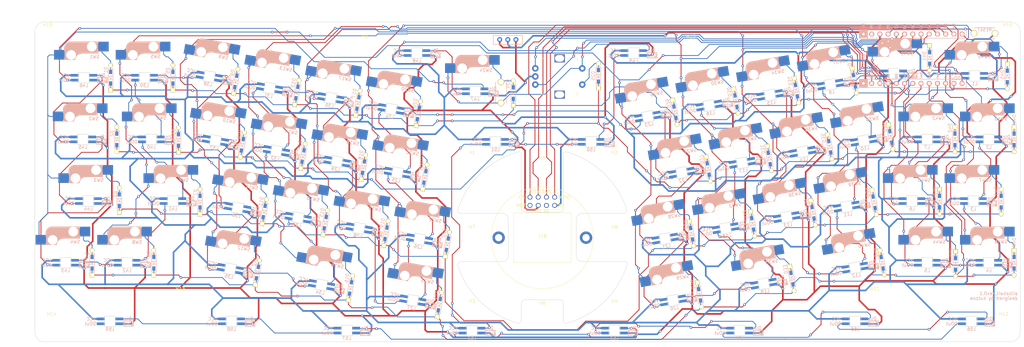
<source format=kicad_pcb>
(kicad_pcb (version 20211014) (generator pcbnew)
  (layers (0 "F.Cu" signal) (31 "B.Cu" signal) (34 "B.Paste" user) (35 "F.Paste" user) (36 "B.SilkS" user "B.Silkscreen") (37 "F.SilkS" user "F.Silkscreen") (38 "B.Mask" user) (39 "F.Mask" user) (44 "Edge.Cuts" user))
  (net 0 "")
  (net 1 "Net-(D1-Pad2)")
  (net 2 "Row0")
  (net 3 "Net-(D2-Pad2)")
  (net 4 "Row1")
  (net 5 "Net-(D3-Pad2)")
  (net 6 "Row2")
  (net 7 "Net-(D4-Pad2)")
  (net 8 "Row3")
  (net 9 "Net-(D5-Pad2)")
  (net 10 "Net-(D6-Pad2)")
  (net 11 "Net-(D7-Pad2)")
  (net 12 "Net-(D8-Pad2)")
  (net 13 "Net-(D9-Pad2)")
  (net 14 "Net-(D10-Pad2)")
  (net 15 "Net-(D11-Pad2)")
  (net 16 "Net-(D12-Pad2)")
  (net 17 "Net-(D13-Pad2)")
  (net 18 "Net-(D14-Pad2)")
  (net 19 "Net-(D15-Pad2)")
  (net 20 "Net-(D16-Pad2)")
  (net 21 "Net-(D17-Pad2)")
  (net 22 "Net-(D18-Pad2)")
  (net 23 "Net-(D19-Pad2)")
  (net 24 "Net-(D20-Pad2)")
  (net 25 "Net-(D21-Pad2)")
  (net 26 "Net-(D22-Pad2)")
  (net 27 "Net-(D23-Pad2)")
  (net 28 "Net-(D24-Pad2)")
  (net 29 "Net-(D25-Pad2)")
  (net 30 "Net-(D26-Pad1)")
  (net 31 "Net-(D27-Pad1)")
  (net 32 "Net-(D28-Pad1)")
  (net 33 "Net-(D29-Pad1)")
  (net 34 "Net-(D30-Pad1)")
  (net 35 "Net-(D31-Pad1)")
  (net 36 "Net-(D32-Pad1)")
  (net 37 "Net-(D33-Pad1)")
  (net 38 "Net-(D34-Pad1)")
  (net 39 "Net-(D35-Pad1)")
  (net 40 "Net-(D36-Pad1)")
  (net 41 "Net-(D37-Pad1)")
  (net 42 "Net-(D38-Pad1)")
  (net 43 "Net-(D39-Pad1)")
  (net 44 "Net-(D40-Pad1)")
  (net 45 "Net-(D41-Pad1)")
  (net 46 "Net-(D42-Pad1)")
  (net 47 "Net-(D43-Pad1)")
  (net 48 "Net-(D44-Pad1)")
  (net 49 "Net-(D45-Pad1)")
  (net 50 "Net-(D46-Pad1)")
  (net 51 "Net-(D47-Pad1)")
  (net 52 "Net-(D48-Pad1)")
  (net 53 "GND")
  (net 54 "Bat+")
  (net 55 "LED")
  (net 56 "Net-(L1-Pad1)")
  (net 57 "VCC")
  (net 58 "Net-(L2-Pad1)")
  (net 59 "Net-(L3-Pad1)")
  (net 60 "Net-(L4-Pad1)")
  (net 61 "Net-(L5-Pad1)")
  (net 62 "Net-(L6-Pad1)")
  (net 63 "Net-(L7-Pad1)")
  (net 64 "Net-(L8-Pad1)")
  (net 65 "Net-(L10-Pad3)")
  (net 66 "Net-(L10-Pad1)")
  (net 67 "Net-(L11-Pad1)")
  (net 68 "Net-(L12-Pad1)")
  (net 69 "Net-(L13-Pad1)")
  (net 70 "Net-(L14-Pad1)")
  (net 71 "Net-(L15-Pad1)")
  (net 72 "Net-(L16-Pad1)")
  (net 73 "Net-(L17-Pad1)")
  (net 74 "Net-(L18-Pad1)")
  (net 75 "Net-(L19-Pad1)")
  (net 76 "Net-(L20-Pad1)")
  (net 77 "Net-(L21-Pad1)")
  (net 78 "Net-(L22-Pad1)")
  (net 79 "Net-(L23-Pad1)")
  (net 80 "Net-(L24-Pad1)")
  (net 81 "Net-(L25-Pad1)")
  (net 82 "Net-(L26-Pad1)")
  (net 83 "Net-(L27-Pad1)")
  (net 84 "Net-(L28-Pad1)")
  (net 85 "Net-(L29-Pad1)")
  (net 86 "Net-(L30-Pad1)")
  (net 87 "Net-(L31-Pad1)")
  (net 88 "Net-(L32-Pad1)")
  (net 89 "Net-(L33-Pad1)")
  (net 90 "Net-(L34-Pad1)")
  (net 91 "Net-(L35-Pad1)")
  (net 92 "Net-(L36-Pad1)")
  (net 93 "Net-(L37-Pad1)")
  (net 94 "Net-(L38-Pad1)")
  (net 95 "Net-(L39-Pad1)")
  (net 96 "Net-(L40-Pad1)")
  (net 97 "Net-(L41-Pad1)")
  (net 98 "Net-(L42-Pad1)")
  (net 99 "Net-(L43-Pad1)")
  (net 100 "Net-(L44-Pad1)")
  (net 101 "Net-(L45-Pad1)")
  (net 102 "Net-(L46-Pad1)")
  (net 103 "Net-(L47-Pad1)")
  (net 104 "Net-(L48-Pad1)")
  (net 105 "Net-(L49-Pad1)")
  (net 106 "Net-(L50-Pad1)")
  (net 107 "Net-(L51-Pad1)")
  (net 108 "Net-(L52-Pad1)")
  (net 109 "Net-(L53-Pad1)")
  (net 110 "Net-(L54-Pad1)")
  (net 111 "Net-(L55-Pad1)")
  (net 112 "Net-(L56-Pad1)")
  (net 113 "Net-(L57-Pad1)")
  (net 114 "Net-(L58-Pad1)")
  (net 116 "Col0")
  (net 117 "Col1")
  (net 118 "Col2")
  (net 119 "Col3")
  (net 120 "Col4")
  (net 121 "Col5")
  (net 122 "Col6")
  (net 123 "A1")
  (net 124 "B1")
  (net 125 "Reset")
  (net 126 "CS")
  (net 127 "MOSI")
  (net 128 "MISO")
  (net 129 "SCLK")
  (footprint "kbd_SW:CherryMX_Hotswap_1.0u" (layer "F.Cu") (at 55.245 49.021817)
    (fp_text reference "SW6")
    (fp_text value "SW_PUSH" hide)
  )
  (footprint "kbd_SW:CherryMX_Hotswap_1.0u" (layer "F.Cu") (at 53.34 29.971817)
    (fp_text reference "SW5")
    (fp_text value "SW_PUSH" hide)
  )
  (footprint "kbd_SW:CherryMX_Hotswap_1.75u" (layer "F.Cu") (at 35.6235 68.071817)
    (fp_text reference "SW3")
    (fp_text value "SW_PUSH" hide)
  )
  (footprint "kbd_SW:CherryMX_Hotswap_1.0u" (layer "F.Cu") (at 34.29 29.971817)
    (fp_text reference "SW1")
    (fp_text value "SW_PUSH" hide)
  )
  (footprint "kbd_SW:CherryMX_Hotswap_1.25u" (layer "F.Cu") (at 33.909 49.021817)
    (fp_text reference "SW2")
    (fp_text value "SW_PUSH" hide)
  )
  (footprint "kbd_SW:CherryMX_Hotswap_2u_Rev" (layer "F.Cu") (at 108.699152 93.801291 170)
    (fp_text reference "SW16")
    (fp_text value "SW_PUSH" hide)
  )
  (footprint "kbd_SW:CherryMX_Hotswap_1.0u" (layer "F.Cu") (at 47.625 87.121817)
    (fp_text reference "SW8")
    (fp_text value "SW_PUSH" hide)
  )
  (footprint "kbd_SW:CherryMX_Hotswap_1.0u" (layer "F.Cu") (at 61.9125 68.071817)
    (fp_text reference "SW7")
    (fp_text value "SW_PUSH" hide)
  )
  (footprint "kbd_SW:CherryMX_Hotswap_1.0u" (layer "F.Cu") (at 73.972946 29.646492 -10)
    (fp_text reference "SW9")
    (fp_text value "SW_PUSH" hide)
  )
  (footprint "kbd_SW:CherryMX_Hotswap_1.0u" (layer "F.Cu") (at 28.575 87.121817)
    (fp_text reference "SW4")
    (fp_text value "SW_PUSH" hide)
  )
  (footprint "kbd_SW:CherryMX_Hotswap_1.0u" (layer "F.Cu") (at 92.733533 32.95449 -10)
    (fp_text reference "SW13")
    (fp_text value "SW_PUSH" hide)
  )
  (footprint "kbd_SW:CherryMX_Hotswap_1.0u" (layer "F.Cu") (at 136.840032 98.763287 -10)
    (fp_text reference "SW23")
    (fp_text value "SW_PUSH" hide)
  )
  (footprint "kbd_SW:CherryMX_Hotswap_1.0u" (layer "F.Cu") (at 111.494121 36.262488 -10)
    (fp_text reference "SW17")
    (fp_text value "SW_PUSH" hide)
  )
  (footprint "kbd_SW:CherryMX_Hotswap_1.0u" (layer "F.Cu") (at 130.254709 39.570487 -10)
    (fp_text reference "SW20")
    (fp_text value "SW_PUSH" hide)
  )
  (footprint "kbd_Parts:RotaryEncoder_EC12E" (layer "F.Cu") (at 181.356 34.0995)
    (fp_text reference "SW25")
    (fp_text value "RotaryEncoder_Switch")
  )
  (footprint "kbd_SW:CherryMX_Hotswap_1.0u" (layer "F.Cu") (at 314.1345 87.121817)
    (fp_text reference "SW48")
    (fp_text value "SW_PUSH" hide)
  )
  (footprint "kbd_SW:CherryMX_Hotswap_1.0u" (layer "F.Cu") (at 314.1345 49.021817)
    (fp_text reference "SW46")
    (fp_text value "SW_PUSH" hide)
  )
  (footprint "kbd_SW:CherryMX_Hotswap_1.0u" (layer "F.Cu") (at 309.372 68.071817)
    (fp_text reference "SW47")
    (fp_text value "SW_PUSH" hide)
  )
  (footprint "kbd_SW:CherryMX_Hotswap_1.5u" (layer "F.Cu") (at 309.372 29.971817)
    (fp_text reference "SW45")
    (fp_text value "SW_PUSH" hide)
  )
  (footprint "kbd_Parts:Battery_XH2.5_GL_PCB" (layer "F.Cu") (at 165.354 22.6695)
    (fp_text reference "J1")
    (fp_text value "Conn_01x02" hide)
  )
  (footprint "MountingHole:MountingHole_2.2mm_M2" (layer "F.Cu") (at 318.516 110.6805)
    (fp_text reference "H12")
    (fp_text value "MountingHole")
  )
  (footprint "kbd_Parts:LED_SK6812MINI-E_BL" (layer "F.Cu") (at 232.6005 80.9625 -170)
    (fp_text reference "L18")
    (fp_text value "SK6812MINI")
    (fp_line (start 1.75 -1.6) (end 1.75 1.6) (layer "Edge.Cuts") (width 0.12))
    (fp_line (start 1.75 1.6) (end -1.75 1.6) (layer "Edge.Cuts") (width 0.12))
    (fp_line (start -1.75 1.6) (end -1.75 -1.6) (layer "Edge.Cuts") (width 0.12))
    (fp_line (start -1.75 -1.6) (end 1.75 -1.6) (layer "Edge.Cuts") (width 0.12))
  )
  (footprint "kbd_Parts:Diode_TH_SMD" (layer "F.Cu") (at 45.36 72.3 90)
    (fp_text reference "D3")
    (fp_text value "D" hide)
  )
  (footprint "kbd_Parts:LED_SK6812MINI-E_BL" (layer "F.Cu") (at 129.309919 44.15625 170)
    (fp_text reference "L24")
    (fp_text value "SK6812MINI")
    (fp_line (start 1.75 1.6) (end -1.75 1.6) (layer "Edge.Cuts") (width 0.12))
    (fp_line (start -1.75 -1.6) (end 1.75 -1.6) (layer "Edge.Cuts") (width 0.12))
    (fp_line (start 1.75 -1.6) (end 1.75 1.6) (layer "Edge.Cuts") (width 0.12))
    (fp_line (start -1.75 1.6) (end -1.75 -1.6) (layer "Edge.Cuts") (width 0.12))
  )
  (footprint "kbd_Parts:LED_SK6812MINI-E_BL" (layer "F.Cu") (at 80.01 109.728 180)
    (fp_text reference "L58")
    (fp_text value "SK6812MINI")
    (fp_line (start -1.75 1.6) (end -1.75 -1.6) (layer "Edge.Cuts") (width 0.12))
    (fp_line (start 1.75 -1.6) (end 1.75 1.6) (layer "Edge.Cuts") (width 0.12))
    (fp_line (start -1.75 -1.6) (end 1.75 -1.6) (layer "Edge.Cuts") (width 0.12))
    (fp_line (start 1.75 1.6) (end -1.75 1.6) (layer "Edge.Cuts") (width 0.12))
  )
  (footprint "kbd_Parts:LED_SK6812MINI-E_BL" (layer "F.Cu") (at 137.2745 26.8605 180)
    (fp_text reference "L48")
    (fp_text value "SK6812MINI")
    (fp_line (start -1.75 -1.6) (end 1.75 -1.6) (layer "Edge.Cuts") (width 0.12))
    (fp_line (start 1.75 -1.6) (end 1.75 1.6) (layer "Edge.Cuts") (width 0.12))
    (fp_line (start -1.75 1.6) (end -1.75 -1.6) (layer "Edge.Cuts") (width 0.12))
    (fp_line (start 1.75 1.6) (end -1.75 1.6) (layer "Edge.Cuts") (width 0.12))
  )
  (footprint "kbd_Parts:Diode_TH_SMD" (layer "F.Cu") (at 317.754 72.771 -90)
    (fp_text reference "D47")
    (fp_text value "D" hide)
  )
  (footprint "kbd_Parts:LED_SK6812MINI-E_BL" (layer "F.Cu") (at 107.823 98.4885 170)
    (fp_text reference "L34")
    (fp_text value "SK6812MINI")
    (fp_line (start -1.75 -1.6) (end 1.75 -1.6) (layer "Edge.Cuts") (width 0.12))
    (fp_line (start 1.75 -1.6) (end 1.75 1.6) (layer "Edge.Cuts") (width 0.12))
    (fp_line (start -1.75 1.6) (end -1.75 -1.6) (layer "Edge.Cuts") (width 0.12))
    (fp_line (start 1.75 1.6) (end -1.75 1.6) (layer "Edge.Cuts") (width 0.12))
  )
  (footprint "kbd_Parts:LED_SK6812MINI-E_BL" (layer "F.Cu") (at 93.876919 57.11025 170)
    (fp_text reference "L32")
    (fp_text value "SK6812MINI")
    (fp_line (start 1.75 1.6) (end -1.75 1.6) (layer "Edge.Cuts") (width 0.12))
    (fp_line (start -1.75 -1.6) (end 1.75 -1.6) (layer "Edge.Cuts") (width 0.12))
    (fp_line (start 1.75 -1.6) (end 1.75 1.6) (layer "Edge.Cuts") (width 0.12))
    (fp_line (start -1.75 1.6) (end -1.75 -1.6) (layer "Edge.Cuts") (width 0.12))
  )
  (footprint "kbd_Parts:LED_SK6812MINI-E_BL" (layer "F.Cu") (at 309.1815 72.5805 180)
    (fp_text reference "L3")
    (fp_text value "SK6812MINI")
    (fp_line (start -1.75 -1.6) (end 1.75 -1.6) (layer "Edge.Cuts") (width 0.12))
    (fp_line (start 1.75 -1.6) (end 1.75 1.6) (layer "Edge.Cuts") (width 0.12))
    (fp_line (start 1.75 1.6) (end -1.75 1.6) (layer "Edge.Cuts") (width 0.12))
    (fp_line (start -1.75 1.6) (end -1.75 -1.6) (layer "Edge.Cuts") (width 0.12))
  )
  (footprint "kbd_Parts:Diode_TH_SMD" (layer "F.Cu") (at 259.6515 76.2 -80)
    (fp_text reference "D36")
    (fp_text value "D" hide)
  )
  (footprint "kbd_Parts:Diode_TH_SMD" (layer "F.Cu") (at 303.657 92.0115 -90)
    (fp_text reference "D44")
    (fp_text value "D" hide)
  )
  (footprint "MountingHole:MountingHole_2.2mm_M2" (layer "F.Cu") (at 198.3105 106.68)
    (fp_text reference "H4")
    (fp_text value "MountingHole")
  )
  (footprint "kbd_Parts:Diode_TH_SMD" (layer "F.Cu") (at 102.108 58.674 80)
    (fp_text reference "D14")
    (fp_text value "D" hide)
  )
  (footprint "kbd_SW:CherryMX_Hotswap_1.0u" (layer "F.Cu") (at 295.0845 49.021817)
    (fp_text reference "SW42")
    (fp_text value "SW_PUSH" hide)
  )
  (footprint "MountingHole:MountingHole_2.2mm_M2" (layer "F.Cu") (at 23.241 21.336)
    (fp_text reference "H15")
    (fp_text value "MountingHole")
  )
  (footprint "MountingHole:MountingHole_2.2mm_M2" (layer "F.Cu") (at 319.659 21.336)
    (fp_text reference "H16")
    (fp_text value "MountingHole")
  )
  (footprint "kbd_Parts:LED_SK6812MINI-E_BL" (layer "F.Cu") (at 81.915 74.676 170)
    (fp_text reference "L36")
    (fp_text value "SK6812MINI")
    (fp_line (start -1.75 1.6) (end -1.75 -1.6) (layer "Edge.Cuts") (width 0.12))
    (fp_line (start 1.75 -1.6) (end 1.75 1.6) (layer "Edge.Cuts") (width 0.12))
    (fp_line (start 1.75 1.6) (end -1.75 1.6) (layer "Edge.Cuts") (width 0.12))
    (fp_line (start -1.75 -1.6) (end 1.75 -1.6) (layer "Edge.Cuts") (width 0.12))
  )
  (footprint "kbd_Parts:LED_SK6812MINI-E_BL" (layer "F.Cu") (at 270.020472 74.295 -170)
    (fp_text reference "L11")
    (fp_text value "SK6812MINI")
    (fp_line (start 1.75 1.6) (end -1.75 1.6) (layer "Edge.Cuts") (width 0.12))
    (fp_line (start -1.75 -1.6) (end 1.75 -1.6) (layer "Edge.Cuts") (width 0.12))
    (fp_line (start 1.75 -1.6) (end 1.75 1.6) (layer "Edge.Cuts") (width 0.12))
    (fp_line (start -1.75 1.6) (end -1.75 -1.6) (layer "Edge.Cuts") (width 0.12))
  )
  (footprint "kbd_SW:CherryMX_Hotswap_1.0u" (layer "F.Cu") (at 215.652044 98.659405 10)
    (fp_text reference "SW29")
    (fp_text value "SW_PUSH" hide)
  )
  (footprint "kbd_Parts:Diode_TH_SMD" (layer "F.Cu") (at 167.0685 39.243 90)
    (fp_text reference "D24")
    (fp_text value "D" hide)
  )
  (footprint "MountingHole:MountingHole_2.2mm_M2" (layer "F.Cu") (at 64.1985 102.87)
    (fp_text reference "H13")
    (fp_text value "MountingHole")
  )
  (footprint "kbd_Parts:Diode_TH_SMD" (layer "F.Cu") (at 193.3575 33.909 90)
    (fp_text reference "D25")
    (fp_text value "D" hide)
  )
  (footprint "kbd_SW:CherryMX_Hotswap_1.0u" (layer "F.Cu") (at 269.376233 69.842504 10)
    (fp_text reference "SW39")
    (fp_text value "SW_PUSH" hide)
  )
  (footprint "kbd_Parts:LED_SK6812MINI-E_BL" (layer "F.Cu") (at 75.057 53.9115 170)
    (fp_text reference "L37")
    (fp_text value "SK6812MINI")
    (fp_line (start 1.75 1.6) (end -1.75 1.6) (layer "Edge.Cuts") (width 0.12))
    (fp_line (start -1.75 1.6) (end -1.75 -1.6) (layer "Edge.Cuts") (width 0.12))
    (fp_line (start 1.75 -1.6) (end 1.75 1.6) (layer "Edge.Cuts") (width 0.12))
    (fp_line (start -1.75 -1.6) (end 1.75 -1.6) (layer "Edge.Cuts") (width 0.12))
  )
  (footprint "kbd_Parts:LED_SK6812MINI-E_BL" (layer "F.Cu") (at 208.5975 46.482 -170)
    (fp_text reference "L23")
    (fp_text value "SK6812MINI")
    (fp_line (start 1.75 1.6) (end -1.75 1.6) (layer "Edge.Cuts") (width 0.12))
    (fp_line (start -1.75 -1.6) (end 1.75 -1.6) (layer "Edge.Cuts") (width 0.12))
    (fp_line (start 1.75 -1.6) (end 1.75 1.6) (layer "Edge.Cuts") (width 0.12))
    (fp_line (start -1.75 1.6) (end -1.75 -1.6) (layer "Edge.Cuts") (width 0.12))
  )
  (footprint "kbd_Parts:LED_SK6812MINI-E_BL" (layer "F.Cu") (at 236.982 112.5855 180)
    (fp_text reference "L54")
    (fp_text value "SK6812MINI")
    (fp_line (start 1.75 1.6) (end -1.75 1.6) (layer "Edge.Cuts") (width 0.12))
    (fp_line (start -1.75 -1.6) (end 1.75 -1.6) (layer "Edge.Cuts") (width 0.12))
    (fp_line (start 1.75 -1.6) (end 1.75 1.6) (layer "Edge.Cuts") (width 0.12))
    (fp_line (start -1.75 1.6) (end -1.75 -1.6) (layer "Edge.Cuts") (width 0.12))
  )
  (footprint "kbd_Parts:LED_SK6812MINI-E_BL" (layer "F.Cu") (at 53.1495 34.4805 180)
    (fp_text reference "L39")
    (fp_text value "SK6812MINI")
    (fp_line (start 1.75 -1.6) (end 1.75 1.6) (layer "Edge.Cuts") (width 0.12))
    (fp_line (start 1.75 1.6) (end -1.75 1.6) (layer "Edge.Cuts") (width 0.12))
    (fp_line (start -1.75 -1.6) (end 1.75 -1.6) (layer "Edge.Cuts") (width 0.12))
    (fp_line (start -1.75 1.6) (end -1.75 -1.6) (layer "Edge.Cuts") (width 0.12))
  )
  (footprint "kbd_Parts:Diode_TH_SMD" (layer "F.Cu") (at 246.126 59.436 -80)
    (fp_text reference "D31")
    (fp_text value "D" hide)
  )
  (footprint "kbd_Parts:LED_SK6812MINI-E_BL" (layer "F.Cu") (at 309.5625 33.909 180)
    (fp_text reference "L1")
    (fp_text value "SK6812MINI")
    (fp_line (start 1.75 1.6) (end -1.75 1.6) (layer "Edge.Cuts") (width 0.12))
    (fp_line (start -1.75 1.6) (end -1.75 -1.6) (layer "Edge.Cuts") (width 0.12))
    (fp_line (start 1.75 -1.6) (end 1.75 1.6) (layer "Edge.Cuts") (width 0.12))
    (fp_line (start -1.75 -1.6) (end 1.75 -1.6) (layer "Edge.Cuts") (width 0.12))
  )
  (footprint "kbd_SW:CherryMX_Hotswap_1.0u" (layer "F.Cu") (at 264.261084 32.056689 10)
    (fp_text reference "SW37")
    (fp_text value "SW_PUSH" hide)
  )
  (footprint "kbd_Parts:LED_SK6812MINI-E_BL" (layer "F.Cu") (at 73.152 34.0995 170)
    (fp_text reference "L38")
    (fp_text value "SK6812MINI")
    (fp_line (start -1.75 -1.6) (end 1.75 -1.6) (layer "Edge.Cuts") (width 0.12))
    (fp_line (start 1.75 -1.6) (end 1.75 1.6) (layer "Edge.Cuts") (width 0.12))
    (fp_line (start 1.75 1.6) (end -1.75 1.6) (layer "Edge.Cuts") (width 0.12))
    (fp_line (start -1.75 1.6) (end -1.75 -1.6) (layer "Edge.Cuts") (width 0.12))
  )
  (footprint "kbd_Parts:Diode_TH_SMD" (layer "F.Cu") (at 278.511 72.9615 -80)
    (fp_text reference "D39")
    (fp_text value "D" hide)
  )
  (footprint "kbd_Parts:Diode_TH_SMD" (layer "F.Cu") (at 83.366226 55.211466 80)
    (fp_text reference "D10")
    (fp_text value "D" hide)
  )
  (footprint "kbd_Parts:Diode_TH_SMD" (layer "F.Cu") (at 283.6545 52.7685 -80)
    (fp_text reference "D38")
    (fp_text value "D" hide)
  )
  (footprint "kbd_Parts:Diode_TH_SMD" (layer "F.Cu") (at 81.3435 35.6235 80)
    (fp_text reference "D9")
    (fp_text value "D" hide)
  )
  (footprint "kbd_Parts:LED_SK6812MINI-E_BL" (layer "F.Cu") (at 216.408 103.251 -170)
    (fp_text reference "L20")
    (fp_text value "SK6812MINI")
    (fp_line (start 1.75 1.6) (end -1.75 1.6) (layer "Edge.Cuts") (width 0.12))
    (fp_line (start 1.75 -1.6) (end 1.75 1.6) (layer "Edge.Cuts") (width 0.12))
    (fp_line (start -1.75 -1.6) (end 1.75 -1.6) (layer "Edge.Cuts") (width 0.12))
    (fp_line (start -1.75 1.6) (end -1.75 -1.6) (layer "Edge.Cuts") (width 0.12))
  )
  (footprint "kbd_Parts:LED_SK6812MINI-E_BL" (layer "F.Cu") (at 275.2725 53.9115 -170)
    (fp_text reference "L10")
    (fp_text value "SK6812MINI")
    (fp_line (start -1.75 1.6) (end -1.75 -1.6) (layer "Edge.Cuts") (width 0.12))
    (fp_line (start 1.75 -1.6) (end 1.75 1.6) (layer "Edge.Cuts") (width 0.12))
    (fp_line (start -1.75 -1.6) (end 1.75 -1.6) (layer "Edge.Cuts") (width 0.12))
    (fp_line (start 1.75 1.6) (end -1.75 1.6) (layer "Edge.Cuts") (width 0.12))
  )
  (footprint "kbd_Parts:Diode_TH_SMD" (layer "F.Cu") (at 137.7315 45.5295 80)
    (fp_text reference "D20")
    (fp_text value "D" hide)
  )
  (footprint "kbd_Parts:LED_SK6812MINI-E_BL" (layer "F.Cu") (at 294.894 91.6305 180)
    (fp_text reference "L5")
    (fp_text value "SK6812MINI")
    (fp_line (start -1.75 1.6) (end -1.75 -1.6) (layer "Edge.Cuts") (width 0.12))
    (fp_line (start -1.75 -1.6) (end 1.75 -1.6) (layer "Edge.Cuts") (width 0.12))
    (fp_line (start 1.75 1.6) (end -1.75 1.6) (layer "Edge.Cuts") (width 0.12))
    (fp_line (start 1.75 -1.6) (end 1.75 1.6) (layer "Edge.Cuts") (width 0.12))
  )
  (footprint "kbd_Parts:LED_SK6812MINI-E_BL" (layer "F.Cu") (at 91.781419 37.67925 170)
    (fp_text reference "L31")
    (fp_text value "SK6812MINI")
    (fp_line (start -1.75 1.6) (end -1.75 -1.6) (layer "Edge.Cuts") (width 0.12))
    (fp_line (start -1.75 -1.6) (end 1.75 -1.6) (layer "Edge.Cuts") (width 0.12))
    (fp_line (start 1.75 1.6) (end -1.75 1.6) (layer "Edge.Cuts") (width 0.12))
    (fp_line (start 1.75 -1.6) (end 1.75 1.6) (layer "Edge.Cuts") (width 0.12))
  )
  (footprint "kbd_Parts:LED_SK6812MINI-E_BL" (layer "F.Cu") (at 42.47 109.73 180)
    (fp_text reference "L59")
    (fp_text value "SK6812MINI")
    (fp_line (start 1.75 1.6) (end -1.75 1.6) (layer "Edge.Cuts") (width 0.12))
    (fp_line (start -1.75 1.6) (end -1.75 -1.6) (layer "Edge.Cuts") (width 0.12))
    (fp_line (start 1.75 -1.6) (end 1.75 1.6) (layer "Edge.Cuts") (width 0.12))
    (fp_line (start -1.75 -1.6) (end 1.75 -1.6) (layer "Edge.Cuts") (width 0.12))
  )
  (footprint "kbd_Parts:LED_SK6812MINI-E_BL" (layer "F.Cu") (at 308.534 109.728 180)
    (fp_text reference "L56")
    (fp_text value "SK6812MINI")
    (fp_line (start -1.75 -1.6) (end 1.75 -1.6) (layer "Edge.Cuts") (width 0.12))
    (fp_line (start 1.75 -1.6) (end 1.75 1.6) (layer "Edge.Cuts") (width 0.12))
    (fp_line (start -1.75 1.6) (end -1.75 -1.6) (layer "Edge.Cuts") (width 0.12))
    (fp_line (start 1.75 1.6) (end -1.75 1.6) (layer "Edge.Cuts") (width 0.12))
  )
  (footprint "kbd_Parts:Diode_TH_SMD" (layer "F.Cu") (at 70.2945 72.771 90)
    (fp_text reference "D7")
    (fp_text value "D" hide)
  )
  (footprint "MountingHole:MountingHole_2.2mm_M2" (layer "F.Cu") (at 221.9325 24.9555)
    (fp_text reference "H10")
    (fp_text value "MountingHole")
  )
  (footprint "kbd_Parts:Diode_TH_SMD" (layer "F.Cu") (at 61.9125 34.4805 90)
    (fp_text reference "D5")
    (fp_text value "D" hide)
  )
  (footprint "kbd_Parts:LED_SK6812MINI-E_BL" (layer "F.Cu") (at 155.2575 38.6715 180)
    (fp_text reference "L47")
    (fp_text value "SK6812MINI")
    (fp_line (start -1.75 -1.6) (end 1.75 -1.6) (layer "Edge.Cuts") (width 0.12))
    (fp_line (start 1.75 -1.6) (end 1.75 1.6) (layer "Edge.Cuts") (width 0.12))
    (fp_line (start -1.75 1.6) (end -1.75 -1.6) (layer "Edge.Cuts") (width 0.12))
    (fp_line (start 1.75 1.6) (end -1.75 1.6) (layer "Edge.Cuts") (width 0.12))
  )
  (footprint "kbd_Parts:ADNS-9800-module" (layer "F.Cu") (at 176.022 83.888)
    (fp_text reference "J18")
    (fp_text value "Conn_02x04_Odd_Even")
  )
  (footprint "kbd_Parts:LED_SK6812MINI-E_BL" (layer "F.Cu") (at 244.4115 98.1075 -170)
    (fp_text reference "L19")
    (fp_text value "SK6812MINI")
    (fp_line (start -1.75 1.6) (end -1.75 -1.6) (layer "Edge.Cuts") (width 0.12))
    (fp_line (start -1.75 -1.6) (end 1.75 -1.6) (layer "Edge.Cuts") (width 0.12))
    (fp_line (start 1.75 1.6) (end -1.75 1.6) (layer "Edge.Cuts") (width 0.12))
    (fp_line (start 1.75 -1.6) (end 1.75 1.6) (layer "Edge.Cuts") (width 0.12))
  )
  (footprint "kbd_Parts:LED_SK6812MINI-E_BL" (layer "F.Cu") (at 154.29 112.6 180)
    (fp_text reference "L52")
    (fp_text value "SK6812MINI")
    (fp_line (start 1.75 1.6) (end -1.75 1.6) (layer "Edge.Cuts") (width 0.12))
    (fp_line (start -1.75 -1.6) (end 1.75 -1.6) (layer "Edge.Cuts") (width 0.12))
    (fp_line (start 1.75 -1.6) (end 1.75 1.6) (layer "Edge.Cuts") (width 0.12))
    (fp_line (start -1.75 1.6) (end -1.75 -1.6) (layer "Edge.Cuts") (width 0.12))
  )
  (footprint "kbd_SW:CherryMX_Hotswap_1.0u" (layer "F.Cu") (at 75.917912 49.33332 -10)
    (fp_text reference "SW10")
    (fp_text value "SW_PUSH" hide)
  )
  (footprint "kbd_SW:CherryMX_Hotswap_1.0u_Small1" (layer "F.Cu") (at 285.5595 29.019317)
    (fp_text reference "SW41")
    (fp_text value "SW_PUSH" hide)
  )
  (footprint "kbd_Parts:Diode_TH_SMD" (layer "F.Cu") (at 146.685 85.9155 80)
    (fp_text reference "D22")
    (fp_text value "D" hide)
  )
  (footprint "kbd_SW:CherryMX_Hotswap_1.0u" (layer "F.Cu") (at 120.261807 76.496223 -10)
    (fp_text reference "SW19")
    (fp_text value "SW_PUSH" hide)
  )
  (footprint "kbd_Parts:Diode_TH_SMD" (layer "F.Cu") (at 44.577 53.5305 90)
    (fp_text reference "D2")
    (fp_text value "D" hide)
  )
  (footprint "kbd_Parts:ResetSW" (layer "F.Cu") (at 312.6105 20.7645 180)
    (fp_text reference "SW49" hide)
    (fp_text value "SW_PUSH")
  )
  (footprint "MountingHole:MountingHole_2.2mm_M2" (layer "F.Cu") (at 198.3105 60.7695)
    (fp_text reference "H2")
    (fp_text value "MountingHole")
  )
  (footprint "kbd_SW:CherryMX_Hotswap_1.0u" (layer "F.Cu") (at 250.615645 73.150502 10)
    (fp_text reference "SW36")
    (fp_text value "SW_PUSH" hide)
  )
  (footprint "kbd_SW:CherryMX_Hotswap_1.0u" (layer "F.Cu") (at 80.55827 88.839294 -10)
    (fp_text reference "SW12")
    (fp_text value "SW_PUSH" hide)
  )
  (footprint "kbd_Parts:Diode_TH_SMD" (layer "F.Cu") (at 88.011 94.6785 80)
    (fp_text reference "D12")
    (fp_text value "D" hide)
  )
  (footprint "kbd_SW:CherryMX_Hotswap_1.0u" (layer "F.Cu") (at 226.739909 38.672684 10)
    (fp_text reference "SW30")
    (fp_text value "SW_PUSH" hide)
  )
  (footprint "kbd_Parts:LED_SK6812MINI-E_BL" (layer "F.Cu") (at 294.894 53.5305 180)
    (fp_text reference "L7")
    (fp_text value "SK6812MINI")
    (fp_line (start -1.75 -1.6) (end 1.75 -1.6) (layer "Edge.Cuts") (width 0.12))
    (fp_line (start 1.75 1.6) (end -1.75 1.6) (layer "Edge.Cuts") (width 0.12))
    (fp_line (start -1.75 1.6) (end -1.75 -1.6) (layer "Edge.Cuts") (width 0.12))
    (fp_line (start 1.75 -1.6) (end 1.75 1.6) (layer "Edge.Cuts") (width 0.12))
  )
  (footprint "kbd_Parts:Diode_TH_SMD" (layer "F.Cu") (at 224.5995 101.5365 -80)
    (fp_text reference "D29")
    (fp_text value "D" hide)
  )
  (footprint "kbd_Parts:Diode_TH_SMD" (layer "F.Cu") (at 298.704 72.771 -90)
    (fp_text reference "D43")
    (fp_text value "D" hide)
  )
  (footprint "kbd_Parts:LED_SK6812MINI-E_BL" (layer "F.Cu") (at 131.2545 63.8175 170)
    (fp_text reference "L25")
    (fp_text value "SK6812MINI")
    (fp_line (start -1.75 1.6) (end -1.75 -1.6) (layer "Edge.Cuts") (width 0.12))
    (fp_line (start -1.75 -1.6) (end 1.75 -1.6) (layer "Edge.Cuts") (width 0.12))
    (fp_line (start 1.75 1.6) (end -1.75 1.6) (layer "Edge.Cuts") (width 0.12))
    (fp_line (start 1.75 -1.6) (end 1.75 1.6) (layer "Edge.Cuts") (width 0.12))
  )
  (footprint "kbd_Parts:LED_SK6812MINI-E_BL" (layer "F.Cu") (at 110.6805 40.767 170)
    (fp_text reference "L30")
    (fp_text value "SK6812MINI")
    (fp_line (start 1.75 1.6) (end -1.75 1.6) (layer "Edge.Cuts") (width 0.12))
    (fp_line (start 1.75 -1.6) (end 1.75 1.6) (layer "Edge.Cuts") (width 0.12))
    (fp_line (start -1.75 -1.6) (end 1.75 -1.6) (layer "Edge.Cuts") (width 0.12))
    (fp_line (start -1.75 1.6) (end -1.75 -1.6) (layer "Edge.Cuts") (width 0.12))
  )
  (footprint "kbd_Parts:Diode_TH_SMD" (layer "F.Cu") (at 139.754226 65.117466 80)
    (fp_text reference "D21")
    (fp_text value "D" hide)
  )
  (footprint "MountingHole:MountingHole_2.2mm_M2" (layer "F.Cu") (at 24.384 110.6805)
    (fp_text reference "H14")
    (fp_text value "MountingHole")
  )
  (footprint "kbd_Parts:LED_SK6812MINI-E_BL" (layer "F.Cu") (at 227.538972 43.053 -170)
    (fp_text reference "L16")
    (fp_text value "SK6812MINI")
    (fp_line (start 1.75 -1.6) (end 1.75 1.6) (layer "Edge.Cuts") (width 0.12))
    (fp_line (start -1.75 1.6) (end -1.75 -1.6) (layer "Edge.Cuts") (width 0.12))
    (fp_line (start -1.75 -1.6) (end 1.75 -1.6) (layer "Edge.Cuts") (width 0.12))
    (fp_line (start 1.75 1.6) (end -1.75 1.6) (layer "Edge.Cuts") (width 0.12))
  )
  (footprint "kbd_Parts:LED_SK6812MINI-E_BL" (layer "F.Cu") (at 28.7655 91.6305 180)
    (fp_text reference "L43")
    (fp_text value "SK6812MINI")
    (fp_line (start 1.75 -1.6) (end 1.75 1.6) (layer "Edge.Cuts") (width 0.12))
    (fp_line (start 1.75 1.6) (end -1.75 1.6) (layer "Edge.Cuts") (width 0.12))
    (fp_line (start -1.75 -1.6) (end 1.75 -1.6) (layer "Edge.Cuts") (width 0.12))
    (fp_line (start -1.75 1.6) (end -1.75 -1.6) (layer "Edge.Cuts") (width 0.12))
  )
  (footprint "kbd_Parts:LED_SK6812MINI-E_BL" (layer "F.Cu") (at 198.3105 112.5855 180)
    (fp_text reference "L53")
    (fp_text value "SK6812MINI")
    (fp_line (start -1.75 1.6) (end -1.75 -1.6) (layer "Edge.Cuts") (width 0.12))
    (fp_line (start 1.75 -1.6) (end 1.75 1.6) (layer "Edge.Cuts") (width 0.12))
    (fp_line (start -1.75 -1.6) (end 1.75 -1.6) (layer "Edge.Cuts") (width 0.12))
    (fp_line (start 1.75 1.6) (end -1.75 1.6) (layer "Edge.Cuts") (width 0.12))
  )
  (footprint "kbd_Parts:Diode_TH_SMD" (layer "F.Cu") (at 42.672 34.4805 90)
    (fp_text reference "D1")
    (fp_text value "D" hide)
  )
  (footprint "kbd_Parts:LED_SK6812MINI-E_BL" (layer "F.Cu") (at 47.7395 91.6305 180)
    (fp_text reference "L42")
    (fp_text value "SK6812MINI")
    (fp_line (start -1.75 1.6) (end -1.75 -1.6) (layer "Edge.Cuts") (width 0.12))
    (fp_line (start 1.75 1.6) (end -1.75 1.6) (layer "Edge.Cuts") (width 0.12))
    (fp_line (start 1.75 -1.6) (end 1.75 1.6) (layer "Edge.Cuts") (width 0.12))
    (fp_line (start -1.75 -1.6) (end 1.75 -1.6) (layer "Edge.Cuts") (width 0.12))
  )
  (footprint "kbd_Parts:LED_SK6812MINI-E_BL" (layer "F.Cu") (at 191.0715 54.2925 180)
    (fp_text reference "L50")
    (fp_text value "SK6812MINI")
    (fp_line (start -1.75 1.6) (end -1.75 -1.6) (layer "Edge.Cuts") (width 0.12))
    (fp_line (start -1.75 -1.6) (end 1.75 -1.6) (layer "Edge.Cuts") (width 0.12))
    (fp_line (start 1.75 -1.6) (end 1.75 1.6) (layer "Edge.Cuts") (width 0.12))
    (fp_line (start 1.75 1.6) (end -1.75 1.6) (layer "Edge.Cuts") (width 0.12))
  )
  (footprint "kbd_Parts:Diode_TH_SMD" (layer "F.Cu") (at 272.415 35.433 -80)
    (fp_text reference "D37")
    (fp_text value "D" hide)
  )
  (footprint "kbd_Parts:LED_SK6812MINI-E_BL" (layer "F.Cu") (at 256.413 57.3405 -170)
    (fp_text reference "L14")
    (fp_text value "SK6812MINI")
    (fp_line (start 1.75 -1.6) (end 1.75 1.6) (layer "Edge.Cuts") (width 0.12))
    (fp_line (start -1.75 1.6) (end -1.75 -1.6) (layer "Edge.Cuts") (width 0.12))
    (fp_line (start 1.75 1.6) (end -1.75 1.6) (layer "Edge.Cuts") (width 0.12))
    (fp_line (start -1.75 -1.6) (end 1.75 -1.6) (layer "Edge.Cuts") (width 0.12))
  )
  (footprint "kbd_SW:CherryMX_Hotswap_1.0u" (layer "F.Cu") (at 236.989324 56.209313 10)
    (fp_text reference "SW31")
    (fp_text value "SW_PUSH" hide)
  )
  (footprint "kbd_Parts:Diode_TH_SMD" (layer "F.Cu") (at 253.125341 96.535341 -80)
    (fp_text reference "D33")
    (fp_text value "D" hide)
  )
  (footprint "kbd_Parts:LED_SK6812MINI-E_BL" (layer "F.Cu") (at 237.744 60.7695 -170)
    (fp_text reference "L17")
    (fp_text value "SK6812MINI")
    (fp_line (start -1.75 -1.6) (end 1.75 -1.6) (layer "Edge.Cuts") (width 0.12))
    (fp_line (start 1.75 -1.6) (end 1.75 1.6) (layer "Edge.Cuts") (width 0.12))
    (fp_line (start -1.75 1.6) (end -1.75 -1.6) (layer "Edge.Cuts") (width 0.12))
    (fp_line (start 1.75 1.6) (end -1.75 1.6) (layer "Edge.Cuts") (width 0.12))
  )
  (footprint "kbd_Parts:Diode_TH_SMD" (layer "F.Cu") (at 254.508 38.481 -80)
    (fp_text reference "D34")
    (fp_text value "D" hide)
  )
  (footprint "kbd_Parts:LED_SK6812MINI-E_BL" (layer "F.Cu") (at 204.216 26.8605 180)
    (fp_text reference "L49")
    (fp_text value "SK6812MINI")
    (fp_line (start -1.75 -1.6) (end 1.75 -1.6) (layer "Edge.Cuts") (width 0.12))
    (fp_line (start 1.75 -1.6) (end 1.75 1.6) (layer "Edge.Cuts") (width 0.12))
    (fp_line (start -1.75 1.6) (end -1.75 -1.6) (layer "Edge.Cuts") (width 0.12))
    (fp_line (start 1.75 1.6) (end -1.75 1.6) (layer "Edge.Cuts") (width 0.12))
  )
  (footprint "kbd_Parts:LED_SK6812MINI-E_BL" (layer "F.Cu") (at 100.584 77.724 170)
    (fp_text reference "L33")
    (fp_text value "SK6812MINI")
    (fp_line (start -1.75 1.6) (end -1.75 -1.6) (layer "Edge.Cuts") (width 0.12))
    (fp_line (start 1.75 1.6) (end -1.75 1.6) (layer "Edge.Cuts") (width 0.12))
    (fp_line (start 1.75 -1.6) (end 1.75 1.6) (layer "Edge.Cuts") (width 0.12))
    (fp_line (start -1.75 -1.6) (end 1.75 -1.6) (layer "Edge.Cuts") (width 0.12))
  )
  (footprint "kbd_SW:CherryMX_Hotswap_1.0u" (layer "F.Cu") (at 274.5105 49.593317 10)
    (fp_text reference "SW38")
    (fp_text value "SW_PUSH" hide)
  )
  (footprint "kbd_Parts:LED_SK6812MINI-E_BL" (layer "F.Cu") (at 55.245 53.5305 180)
    (fp_text reference "L40")
    (fp_text value "SK6812MINI")
    (fp_line (start -1.75 -1.6) (end 1.75 -1.6) (layer "Edge.Cuts") (width 0.12))
    (fp_line (start 1.75 1.6) (end -1.75 1.6) (layer "Edge.Cuts") (width 0.12))
    (fp_line (start -1.75 1.6) (end -1.75 -1.6) (layer "Edge.Cuts") (width 0.12))
    (fp_line (start 1.75 -1.6) (end 1.75 1.6) (layer "Edge.Cuts") (width 0.12))
  )
  (footprint "kbd_Parts:LED_SK6812MINI-E_BL" (layer "F.Cu") (at 290.2075 72.5805 180)
    (fp_text reference "L6")
    (fp_text value "SK6812MINI")
    (fp_line (start -1.75 1.6) (end -1.75 -1.6) (layer "Edge.Cuts") (width 0.12))
    (fp_line (start -1.75 -1.6) (end 1.75 -1.6) (layer "Edge.Cuts") (width 0.12))
    (fp_line (start 1.75 -1.6) (end 1.75 1.6) (layer "Edge.Cuts") (width 0.12))
    (fp_line (start 1.75 1.6) (end -1.75 1.6) (layer "Edge.Cuts") (width 0.12))
  )
  (footprint "kbd_SW:CherryMX_Hotswap_1.0u" (layer "F.Cu") (at 255.749912 52.901315 10)
    (fp_text reference "SW35")
    (fp_text value "SW_PUSH" hide)
  )
  (footprint "kbd_Parts:Diode_TH_SMD" (layer "F.Cu") (at 303.4665 53.5305 -90)
    (fp_text reference "D42")
    (fp_text value "D" hide)
  )
  (footprint "kbd_SW:CherryMX_Hotswap_1.0u" (layer "F.Cu") (at 271.933807 88.735412 10)
    (fp_text reference "SW40")
    (fp_text value "SW_PUSH" hide)
  )
  (footprint "kbd_SW:CherryMX_Hotswap_1.0u" (layer "F.Cu") (at 213.09447 79.766497 10)
    (fp_text reference "SW28")
    (fp_text value "SW_PUSH" hide)
  )
  (footprint "kbd_SW:CherryMX_Hotswap_1.0u" (layer "F.Cu") (at 132.199675 59.257313 -10)
    (fp_text reference "SW21")
    (fp_text value "SW_PUSH" hide)
  )
  (footprint "kbd_SW:CherryMX_Hotswap_1.0u" (layer "F.Cu") (at 113.439087 55.949315 -10)
    (fp_text reference "SW18")
    (fp_text value "SW_PUSH" hide)
  )
  (footprint "kbd_Parts:Diode_TH_SMD" (layer "F.Cu") (at 144.2085 104.5845 80)
    (fp_text reference "D23")
    (fp_text value "D" hide)
  )
  (footprint "kbd_Parts:LED_SK6812MINI-E_BL" (layer "F.Cu") (at 34.0995 53.5305 180)
    (fp_text reference "L45")
    (fp_text value "SK6812MINI")
    (fp_line (start 1.75 1.6) (end -1.75 1.6) (layer "Edge.Cuts") (width 0.12))
    (fp_line (start 1.75 -1.6) (end 1.75 1.6) (layer "Edge.Cuts") (width 0.12))
    (fp_line (start -1.75 -1.6) (end 1.75 -1.6) (layer "Edge.Cuts") (width 0.12))
    (fp_line (start -1.75 1.6) (end -1.75 -1.6) (layer "Edge.Cuts") (width 0.12))
  )
  (footprint "kbd_Parts:LED_SK6812MINI-E_BL" (layer "F.Cu") (at 138.072919 84.35175 170)
    (fp_text reference "L26")
    (fp_text value "SK6812MINI")
    (fp_line (start 1.75 -1.6) (end 1.75 1.6) (layer "Edge.Cuts") (width 0.12))
    (fp_line (start -1.75 -1.6) (end 1.75 -1.6) (layer "Edge.Cuts") (width 0.12))
    (fp_line (start -1.75 1.6) (end -1.75 -1.6) (layer "Edge.Cuts") (width 0.12))
    (fp_line (start 1.75 1.6) (end -1.75 1.6) (layer "Edge.Cuts") (width 0.12))
  )
  (footprint "kbd_Parts:Diode_TH_SMD" (layer "F.Cu") (at 36.957 91.6305 90)
    (fp_text reference "D4")
    (fp_text value "D" hide)
  )
  (footprint "kbd_Parts:Diode_TH_SMD" (layer "F.Cu") (at 63.627 53.721 90)
    (fp_text reference "D6")
    (fp_text value "D" hide)
  )
  (footprint "kbd_Parts:LED_SK6812MINI-E_BL" (layer "F.Cu") (at 313.944 91.6305 180)
    (fp_text reference "L4")
    (fp_text value "SK6812MINI")
    (fp_line (start -1.75 -1.6) (end 1.75 -1.6) (layer "Edge.Cuts") (width 0.12))
    (fp_line (start -1.75 1.6) (end -1.75 -1.6) (layer "Edge.Cuts") (width 0.12))
    (fp_line (start 1.75 -1.6) (end 1.75 1.6) (layer "Edge.Cuts") (width 0.12))
    (fp_line (start 1.75 1.6) (end -1.75 1.6) (layer "Edge.Cuts") (width 0.12))
  )
  (footprint "kbd_Parts:LED_SK6812MINI-E_BL" (layer "F.Cu") (at 284.607 33.147 180)
    (fp_text reference "L8")
    (fp_text value "SK6812MINI")
    (fp_line (start -1.75 -1.6) (end 1.75 -1.6) (layer "Edge.Cuts") (width 0.12))
    (fp_line (start 1.75 -1.6) (end 1.75 1.6) (layer "Edge.Cuts") (width 0.12))
    (fp_line (start 1.75 1.6) (end -1.75 1.6) (layer "Edge.Cuts") (width 0.12))
    (fp_line (start -1.75 1.6) (end -1.75 -1.6) (layer "Edge.Cuts") (width 0.12))
  )
  (footprint "kbd_Parts:Diode_TH_SMD" (layer "F.Cu") (at 319.659 34.0995 -90)
    (fp_text reference "D45")
    (fp_text value "D" hide)
  )
  (footprint "kbd_SW:CherryMX_Hotswap_1.0u" (layer "F.Cu") (at 290.322 68.071817)
    (fp_text reference "SW43")
    (fp_text value "SW_PUSH" hide)
  )
  (footprint "kbd_Parts:LED_SK6812MINI-E_BL" (layer "F.Cu") (at 313.944 53.5305 180)
    (fp_text reference "L2")
    (fp_text value "SK6812MINI")
    (fp_line (start -1.75 -1.6) (end 1.75 -1.6) (layer "Edge.Cuts") (width 0.12))
    (fp_line (start 1.75 1.6) (end -1.75 1.6) (layer "Edge.Cuts") (width 0.12))
    (fp_line (start -1.75 1.6) (end -1.75 -1.6) (layer "Edge.Cuts") (width 0.12))
    (fp_line (start 1.75 -1.6) (end 1.75 1.6) (layer "Edge.Cuts") (width 0.12))
  )
  (footprint "kbd_Parts:Diode_TH_SMD" (layer "F.Cu") (at 216.9795 45.1485 -80)
    (fp_text reference "D26")
    (fp_text value "D" hide)
  )
  (footprint "kbd_SW:CherryMX_Hotswap_1.0u" (layer "F.Cu") (at 101.501219 73.188225 -10)
    (fp_text reference "SW15")
    (fp_text value "SW_PUSH" hide)
  )
  (footprint "kbd_Parts:Diode_TH_SMD" (layer "F.Cu") (at 56.007 91.6305 90)
    (fp_text reference "D8")
    (fp_text value "D" hide)
  )
  (footprint "kbd_Parts:Diode_TH_SMD" (layer "F.Cu") (at 120.777 62.103 80)
    (fp_text reference "D18")
    (fp_text value "D" hide)
  )
  (footprint "kbd_SW:CherryMX_Hotswap_1.0u" (layer "F.Cu") (at 139.022395 79.804219 -10)
    (fp_text reference "SW22")
    (fp_text value "SW_PUSH" hide)
  )
  (footprint "MountingHole:MountingHole_2.2mm_M2" (layer "F.Cu") (at 278.7015 102.87)
    (fp_text reference "H11")
    (fp_text value "MountingHole")
  )
  (footprint "kbd_Parts:Diode_TH_SMD" (layer "F.Cu") (at 321.7545 53.5305 -90)
    (fp_text reference "D46")
    (fp_text value "D" hide)
  )
  (footprint "kbd_Parts:LED_SK6812MINI-E_BL" (layer "F.Cu") (at 272.6055 93.1545 -170)
    (fp_text reference "L12")
    (fp_text value "SK6812MINI")
    (fp_line (start 1.75 1.6) (end -1.75 1.6) (layer "Edge.Cuts") (width 0.12))
    (fp_line (start -1.75 1.6) (end -1.75 -1.6) (layer "Edge.Cuts") (width 0.12))
    (fp_line (start 1.75 -1.6) (end 1.75 1.6) (layer "Edge.Cuts") (width 0.12))
    (fp_line (start -1.75 -1.6) (end 1.75 -1.6) (layer "Edge.Cuts") (width 0.12))
  )
  (footprint "kbd_Parts:Diode_TH_SMD" (layer "F.Cu") (at 90.1065 75.819 80)
    (fp_text reference "D11")
    (fp_text value "D" hide)
  )
  (footprint "kbd_Parts:ResetSW" (layer "F.Cu") (at 163.2585 39.0525 -90)
    (fp_text reference "SW24_2" hide)
    (fp_text value "SW_PUSH")
  )
  (footprint "kbd_Parts:Diode_TH_SMD" (layer "F.Cu") (at 108.966 79.248 80)
    (fp_text reference "D15")
    (fp_text value "D" hide)
  )
  (footprint "MountingHole:MountingHole_2.2mm_M2" (layer "F.Cu") (at 176.022 62.484)
    (fp_text reference "H5")
    (fp_text value "MountingHole")
  )
  (footprint "MountingHole:MountingHole_2.2mm_M2" (layer "F.Cu") (at 198.3105 83.82)
    (fp_text reference "H8")
    (fp_text value "MountingHole")
  )
  (footprint "kbd_Parts:LED_SK6812MINI-E_BL" (layer "F.Cu") (at 119.4435 80.9625 170)
    (fp_text reference "L28")
    (fp_text value "SK6812MINI")
    (fp_line (start -1.75 -1.6) (end 1.75 -1.6) (layer "Edge.Cuts") (width 0.12))
    (fp_line (start -1.75 1.6) (end -1.75 -1.6) (layer "Edge.Cuts") (width 0.12))
    (fp_line (start 1.75 -1.6) (end 1.75 1.6) (layer "Edge.Cuts") (width 0.12))
    (fp_line (start 1.75 1.6) (end -1.75 1.6) (layer "Edge.Cuts") (width 0.12))
  )
  (footprint "kbd_Parts:LED_SK6812MINI-E_BL" (layer "F.Cu") (at 264.9855 36.576 -170)
    (fp_text reference "L9")
    (fp_text value "SK6812MINI")
    (fp_line (start 1.75 -1.6) (end 1.75 1.6) (layer "Edge.Cuts") (width 0.12))
    (fp_line (start -1.75 1.6) (end -1.75 -1.6) (layer "Edge.Cuts") (width 0.12))
    (fp_line (start 1.75 1.6) (end -1.75 1.6) (layer "Edge.Cuts") (width 0.12))
    (fp_line (start -1.75 -1.6) (end 1.75 -1.6) (layer "Edge.Cuts") (width 0.12))
  )
  (footprint "kbd_Parts:LED_SK6812MINI-E_BL" (layer "F.Cu") (at 34.4045 34.4805 180)
    (fp_text reference "L46")
    (fp_text value "SK6812MINI")
    (fp_line (start -1.75 -1.6) (end 1.75 -1.6) (layer "Edge.Cuts") (width 0.12))
    (fp_line (start 1.75 -1.6) (end 1.75 1.6) (layer "Edge.Cuts") (width 0.12))
    (fp_line (start 1.75 1.6) (end -1.75 1.6) (layer "Edge.Cuts") (width 0.12))
    (fp_line (start -1.75 1.6) (end -1.75 -1.6) (layer "Edge.Cuts") (width 0.12))
  )
  (footprint "kbd_Parts:Diode_TH_SMD" (layer "F.Cu") (at 321.7545 91.6305 -90)
    (fp_text reference "D48")
    (fp_text value "D" hide)
  )
  (footprint "kbd_Parts:LED_SK6812MINI-E_BL" (layer "F.Cu") (at 161.544 54.2925 180)
    (fp_text reference "L51")
    (fp_text value "SK6812MINI")
    (fp_line (start -1.75 1.6) (end -1.75 -1.6) (layer "Edge.Cuts") (width 0.12))
    (fp_line (start 1.75 -1.6) (end 1.75 1.6) (layer "Edge.Cuts") (width 0.12))
    (fp_line (start 1.75 1.6) (end -1.75 1.6) (layer "Edge.Cuts") (width 0.12))
    (fp_line (start -1.75 -1.6) (end 1.75 -1.6) (layer "Edge.Cuts") (width 0.12))
  )
  (footprint "kbd_Parts:Diode_TH_SMD" (layer "F.Cu") (at 100.203 39.0525 80)
    (fp_text reference "D13")
    (fp_text value "D" hide)
  )
  (footprint "kbd_SW:CherryMX_Hotswap_1.0u" (layer "F.Cu") (at 207.979321 41.980682 10)
    (fp_text reference "SW26")
    (fp_text value "SW_PUSH" hide)
  )
  (footprint "kbd_Parts:Micon_BMP_GL" (layer "F.Cu") (at 292.227 28.575 90)
    (fp_text reference "U1" hide)
    (fp_text value "BLEMicroPro" hide)
  )
  (footprint "kbd_Parts:LED_SK6812MINI-E_BL" (layer "F.Cu") (at 115.6335 112.5855 180)
    (fp_text reference "L57")
    (fp_text value "SK6812MINI")
    (fp_line (start 1.75 1.6) (end -1.75 1.6) (layer "Edge.Cuts") (width 0.12))
    (fp_line (start -1.75 1.6) (end -1.75 -1.6) (layer "Edge.Cuts") (width 0.12))
    (fp_line (start 1.75 -1.6) (end 1.75 1.6) (layer "Edge.Cuts") (width 0.12))
    (fp_line (start -1.75 -1.6) (end 1.75 -1.6) (layer "Edge.Cuts") (width 0.12))
  )
  (footprint "kbd_SW:CherryMX_Hotswap_1.0u" (layer "F.Cu") (at 94.6785 52.641317 -10)
    (fp_text reference "SW14")
    (fp_text value "SW_PUSH" hide)
  )
  (footprint "kbd_SW:CherryMX_Hotswap_1.0u" (layer "F.Cu") (at 245.500497 35.364687 10)
    (fp_text reference "SW34")
    (fp_text value "SW_PUSH" hide)
  )
  (footprint "kbd_SW:CherryMX_Hotswap_2u_Rev" (layer "F.Cu") (at 243.792926 93.697408 -170)
    (fp_text reference "SW33")
    (fp_text value "SW_PUSH" hide)
  )
  (footprint "kbd_Parts:Diode_TH_SMD" (layer "F.Cu") (at 116.775341 99.41466 80)
    (fp_text reference "D16")
    (fp_text value "D" hide)
  )
  (footprint "kbd_Parts:Diode_TH_SMD" (layer "F.Cu") (at 240.9825 79.629 -80)
    (fp_text reference "D32")
    (fp_text value "D" hide)
  )
  (footprint "kbd_Parts:LED_SK6812MINI-E_BL" (layer "F.Cu") (at 136.017 103.251 170)
    (fp_text reference "L27")
    (fp_text value "SK6812MINI")
    (fp_line (start 1.75 -1.6) (end 1.75 1.6) (layer "Edge.Cuts") (width 0.12))
    (fp_line (start 1.75 1.6) (end -1.75 1.6) (layer "Edge.Cuts") (width 0.12))
    (fp_line (start -1.75 1.6) (end -1.75 -1.6) (layer "Edge.Cuts") (width 0.12))
    (fp_line (start -1.75 -1.6) (end 1.75 -1.6) (layer "Edge.Cuts") (width 0.12))
  )
  (footprint "kbd_Parts:Diode_TH_SMD" (layer "F.Cu") (at 264.795 55.8165 -80)
    (fp_text reference "D35")
    (fp_text value "D" hide)
  )
  (footprint "kbd_Parts:Diode_TH_SMD" (layer "F.Cu") (at 280.9875 91.6305 -80)
    (fp_text reference "D40")
    (fp_text value "D" hide)
  )
  (footprint "kbd_Parts:Diode_TH_SMD" (layer "F.Cu") (at 227.2665 62.6745 -80)
    (fp_text reference "D27")
    (fp_text value "D" hide)
  )
  (footprint "kbd_SW:CherryMX_Hotswap_1.0u" (layer "F.Cu") (at 295.0845 87.121817)
    (fp_text reference "SW44")
    (fp_text value "SW_PUSH" hide)
  )
  (footprint "kbd_Parts:LED_SK6812MINI-E_BL" (layer "F.Cu") (at 272.61 109.72 180)
    (fp_text reference "L55")
    (fp_text value "SK6812MINI")
    (fp_line (start 1.75 1.6) (end -1.75 1.6) (layer "Edge.Cuts") (width 0.12))
    (fp_line (start -1.75 1.6) (end -1.75 -1.6) (layer "Edge.Cuts") (width 0.12))
    (fp_line (start 1.75 -1.6) (end 1.75 1.6) (layer "Edge.Cuts") (width 0.12))
    (fp_line (start -1.75 -1.6) (end 1.75 -1.6) (layer "Edge.Cuts") (width 0.12))
  )
  (footprint "kbd_Parts:LED_SK6812MINI-E_BL" (layer "F.Cu") (at 112.5855 60.3885 170)
    (fp_text reference "L29")
    (fp_text value "SK6812MINI")
    (fp_line (start -1.75 -1.6) (end 1.75 -1.6) (layer "Edge.Cuts") (width 0.12))
    (fp_line (start 1.75 -1.6) (end 1.75 1.6) (layer "Edge.Cuts") (width 0.12))
    (fp_line (start -1.75 1.6) (end -1.75 -1.6) (layer "Edge.Cuts") (width 0.12))
    (fp_line (start 1.75 1.6) (end -1.75 1.6) (layer "Edge.Cuts") (width 0.12))
  )
  (footprint "kbd_Parts:Diode_TH_SMD" (layer "F.Cu") (at 127.7251 82.544382 80)
    (fp_text reference "D19")
    (fp_text value "D" hide)
  )
  (footprint "MountingHole:MountingHole_2.2mm_M2" (layer "F.Cu") (at 154.305 106.68)
    (fp_text reference "H3")
    (fp_text value "MountingHole")
  )
  (footprint "kbd_SW:CherryMX_Hotswap_1.0u" (layer "F.Cu") (at 231.855058 76.4585 10)
    (fp_text reference "SW32")
    (fp_text value "SW_PUSH" hide)
  )
  (footprint "MountingHole:MountingHole_2.2mm_M2" (layer "F.Cu") (at 154.305 83.82)
    (fp_text reference "H7")
    (fp_text value "MountingHole")
  )
  (footprint "kbd_Parts:Diode_TH_SMD" (layer "F.Cu") (at 295.656 28.3845 -90)
    (fp_text reference "D41")
    (fp_text value "D" hide)
  )
  (footprint "MountingHole:MountingHole_2.2mm_M2" (layer "F.Cu") (at 176.022 107.2515)
    (fp_text reference "H6")
    (fp_text value "MountingHole")
  )
  (footprint "kbd_Parts:LED_SK6812MINI-E_BL" (layer "F.Cu") (at 251.46 77.5335 -170)
    (fp_text reference "L13")
    (fp_text value "SK6812MINI")
    (fp_line (start 1.75 -1.6) (end 1.75 1.6) (layer "Edge.Cuts") (width 0.12))
    (fp_line (start 1.75 1.6) (end -1.75 1.6) (layer "Edge.Cuts") (width 0.12))
    (fp_line (start -1.75 -1.6) (end 1.75 -1.6) (layer "Edge.Cuts") (width 0.12))
    (fp_line (start -1.75 1.6) (end -1.75 -1.6) (layer "Edge.Cuts") (width 0.12))
  )
  (footprint "kbd_SW:CherryMX_Hotswap_1.0u" (layer "F.Cu") (at 82.740632 69.880226 -10)
    (fp_text reference "SW11")
    (fp_text value "SW_PUSH" hide)
  )
  (footprint "kbd_SW:CherryMX_Hotswap_1.0u" (layer "F.Cu") (at 155.067 34.0995)
    (fp_text reference "SW24")
    (fp_text value "SW_PUSH" hide)
  )
  (footprint "MountingHole:MountingHole_2.2mm_M2" (layer "F.Cu") (at 121.158 24.9555)
    (fp_text reference "H9")
    (fp_text value "MountingHole")
  )
  (footprint "kbd_SW:CherryMX_Hotswap_1.0u" (layer "F.Cu") (at 218.228737 59.517311 10)
    (fp_text reference "SW27")
    (fp_text value "SW_PUSH" hide)
  )
  (footprint "kbd_Parts:LED_SK6812MINI-E_BL" (layer "F.Cu") (at 79.629 93.5355 170)
    (fp_text reference "L35")
    (fp_text value "SK6812MINI")
    (fp_line (start 1.75 1.6) (end -1.75 1.6) (layer "Edge.Cuts") (width 0.12))
    (fp_line (start -1.75 1.6) (end -1.75 -1.6) (layer "Edge.Cuts") (width 0.12))
    (fp_line (start -1.75 -1.6) (end 1.75 -1.6) (layer "Edge.Cuts") (width 0.12))
    (fp_line (start 1.75 -1.6) (end 1.75 1.6) (layer "Edge.Cuts") (width 0.12))
  )
  (footprint "kbd_Parts:LED_SK6812MINI-E_BL" (layer "F.Cu") (at 61.9125 72.5805 180)
    (fp_text reference "L41")
    (fp_text value "SK6812MINI")
    (fp_line (start 1.75 1.6) (end -1.75 1.6) (layer "Edge.Cuts") (width 0.12))
    (fp_line (start -1.75 -1.6) (end 1.75 -1.6) (layer "Edge.Cuts") (width 0.12))
    (fp_line (start -1.75 1.6) (end -1.75 -1.6) (layer "Edge.Cuts") (width 0.12))
    (fp_line (start 1.75 -1.6) (end 1.75 1.6) (layer "Edge.Cuts") (width 0.12))
  )
  (footprint "kbd_Parts:Diode_TH_SMD" (layer "F.Cu") (at 119.0625 42.291 80)
    (fp_text reference "D17")
    (fp_text value "D" hide)
  )
  (footprint "kbd_Parts:LED_SK6812MINI-E_BL" (layer "F.Cu") (at 213.9315 84.201 -170)
    (fp_text reference "L21")
    (fp_text value "SK6812MINI")
    (fp_line (start 1.75 -1.6) (end 1.75 1.6) (layer "Edge.Cuts") (width 0.12))
    (fp_line (start 1.75 1.6) (end -1.75 1.6) (layer "Edge.Cuts") (width 0.12))
    (fp_line (start -1.75 1.6) (end -1.75 -1.6) (layer "Edge.Cuts") (width 0.12))
    (fp_line (start -1.75 -1.6) (end 1.75 -1.6) (layer "Edge.Cuts") (width 0.12))
  )
  (footprint "kbd_Parts:LED_SK6812MINI-E_BL" (layer "F.Cu") (at 246.3165 39.8145 -170)
    (fp_text reference "L15")
    (fp_text value "SK6812MINI")
    (fp_line (start -1.75 -1.6) (end 1.75 -1.6) (layer "Edge.Cuts") (width 0.12))
    (fp_line (start 1.75 -1.6) (end 1.75 1.6) (layer "Edge.Cuts") (width 0.12))
    (fp_line (start 1.75 1.6) (end -1.75 1.6) (layer "Edge.Cuts") (width 0.12))
    (fp_line (start -1.75 1.6) (end -1.75 -1.6) (layer "Edge.Cuts") (width 0.12))
  )
  (footprint "kbd_Parts:Diode_TH_SMD" (layer "F.Cu") (at 235.839 41.7195 -80)
    (fp_text reference "D30")
    (fp_text value "D" hide)
  )
  (footprint "MountingHole:MountingHole_2.2mm_M2" (layer "F.Cu") (at 154.305 60.7695)
    (fp_text reference "H1")
    (fp_text value "MountingHole")
  )
  (footprint "kbd_Parts:LED_SK6812MINI-E_BL" (layer "F.Cu") (at 35.814 72.5805 180)
    (fp_text reference "L44")
    (fp_text value "SK6812MINI")
    (fp_line (start -1.75 -1.6) (end 1.75 -1.6) (layer "Edge.Cuts") (width 0.12))
    (fp_line (start 1.75 1.6) (end -1.75 1.6) (layer "Edge.Cuts") (width 0.12))
    (fp_line (start 1.75 -1.6) (end 1.75 1.6) (layer "Edge.Cuts") (width 0.12))
    (fp_line (start -1.75 1.6) (end -1.75 -1.6) (layer "Edge.Cuts") (width 0.12))
  )
  (footprint "kbd_Parts:LED_SK6812MINI-E_BL" (layer "F.Cu") (at 219.075 63.8175 -170)
    (fp_text reference "L22")
    (fp_text value "SK6812MINI")
    (fp_line (start 1.75 1.6) (end -1.75 1.6) (layer "Edge.Cuts") (width 0.12))
    (fp_line (start -1.75 -1.6) (end 1.75 -1.6) (layer "Edge.Cuts") (width 0.12))
    (fp_line (start -1.75 1.6) (end -1.75 -1.6) (layer "Edge.Cuts") (width 0.12))
    (fp_line (start 1.75 -1.6) (end 1.75 1.6) (layer "Edge.Cuts") (width 0.12))
  )
  (footprint "kbd_Parts:Diode_TH_SMD" (layer "F.Cu") (at 222.123 82.677 -80)
    (fp_text reference "D28")
    (fp_text value "D" hide)
  )
  (gr_arc (start 22.275 116.05) (mid 20.15368 115.17132) (end 19.275 113.05) (layer "Edge.Cuts") (width 0.1))
  (gr_arc (start 19.275 20.25) (mid 20.15368 18.12868) (end 22.275 17.25) (layer "Edge.Cuts") (width 0.1))
  (gr_arc (start 323.625 113.05) (mid 322.74632 115.17132) (end 320.625 116.05) (layer "Edge.Cuts") (width 0.1))
  (gr_arc (start 320.625 17.25) (mid 322.74632 18.12868) (end 323.625 20.25) (layer "Edge.Cuts") (width 0.1))
  (gr_line (start 169.545 75.057) (end 169.545 75.057) (layer "Edge.Cuts") (width 0.1))
  (gr_arc (start 183.4515 57.404725) (mid 195.011327 63.99774) (end 202.1205 75.2475) (layer "Edge.Cuts") (width 0.1))
  (gr_line (start 169.545 104.2035) (end 169.545 109.347) (layer "Edge.Cuts") (width 0.1))
  (gr_arc (start 169.545 104.2035) (mid 169.879777 103.395277) (end 170.688 103.0605) (layer "Edge.Cuts") (width 0.1))
  (gr_line (start 320.625 17.25) (end 22.275 17.25) (layer "Edge.Cuts") (width 0.1))
  (gr_line (start 186.4995 78.2955) (end 186.4995 89.3445) (layer "Edge.Cuts") (width 0.1))
  (gr_arc (start 149.866904 92.3925) (mid 150.17566 91.561032) (end 151.009904 91.259856) (layer "Edge.Cuts") (width 0.1))
  (gr_line (start 201.3585 76.3905) (end 188.4045 76.3905) (layer "Edge.Cuts") (width 0.1))
  (gr_arc (start 188.4045 91.2495) (mid 187.057462 90.691538) (end 186.4995 89.3445) (layer "Edge.Cuts") (width 0.1))
  (gr_line (start 188.4045 91.2495) (end 201.549 91.2495) (layer "Edge.Cuts") (width 0.1))
  (gr_line (start 169.545 74.8665) (end 169.545 58.069745) (layer "Edge.Cuts") (width 0.1))
  (gr_arc (start 202.221628 92.198082) (mid 195.224631 103.60218) (end 183.642 110.2995) (layer "Edge.Cuts") (width 0.1))
  (gr_arc (start 168.783 57.3405) (mid 169.308288 57.554353) (end 169.545 58.069745) (layer "Edge.Cuts") (width 0.1))
  (gr_arc (start 165.530962 89.358038) (mid 164.976964 90.695502) (end 163.6395 91.2495) (layer "Edge.Cuts") (width 0.1))
  (gr_arc (start 170.688 76.0095) (mid 169.879777 75.674723) (end 169.545 74.8665) (layer "Edge.Cuts") (width 0.1))
  (gr_arc (start 182.499 58.166725) (mid 182.77147 57.531) (end 183.4515 57.404725) (layer "Edge.Cuts") (width 0.1))
  (gr_line (start 151.009904 91.259856) (end 163.6395 91.2495) (layer "Edge.Cuts") (width 0.1))
  (gr_line (start 163.83 76.3905) (end 150.6855 76.3905) (layer "Edge.Cuts") (width 0.1))
  (gr_line (start 181.356 103.0605) (end 170.688 103.0605) (layer "Edge.Cuts") (width 0.1))
  (gr_line (start 165.530962 89.358038) (end 165.530962 78.309038) (layer "Edge.Cuts") (width 0.1))
  (gr_arc (start 169.545 109.347) (mid 169.155986 110.10216) (end 168.329756 110.2995) (layer "Edge.Cuts") (width 0.1))
  (gr_arc (start 149.9235 75.2475) (mid 157.104341 63.925468) (end 168.783 57.3405) (layer "Edge.Cuts") (width 0.1))
  (gr_arc (start 168.329756 110.2995) (mid 156.877289 103.635984) (end 149.866904 92.3925) (layer "Edge.Cuts") (width 0.1))
  (gr_arc (start 202.1205 75.2475) (mid 201.930491 75.946327) (end 201.3585 76.3905) (layer "Edge.Cuts") (width 0.1))
  (gr_arc (start 181.356 103.0605) (mid 182.164223 103.395277) (end 182.499 104.2035) (layer "Edge.Cuts") (width 0.1))
  (gr_arc (start 163.83 76.3905) (mid 165.044489 77.027042) (end 165.530962 78.309038) (layer "Edge.Cuts") (width 0.1))
  (gr_arc (start 183.642 110.2995) (mid 182.935544 110.283662) (end 182.499 109.728) (layer "Edge.Cuts") (width 0.1))
  (gr_arc (start 201.549 91.2495) (mid 202.126109 91.553046) (end 202.221628 92.198082) (layer "Edge.Cuts") (width 0.1))
  (gr_arc (start 182.499 74.8665) (mid 182.164223 75.674723) (end 181.356 76.0095) (layer "Edge.Cuts") (width 0.1))
  (gr_line (start 170.688 76.0095) (end 181.356 76.0095) (layer "Edge.Cuts") (width 0.1))
  (gr_line (start 182.499 74.8665) (end 182.499 58.166725) (layer "Edge.Cuts") (width 0.1))
  (gr_line (start 182.499 104.2035) (end 182.499 109.728) (layer "Edge.Cuts") (width 0.1))
  (gr_arc (start 186.4995 78.2955) (mid 187.057462 76.948462) (end 188.4045 76.3905) (layer "Edge.Cuts") (width 0.1))
  (gr_line (start 323.625 20.25) (end 323.625 113.05) (layer "Edge.Cuts") (width 0.1))
  (gr_arc (start 150.6855 76.3905) (mid 150.103644 75.952904) (end 149.9235 75.2475) (layer "Edge.Cuts") (width 0.1))
  (gr_line (start 19.275 20.25) (end 19.275 113.05) (layer "Edge.Cuts") (width 0.1))
  (gr_line (start 22.275 116.05) (end 320.625 116.05) (layer "Edge.Cuts") (width 0.1))
  (gr_text "designed by kutzoa" (at 315.49 102.61) (layer "B.SilkS") (effects (font (size 1 1)) (justify mirror)))
  (gr_text "aliceball_rev0.1\n" (at 316.95 101.11) (layer "B.SilkS") (effects (font (size 1 1)) (justify mirror)))
  (segment (start 42.672 32.7055) (end 42.672 30.6705) (width 0.25) (layer "B.Cu") (net 1))
  (segment (start 42.672 30.6705) (end 42.672 29.337) (width 0.25) (layer "B.Cu") (net 1))
  (segment (start 42.672 29.337) (end 39.99 26.655) (width 0.25) (layer "B.Cu") (net 1))
  (segment (start 39.99 26.655) (end 39.99 24.851817) (width 0.25) (layer "B.Cu") (net 1))
  (segment (start 68.0085 38.481) (end 67.818 38.2905) (width 0.25) (layer "F.Cu") (net 2))
  (segment (start 84.201 39.4335) (end 84.143118 39.375618) (width 0.25) (layer "F.Cu") (net 2))
  (segment (start 220.599 47.625) (end 218.916718 47.625) (width 0.25) (layer "F.Cu") (net 2))
  (segment (start 84.143118 39.375618) (end 80.6819 39.375618) (width 0.25) (layer "F.Cu") (net 2))
  (segment (start 287.909 37.846) (end 286.512 39.243) (width 0.25) (layer "F.Cu") (net 2))
  (segment (start 238.373382 45.471618) (end 236.5006 45.471618) (width 0.25) (layer "F.Cu") (net 2))
  (segment (start 47.8155 38.2905) (end 42.672 38.2905) (width 0.25) (layer "F.Cu") (net 2))
  (segment (start 291.9459 32.1945) (end 295.656 32.1945) (width 0.25) (layer "F.Cu") (net 2))
  (segment (start 287.909 36.2314) (end 287.909 37.846) (width 0.25) (layer "F.Cu") (net 2))
  (segment (start 313.563 37.9095) (end 302.514 37.9095) (width 0.25) (layer "F.Cu") (net 2))
  (segment (start 121.671618 46.043118) (end 118.4009 46.043118) (width 0.25) (layer "F.Cu") (net 2))
  (segment (start 143.637 47.8155) (end 148.209 47.8155) (width 0.25) (layer "F.Cu") (net 2))
  (segment (start 287.909 36.2314) (end 291.9459 32.1945) (width 0.25) (layer "F.Cu") (net 2))
  (segment (start 286.512 39.243) (end 284.988 39.243) (width 0.25) (layer "F.Cu") (net 2))
  (segment (start 218.916718 47.625) (end 217.6411 48.900618) (width 0.25) (layer "F.Cu") (net 2))
  (segment (start 239.4585 44.3865) (end 238.373382 45.471618) (width 0.25) (layer "F.Cu") (net 2))
  (segment (start 258.318 41.148) (end 256.254718 41.148) (width 0.25) (layer "F.Cu") (net 2))
  (segment (start 256.254718 41.148) (end 255.1696 42.233118) (width 0.25) (layer "F.Cu") (net 2))
  (segment (start 104.394 44.0055) (end 103.193118 42.804618) (width 0.25) (layer "F.Cu") (net 2))
  (segment (start 301.9425 37.338) (end 301.9425 32.385) (width 0.25) (layer "F.Cu") (net 2))
  (segment (start 67.818 38.2905) (end 61.9125 38.2905) (width 0.25) (layer "F.Cu") (net 2))
  (segment (start 301.9425 32.385) (end 301.752 32.1945) (width 0.25) (layer "F.Cu") (net 2))
  (segment (start 302.514 37.9095) (end 301.9425 37.338) (width 0.25) (layer "F.Cu") (net 2))
  (segment (start 121.7295 46.101) (end 121.671618 46.043118) (width 0.25) (layer "F.Cu") (net 2))
  (segment (start 103.193118 42.804618) (end 99.5414 42.804618) (width 0.25) (layer "F.Cu") (net 2))
  (via (at 301.752 32.1945) (size 0.8) (drill 0.4) (layers "F.Cu" "B.Cu") (net 2))
  (via (at 284.988 39.243) (size 0.8) (drill 0.4) (layers "F.Cu" "B.Cu") (net 2))
  (via (at 84.201 39.4335) (size 0.8) (drill 0.4) (layers "F.Cu" "B.Cu") (net 2))
  (via (at 313.563 37.9095) (size 0.8) (drill 0.4) (layers "F.Cu" "B.Cu") (net 2))
  (via (at 148.209 47.8155) (size 0.8) (drill 0.4) (layers "F.Cu" "B.Cu") (net 2))
  (via (at 104.394 44.0055) (size 0.8) (drill 0.4) (layers "F.Cu" "B.Cu") (net 2))
  (via (at 121.7295 46.101) (size 0.8) (drill 0.4) (layers "F.Cu" "B.Cu") (net 2))
  (via (at 47.8155 38.2905) (size 0.8) (drill 0.4) (layers "F.Cu" "B.Cu") (net 2))
  (via (at 68.0085 38.481) (size 0.8) (drill 0.4) (layers "F.Cu" "B.Cu") (net 2))
  (via (at 220.599 47.625) (size 0.8) (drill 0.4) (layers "F.Cu" "B.Cu") (net 2))
  (via (at 239.4585 44.3865) (size 0.8) (drill 0.4) (layers "F.Cu" "B.Cu") (net 2))
  (via (at 143.637 47.8155) (size 0.8) (drill 0.4) (layers "F.Cu" "B.Cu") (net 2))
  (via (at 258.318 41.148) (size 0.8) (drill 0.4) (layers "F.Cu" "B.Cu") (net 2))
  (segment (start 214.3125 43.6245) (end 217.287726 46.599726) (width 0.25) (layer "B.Cu") (net 2))
  (segment (start 220.599 47.625) (end 220.7895 47.4345) (width 0.25) (layer "B.Cu") (net 2))
  (segment (start 254.816226 41.879744) (end 255.1696 42.233118) (width 0.25) (layer "B.Cu") (net 2))
  (segment (start 134.625618 49.281618) (end 137.0699 49.281618) (width 0.25) (layer "B.Cu") (net 2))
  (segment (start 217.287726 46.896534) (end 217.287726 48.547244) (width 0.25) (layer "B.Cu") (net 2))
  (segment (start 220.7895 47.4345) (end 232.9815 47.4345) (width 0.25) (layer "B.Cu") (net 2))
  (segment (start 118.754274 44.039034) (end 118.754274 45.689744) (width 0.25) (layer "B.Cu") (net 2))
  (segment (start 206.69472 37.338) (end 208.40922 39.0525) (width 0.25) (layer "B.Cu") (net 2))
  (segment (start 167.0685 41.018) (end 167.0685 43.053) (width 0.25) (layer "B.Cu") (net 2))
  (segment (start 271.113718 41.148) (end 273.0766 39.185118) (width 0.25) (layer "B.Cu") (net 2))
  (segment (start 137.0699 49.281618) (end 142.170882 49.281618) (width 0.25) (layer "B.Cu") (net 2))
  (segment (start 198.525755 37.313245) (end 206.096245 37.313245) (width 0.25) (layer "B.Cu") (net 2))
  (segment (start 61.9125 36.2555) (end 61.9125 38.2905) (width 0.25) (layer "B.Cu") (net 2))
  (segment (start 142.170882 49.281618) (end 143.637 47.8155) (width 0.25) (layer "B.Cu") (net 2))
  (segment (start 99.894774 40.800534) (end 99.894774 42.451244) (width 0.25) (layer "B.Cu") (net 2))
  (segment (start 42.672 36.2555) (end 42.672 38.2905) (width 0.25) (layer "B.Cu") (net 2))
  (segment (start 90.4875 40.386) (end 92.906118 42.804618) (width 0.25) (layer "B.Cu") (net 2))
  (segment (start 167.0685 43.053) (end 194.34001 43.053) (width 0.25) (layer "B.Cu") (net 2))
  (segment (start 232.9815 47.4345) (end 234.944382 45.471618) (width 0.25) (layer "B.Cu") (net 2))
  (segment (start 92.906118 42.804618) (end 99.5414 42.804618) (width 0.25) (layer "B.Cu") (net 2))
  (segment (start 295.656 32.1945) (end 301.752 32.1945) (width 0.25) (layer "B.Cu") (net 2))
  (segment (start 208.40922 39.0525) (end 209.7405 39.0525) (width 0.25) (layer "B.Cu") (net 2))
  (segment (start 295.656 30.1595) (end 295.656 32.1945) (width 0.25) (layer "B.Cu") (net 2))
  (segment (start 121.7295 46.101) (end 122.682 47.0535) (width 0.25) (layer "B.Cu") (net 2))
  (segment (start 236.147226 43.467534) (end 236.147226 44.123226) (width 0.25) (layer "B.Cu") (net 2))
  (segment (start 254.816226 40.229034) (end 254.816226 41.879744) (width 0.25) (layer "B.Cu") (net 2))
  (segment (start 206.096245 37.313245) (end 206.121 37.338) (width 0.25) (layer "B.Cu") (net 2))
  (segment (start 272.723226 38.831744) (end 273.0766 39.185118) (width 0.25) (layer "B.Cu") (net 2))
  (segment (start 74.676 38.862) (end 74.295 38.481) (width 0.25) (layer "B.Cu") (net 2))
  (segment (start 75.189618 39.375618) (end 74.676 38.862) (width 0.25) (layer "B.Cu") (net 2))
  (segment (start 80.6819 39.375618) (end 75.189618 39.375618) (width 0.25) (layer "B.Cu") (net 2))
  (segment (start 313.563 37.9095) (end 319.659 37.9095) (width 0.25) (layer "B.Cu") (net 2))
  (segment (start 118.4009 46.043118) (end 114.813618 46.043118) (width 0.25) (layer "B.Cu") (net 2))
  (segment (start 114.813618 46.043118) (end 112.9665 44.196) (width 0.25) (layer "B.Cu") (net 2))
  (segment (start 239.4585 44.3865) (end 240.792 43.053) (width 0.25) (layer "B.Cu") (net 2))
  (segment (start 74.295 38.481) (end 68.0085 38.481) (width 0.25) (layer "B.Cu") (net 2))
  (segment (start 81.035274 37.371534) (end 81.035274 39.022244) (width 0.25) (layer "B.Cu") (net 2))
  (segment (start 99.894774 42.451244) (end 99.5414 42.804618) (width 0.25) (layer "B.Cu") (net 2))
  (segment (start 234.944382 45.471618) (end 236.5006 45.471618) (width 0.25) (layer "B.Cu") (net 2))
  (segment (start 61.9125 38.2905) (end 47.8155 38.2905) (width 0.25) (layer "B.Cu") (net 2))
  (segment (start 211.2645 40.5765) (end 211.2645 42.291) (width 0.25) (layer "B.Cu") (net 2))
  (segment (start 211.2645 42.291) (end 212.598 43.6245) (width 0.25) (layer "B.Cu") (net 2))
  (segment (start 194.34001 43.053) (end 196.7865 40.60651) (width 0.25) (layer "B.Cu") (net 2))
  (segment (start 272.723226 37.181034) (end 272.723226 38.831744) (width 0.25) (layer "B.Cu") (net 2))
  (segment (start 132.3975 47.0535) (end 134.625618 49.281618) (width 0.25) (layer "B.Cu") (net 2))
  (segment (start 319.659 35.8745) (end 319.659 37.9095) (width 0.25) (layer "B.Cu") (net 2))
  (segment (start 206.121 37.338) (end 206.69472 37.338) (width 0.25) (layer "B.Cu") (net 2))
  (segment (start 254.349718 43.053) (end 255.1696 42.233118) (width 0.25) (layer "B.Cu") (net 2))
  (segment (start 196.7865 40.60651) (end 196.7865 39.0525) (width 0.25) (layer "B.Cu") (net 2))
  (segment (start 137.423274 47.277534) (end 137.423274 48.928244) (width 0.25) (layer "B.Cu") (net 2))
  (segment (start 122.682 47.0535) (end 132.3975 47.0535) (width 0.25) (layer "B.Cu") (net 2))
  (segment (start 81.035274 39.022244) (end 80.6819 39.375618) (width 0.25) (layer "B.Cu") (net 2))
  (segment (start 112.9665 44.196) (end 112.776 44.0055) (width 0.25) (layer "B.Cu") (net 2))
  (segment (start 118.754274 45.689744) (end 118.4009 46.043118) (width 0.25) (layer "B.Cu") (net 2))
  (segment (start 209.7405 39.0525) (end 211.2645 40.5765) (width 0.25) (layer "B.Cu") (net 2))
  (segment (start 284.988 39.243) (end 284.930118 39.185118) (width 0.25) (layer "B.Cu") (net 2))
  (segment (start 85.1535 40.386) (end 90.4875 40.386) (width 0.25) (layer "B.Cu") (net 2))
  (segment (start 84.201 39.4335) (end 85.1535 40.386) (width 0.25) (layer "B.Cu") (net 2))
  (segment (start 217.287726 46.599726) (end 217.287726 46.896534) (width 0.25) (layer "B.Cu") (net 2))
  (segment (start 236.147226 44.123226) (end 236.7915 44.7675) (width 0.25) (layer "B.Cu") (net 2))
  (segment (start 148.209 47.8155) (end 163.6395 47.8155) (width 0.25) (layer "B.Cu") (net 2))
  (segment (start 163.6395 47.8155) (end 167.0685 44.3865) (width 0.25) (layer "B.Cu") (net 2))
  (segment (start 284.930118 39.185118) (end 273.0766 39.185118) (width 0.25) (layer "B.Cu") (net 2))
  (segment (start 217.287726 48.547244) (end 217.6411 48.900618) (width 0.25) (layer "B.Cu") (net 2))
  (segment (start 240.792 43.053) (end 254.349718 43.053) (width 0.25) (layer "B.Cu") (net 2))
  (segment (start 137.423274 48.928244) (end 137.0699 49.281618) (width 0.25) (layer "B.Cu") (net 2))
  (segment (start 258.318 41.148) (end 271.113718 41.148) (width 0.25) (layer "B.Cu") (net 2))
  (segment (start 196.7865 39.0525) (end 198.525755 37.313245) (width 0.25) (layer "B.Cu") (net 2))
  (segment (start 212.598 43.6245) (end 214.3125 43.6245) (width 0.25) (layer "B.Cu") (net 2))
  (segment (start 167.0685 44.3865) (end 167.0685 43.053) (width 0.25) (layer "B.Cu") (net 2))
  (segment (start 112.776 44.0055) (end 104.394 44.0055) (width 0.25) (layer "B.Cu") (net 2))
  (segment (start 40.767 47.244) (end 39.609 46.086) (width 0.25) (layer "B.Cu") (net 3))
  (segment (start 44.577 51.7555) (end 44.577 49.7205) (width 0.25) (layer "B.Cu") (net 3))
  (segment (start 39.609 46.086) (end 39.609 43.901817) (width 0.25) (layer "B.Cu") (net 3))
  (segment (start 44.577 49.7205) (end 44.577 48.5775) (width 0.25) (layer "B.Cu") (net 3))
  (segment (start 44.577 48.5775) (end 43.2435 47.244) (width 0.25) (layer "B.Cu") (net 3))
  (segment (start 43.2435 47.244) (end 40.767 47.244) (width 0.25) (layer "B.Cu") (net 3))
  (segment (start 229.229382 66.426618) (end 227.9281 66.426618) (width 0.25) (layer "F.Cu") (net 4))
  (segment (start 196.4055 50.1015) (end 202.311 56.007) (width 0.25) (layer "F.Cu") (net 4))
  (segment (start 284.988 41.529) (end 284.988 52.3875) (width 0.25) (layer "F.Cu") (net 4))
  (segment (start 214.6935 67.6275) (end 213.741 66.675) (width 0.25) (layer "F.Cu") (net 4))
  (segment (start 69.5325 57.531) (end 63.627 57.531) (width 0.25) (layer "F.Cu") (net 4))
  (segment (start 86.487 59.2455) (end 86.205084 58.963584) (width 0.25) (layer "F.Cu") (net 4))
  (segment (start 86.205084 58.963584) (end 82.704626 58.963584) (width 0.25) (layer "F.Cu") (net 4))
  (segment (start 170.307 49.7205) (end 171.45 48.5775) (width 0.25) (layer "F.Cu") (net 4))
  (segment (start 123.195618 65.855118) (end 120.1154 65.855118) (width 0.25) (layer "F.Cu") (net 4))
  (segment (start 202.311 56.007) (end 202.311 57.3405) (width 0.25) (layer "F.Cu") (net 4))
  (segment (start 105.156 62.6745) (end 104.907618 62.426118) (width 0.25) (layer "F.Cu") (net 4))
  (segment (start 268.662882 59.568618) (end 265.4566 59.568618) (width 0.25) (layer "F.Cu") (net 4))
  (segment (start 308.229 57.3405) (end 303.4665 57.3405) (width 0.25) (layer "F.Cu") (net 4))
  (segment (start 285.135982 57.3405) (end 284.3161 56.520618) (width 0.25) (layer "F.Cu") (net 4))
  (segment (start 213.741 66.675) (end 211.455 66.675) (width 0.25) (layer "F.Cu") (net 4))
  (segment (start 290.2856 36.2314) (end 284.988 41.529) (width 0.25) (layer "F.Cu") (net 4))
  (segment (start 268.7955 59.436) (end 268.662882 59.568618) (width 0.25) (layer "F.Cu") (net 4))
  (segment (start 215.4555 68.3895) (end 214.6935 67.6275) (width 0.25) (layer "F.Cu") (net 4))
  (segment (start 193.3575 48.5775) (end 193.3575 37.719) (width 0.25) (layer "F.Cu") (net 4))
  (segment (start 49.53 57.3405) (end 44.577 57.3405) (width 0.25) (layer "F.Cu") (net 4))
  (segment (start 70.2945 56.769) (end 69.5325 57.531) (width 0.25) (layer "F.Cu") (net 4))
  (segment (start 230.886 65.532) (end 230.124 65.532) (width 0.25) (layer "F.Cu") (net 4))
  (segment (start 284.988 52.3875) (end 284.3161 53.0594) (width 0.25) (layer "F.Cu") (net 4))
  (segment (start 230.124 65.532) (end 229.229382 66.426618) (width 0.25) (layer "F.Cu") (net 4))
  (segment (start 210.693 65.913) (end 210.693 65.7225) (width 0.25) (layer "F.Cu") (net 4))
  (segment (start 287.8455 57.3405) (end 285.135982 57.3405) (width 0.25) (layer "F.Cu") (net 4))
  (segment (start 193.3575 48.5775) (end 194.8815 50.1015) (width 0.25) (layer "F.Cu") (net 4))
  (segment (start 123.2535 65.913) (end 123.195618 65.855118) (width 0.25) (layer "F.Cu") (net 4))
  (segment (start 249.936 62.6745) (end 249.422382 63.188118) (width 0.25) (layer "F.Cu") (net 4))
  (segment (start 211.455 66.675) (end 210.693 65.913) (width 0.25) (layer "F.Cu") (net 4))
  (segment (start 202.311 57.3405) (end 208.2165 63.246) (width 0.25) (layer "F.Cu") (net 4))
  (segment (start 290.449 36.2314) (end 290.2856 36.2314) (width 0.25) (layer "F.Cu") (net 4))
  (segment (start 249.422382 63.188118) (end 246.7876 63.188118) (width 0.25) (layer "F.Cu") (net 4))
  (segment (start 194.8815 50.1015) (end 196.4055 50.1015) (width 0.25) (layer "F.Cu") (net 4))
  (segment (start 284.3161 53.0594) (end 284.3161 56.520618) (width 0.25) (layer "F.Cu") (net 4))
  (segment (start 170.307 51.6255) (end 170.307 49.7205) (width 0.25) (layer "F.Cu") (net 4))
  (segment (start 49.7205 57.531) (end 49.53 57.3405) (width 0.25) (layer "F.Cu") (net 4))
  (segment (start 104.907618 62.426118) (end 101.4464 62.426118) (width 0.25) (layer "F.Cu") (net 4))
  (via (at 70.2945 56.769) (size 0.8) (drill 0.4) (layers "F.Cu" "B.Cu") (net 4))
  (via (at 215.4555 68.3895) (size 0.8) (drill 0.4) (layers "F.Cu" "B.Cu") (net 4))
  (via (at 208.2165 63.246) (size 0.8) (drill 0.4) (layers "F.Cu" "B.Cu") (net 4))
  (via (at 170.307 51.6255) (size 0.8) (drill 0.4) (layers "F.Cu" "B.Cu") (net 4))
  (via (at 171.45 48.5775) (size 0.8) (drill 0.4) (layers "F.Cu" "B.Cu") (net 4))
  (via (at 268.7955 59.436) (size 0.8) (drill 0.4) (layers "F.Cu" "B.Cu") (net 4))
  (via (at 249.936 62.6745) (size 0.8) (drill 0.4) (layers "F.Cu" "B.Cu") (net 4))
  (via (at 287.8455 57.3405) (size 0.8) (drill 0.4) (layers "F.Cu" "B.Cu") (net 4))
  (via (at 86.487 59.2455) (size 0.8) (drill 0.4) (layers "F.Cu" "B.Cu") (net 4))
  (via (at 308.229 57.3405) (size 0.8) (drill 0.4) (layers "F.Cu" "B.Cu") (net 4))
  (via (at 230.886 65.532) (size 0.8) (drill 0.4) (layers "F.Cu" "B.Cu") (net 4))
  (via (at 105.156 62.6745) (size 0.8) (drill 0.4) (layers "F.Cu" "B.Cu") (net 4))
  (via (at 210.693 65.7225) (size 0.8) (drill 0.4) (layers "F.Cu" "B.Cu") (net 4))
  (via (at 193.3575 48.5775) (size 0.8) (drill 0.4) (layers "F.Cu" "B.Cu") (net 4))
  (via (at 123.2535 65.913) (size 0.8) (drill 0.4) (layers "F.Cu" "B.Cu") (net 4))
  (via (at 49.7205 57.531) (size 0.8) (drill 0.4) (layers "F.Cu" "B.Cu") (net 4))
  (segment (start 105.156 62.6745) (end 106.1085 63.627) (width 0.25) (layer "B.Cu") (net 4))
  (segment (start 63.627 55.496) (end 63.627 57.531) (width 0.25) (layer "B.Cu") (net 4))
  (segment (start 170.307 53.9115) (end 170.307 51.6255) (width 0.25) (layer "B.Cu") (net 4))
  (segment (start 231.267 65.151) (end 238.3155 65.151) (width 0.25) (layer "B.Cu") (net 4))
  (segment (start 83.058 56.9595) (end 83.058 58.61021) (width 0.25) (layer "B.Cu") (net 4))
  (segment (start 97.3455 60.198) (end 99.573618 62.426118) (width 0.25) (layer "B.Cu") (net 4))
  (segment (start 77.1525 58.1025) (end 75.819 56.769) (width 0.25) (layer "B.Cu") (net 4))
  (segment (start 150.776916 68.869584) (end 159.258 60.3885) (width 0.25) (layer "B.Cu") (net 4))
  (segment (start 86.487 59.2455) (end 87.4395 60.198) (width 0.25) (layer "B.Cu") (net 4))
  (segment (start 101.799774 62.072744) (end 101.4464 62.426118) (width 0.25) (layer "B.Cu") (net 4))
  (segment (start 163.6395 58.293) (end 164.4015 57.531) (width 0.25) (layer "B.Cu") (net 4))
  (segment (start 116.0145 63.627) (end 118.242618 65.855118) (width 0.25) (layer "B.Cu") (net 4))
  (segment (start 44.577 55.3055) (end 44.577 57.3405) (width 0.25) (layer "B.Cu") (net 4))
  (segment (start 193.3575 35.684) (end 193.3575 37.719) (width 0.25) (layer "B.Cu") (net 4))
  (segment (start 283.962726 54.516534) (end 283.962726 56.167244) (width 0.25) (layer "B.Cu") (net 4))
  (segment (start 264.636718 60.3885) (end 265.4566 59.568618) (width 0.25) (layer "B.Cu") (net 4))
  (segment (start 246.434226 61.184034) (end 246.434226 62.834744) (width 0.25) (layer "B.Cu") (net 4))
  (segment (start 193.3575 48.5775) (end 171.45 48.5775) (width 0.25) (layer "B.Cu") (net 4))
  (segment (start 101.799774 60.422034) (end 101.799774 62.072744) (width 0.25) (layer "B.Cu") (net 4))
  (segment (start 240.278382 63.188118) (end 246.7876 63.188118) (width 0.25) (layer "B.Cu") (net 4))
  (segment (start 221.361 68.3895) (end 215.4555 68.3895) (width 0.25) (layer "B.Cu") (net 4))
  (segment (start 303.4665 57.3405) (end 287.8455 57.3405) (width 0.25) (layer "B.Cu") (net 4))
  (segment (start 139.092626 68.869584) (end 150.776916 68.869584) (width 0.25) (layer "B.Cu") (net 4))
  (segment (start 210.693 65.7225) (end 208.2165 63.246) (width 0.25) (layer "B.Cu") (net 4))
  (segment (start 252.222 60.3885) (end 264.636718 60.3885) (width 0.25) (layer "B.Cu") (net 4))
  (segment (start 223.323882 66.426618) (end 222.504 67.2465) (width 0.25) (layer "B.Cu") (net 4))
  (segment (start 139.446 66.8655) (end 139.446 68.51621) (width 0.25) (layer "B.Cu") (net 4))
  (segment (start 227.574726 66.073244) (end 227.9281 66.426618) (width 0.25) (layer "B.Cu") (net 4))
  (segment (start 120.468774 63.851034) (end 120.468774 65.501744) (width 0.25) (layer "B.Cu") (net 4))
  (segment (start 75.819 56.769) (end 70.2945 56.769) (width 0.25) (layer "B.Cu") (net 4))
  (segment (start 87.4395 60.198) (end 97.3455 60.198) (width 0.25) (layer "B.Cu") (net 4))
  (segment (start 164.4015 57.531) (end 165.1635 56.769) (width 0.25) (layer "B.Cu") (net 4))
  (segment (start 120.468774 65.501744) (end 120.1154 65.855118) (width 0.25) (layer "B.Cu") (net 4))
  (segment (start 82.704626 58.963584) (end 78.013584 58.963584) (width 0.25) (layer "B.Cu") (net 4))
  (segment (start 227.9281 66.426618) (end 223.323882 66.426618) (width 0.25) (layer "B.Cu") (net 4))
  (segment (start 106.1085 63.627) (end 116.0145 63.627) (width 0.25) (layer "B.Cu") (net 4))
  (segment (start 246.434226 62.834744) (end 246.7876 63.188118) (width 0.25) (layer "B.Cu") (net 4))
  (segment (start 265.103226 57.564534) (end 265.103226 59.215244) (width 0.25) (layer "B.Cu") (net 4))
  (segment (start 161.3535 58.293) (end 162.8775 58.293) (width 0.25) (layer "B.Cu") (net 4))
  (segment (start 123.2535 65.913) (end 126.210084 68.869584) (width 0.25) (layer "B.Cu") (net 4))
  (segment (start 63.627 57.531) (end 49.7205 57.531) (width 0.25) (layer "B.Cu") (net 4))
  (segment (start 227.574726 64.422534) (end 227.574726 66.073244) (width 0.25) (layer "B.Cu") (net 4))
  (segment (start 126.210084 68.869584) (end 139.092626 68.869584) (width 0.25) (layer "B.Cu") (net 4))
  (segment (start 283.962726 56.167244) (end 284.3161 56.520618) (width 0.25) (layer "B.Cu") (net 4))
  (segment (start 238.3155 65.151) (end 240.278382 63.188118) (width 0.25) (layer "B.Cu") (net 4))
  (segment (start 282.924718 57.912) (end 284.3161 56.520618) (width 0.25) (layer "B.Cu") (net 4))
  (segment (start 321.7545 55.3055) (end 321.7545 57.3405) (width 0.25) (layer "B.Cu") (net 4))
  (segment (start 249.936 62.6745) (end 252.222 60.3885) (width 0.25) (layer "B.Cu") (net 4))
  (segment (start 265.103226 59.215244) (end 265.4566 59.568618) (width 0.25) (layer "B.Cu") (net 4))
  (segment (start 83.058 58.61021) (end 82.704626 58.963584) (width 0.25) (layer "B.Cu") (net 4))
  (segment (start 268.7955 59.436) (end 270.3195 57.912) (width 0.25) (layer "B.Cu") (net 4))
  (segment (start 321.7545 57.3405) (end 308.229 57.3405) (width 0.25) (layer "B.Cu") (net 4))
  (segment (start 118.242618 65.855118) (end 120.1154 65.855118) (width 0.25) (layer "B.Cu") (net 4))
  (segment (start 165.1635 56.769) (end 167.4495 56.769) (width 0.25) (layer "B.Cu") (net 4))
  (segment (start 167.4495 56.769) (end 170.307 53.9115) (width 0.25) (layer "B.Cu") (net 4))
  (segment (start 303.4665 55.3055) (end 303.4665 57.3405) (width 0.25) (layer "B.Cu") (net 4))
  (segment (start 99.573618 62.426118) (end 101.4464 62.426118) (width 0.25) (layer "B.Cu") (net 4))
  (segment (start 159.258 60.3885) (end 161.3535 58.293) (width 0.25) (layer "B.Cu") (net 4))
  (segment (start 78.013584 58.963584) (end 77.1525 58.1025) (width 0.25) (layer "B.Cu") (net 4))
  (segment (start 270.3195 57.912) (end 282.924718 57.912) (width 0.25) (layer "B.Cu") (net 4))
  (segment (start 139.446 68.51621) (end 139.092626 68.869584) (width 0.25) (layer "B.Cu") (net 4))
  (segment (start 222.504 67.2465) (end 221.361 68.3895) (width 0.25) (layer "B.Cu") (net 4))
  (segment (start 230.886 65.532) (end 231.267 65.151) (width 0.25) (layer "B.Cu") (net 4))
  (segment (start 162.8775 58.293) (end 163.6395 58.293) (width 0.25) (layer "B.Cu") (net 4))
  (segment (start 45.36 70.525) (end 45.36 68.49) (width 0.25) (layer "B.Cu") (net 5))
  (segment (start 41.3235 65.136) (end 41.3235 62.951817) (width 0.25) (layer "B.Cu") (net 5))
  (segment (start 44.7675 66.4845) (end 42.672 66.4845) (width 0.25) (layer "B.Cu") (net 5))
  (segment (start 42.672 66.4845) (end 41.3235 65.136) (width 0.25) (layer "B.Cu") (net 5))
  (segment (start 45.36 68.49) (end 45.36 67.077) (width 0.25) (layer "B.Cu") (net 5))
  (segment (start 45.36 67.077) (end 44.7675 66.4845) (width 0.25) (layer "B.Cu") (net 5))
  (segment (start 292.0365 57.912) (end 292.0365 54.864) (width 0.25) (layer "F.Cu") (net 6))
  (segment (start 46.413 75.057) (end 45.36 76.11) (width 0.25) (layer "F.Cu") (net 6))
  (segment (start 282.702 76.7715) (end 282.644118 76.713618) (width 0.25) (layer "F.Cu") (net 6))
  (segment (start 72.9615 75.819) (end 72.009 76.7715) (width 0.25) (layer "F.Cu") (net 6))
  (segment (start 56.9595 75.057) (end 46.413 75.057) (width 0.25) (layer "F.Cu") (net 6))
  (segment (start 151.8285 109.5375) (end 146.0234 103.7324) (width 0.25) (layer "F.Cu") (net 6))
  (segment (start 73.7235 75.819) (end 72.9615 75.819) (width 0.25) (layer "F.Cu") (net 6))
  (segment (start 94.049118 79.571118) (end 89.4449 79.571118) (width 0.25) (layer "F.Cu") (net 6))
  (segment (start 186.69 112.395) (end 166.878 112.395) (width 0.25) (layer "F.Cu") (net 6))
  (segment (start 263.271 80.01) (end 263.213118 79.952118) (width 0.25) (layer "F.Cu") (net 6))
  (segment (start 245.5545 82.296) (end 244.469382 83.381118) (width 0.25) (layer "F.Cu") (net 6))
  (segment (start 210.1215 87.8205) (end 208.788 89.154) (width 0.25) (layer "F.Cu") (net 6))
  (segment (start 289.3695 60.579) (end 292.0365 57.912) (width 0.25) (layer "F.Cu") (net 6))
  (segment (start 72.009 76.7715) (end 70.485 76.7715) (width 0.25) (layer "F.Cu") (net 6))
  (segment (start 202.359 109.68) (end 189.405 109.68) (width 0.25) (layer "F.Cu") (net 6))
  (segment (start 225.933 86.2965) (end 225.800382 86.429118) (width 0.25) (layer "F.Cu") (net 6))
  (segment (start 282.644118 76.713618) (end 279.1726 76.713618) (width 0.25) (layer "F.Cu") (net 6))
  (segment (start 70.485 76.7715) (end 70.2945 76.581) (width 0.25) (layer "F.Cu") (net 6))
  (segment (start 128.778 86.2965) (end 127.0635 86.2965) (width 0.25) (layer "F.Cu") (net 6))
  (segment (start 208.788 92.7735) (end 205.9305 95.631) (width 0.25) (layer "F.Cu") (net 6))
  (segment (start 58.293 76.3905) (end 56.9595 75.057) (width 0.25) (layer "F.Cu") (net 6))
  (segment (start 301.9425 76.581) (end 298.704 76.581) (width 0.25) (layer "F.Cu") (net 6))
  (segment (start 205.9305 106.1085) (end 202.359 109.68) (width 0.25) (layer "F.Cu") (net 6))
  (segment (start 263.213118 79.952118) (end 260.3131 79.952118) (width 0.25) (layer "F.Cu") (net 6))
  (segment (start 205.9305 95.631) (end 205.9305 106.1085) (width 0.25) (layer "F.Cu") (net 6))
  (segment (start 292.989 37.9095) (end 292.989 36.2314) (width 0.25) (layer "F.Cu") (net 6))
  (segment (start 146.0234 103.7324) (end 146.0234 89.667618) (width 0.25) (layer "F.Cu") (net 6))
  (segment (start 164.0205 109.5375) (end 151.8285 109.5375) (width 0.25) (layer "F.Cu") (net 6))
  (segment (start 130.1115 87.63) (end 128.778 86.2965) (width 0.25) (layer "F.Cu") (net 6))
  (segment (start 225.800382 86.429118) (end 222.7846 86.429118) (width 0.25) (layer "F.Cu") (net 6))
  (segment (start 288.2265 42.672) (end 292.989 37.9095) (width 0.25) (layer "F.Cu") (net 6))
  (segment (start 94.869 80.391) (end 94.049118 79.571118) (width 0.25) (layer "F.Cu") (net 6))
  (segment (start 208.788 89.154) (end 208.788 92.7735) (width 0.25) (layer "F.Cu") (net 6))
  (segment (start 288.2265 51.054) (end 288.2265 42.672) (width 0.25) (layer "F.Cu") (net 6))
  (segment (start 114.623118 83.000118) (end 108.3044 83.000118) (width 0.25) (layer "F.Cu") (net 6))
  (segment (start 166.878 112.395) (end 164.0205 109.5375) (width 0.25) (layer "F.Cu") (net 6))
  (segment (start 292.0365 54.864) (end 288.2265 51.054) (width 0.25) (layer "F.Cu") (net 6))
  (segment (start 115.443 83.82) (end 114.623118 83.000118) (width 0.25) (layer "F.Cu") (net 6))
  (segment (start 244.469382 83.381118) (end 241.6441 83.381118) (width 0.25) (layer "F.Cu") (net 6))
  (segment (start 189.405 109.68) (end 186.69 112.395) (width 0.25) (layer "F.Cu") (net 6))
  (via (at 225.933 86.2965) (size 0.8) (drill 0.4) (layers "F.Cu" "B.Cu") (net 6))
  (via (at 94.869 80.391) (size 0.8) (drill 0.4) (layers "F.Cu" "B.Cu") (net 6))
  (via (at 289.3695 60.579) (size 0.8) (drill 0.4) (layers "F.Cu" "B.Cu") (net 6))
  (via (at 263.271 80.01) (size 0.8) (drill 0.4) (layers "F.Cu" "B.Cu") (net 6))
  (via (at 58.293 76.3905) (size 0.8) (drill 0.4) (layers "F.Cu" "B.Cu") (net 6))
  (via (at 130.1115 87.63) (size 0.8) (drill 0.4) (layers "F.Cu" "B.Cu") (net 6))
  (via (at 301.9425 76.581) (size 0.8) (drill 0.4) (layers "F.Cu" "B.Cu") (net 6))
  (via (at 210.1215 87.8205) (size 0.8) (drill 0.4) (layers "F.Cu" "B.Cu") (net 6))
  (via (at 115.443 83.82) (size 0.8) (drill 0.4) (layers "F.Cu" "B.Cu") (net 6))
  (via (at 73.7235 75.819) (size 0.8) (drill 0.4) (layers "F.Cu" "B.Cu") (net 6))
  (via (at 282.702 76.7715) (size 0.8) (drill 0.4) (layers "F.Cu" "B.Cu") (net 6))
  (via (at 245.5545 82.296) (size 0.8) (drill 0.4) (layers "F.Cu" "B.Cu") (net 6))
  (segment (start 282.8925 76.581) (end 282.702 76.7715) (width 0.25) (layer "B.Cu") (net 6))
  (segment (start 263.4615 79.8195) (end 276.066718 79.8195) (width 0.25) (layer "B.Cu") (net 6))
  (segment (start 293.37 66.675) (end 293.37 68.961) (width 0.25) (layer "B.Cu") (net 6))
  (segment (start 251.2695 80.772) (end 259.493218 80.772) (width 0.25) (layer "B.Cu") (net 6))
  (segment (start 227.6475 84.582) (end 240.443218 84.582) (width 0.25) (layer "B.Cu") (net 6))
  (segment (start 263.271 80.01) (end 263.4615 79.8195) (width 0.25) (layer "B.Cu") (net 6))
  (segment (start 127.416874 84.292416) (end 127.416874 85.943126) (width 0.25) (layer "B.Cu") (net 6))
  (segment (start 122.301 83.82) (end 115.443 83.82) (width 0.25) (layer "B.Cu") (net 6))
  (segment (start 210.1215 87.8205) (end 210.693 87.249) (width 0.25) (layer "B.Cu") (net 6))
  (segment (start 298.704 73.914) (end 298.704 74.546) (width 0.25) (layer "B.Cu") (net 6))
  (segment (start 74.676 76.7715) (end 83.2485 76.7715) (width 0.25) (layer "B.Cu") (net 6))
  (segment (start 259.959726 77.948034) (end 259.959726 79.598744) (width 0.25) (layer "B.Cu") (net 6))
  (segment (start 317.754 76.581) (end 301.9425 76.581) (width 0.25) (layer "B.Cu") (net 6))
  (segment (start 293.37 68.961) (end 295.0845 70.6755) (width 0.25) (layer "B.Cu") (net 6))
  (segment (start 100.3935 80.391) (end 94.869 80.391) (width 0.25) (layer "B.Cu") (net 6))
  (segment (start 146.376774 87.663534) (end 146.376774 89.314244) (width 0.25) (layer "B.Cu") (net 6))
  (segment (start 245.5545 82.296) (end 249.7455 82.296) (width 0.25) (layer "B.Cu") (net 6))
  (segment (start 290.949764 65.3415) (end 292.0365 65.3415) (width 0.25) (layer "B.Cu") (net 6))
  (segment (start 249.7455 82.296) (end 251.2695 80.772) (width 0.25) (layer "B.Cu") (net 6))
  (segment (start 86.048118 79.571118) (end 89.4449 79.571118) (width 0.25) (layer "B.Cu") (net 6))
  (segment (start 297.3705 71.628) (end 297.3705 72.5805) (width 0.25) (layer "B.Cu") (net 6))
  (segment (start 240.443218 84.582) (end 241.6441 83.381118) (width 0.25) (layer "B.Cu") (net 6))
  (segment (start 127.416874 85.943126) (end 127.0635 86.2965) (width 0.25) (layer "B.Cu") (net 6))
  (segment (start 297.3705 72.5805) (end 298.704 73.914) (width 0.25) (layer "B.Cu") (net 6))
  (segment (start 210.693 87.249) (end 221.964718 87.249) (width 0.25) (layer "B.Cu") (net 6))
  (segment (start 123.444 84.963) (end 122.301 83.82) (width 0.25) (layer "B.Cu") (net 6))
  (segment (start 259.959726 79.598744) (end 260.3131 79.952118) (width 0.25) (layer "B.Cu") (net 6))
  (segment (start 146.376774 89.314244) (end 146.0234 89.667618) (width 0.25) (layer "B.Cu") (net 6))
  (segment (start 295.0845 70.6755) (end 296.418 70.6755) (width 0.25) (layer "B.Cu") (net 6))
  (segment (start 296.418 70.6755) (end 297.3705 71.628) (width 0.25) (layer "B.Cu") (net 6))
  (segment (start 89.798274 77.567034) (end 89.798274 79.217744) (width 0.25) (layer "B.Cu") (net 6))
  (segment (start 241.290726 81.377034) (end 241.290726 83.027744) (width 0.25) (layer "B.Cu") (net 6))
  (segment (start 127.0635 86.2965) (end 124.7775 86.2965) (width 0.25) (layer "B.Cu") (net 6))
  (segment (start 222.431226 84.425034) (end 222.431226 86.075744) (width 0.25) (layer "B.Cu") (net 6))
  (segment (start 58.4835 76.581) (end 58.293 76.3905) (width 0.25) (layer "B.Cu") (net 6))
  (segment (start 124.7775 86.2965) (end 123.444 84.963) (width 0.25) (layer "B.Cu") (net 6))
  (segment (start 298.704 74.546) (end 298.704 76.581) (width 0.25) (layer "B.Cu") (net 6))
  (segment (start 289.3695 60.579) (end 289.3695 63.8175) (width 0.25) (layer "B.Cu") (net 6))
  (segment (start 108.657774 82.646744) (end 108.3044 83.000118) (width 0.25) (layer "B.Cu") (net 6))
  (segment (start 278.819226 76.360244) (end 279.1726 76.713618) (width 0.25) (layer "B.Cu") (net 6))
  (segment (start 289.425764 63.8175) (end 290.949764 65.3415) (width 0.25) (layer "B.Cu") (net 6))
  (segment (start 222.431226 86.075744) (end 222.7846 86.429118) (width 0.25) (layer "B.Cu") (net 6))
  (segment (start 73.7235 75.819) (end 74.676 76.7715) (width 0.25) (layer "B.Cu") (net 6))
  (segment (start 292.0365 65.3415) (end 293.37 66.675) (width 0.25) (layer "B.Cu") (net 6))
  (segment (start 108.3044 83.000118) (end 103.002618 83.000118) (width 0.25) (layer "B.Cu") (net 6))
  (segment (start 70.2945 74.546) (end 70.2945 76.581) (width 0.25) (layer "B.Cu") (net 6))
  (segment (start 241.290726 83.027744) (end 241.6441 83.381118) (width 0.25) (layer "B.Cu") (net 6))
  (segment (start 103.002618 83.000118) (end 101.727 81.7245) (width 0.25) (layer "B.Cu") (net 6))
  (segment (start 225.933 86.2965) (end 227.6475 84.582) (width 0.25) (layer "B.Cu") (net 6))
  (segment (start 108.657774 80.996034) (end 108.657774 82.646744) (width 0.25) (layer "B.Cu") (net 6))
  (segment (start 221.964718 87.249) (end 222.7846 86.429118) (width 0.25) (layer "B.Cu") (net 6))
  (segment (start 317.754 74.546) (end 317.754 76.581) (width 0.25) (layer "B.Cu") (net 6))
  (segment (start 45.36 74.075) (end 45.36 76.11) (width 0.25) (layer "B.Cu") (net 6))
  (segment (start 298.704 76.581) (end 282.8925 76.581) (width 0.25) (layer "B.Cu") (net 6))
  (segment (start 130.1115 87.63) (end 132.149118 89.667618) (width 0.25) (layer "B.Cu") (net 6))
  (segment (start 289.3695 63.8175) (end 289.425764 63.8175) (width 0.25) (layer "B.Cu") (net 6))
  (segment (start 83.2485 76.7715) (end 86.048118 79.571118) (width 0.25) (layer "B.Cu") (net 6))
  (segment (start 70.2945 76.581) (end 58.4835 76.581) (width 0.25) (layer "B.Cu") (net 6))
  (segment (start 132.149118 89.667618) (end 146.0234 89.667618) (width 0.25) (layer "B.Cu") (net 6))
  (segment (start 101.727 81.7245) (end 100.3935 80.391) (width 0.25) (layer "B.Cu") (net 6))
  (segment (start 259.493218 80.772) (end 260.3131 79.952118) (width 0.25) (layer "B.Cu") (net 6))
  (segment (start 276.066718 79.8195) (end 279.1726 76.713618) (width 0.25) (layer "B.Cu") (net 6))
  (segment (start 89.798274 79.217744) (end 89.4449 79.571118) (width 0.25) (layer "B.Cu") (net 6))
  (segment (start 278.819226 74.709534) (end 278.819226 76.360244) (width 0.25) (layer "B.Cu") (net 6))
  (segment (start 34.671 84.963) (end 34.275 84.567) (width 0.25) (layer "B.Cu") (net 7))
  (segment (start 36.957 89.8555) (end 36.957 87.8205) (width 0.25) (layer "B.Cu") (net 7))
  (segment (start 36.957 87.8205) (end 36.957 86.106) (width 0.25) (layer "B.Cu") (net 7))
  (segment (start 36.957 86.106) (end 35.814 84.963) (width 0.25) (layer "B.Cu") (net 7))
  (segment (start 34.275 84.567) (end 34.275 82.001817) (width 0.25) (layer "B.Cu") (net 7))
  (segment (start 35.814 84.963) (end 34.671 84.963) (width 0.25) (layer "B.Cu") (net 7))
  (segment (start 123.444 105.537) (end 117.1575 105.537) (width 0.25) (layer "F.Cu") (net 8))
  (segment (start 144.5 110.522) (end 144.5 109.289718) (width 0.25) (layer "F.Cu") (net 8))
  (segment (start 285.1785 95.4405) (end 285.120618 95.382618) (width 0.25) (layer "F.Cu") (net 8))
  (segment (start 145.23 111.252) (end 144.5 110.522) (width 0.25) (layer "F.Cu") (net 8))
  (segment (start 305.562 60.3885) (end 302.3235 60.3885) (width 0.25) (layer "F.Cu") (net 8))
  (segment (start 237.801882 105.288618) (end 225.2611 105.288618) (width 0.25) (layer "F.Cu") (net 8))
  (segment (start 302.3235 60.3885) (end 300.7995 61.9125) (width 0.25) (layer "F.Cu") (net 8))
  (segment (start 88.011 100.7745) (end 87.3494 100.1129) (width 0.25) (layer "F.Cu") (net 8))
  (segment (start 100.3935 101.9175) (end 95.4405 101.9175) (width 0.25) (layer "F.Cu") (net 8))
  (segment (start 145.3515 114.1095) (end 146.592 115.35) (width 0.25) (layer "F.Cu") (net 8))
  (segment (start 117.1575 105.537) (end 116.113741 104.493241) (width 0.25) (layer "F.Cu") (net 8))
  (segment (start 116.113741 104.493241) (end 116.113741 103.166778) (width 0.25) (layer "F.Cu") (net 8))
  (segment (start 238.506 104.5845) (end 237.801882 105.288618) (width 0.25) (layer "F.Cu") (net 8))
  (segment (start 308.991 95.8215) (end 303.657 95.8215) (width 0.25) (layer "F.Cu") (net 8))
  (segment (start 304.8 54.2925) (end 306.324 55.8165) (width 0.25) (layer "F.Cu") (net 8))
  (segment (start 285.120618 95.382618) (end 281.6491 95.382618) (width 0.25) (layer "F.Cu") (net 8))
  (segment (start 43.434 95.4405) (end 36.957 95.4405) (width 0.25) (layer "F.Cu") (net 8))
  (segment (start 63.627 95.4405) (end 56.007 95.4405) (width 0.25) (layer "F.Cu") (net 8))
  (segment (start 303.8475 76.962) (end 305.562 78.6765) (width 0.25) (layer "F.Cu") (net 8))
  (segment (start 305.562 88.392) (end 306.1335 88.9635) (width 0.25) (layer "F.Cu") (net 8))
  (segment (start 304.8 47.0535) (end 304.8 54.2925) (width 0.25) (layer "F.Cu") (net 8))
  (segment (start 87.3494 100.1129) (end 87.3494 98.430618) (width 0.25) (layer "F.Cu") (net 8))
  (segment (start 300.7995 73.914) (end 303.8475 76.962) (width 0.25) (layer "F.Cu") (net 8))
  (segment (start 295.529 36.2314) (end 295.529 41.2115) (width 0.25) (layer "F.Cu") (net 8))
  (segment (start 95.4405 101.9175) (end 94.2975 100.7745) (width 0.25) (layer "F.Cu") (net 8))
  (segment (start 146.592 115.35) (end 212.8815 115.35) (width 0.25) (layer "F.Cu") (net 8))
  (segment (start 64.389 96.2025) (end 63.627 95.4405) (width 0.25) (layer "F.Cu") (net 8))
  (segment (start 299.466 41.7195) (end 304.8 47.0535) (width 0.25) (layer "F.Cu") (net 8))
  (segment (start 306.1335 88.9635) (end 306.1335 90.678) (width 0.25) (layer "F.Cu") (net 8))
  (segment (start 94.2975 100.7745) (end 88.011 100.7745) (width 0.25) (layer "F.Cu") (net 8))
  (segment (start 295.529 41.2115) (end 296.037 41.7195) (width 0.25) (layer "F.Cu") (net 8))
  (segment (start 300.7995 61.9125) (end 300.7995 73.914) (width 0.25) (layer "F.Cu") (net 8))
  (segment (start 266.1285 97.3455) (end 261.747 97.3455) (width 0.25) (layer "F.Cu") (net 8))
  (segment (start 296.037 41.7195) (end 299.466 41.7195) (width 0.25) (layer "F.Cu") (net 8))
  (segment (start 306.1335 59.817) (end 305.562 60.3885) (width 0.25) (layer "F.Cu") (net 8))
  (segment (start 212.8815 115.35) (end 220.4085 107.823) (width 0.25) (layer "F.Cu") (net 8))
  (segment (start 309.372 95.4405) (end 308.991 95.8215) (width 0.25) (layer "F.Cu") (net 8))
  (segment (start 144.5 109.289718) (end 143.5469 108.336618) (width 0.25) (layer "F.Cu") (net 8))
  (segment (start 305.562 78.6765) (end 305.562 88.392) (width 0.25) (layer "F.Cu") (net 8))
  (via (at 285.1785 95.4405) (size 0.8) (drill 0.4) (layers "F.Cu" "B.Cu") (net 8))
  (via (at 220.4085 107.823) (size 0.8) (drill 0.4) (layers "F.Cu" "B.Cu") (net 8))
  (via (at 145.3515 114.1095) (size 0.8) (drill 0.4) (layers "F.Cu" "B.Cu") (net 8))
  (via (at 123.444 105.537) (size 0.8) (drill 0.4) (layers "F.Cu" "B.Cu") (net 8))
  (via (at 266.1285 97.3455) (size 0.8) (drill 0.4) (layers "F.Cu" "B.Cu") (net 8))
  (via (at 238.506 104.5845) (size 0.8) (drill 0.4) (layers "F.Cu" "B.Cu") (net 8))
  (via (at 306.1335 59.817) (size 0.8) (drill 0.4) (layers "F.Cu" "B.Cu") (net 8))
  (via (at 100.3935 101.9175) (size 0.8) (drill 0.4) (layers "F.Cu" "B.Cu") (net 8))
  (via (at 261.747 97.3455) (size 0.8) (drill 0.4) (layers "F.Cu" "B.Cu") (net 8))
  (via (at 309.372 95.4405) (size 0.8) (drill 0.4) (layers "F.Cu" "B.Cu") (net 8))
  (via (at 43.434 95.4405) (size 0.8) (drill 0.4) (layers "F.Cu" "B.Cu") (net 8))
  (via (at 64.389 96.2025) (size 0.8) (drill 0.4) (layers "F.Cu" "B.Cu") (net 8))
  (via (at 145.23 111.252) (size 0.8) (drill 0.4) (layers "F.Cu" "B.Cu") (net 8))
  (via (at 306.324 55.8165) (size 0.8) (drill 0.4) (layers "F.Cu" "B.Cu") (net 8))
  (via (at 306.1335 90.678) (size 0.8) (drill 0.4) (layers "F.Cu" "B.Cu") (net 8))
  (segment (start 253.53 98.379808) (end 253.53 100.030518) (width 0.25) (layer "B.Cu") (net 8))
  (segment (start 303.657 93.7865) (end 303.657 95.8215) (width 0.25) (layer "B.Cu") (net 8))
  (segment (start 56.007 93.4055) (end 56.007 95.4405) (width 0.25) (layer "B.Cu") (net 8))
  (segment (start 224.907726 104.935244) (end 225.2611 105.288618) (width 0.25) (layer "B.Cu") (net 8))
  (segment (start 221.9325 106.299) (end 224.250718 106.299) (width 0.25) (layer "B.Cu") (net 8))
  (segment (start 128.2065 105.3465) (end 127.635 105.3465) (width 0.25) (layer "B.Cu") (net 8))
  (segment (start 306.324 59.6265) (end 306.1335 59.817) (width 0.25) (layer "B.Cu") (net 8))
  (segment (start 255.514442 96.2025) (end 253.433567 98.283375) (width 0.25) (layer "B.Cu") (net 8))
  (segment (start 277.044882 95.382618) (end 276.4155 96.012) (width 0.25) (layer "B.Cu") (net 8))
  (segment (start 87.702774 96.426534) (end 87.702774 98.077244) (width 0.25) (layer "B.Cu") (net 8))
  (segment (start 253.53 100.030518) (end 253.786941 100.287459) (width 0.25) (layer "B.Cu") (net 8))
  (segment (start 241.935 101.1555) (end 238.506 104.5845) (width 0.25) (layer "B.Cu") (net 8))
  (segment (start 123.6345 105.3465) (end 123.444 105.537) (width 0.25) (layer "B.Cu") (net 8))
  (segment (start 143.5469 108.336618) (end 131.196618 108.336618) (width 0.25) (layer "B.Cu") (net 8))
  (segment (start 108.691278 103.166778) (end 108.585 103.0605) (width 0.25) (layer "B.Cu") (net 8))
  (segment (start 261.747 97.3455) (end 260.604 96.2025) (width 0.25) (layer "B.Cu") (net 8))
  (segment (start 87.3494 98.430618) (end 79.380618 98.430618) (width 0.25) (layer "B.Cu") (net 8))
  (segment (start 116.113741 103.166778) (end 108.691278 103.166778) (width 0.25) (layer "B.Cu") (net 8))
  (segment (start 116.467115 101.162694) (end 116.467115 102.813404) (width 0.25) (layer "B.Cu") (net 8))
  (segment (start 143.900274 106.332534) (end 143.900274 107.983244) (width 0.25) (layer "B.Cu") (net 8))
  (segment (start 56.007 95.4405) (end 43.434 95.4405) (width 0.25) (layer "B.Cu") (net 8))
  (segment (start 224.250718 106.299) (end 225.2611 105.288618) (width 0.25) (layer "B.Cu") (net 8))
  (segment (start 252.0315 101.1555) (end 241.935 101.1555) (width 0.25) (layer "B.Cu") (net 8))
  (segment (start 253.433567 98.283375) (end 253.53 98.379808) (width 0.25) (layer "B.Cu") (net 8))
  (segment (start 321.7545 93.4055) (end 321.7545 95.4405) (width 0.25) (layer "B.Cu") (net 8))
  (segment (start 306.1335 93.345) (end 303.657 95.8215) (width 0.25) (layer "B.Cu") (net 8))
  (segment (start 36.957 93.4055) (end 36.957 95.4405) (width 0.25) (layer "B.Cu") (net 8))
  (segment (start 285.1785 95.4405) (end 285.5595 95.8215) (width 0.25) (layer "B.Cu") (net 8))
  (segment (start 220.4085 107.823) (end 221.9325 106.299) (width 0.25) (layer "B.Cu") (net 8))
  (segment (start 285.5595 95.8215) (end 303.657 95.8215) (width 0.25) (layer "B.Cu") (net 8))
  (segment (start 127.635 105.3465) (end 123.6345 105.3465) (width 0.25) (layer "B.Cu") (net 8))
  (segment (start 79.380618 98.430618) (end 79.248 98.298) (width 0.25) (layer "B.Cu") (net 8))
  (segment (start 306.324 55.8165) (end 306.324 59.6265) (width 0.25) (layer "B.Cu") (net 8))
  (segment (start 252.9189 101.1555) (end 252.0315 101.1555) (width 0.25) (layer "B.Cu") (net 8))
  (segment (start 281.295726 93.378534) (end 281.295726 95.029244) (width 0.25) (layer "B.Cu") (net 8))
  (segment (start 224.907726 103.284534) (end 224.907726 104.935244) (width 0.25) (layer "B.Cu") (net 8))
  (segment (start 108.585 103.0605) (end 107.442 101.9175) (width 0.25) (layer "B.Cu") (net 8))
  (segment (start 260.604 96.2025) (end 255.514442 96.2025) (width 0.25) (layer "B.Cu") (net 8))
  (segment (start 281.295726 95.029244) (end 281.6491 95.382618) (width 0.25) (layer "B.Cu") (net 8))
  (segment (start 143.900274 107.983244) (end 143.5469 108.336618) (width 0.25) (layer "B.Cu") (net 8))
  (segment (start 107.442 101.9175) (end 100.3935 101.9175) (width 0.25) (layer "B.Cu") (net 8))
  (segment (start 129.54 106.68) (end 128.2065 105.3465) (width 0.25) (layer "B.Cu") (net 8))
  (segment (start 145.3515 114.1095) (end 145.23 113.988) (width 0.25) (layer "B.Cu") (net 8))
  (segment (start 253.786941 100.287459) (end 252.9189 101.1555) (width 0.25) (layer "B.Cu") (net 8))
  (segment (start 87.702774 98.077244) (end 87.3494 98.430618) (width 0.25) (layer "B.Cu") (net 8))
  (segment (start 306.1335 90.678) (end 306.1335 93.345) (width 0.25) (layer "B.Cu") (net 8))
  (segment (start 79.248 98.298) (end 77.1525 96.2025) (width 0.25) (layer "B.Cu") (net 8))
  (segment (start 145.23 113.988) (end 145.23 111.252) (width 0.25) (layer "B.Cu") (net 8))
  (segment (start 275.082 97.3455) (end 266.1285 97.3455) (width 0.25) (layer "B.Cu") (net 8))
  (segment (start 321.7545 95.4405) (end 309.372 95.4405) (width 0.25) (layer "B.Cu") (net 8))
  (segment (start 281.6491 95.382618) (end 277.044882 95.382618) (width 0.25) (layer "B.Cu") (net 8))
  (segment (start 77.1525 96.2025) (end 64.389 96.2025) (width 0.25) (layer "B.Cu") (net 8))
  (segment (start 131.196618 108.336618) (end 129.54 106.68) (width 0.25) (layer "B.Cu") (net 8))
  (segment (start 276.4155 96.012) (end 275.082 97.3455) (width 0.25) (layer "B.Cu") (net 8))
  (segment (start 116.467115 102.813404) (end 116.113741 103.166778) (width 0.25) (layer "B.Cu") (net 8))
  (segment (start 60.3885 28.0035) (end 59.817 28.0035) (width 0.25) (layer "B.Cu") (net 9))
  (segment (start 61.9125 29.5275) (end 60.3885 28.0035) (width 0.25) (layer "B.Cu") (net 9))
  (segment (start 59.817 28.0035) (end 59.04 27.2265) (width 0.25) (layer "B.Cu") (net 9))
  (segment (start 59.04 27.2265) (end 59.04 24.851817) (width 0.25) (layer "B.Cu") (net 9))
  (segment (start 61.9125 32.7055) (end 61.9125 30.6705) (width 0.25) (layer "B.Cu") (net 9))
  (segment (start 61.9125 30.6705) (end 61.9125 29.5275) (width 0.25) (layer "B.Cu") (net 9))
  (segment (start 63.627 48.5775) (end 60.945 45.8955) (width 0.25) (layer "B.Cu") (net 10))
  (segment (start 60.945 45.8955) (end 60.945 43.901817) (width 0.25) (layer "B.Cu") (net 10))
  (segment (start 63.627 49.911) (end 63.627 48.5775) (width 0.25) (layer "B.Cu") (net 10))
  (segment (start 63.627 51.946) (end 63.627 49.911) (width 0.25) (layer "B.Cu") (net 10))
  (segment (start 67.6125 65.517) (end 67.6125 62.951817) (width 0.25) (layer "B.Cu") (net 11))
  (segment (start 68.961 66.1035) (end 68.199 66.1035) (width 0.25) (layer "B.Cu") (net 11))
  (segment (start 70.2945 67.437) (end 68.961 66.1035) (width 0.25) (layer "B.Cu") (net 11))
  (segment (start 70.2945 70.996) (end 70.2945 68.961) (width 0.25) (layer "B.Cu") (net 11))
  (segment (start 68.199 66.1035) (end 67.6125 65.517) (width 0.25) (layer "B.Cu") (net 11))
  (segment (start 70.2945 68.961) (end 70.2945 67.437) (width 0.25) (layer "B.Cu") (net 11))
  (segment (start 56.007 86.487) (end 53.325 83.805) (width 0.25) (layer "B.Cu") (net 12))
  (segment (start 56.007 87.8205) (end 56.007 86.487) (width 0.25) (layer "B.Cu") (net 12))
  (segment (start 53.325 83.805) (end 53.325 82.001817) (width 0.25) (layer "B.Cu") (net 12))
  (segment (start 56.007 89.8555) (end 56.007 87.8205) (width 0.25) (layer "B.Cu") (net 12))
  (segment (start 80.475429 28.659429) (end 80.475429 25.594071) (width 0.25) (layer "B.Cu") (net 13))
  (segment (start 81.651726 32.224756) (end 82.0051 31.871382) (width 0.25) (layer "B.Cu") (net 13))
  (segment (start 82.0051 31.871382) (end 82.0051 30.1891) (width 0.25) (layer "B.Cu") (net 13))
  (segment (start 82.0051 30.1891) (end 80.475429 28.659429) (width 0.25) (layer "B.Cu") (net 13))
  (segment (start 81.651726 33.875466) (end 81.651726 32.224756) (width 0.25) (layer "B.Cu") (net 13))
  (segment (start 82.420395 48.511395) (end 82.420395 45.280899) (width 0.25) (layer "B.Cu") (net 14))
  (segment (start 84.027826 51.459348) (end 84.027826 50.118826) (width 0.25) (layer "B.Cu") (net 14))
  (segment (start 83.674452 53.463432) (end 83.674452 51.812722) (width 0.25) (layer "B.Cu") (net 14))
  (segment (start 84.027826 50.118826) (end 82.420395 48.511395) (width 0.25) (layer "B.Cu") (net 14))
  (segment (start 83.674452 51.812722) (end 84.027826 51.459348) (width 0.25) (layer "B.Cu") (net 14))
  (segment (start 90.414726 74.070966) (end 90.414726 72.420256) (width 0.25) (layer "B.Cu") (net 15))
  (segment (start 90.7681 72.066882) (end 90.7681 70.5751) (width 0.25) (layer "B.Cu") (net 15))
  (segment (start 90.414726 72.420256) (end 90.7681 72.066882) (width 0.25) (layer "B.Cu") (net 15))
  (segment (start 89.154 68.961) (end 89.154 65.91692) (width 0.25) (layer "B.Cu") (net 15))
  (segment (start 89.154 65.91692) (end 89.243115 65.827805) (width 0.25) (layer "B.Cu") (net 15))
  (segment (start 90.7681 70.5751) (end 89.154 68.961) (width 0.25) (layer "B.Cu") (net 15))
  (segment (start 88.6726 89.8156) (end 87.060753 88.203753) (width 0.25) (layer "B.Cu") (net 16))
  (segment (start 88.6726 90.926382) (end 88.6726 89.8156) (width 0.25) (layer "B.Cu") (net 16))
  (segment (start 88.319226 92.930466) (end 88.319226 91.279756) (width 0.25) (layer "B.Cu") (net 16))
  (segment (start 87.060753 88.203753) (end 87.060753 84.786873) (width 0.25) (layer "B.Cu") (net 16))
  (segment (start 88.319226 91.279756) (end 88.6726 90.926382) (width 0.25) (layer "B.Cu") (net 16))
  (segment (start 100.8646 35.300382) (end 100.8646 33.9991) (width 0.25) (layer "B.Cu") (net 17))
  (segment (start 100.8646 33.9991) (end 99.236016 32.370516) (width 0.25) (layer "B.Cu") (net 17))
  (segment (start 99.236016 32.370516) (end 99.236016 28.902069) (width 0.25) (layer "B.Cu") (net 17))
  (segment (start 100.511226 35.653756) (end 100.8646 35.300382) (width 0.25) (layer "B.Cu") (net 17))
  (segment (start 100.511226 37.304466) (end 100.511226 35.653756) (width 0.25) (layer "B.Cu") (net 17))
  (segment (start 102.416226 55.275256) (end 102.7696 54.921882) (width 0.25) (layer "B.Cu") (net 18))
  (segment (start 102.7696 54.921882) (end 102.7696 53.4301) (width 0.25) (layer "B.Cu") (net 18))
  (segment (start 101.180983 51.841483) (end 101.180983 48.588896) (width 0.25) (layer "B.Cu") (net 18))
  (segment (start 102.7696 53.4301) (end 101.180983 51.841483) (width 0.25) (layer "B.Cu") (net 18))
  (segment (start 102.416226 56.925966) (end 102.416226 55.275256) (width 0.25) (layer "B.Cu") (net 18))
  (segment (start 109.6276 74.1946) (end 108.003702 72.570702) (width 0.25) (layer "B.Cu") (net 19))
  (segment (start 109.6276 75.495882) (end 109.6276 74.1946) (width 0.25) (layer "B.Cu") (net 19))
  (segment (start 109.274226 77.499966) (end 109.274226 75.849256) (width 0.25) (layer "B.Cu") (net 19))
  (segment (start 109.274226 75.849256) (end 109.6276 75.495882) (width 0.25) (layer "B.Cu") (net 19))
  (segment (start 108.003702 72.570702) (end 108.003702 69.135804) (width 0.25) (layer "B.Cu") (net 19))
  (segment (start 117.083567 97.666626) (end 117.083567 96.015916) (width 0.25) (layer "B.Cu") (net 20))
  (segment (start 115.2525 89.927189) (end 115.096208 89.770897) (width 0.25) (layer "B.Cu") (net 20))
  (segment (start 117.436941 95.662542) (end 115.2525 93.478101) (width 0.25) (layer "B.Cu") (net 20))
  (segment (start 117.083567 96.015916) (end 117.436941 95.662542) (width 0.25) (layer "B.Cu") (net 20))
  (segment (start 115.2525 93.478101) (end 115.2525 89.927189) (width 0.25) (layer "B.Cu") (net 20))
  (segment (start 119.370726 40.542966) (end 119.370726 38.892256) (width 0.25) (layer "B.Cu") (net 21))
  (segment (start 119.7241 37.0471) (end 117.996604 35.319604) (width 0.25) (layer "B.Cu") (net 21))
  (segment (start 119.370726 38.892256) (end 119.7241 38.538882) (width 0.25) (layer "B.Cu") (net 21))
  (segment (start 119.7241 38.538882) (end 119.7241 37.0471) (width 0.25) (layer "B.Cu") (net 21))
  (segment (start 117.996604 35.319604) (end 117.996604 32.210067) (width 0.25) (layer "B.Cu") (net 21))
  (segment (start 121.085226 60.354966) (end 121.085226 58.704256) (width 0.25) (layer "B.Cu") (net 22))
  (segment (start 119.94157 55.36207) (end 119.94157 51.896894) (width 0.25) (layer "B.Cu") (net 22))
  (segment (start 121.085226 58.704256) (end 121.4386 58.350882) (width 0.25) (layer "B.Cu") (net 22))
  (segment (start 121.4386 58.350882) (end 121.4386 56.8591) (width 0.25) (layer "B.Cu") (net 22))
  (segment (start 121.4386 56.8591) (end 119.94157 55.36207) (width 0.25) (layer "B.Cu") (net 22))
  (segment (start 128.033326 80.796348) (end 128.033326 79.145638) (width 0.25) (layer "B.Cu") (net 23))
  (segment (start 128.3867 77.5232) (end 126.76429 75.90079) (width 0.25) (layer "B.Cu") (net 23))
  (segment (start 126.76429 75.90079) (end 126.76429 72.443802) (width 0.25) (layer "B.Cu") (net 23))
  (segment (start 128.3867 78.792264) (end 128.3867 77.5232) (width 0.25) (layer "B.Cu") (net 23))
  (segment (start 128.033326 79.145638) (end 128.3867 78.792264) (width 0.25) (layer "B.Cu") (net 23))
  (segment (start 136.398 35.877258) (end 136.757192 35.518066) (width 0.25) (layer "B.Cu") (net 24))
  (segment (start 136.398 38.2905) (end 136.398 35.877258) (width 0.25) (layer "B.Cu") (net 24))
  (segment (start 138.3931 41.777382) (end 138.3931 40.2856) (width 0.25) (layer "B.Cu") (net 24))
  (segment (start 138.039726 42.130756) (end 138.3931 41.777382) (width 0.25) (layer "B.Cu") (net 24))
  (segment (start 138.3931 40.2856) (end 136.398 38.2905) (width 0.25) (layer "B.Cu") (net 24))
  (segment (start 138.039726 43.781466) (end 138.039726 42.130756) (width 0.25) (layer "B.Cu") (net 24))
  (segment (start 140.415826 61.365348) (end 140.415826 59.834326) (width 0.25) (layer "B.Cu") (net 25))
  (segment (start 140.062452 61.718722) (end 140.415826 61.365348) (width 0.25) (layer "B.Cu") (net 25))
  (segment (start 138.702158 58.120658) (end 138.702158 55.204892) (width 0.25) (layer "B.Cu") (net 25))
  (segment (start 140.062452 63.369432) (end 140.062452 61.718722) (width 0.25) (layer "B.Cu") (net 25))
  (segment (start 140.415826 59.834326) (end 138.702158 58.120658) (width 0.25) (layer "B.Cu") (net 25))
  (segment (start 147.3466 80.8621) (end 145.524878 79.040378) (width 0.25) (layer "B.Cu") (net 26))
  (segment (start 146.993226 84.167466) (end 146.993226 82.516756) (width 0.25) (layer "B.Cu") (net 26))
  (segment (start 147.3466 82.163382) (end 147.3466 80.8621) (width 0.25) (layer "B.Cu") (net 26))
  (segment (start 145.524878 79.040378) (end 145.524878 75.751798) (width 0.25) (layer "B.Cu") (net 26))
  (segment (start 146.993226 82.516756) (end 147.3466 82.163382) (width 0.25) (layer "B.Cu") (net 26))
  (segment (start 144.516726 102.836466) (end 144.516726 101.185756) (width 0.25) (layer "B.Cu") (net 27))
  (segment (start 143.342515 98.003515) (end 143.342515 94.710866) (width 0.25) (layer "B.Cu") (net 27))
  (segment (start 144.516726 101.185756) (end 144.8701 100.832382) (width 0.25) (layer "B.Cu") (net 27))
  (segment (start 144.8701 100.832382) (end 144.8701 99.5311) (width 0.25) (layer "B.Cu") (net 27))
  (segment (start 144.8701 99.5311) (end 143.342515 98.003515) (width 0.25) (layer "B.Cu") (net 27))
  (segment (start 163.2585 35.8025) (end 163.2585 33.7185) (width 0.25) (layer "B.Cu") (net 28))
  (segment (start 167.0685 35.433) (end 163.628 35.433) (width 0.25) (layer "B.Cu") (net 28))
  (segment (start 167.0685 37.468) (end 167.0685 35.433) (width 0.25) (layer "B.Cu") (net 28))
  (segment (start 163.628 35.433) (end 163.2585 35.8025) (width 0.25) (layer "B.Cu") (net 28))
  (segment (start 163.2585 33.7185) (end 160.767 31.227) (width 0.25) (layer "B.Cu") (net 28))
  (segment (start 160.767 31.227) (end 160.767 28.9795) (width 0.25) (layer "B.Cu") (net 28))
  (segment (start 190.5 31.8135) (end 190.5 34.4555) (width 0.25) (layer "B.Cu") (net 29))
  (segment (start 193.3575 32.134) (end 193.3575 30.099) (width 0.25) (layer "B.Cu") (net 29))
  (segment (start 190.5 34.4555) (end 188.356 36.5995) (width 0.25) (layer "B.Cu") (net 29))
  (segment (start 192.2145 30.099) (end 190.5 31.8135) (width 0.25) (layer "B.Cu") (net 29))
  (segment (start 193.3575 30.099) (end 192.2145 30.099) (width 0.25) (layer "B.Cu") (net 29))
  (segment (start 212.703647 37.634147) (end 212.703647 35.948672) (width 0.25) (layer "B.Cu") (net 30))
  (segment (start 216.3179 41.2484) (end 212.703647 37.634147) (width 0.25) (layer "B.Cu") (net 30))
  (segment (start 216.671274 43.400466) (end 216.671274 41.749756) (width 0.25) (layer "B.Cu") (net 30))
  (segment (start 216.671274 41.749756) (end 216.3179 41.396382) (width 0.25) (layer "B.Cu") (net 30))
  (segment (start 216.3179 41.396382) (end 216.3179 41.2484) (width 0.25) (layer "B.Cu") (net 30))
  (segment (start 224.028 56.769) (end 222.953063 55.694063) (width 0.25) (layer "B.Cu") (net 31))
  (segment (start 226.6049 58.922382) (end 226.6049 58.2029) (width 0.25) (layer "B.Cu") (net 31))
  (segment (start 226.6049 58.2029) (end 225.171 56.769) (width 0.25) (layer "B.Cu") (net 31))
  (segment (start 225.171 56.769) (end 224.028 56.769) (width 0.25) (layer "B.Cu") (net 31))
  (segment (start 222.953063 55.694063) (end 222.953063 53.485301) (width 0.25) (layer "B.Cu") (net 31))
  (segment (start 226.958274 59.275756) (end 226.6049 58.922382) (width 0.25) (layer "B.Cu") (net 31))
  (segment (start 226.958274 60.926466) (end 226.958274 59.275756) (width 0.25) (layer "B.Cu") (net 31))
  (segment (start 221.4614 78.924882) (end 221.4614 77.2529) (width 0.25) (layer "B.Cu") (net 32))
  (segment (start 221.4614 77.2529) (end 220.98 76.7715) (width 0.25) (layer "B.Cu") (net 32))
  (segment (start 218.694 76.7715) (end 217.818796 75.896296) (width 0.25) (layer "B.Cu") (net 32))
  (segment (start 220.98 76.7715) (end 218.694 76.7715) (width 0.25) (layer "B.Cu") (net 32))
  (segment (start 221.814774 80.928966) (end 221.814774 79.278256) (width 0.25) (layer "B.Cu") (net 32))
  (segment (start 221.814774 79.278256) (end 221.4614 78.924882) (width 0.25) (layer "B.Cu") (net 32))
  (segment (start 217.818796 75.896296) (end 217.818796 73.734487) (width 0.25) (layer "B.Cu") (net 32))
  (segment (start 220.37637 94.45587) (end 220.37637 92.627395) (width 0.25) (layer "B.Cu") (net 33))
  (segment (start 223.9379 97.784382) (end 223.9379 96.8744) (width 0.25) (layer "B.Cu") (net 33))
  (segment (start 222.3135 95.25) (end 221.1705 95.25) (width 0.25) (layer "B.Cu") (net 33))
  (segment (start 224.291274 98.137756) (end 223.9379 97.784382) (width 0.25) (layer "B.Cu") (net 33))
  (segment (start 224.291274 99.788466) (end 224.291274 98.137756) (width 0.25) (layer "B.Cu") (net 33))
  (segment (start 223.9379 96.8744) (end 222.3135 95.25) (width 0.25) (layer "B.Cu") (net 33))
  (segment (start 221.1705 95.25) (end 220.37637 94.45587) (width 0.25) (layer "B.Cu") (net 33))
  (segment (start 235.1774 37.967382) (end 234.944382 37.967382) (width 0.25) (layer "B.Cu") (net 34))
  (segment (start 235.530774 38.320756) (end 235.1774 37.967382) (width 0.25) (layer "B.Cu") (net 34))
  (segment (start 235.530774 39.971466) (end 235.530774 38.320756) (width 0.25) (layer "B.Cu") (net 34))
  (segment (start 234.944382 37.967382) (end 231.464235 34.487235) (width 0.25) (layer "B.Cu") (net 34))
  (segment (start 231.464235 34.487235) (end 231.464235 32.640674) (width 0.25) (layer "B.Cu") (net 34))
  (segment (start 243.84 53.1495) (end 242.8875 53.1495) (width 0.25) (layer "B.Cu") (net 35))
  (segment (start 245.4644 55.683882) (end 245.4644 54.7739) (width 0.25) (layer "B.Cu") (net 35))
  (segment (start 245.817774 57.687966) (end 245.817774 56.037256) (width 0.25) (layer "B.Cu") (net 35))
  (segment (start 241.71365 51.97565) (end 241.71365 50.177303) (width 0.25) (layer "B.Cu") (net 35))
  (segment (start 245.4644 54.7739) (end 243.84 53.1495) (width 0.25) (layer "B.Cu") (net 35))
  (segment (start 245.817774 56.037256) (end 245.4644 55.683882) (width 0.25) (layer "B.Cu") (net 35))
  (segment (start 242.8875 53.1495) (end 241.71365 51.97565) (width 0.25) (layer "B.Cu") (net 35))
  (segment (start 240.3209 74.7764) (end 238.6965 73.152) (width 0.25) (layer "B.Cu") (net 36))
  (segment (start 236.579384 72.368384) (end 236.579384 70.42649) (width 0.25) (layer "B.Cu") (net 36))
  (segment (start 240.674274 76.230256) (end 240.3209 75.876882) (width 0.25) (layer "B.Cu") (net 36))
  (segment (start 240.3209 75.876882) (end 240.3209 74.7764) (width 0.25) (layer "B.Cu") (net 36))
  (segment (start 238.6965 73.152) (end 237.363 73.152) (width 0.25) (layer "B.Cu") (net 36))
  (segment (start 237.363 73.152) (end 236.579384 72.368384) (width 0.25) (layer "B.Cu") (net 36))
  (segment (start 240.674274 77.880966) (end 240.674274 76.230256) (width 0.25) (layer "B.Cu") (net 36))
  (segment (start 252.463741 92.253241) (end 250.698 90.4875) (width 0.25) (layer "B.Cu") (net 37))
  (segment (start 252.463741 92.783223) (end 252.463741 92.253241) (width 0.25) (layer "B.Cu") (net 37))
  (segment (start 248.425717 89.548717) (end 248.425717 87.722155) (width 0.25) (layer "B.Cu") (net 37))
  (segment (start 250.698 90.4875) (end 249.3645 90.4875) (width 0.25) (layer "B.Cu") (net 37))
  (segment (start 249.3645 90.4875) (end 248.425717 89.548717) (width 0.25) (layer "B.Cu") (net 37))
  (segment (start 252.817115 94.787307) (end 252.817115 93.136597) (width 0.25) (layer "B.Cu") (net 37))
  (segment (start 252.817115 93.136597) (end 252.463741 92.783223) (width 0.25) (layer "B.Cu") (net 37))
  (segment (start 253.8464 32.954254) (end 250.224823 29.332677) (width 0.25) (layer "B.Cu") (net 38))
  (segment (start 254.199774 36.732966) (end 254.199774 35.082256) (width 0.25) (layer "B.Cu") (net 38))
  (segment (start 254.199774 35.082256) (end 253.8464 34.728882) (width 0.25) (layer "B.Cu") (net 38))
  (segment (start 253.8464 34.728882) (end 253.8464 32.954254) (width 0.25) (layer "B.Cu") (net 38))
  (segment (start 264.1334 52.064382) (end 264.1334 53.715092) (width 0.25) (layer "B.Cu") (net 39))
  (segment (start 260.474238 48.828738) (end 260.474238 46.869305) (width 0.25) (layer "B.Cu") (net 39))
  (segment (start 261.5565 49.911) (end 260.474238 48.828738) (width 0.25) (layer "B.Cu") (net 39))
  (segment (start 264.1334 50.9639) (end 263.0805 49.911) (width 0.25) (layer "B.Cu") (net 39))
  (segment (start 264.1334 50.9639) (end 264.1334 52.064382) (width 0.25) (layer "B.Cu") (net 39))
  (segment (start 264.1334 53.715092) (end 264.486774 54.068466) (width 0.25) (layer "B.Cu") (net 39))
  (segment (start 263.0805 49.911) (end 261.5565 49.911) (width 0.25) (layer "B.Cu") (net 39))
  (segment (start 258.9899 72.447882) (end 258.9899 71.1569) (width 0.25) (layer "B.Cu") (net 40))
  (segment (start 259.343274 74.451966) (end 259.343274 72.801256) (width 0.25) (layer "B.Cu") (net 40))
  (segment (start 257.937 70.104) (end 256.413 70.104) (width 0.25) (layer "B.Cu") (net 40))
  (segment (start 259.343274 72.801256) (end 258.9899 72.447882) (width 0.25) (layer "B.Cu") (net 40))
  (segment (start 256.413 70.104) (end 255.339971 69.030971) (width 0.25) (layer "B.Cu") (net 40))
  (segment (start 258.9899 71.1569) (end 257.937 70.104) (width 0.25) (layer "B.Cu") (net 40))
  (segment (start 255.339971 69.030971) (end 255.339971 67.118492) (width 0.25) (layer "B.Cu") (net 40))
  (segment (start 271.7534 31.680882) (end 271.7534 28.2944) (width 0.25) (layer "F.Cu") (net 41))
  (segment (start 271.7534 28.2944) (end 271.4625 28.0035) (width 0.25) (layer "F.Cu") (net 41))
  (via (at 271.4625 28.0035) (size 0.8) (drill 0.4) (layers "F.Cu" "B.Cu") (net 41))
  (segment (start 268.98541 26.66941) (end 268.98541 26.024679) (width 0.25) (layer "B.Cu") (net 41))
  (segment (start 270.3195 28.0035) (end 268.98541 26.66941) (width 0.25) (layer "B.Cu") (net 41))
  (segment (start 271.4625 28.0035) (end 270.3195 28.0035) (width 0.25) (layer "B.Cu") (net 41))
  (segment (start 272.106774 33.684966) (end 272.106774 32.034256) (width 0.25) (layer "B.Cu") (net 41))
  (segment (start 272.106774 32.034256) (end 271.7534 31.680882) (width 0.25) (layer "B.Cu") (net 41))
  (segment (start 283.346274 49.369756) (end 282.9929 49.016382) (width 0.25) (layer "B.Cu") (net 42))
  (segment (start 279.234826 44.157826) (end 279.234826 43.561307) (width 0.25) (layer "B.Cu") (net 42))
  (segment (start 283.346274 51.020466) (end 283.346274 49.369756) (width 0.25) (layer "B.Cu") (net 42))
  (segment (start 282.9929 47.9159) (end 279.234826 44.157826) (width 0.25) (layer "B.Cu") (net 42))
  (segment (start 282.9929 49.016382) (end 282.9929 47.9159) (width 0.25) (layer "B.Cu") (net 42))
  (segment (start 278.202774 71.213466) (end 278.202774 69.562756) (width 0.25) (layer "B.Cu") (net 43))
  (segment (start 277.8494 69.209382) (end 277.8494 68.4899) (width 0.25) (layer "B.Cu") (net 43))
  (segment (start 278.202774 69.562756) (end 277.8494 69.209382) (width 0.25) (layer "B.Cu") (net 43))
  (segment (start 274.100559 65.693559) (end 274.100559 63.810494) (width 0.25) (layer "B.Cu") (net 43))
  (segment (start 277.8494 68.4899) (end 276.225 66.8655) (width 0.25) (layer "B.Cu") (net 43))
  (segment (start 275.2725 66.8655) (end 274.100559 65.693559) (width 0.25) (layer "B.Cu") (net 43))
  (segment (start 276.225 66.8655) (end 275.2725 66.8655) (width 0.25) (layer "B.Cu") (net 43))
  (segment (start 280.679274 88.231756) (end 280.3259 87.878382) (width 0.25) (layer "B.Cu") (net 44))
  (segment (start 280.679274 89.882466) (end 280.679274 88.231756) (width 0.25) (layer "B.Cu") (net 44))
  (segment (start 277.749 85.725) (end 276.658133 84.634133) (width 0.25) (layer "B.Cu") (net 44))
  (segment (start 280.3259 86.9684) (end 279.0825 85.725) (width 0.25) (layer "B.Cu") (net 44))
  (segment (start 280.3259 87.878382) (end 280.3259 86.9684) (width 0.25) (layer "B.Cu") (net 44))
  (segment (start 276.658133 84.634133) (end 276.658133 82.703402) (width 0.25) (layer "B.Cu") (net 44))
  (segment (start 279.0825 85.725) (end 277.749 85.725) (width 0.25) (layer "B.Cu") (net 44))
  (segment (start 295.656 24.5745) (end 295.0845 24.003) (width 0.25) (layer "B.Cu") (net 45))
  (segment (start 291.363183 24.003) (end 291.2595 23.899317) (width 0.25) (layer "B.Cu") (net 45))
  (segment (start 295.0845 24.003) (end 291.363183 24.003) (width 0.25) (layer "B.Cu") (net 45))
  (segment (start 295.656 26.6095) (end 295.656 24.5745) (width 0.25) (layer "B.Cu") (net 45))
  (segment (start 303.4665 48.768) (end 300.7845 46.086) (width 0.25) (layer "B.Cu") (net 46))
  (segment (start 303.4665 49.7205) (end 303.4665 48.768) (width 0.25) (layer "B.Cu") (net 46))
  (segment (start 303.4665 51.7555) (end 303.4665 49.7205) (width 0.25) (layer "B.Cu") (net 46))
  (segment (start 300.7845 46.086) (end 300.7845 43.901817) (width 0.25) (layer "B.Cu") (net 46))
  (segment (start 298.704 70.996) (end 298.704 68.961) (width 0.25) (layer "B.Cu") (net 47))
  (segment (start 298.704 67.6275) (end 296.799 65.7225) (width 0.25) (layer "B.Cu") (net 47))
  (segment (start 296.799 65.7225) (end 296.418 65.7225) (width 0.25) (layer "B.Cu") (net 47))
  (segment (start 296.022 65.3265) (end 296.022 62.951817) (width 0.25) (layer "B.Cu") (net 47))
  (segment (start 296.418 65.7225) (end 296.022 65.3265) (width 0.25) (layer "B.Cu") (net 47))
  (segment (start 298.704 68.961) (end 298.704 67.6275) (width 0.25) (layer "B.Cu") (net 47))
  (segment (start 302.3235 84.963) (end 301.1805 84.963) (width 0.25) (layer "B.Cu") (net 48))
  (segment (start 300.7845 84.567) (end 300.7845 82.001817) (width 0.25) (layer "B.Cu") (net 48))
  (segment (start 301.1805 84.963) (end 300.7845 84.567) (width 0.25) (layer "B.Cu") (net 48))
  (segment (start 303.657 88.2015) (end 303.657 86.2965) (width 0.25) (layer "B.Cu") (net 48))
  (segment (start 303.657 90.2365) (end 303.657 88.2015) (width 0.25) (layer "B.Cu") (net 48))
  (segment (start 303.657 86.2965) (end 302.3235 84.963) (width 0.25) (layer "B.Cu") (net 48))
  (segment (start 317.650317 24.851817) (end 319.659 26.8605) (width 0.25) (layer "B.Cu") (net 49))
  (segment (start 317.650317 24.851817) (end 315.072 24.851817) (width 0.25) (layer "B.Cu") (net 49))
  (segment (start 319.659 30.2895) (end 319.659 32.3245) (width 0.25) (layer "B.Cu") (net 49))
  (segment (start 319.659 26.8605) (end 319.659 30.2895) (width 0.25) (layer "B.Cu") (net 49))
  (segment (start 319.8345 46.086) (end 319.8345 43.901817) (width 0.25) (layer "B.Cu") (net 50))
  (segment (start 321.7545 51.7555) (end 321.7545 49.7205) (width 0.25) (layer "B.Cu") (net 50))
  (segment (start 321.7545 48.006) (end 319.8345 46.086) (width 0.25) (layer "B.Cu") (net 50))
  (segment (start 321.7545 49.7205) (end 321.7545 48.006) (width 0.25) (layer "B.Cu") (net 50))
  (segment (start 317.754 68.961) (end 317.754 67.6275) (width 0.25) (layer "B.Cu") (net 51))
  (segment (start 317.754 67.6275) (end 315.072 64.9455) (width 0.25) (layer "B.Cu") (net 51))
  (segment (start 315.072 64.9455) (end 315.072 62.951817) (width 0.25) (layer "B.Cu") (net 51))
  (segment (start 317.754 70.996) (end 317.754 68.961) (width 0.25) (layer "B.Cu") (net 51))
  (segment (start 320.9925 85.344) (end 320.421 85.344) (width 0.25) (layer "B.Cu") (net 52))
  (segment (start 321.7545 87.8205) (end 321.7545 86.106) (width 0.25) (layer "B.Cu") (net 52))
  (segment (start 321.7545 86.106) (end 320.9925 85.344) (width 0.25) (layer "B.Cu") (net 52))
  (segment (start 320.421 85.344) (end 319.8345 84.7575) (width 0.25) (layer "B.Cu") (net 52))
  (segment (start 319.8345 84.7575) (end 319.8345 82.001817) (width 0.25) (layer "B.Cu") (net 52))
  (segment (start 321.7545 89.8555) (end 321.7545 87.8205) (width 0.25) (layer "B.Cu") (net 52))
  (segment (start 138.702019 61.894481) (end 138.702019 53.548519) (width 0.5) (layer "F.Cu") (net 53))
  (segment (start 282.829 38.1635) (end 282.829 46.736) (width 0.5) (layer "F.Cu") (net 53))
  (segment (start 50.1015 99.441) (end 53.34 96.2025) (width 0.5) (layer "F.Cu") (net 53))
  (segment (start 78.486 38.481) (end 78.486 40.005) (width 0.5) (layer "F.Cu") (net 53))
  (segment (start 215.4555 47.244) (end 215.265 47.0535) (width 0.5) (layer "F.Cu") (net 53))
  (segment (start 93.726 102.489) (end 95.4405 104.2035) (width 0.5) (layer "F.Cu") (net 53))
  (segment (start 80.772 56.5785) (end 80.772 64.376736) (width 0.5) (layer "F.Cu") (net 53))
  (segment (start 167.854 25.1695) (end 167.854 22.7195) (width 0.5) (layer "F.Cu") (net 53))
  (segment (start 113.7285 98.1075) (end 111.633 96.012) (width 0.5) (layer "F.Cu") (net 53))
  (segment (start 196.96 23.86) (end 195.453 25.367) (width 0.5) (layer "F.Cu") (net 53))
  (segment (start 319.4685 45.9105) (end 317.1825 48.1965) (width 0.5) (layer "F.Cu") (net 53))
  (segment (start 40.386 46.482) (end 41.148 47.244) (width 0.5) (layer "F.Cu") (net 53))
  (segment (start 242.5065 58.1025) (end 243.6495 59.2455) (width 0.5) (layer "F.Cu") (net 53))
  (segment (start 167.8305 56.007) (end 169.7355 56.007) (width 0.5) (layer "F.Cu") (net 53))
  (segment (start 250.317 99.6315) (end 250.317 103.0605) (width 0.5) (layer "F.Cu") (net 53))
  (segment (start 220.7895 82.4865) (end 219.837 81.534) (width 0.5) (layer "F.Cu") (net 53))
  (segment (start 118.491 59.817) (end 118.491 63.8175) (width 0.5) (layer "F.Cu") (net 53))
  (segment (start 87.524589 90.211911) (end 84.963 92.7735) (width 0.5) (layer "F.Cu") (net 53))
  (segment (start 250.317 96.393) (end 250.317 99.6315) (width 0.5) (layer "F.Cu") (net 53))
  (segment (start 118.491 63.8175) (end 118.491 70.104) (width 0.5) (layer "F.Cu") (net 53))
  (segment (start 296.9895 77.724) (end 301.9425 82.677) (width 0.5) (layer "F.Cu") (net 53))
  (segment (start 280.797 108.204) (end 280.797 109.728) (width 0.5) (layer "F.Cu") (net 53))
  (segment (start 40.767 99.441) (end 41.148 99.441) (width 0.5) (layer "F.Cu") (net 53))
  (segment (start 80.772 55.8165) (end 80.772 56.5785) (width 0.5) (layer "F.Cu") (net 53))
  (segment (start 281.3685 55.8165) (end 281.3685 48.1965) (width 0.5) (layer "F.Cu") (net 53))
  (segment (start 278.7015 94.08311) (end 278.7015 85.344) (width 0.5) (layer "F.Cu") (net 53))
  (segment (start 131.064 108.0135) (end 128.9685 108.0135) (width 0.5) (layer "F.Cu") (net 53))
  (segment (start 88.011 74.1045) (end 88.011 77.724) (width 0.5) (layer "F.Cu") (net 53))
  (segment (start 132.588 106.4895) (end 131.064 108.0135) (width 0.5) (layer "F.Cu") (net 53))
  (segment (start 67.2465 73.7235) (end 67.2465 96.2025) (width 0.5) (layer "F.Cu") (net 53))
  (segment (start 59.784521 36.734021) (end 59.784521 41.115521) (width 0.5) (layer "F.Cu") (net 53))
  (segment (start 143.256 100.352919) (end 143.722089 99.88683) (width 0.5) (layer "F.Cu") (net 53))
  (segment (start 111.633 96.012) (end 111.633 92.583) (width 0.5) (layer "F.Cu") (net 53))
  (segment (start 248.031 95.25) (end 249.174 95.25) (width 0.5) (layer "F.Cu") (net 53))
  (segment (start 271.2356 36.2314) (end 275.209 36.2314) (width 0.5) (layer "F.Cu") (net 53))
  (segment (start 128.9685 108.0135) (end 127.0635 108.0135) (width 0.5) (layer "F.Cu") (net 53))
  (segment (start 137.3505 52.197) (end 135.255 52.197) (width 0.5) (layer "F.Cu") (net 53))
  (segment (start 210.1 25.04) (end 208.92 23.86) (width 0.5) (layer "F.Cu") (net 53))
  (segment (start 41.7195 63.4365) (end 43.053 64.77) (width 0.5) (layer "F.Cu") (net 53))
  (segment (start 127.0635 108.0135) (end 120.396 108.0135) (width 0.5) (layer "F.Cu") (net 53))
  (segment (start 219.837 81.534) (end 219.837 70.104) (width 0.5) (layer "F.Cu") (net 53))
  (segment (start 41.148 47.244) (end 41.7195 47.8155) (width 0.5) (layer "F.Cu") (net 53))
  (segment (start 297.668195 98.214695) (end 296.715695 97.262195) (width 0.5) (layer "F.Cu") (net 53))
  (segment (start 247.0785 94.2975) (end 248.031 95.25) (width 0.5) (layer "F.Cu") (net 53))
  (segment (start 195.453 25.367) (end 195.453 46.6725) (width 0.5) (layer "F.Cu") (net 53))
  (segment (start 41.7195 47.8155) (end 41.7195 56.1975) (width 0.5) (layer "F.Cu") (net 53))
  (segment (start 263.271 57.7215) (end 263.271 56.769) (width 0.5) (layer "F.Cu") (net 53))
  (segment (start 141.351 105.156) (end 140.0175 106.4895) (width 0.5) (layer "F.Cu") (net 53))
  (segment (start 221.361 58.674) (end 219.075 56.388) (width 0.5) (layer "F.Cu") (net 53))
  (segment (start 224.409 61.1505) (end 222.123 61.1505) (width 0.5) (layer "F.Cu") (net 53))
  (segment (start 317.1825 48.1965) (end 317.1825 53.34) (width 0.5) (layer "F.Cu") (net 53))
  (segment (start 241.935 64.9605) (end 239.649 64.9605) (width 0.5) (layer "F.Cu") (net 53))
  (segment (start 84.963 97.155) (end 82.677 99.441) (width 0.5) (layer "F.Cu") (net 53))
  (segment (start 59.436 36.3855) (end 59.784521 36.734021) (width 0.5) (layer "F.Cu") (net 53))
  (segment (start 314.325 82.677) (end 317.1825 85.5345) (width 0.5) (layer "F.Cu") (net 53))
  (segment (start 279.0825 58.1025) (end 281.3685 55.8165) (width 0.5) (layer "F.Cu") (net 53))
  (segment (start 166.6875 51.2445) (end 164.11575 48.67275) (width 0.5) (layer "F.Cu") (net 53))
  (segment (start 167.0685 55.245) (end 167.8305 56.007) (width 0.5) (layer "F.Cu") (net 53))
  (segment (start 126.873 90.297) (end 126.873 105.918) (width 0.5) (layer "F.Cu") (net 53))
  (segment (start 276.32025 29.05125) (end 276.32025 27.71775) (width 0.5) (layer "F.Cu") (net 53))
  (segment (start 86.487 110.49) (end 88.392 108.585) (width 0.5) (layer "F.Cu") (net 53))
  (segment (start 139.827 112.377) (end 139.827 106.4895) (width 0.5) (layer "F.Cu") (net 53))
  (segment (start 220.7895 85.725) (end 220.7895 82.4865) (width 0.5) (layer "F.Cu") (net 53))
  (segment (start 67.2465 70.866) (end 67.2465 73.7235) (width 0.5) (layer "F.Cu") (net 53))
  (segment (start 234.8865 45.72) (end 234.8865 51.054) (width 0.5) (layer "F.Cu") (net 53))
  (segment (start 111.252 104.2035) (end 113.7285 101.727) (width 0.5) (layer "F.Cu") (net 53))
  (segment (start 134.3025 51.2445) (end 134.3025 46.2915) (width 0.5) (layer "F.Cu") (net 53))
  (segment (start 164.11575 48.67275) (end 160.02 44.577) (width 0.5) (layer "F.Cu") (net 53))
  (segment (start 146.77 112.9665) (end 140.4165 112.9665) (width 0.5) (layer "F.Cu") (net 53))
  (segment (start 41.7195 56.1975) (end 41.7195 56.769) (width 0.5) (layer "F.Cu") (net 53))
  (segment (start 101.180844 48.031344) (end 97.3455 44.196) (width 0.5) (layer "F.Cu") (net 53))
  (segment (start 296.9895 74.676) (end 296.9895 77.724) (width 0.5) (layer "F.Cu") (net 53))
  (segment (start 231.0765 107.442) (end 223.8375 107.442) (width 0.5) (layer "F.Cu") (net 53))
  (segment (start 101.180844 55.219656) (end 101.180844 48.031344) (width 0.5) (layer "F.Cu") (net 53))
  (segment (start 34.4805 98.1075) (end 35.814 99.441) (width 0.5) (layer "F.Cu") (net 53))
  (segment (start 238.6965 85.344) (end 243.6495 90.297) (width 0.5) (layer "F.Cu") (net 53))
  (segment (start 276.606 58.1025) (end 279.0825 58.1025) (width 0.5) (layer "F.Cu") (net 53))
  (segment (start 278.7015 106.1085) (end 280.797 108.204) (width 0.5) (layer "F.Cu") (net 53))
  (segment (start 239.649 64.9605) (end 238.6965 65.913) (width 0.5) (layer "F.Cu") (net 53))
  (segment (start 64.9605 67.056) (end 64.9605 68.58) (width 0.5) (layer "F.Cu") (net 53))
  (segment (start 126.873 105.918) (end 128.9685 108.0135) (width 0.5) (layer "F.Cu") (net 53))
  (segment (start 61.824521 63.920021) (end 64.9605 67.056) (width 0.5) (layer "F.Cu") (net 53))
  (segment (start 53.34 96.2025) (end 53.34 93.1545) (width 0.5) (layer "F.Cu") (net 53))
  (segment (start 223.8375 107.442) (end 222.3135 105.918) (width 0.5) (layer "F.Cu") (net 53))
  (segment (start 257.3655 63.627) (end 263.271 57.7215) (width 0.5) (layer "F.Cu") (net 53))
  (segment (start 82.420256 54.168244) (end 80.772 55.8165) (width 0.5) (layer "F.Cu") (net 53))
  (segment (start 143.11 29.1) (end 143.11 28.35) (width 0.5) (layer "F.Cu") (net 53))
  (segment (start 246.888 109.728) (end 246.888 106.4895) (width 0.5) (layer "F.Cu") (net 53))
  (segment (start 270.51 36.957) (end 271.2356 36.2314) (width 0.5) (layer "F.Cu") (net 53))
  (segment (start 136.017 43.815) (end 133.35 41.148) (width 0.5) (layer "F.Cu") (net 53))
  (segment (start 243.2685 113.3475) (end 246.888 109.728) (width 0.5) (layer "F.Cu") (net 53))
  (segment (start 225.552 64.389) (end 225.552 62.2935) (width 0.5) (layer "F.Cu") (net 53))
  (segment (start 208.92 23.86) (end 196.96 23.86) (width 0.5) (layer "F.Cu") (net 53))
  (segment (start 260.0325 93.726) (end 260.0325 100.7745) (width 0.5) (layer "F.Cu") (net 53))
  (segment (start 220.7895 85.725) (end 219.837 86.6775) (width 0.5) (layer "F.Cu") (net 53))
  (segment (start 162.854 22.7195) (end 162.854 24.17) (width 0.5) (layer "F.Cu") (net 53))
  (segment (start 278.7015 94.08311) (end 275.546305 97.238305) (width 0.5) (layer "F.Cu") (net 53))
  (segment (start 170.688 74.676) (end 171.2595 75.2475) (width 0.5) (layer "F.Cu") (net 53))
  (segment (start 246.888 106.4895) (end 232.029 106.4895) (width 0.5) (layer "F.Cu") (net 53))
  (segment (start 171.2595 75.2475) (end 173.9265 75.2475) (width 0.5) (layer "F.Cu") (net 53))
  (segment (start 319.4685 55.626) (end 316.23 58.8645) (width 0.5) (layer "F.Cu") (net 53))
  (segment (start 99.6315 56.769) (end 101.180844 55.219656) (width 0.5) (layer "F.Cu") (net 53))
  (segment (start 163.8535 25.1695) (end 167.854 25.1695) (width 0.5) (layer "F.Cu") (net 53))
  (segment (start 136.017 44.577) (end 157.353 44.577) (width 0.5) (layer "F.Cu") (net 53))
  (segment (start 169.7355 56.007) (end 170.688 56.9595) (width 0.5) (layer "F.Cu") (net 53))
  (segment (start 240.03 57.15) (end 240.9825 58.1025) (width 0.5) (layer "F.Cu") (net 53))
  (segment (start 115.062 108.0135) (end 111.252 104.2035) (width 0.5) (layer "F.Cu") (net 53))
  (segment (start 260.0325 100.7745) (end 257.7465 103.0605) (width 0.5) (layer "F.Cu") (net 53))
  (segment (start 143.11 28.35) (end 142.96 28.2) (width 0.5) (layer "F.Cu") (net 53))
  (segment (start 170.8785 36.0045) (end 167.854 32.98) (width 0.5) (layer "F.Cu") (net 53))
  (segment (start 133.35 41.148) (end 133.35 39.243) (width 0.5) (layer "F.Cu") (net 53))
  (segment (start 275.209 35.4965) (end 275.844 34.8615) (width 0.5) (layer "F.Cu") (net 53))
  (segment (start 276.0345 82.677) (end 276.0345 75.819) (width 0.5) (layer "F.Cu") (net 53))
  (segment (start 136.9695 63.627) (end 138.702019 61.894481) (width 0.5) (layer "F.Cu") (net 53))
  (segment (start 137.7315 33.147) (end 137.7315 32.0985) (width 0.5) (layer "F.Cu") (net 53))
  (segment (start 243.6495 63.246) (end 241.935 64.9605) (width 0.5) (layer "F.Cu") (net 53))
  (segment (start 275.844 34.8615) (end 275.844 29.5275) (width 0.5) (layer "F.Cu") (net 53))
  (segment (start 99.6315 60.3885) (end 99.6315 56.769) (width 0.5) (layer "F.Cu") (net 53))
  (segment (start 106.299 80.5815) (end 106.299 76.7715) (width 0.5) (layer "F.Cu") (net 53))
  (segment (start 41.148 99.441) (end 50.1015 99.441) (width 0.5) (layer "F.Cu") (net 53))
  (segment (start 232.9815 43.815) (end 234.8865 45.72) (width 0.5) (layer "F.Cu") (net 53))
  (segment (start 137.7315 36.0045) (end 137.7315 33.147) (width 0.5) (layer "F.Cu") (net 53))
  (segment (start 238.6965 65.913) (end 238.6965 81.915) (width 0.5) (layer "F.Cu") (net 53))
  (segment (start 37.1475 79.629) (end 37.1475 84.582) (width 0.5) (layer "F.Cu") (net 53))
  (segment (start 43.053 64.77) (end 43.053 73.7235) (width 0.5) (layer "F.Cu") (net 53))
  (segment (start 317.1825 88.011) (end 319.8495 90.678) (width 0.5) (layer "F.Cu") (net 53))
  (segment (start 243.6495 59.2455) (end 243.6495 61.722) (width 0.5) (layer "F.Cu") (net 53))
  (segment (start 67.2465 96.2025) (end 64.008 99.441) (width 0.5) (layer "F.Cu") (net 53))
  (segment (start 40.386 36.7665) (end 40.386 46.482) (width 0.5) (layer "F.Cu") (net 53))
  (segment (start 276.0345 75.819) (end 276.0345 58.674) (width 0.5) (layer "F.Cu") (net 53))
  (segment (start 49.470799 109.977701) (end 50.1015 109.347) (width 0.5) (layer "F.Cu") (net 53))
  (segment (start 222.123 61.1505) (end 221.361 60.3885) (width 0.5) (layer "F.Cu") (net 53))
  (segment (start 257.3655 73.7235) (end 257.3655 63.627) (width 0.5) (layer "F.Cu") (net 53))
  (segment (start 232.029 106.4895) (end 231.0765 107.442) (width 0.5) (layer "F.Cu") (net 53))
  (segment (start 139.47 30.36) (end 141.96 30.36) (width 0.5) (layer "F.Cu") (net 53))
  (segment (start 88.011 77.724) (end 88.011 86.2965) (width 0.5) (layer "F.Cu") (net 53))
  (segment (start 173.9265 75.2475) (end 174.752 74.422) (width 0.5) (layer "F.Cu") (net 53))
  (segment (start 140.4165 112.9665) (end 139.827 112.377) (width 0.5) (layer "F.Cu") (net 53))
  (segment (start 317.1825 53.34) (end 319.4685 55.626) (width 0.5) (layer "F.Cu") (net 53))
  (segment (start 273.915109 98.8695) (end 261.9375 98.8695) (width 0.5) (layer "F.Cu") (net 53))
  (segment (start 315.2775 34.8615) (end 315.2775 37.9095) (width 0.5) (layer "F.Cu") (net 53))
  (segment (start 221.361 60.3885) (end 221.361 58.674) (width 0.5) (layer "F.Cu") (net 53))
  (segment (start 41.7195 56.769) (end 41.7195 63.4365) (width 0.5) (layer "F.Cu") (net 53))
  (segment (start 50.1015 109.347) (end 50.1015 99.441) (width 0.5) (layer "F.Cu") (net 53))
  (segment (start 319.8495 90.678) (end 319.8495 94.488) (width 0.5) (layer "F.Cu") (net 53))
  (segment (start 273.915109 98.8695) (end 273.915109 103.227109) (width 0.5) (layer "F.Cu") (net 53))
  (segment (start 143.722089 99.88683) (end 143.722089 87.354411) (width 0.5) (layer "F.Cu") (net 53))
  (segment (start 301.9425 92.0115) (end 300.609 93.345) (width 0.5) (layer "F.Cu") (net 53))
  (segment (start 212.4075 112.776) (end 219.2655 105.918) (width 0.5) (layer "F.Cu") (net 53))
  (segment (start 237.1725 53.34) (end 238.6965 53.34) (width 0.5) (layer "F.Cu") (net 53))
  (segment (start 137.7315 32.0985) (end 138.56 31.27) (width 0.5) (layer "F.Cu") (net 53))
  (segment (start 135.255 52.197) (end 134.3025 51.2445) (width 0.5) (layer "F.Cu") (net 53))
  (segment (start 250.317 103.0605) (end 246.888 106.4895) (width 0.5) (layer "F.Cu") (net 53))
  (segment (start 106.299 76.7715) (end 104.394 74.8665) (width 0.5) (layer "F.Cu") (net 53))
  (segment (start 143.4465 71.628) (end 138.8745 71.628) (width 0.5) (layer "F.Cu") (net 53))
  (segment (start 104.394 74.8665) (end 104.394 71.628) (width 0.5) (layer "F.Cu") (net 53))
  (segment (start 113.919 50.292) (end 113.919 52.0065) (width 0.5) (layer "F.Cu") (net 53))
  (segment (start 88.011 86.2965) (end 87.524589 86.782911) (width 0.5) (layer "F.Cu") (net 53))
  (segment (start 252.984 46.482) (end 252.984 40.767) (width 0.5) (layer "F.Cu") (net 53))
  (segment (start 136.9695 67.2465) (end 136.9695 63.627) (width 0.5) (layer "F.Cu") (net 53))
  (segment (start 240.03 54.6735) (end 240.03 57.15) (width 0.5) (layer "F.Cu") (net 53))
  (segment (start 97.3455 44.196) (end 97.3455 39.243) (width 0.5) (layer "F.Cu") (net 53))
  (segment (start 319.8495 94.488) (end 316.122805 98.214695) (width 0.5) (layer "F.Cu") (net 53))
  (segment (start 281.55598 34.28698) (end 276.32025 29.05125) (width 0.5) (layer "F.Cu") (net 53))
  (segment (start 300.609 93.345) (end 296.715695 97.238305) (width 0.5) (layer "F.Cu") (net 53))
  (segment (start 219.837 70.104) (end 225.552 64.389) (width 0.5) (layer "F.Cu") (net 53))
  (segment (start 104.394 71.628) (end 99.6315 66.8655) (width 0.5) (layer "F.Cu") (net 53))
  (segment (start 301.9425 82.677) (end 301.9425 92.0115) (width 0.5) (layer "F.Cu") (net 53))
  (segment (start 136.017 44.577) (end 136.017 43.815) (width 0.5) (layer "F.Cu") (net 53))
  (segment (start 84.10575 100.86975) (end 85.725 102.489) (width 0.5) (layer "F.Cu") (net 53))
  (segment (start 249.174 95.25) (end 250.317 96.393) (width 0.5) (layer "F.Cu") (net 53))
  (segment (start 82.420256 43.939256) (end 82.420256 54.168244) (width 0.5) (layer "F.Cu") (net 53))
  (segment (start 116.586 44.0055) (end 116.586 47.625) (width 0.5) (layer "F.Cu") (net 53))
  (segment (start 78.486 40.005) (end 82.420256 43.939256) (width 0.5) (layer "F.Cu") (net 53))
  (segment (start 218.1225 56.388) (end 215.4555 53.721) (width 0.5) (layer "F.Cu") (net 53))
  (segment (start 141.351 105.156) (end 143.256 103.251) (width 0.5) (layer "F.Cu") (net 53))
  (segment (start 316.122805 98.214695) (end 297.668195 98.214695) (width 0.5) (layer "F.Cu") (net 53))
  (segment (start 140.0175 106.4895) (end 132.588 106.4895) (width 0.5) (layer "F.Cu") (net 53))
  (segment (start 261.9375 98.8695) (end 260.0325 100.7745) (width 0.5) (layer "F.Cu") (net 53))
  (segment (start 160.782 41.148) (end 160.782 40.005) (width 0.5) (layer "F.Cu") (net 53))
  (segment (start 61.824521 43.155521) (end 61.824521 54.761479) (width 0.5) (layer "F.Cu") (net 53))
  (segment (start 79.248 36.195) (end 79.248 37.719) (width 0.5) (layer "F.Cu") (net 53))
  (segment (start 258.318 78.486) (end 258.318 92.0115) (width 0.5) (layer "F.Cu") (net 53))
  (segment (start 138.56 31.27) (end 139.47 30.36) (width 0.5) (layer "F.Cu") (net 53))
  (segment (start 157.353 44.577) (end 160.782 41.148) (width 0.5) (layer "F.Cu") (net 53))
  (segment (start 125.5395 80.29575) (end 125.5395 84.3915) (width 0.5) (layer "F.Cu") (net 53))
  (segment (start 95.4405 104.2035) (end 111.252 104.2035) (width 0.5) (layer "F.Cu") (net 53))
  (segment (start 276.4155 27.6225) (end 276.4155 26.4795) (width 0.5) (layer "F.Cu") (net 53))
  (segment (start 138.8745 71.628) (end 136.9695 69.723) (width 0.5) (layer "F.Cu") (net 53))
  (segment (start 257.7465 103.0605) (end 250.317 103.0605) (width 0.5) (layer "F.Cu") (net 53))
  (segment (start 219.2655 105.918) (end 222.3135 105.918) (width 0.5) (layer "F.Cu") (net 53))
  (segment (start 243.6495 61.722) (end 243.6495 63.246) (width 0.5) (layer "F.Cu") (net 53))
  (segment (start 317.1825 85.5345) (end 317.1825 88.011) (width 0.5) (layer "F.Cu") (net 53))
  (segment (start 162.854 24.17) (end 163.8535 25.1695) (width 0.5) (layer "F.Cu") (net 53))
  (segment (start 35.433 89.916) (end 34.671 90.678) (width 0.5) (layer "F.Cu") (net 53))
  (segment (start 167.854 32.98) (end 167.854 25.1695) (width 0.5) (layer "F.Cu") (net 53))
  (segment (start 64.9605 68.58) (end 67.2465 70.866) (width 0.5) (layer "F.Cu") (net 53))
  (segment (start 160.02 44.577) (end 157.353 44.577) (width 0.5) (layer "F.Cu") (net 53))
  (segment (start 280.035 110.49) (end 279.8445 110.49) (width 0.5) (layer "F.Cu") (net 53))
  (segment (start 120.396 108.0135) (end 115.062 108.0135) (width 0.5) (layer "F.Cu") (net 53))
  (segment (start 315.2775 37.9095) (end 319.4685 42.1005) (width 0.5) (layer "F.Cu") (net 53))
  (segment (start 276.32025 27.71775) (end 276.4155 27.6225) (width 0.5) (layer "F.Cu") (net 53))
  (segment (start 296.9895 61.1505) (end 296.9895 74.676) (width 0.5) (layer "F.Cu") (net 53))
  (segment (start 141.96 30.36) (end 143.11 29.21) (width 0.5) (layer "F.Cu") (net 53))
  (segment (start 116.3955 57.7215) (end 118.491 59.817) (width 0.5) (layer "F.Cu") (net 53))
  (segment (start 116.3955 54.483) (end 116.3955 57.7215) (width 0.5) (layer "F.Cu") (net 53))
  (segment (start 99.6315 66.8655) (end 99.6315 60.3885) (width 0.5) (layer "F.Cu") (net 53))
  (segment (start 85.725 102.489) (end 88.392 102.489) (width 0.5) (layer "F.Cu") (net 53))
  (segment (start 86.106 69.710736) (end 86.106 72.1995) (width 0.5) (layer "F.Cu") (net 53))
  (segment (start 106.299 87.249) (end 106.299 80.5815) (width 0.5) (layer "F.Cu") (net 53))
  (segment (start 135.0645 37.5285) (end 136.2075 37.5285) (width 0.5) (layer "F.Cu") (net 53))
  (segment (start 86.106 72.1995) (end 88.011 74.1045) (width 0.5) (layer "F.Cu") (net 53))
  (segment (start 82.677 99.441) (end 84.10575 100.86975) (width 0.5) (layer "F.Cu") (net 53))
  (segment (start 87.524589 86.782911) (end 87.524589 90.211911) (width 0.5) (layer "F.Cu") (net 53))
  (segment (start 281.55598 34.95838) (end 281.55598 34.28698) (width 0.5) (layer "F.Cu") (net 53))
  (segment (start 143.11 29.21) (end 143.11 29.1) (width 0.5) (layer "F.Cu") (net 53))
  (segment (start 170.688 56.9595) (end 170.688 74.676) (width 0.5) (layer "F.Cu") (net 53))
  (segment (start 296.715695 97.262195) (end 296.715695 97.238305) (width 0.5) (layer "F.Cu") (net 53))
  (segment (start 84.963 92.7735) (end 84.963 97.155) (width 0.5) (layer "F.Cu") (net 53))
  (segment (start 59.784521 41.115521) (end 61.824521 43.155521) (width 0.5) (layer "F.Cu") (net 53))
  (segment (start 125.5395 84.3915) (end 125.5395 88.9635) (width 0.5) (layer "F.Cu") (net 53))
  (segment (start 219.837 92.7735) (end 222.3135 95.25) (width 0.5) (layer "F.Cu") (net 53))
  (segment (start 276.4155 26.4795) (end 280.289 22.606) (width 0.5) (layer "F.Cu") (net 53))
  (segment (start 219.075 56.388) (end 218.1225 56.388) (width 0.5) (layer "F.Cu") (net 53))
  (segment (start 133.35 39.243) (end 135.0645 37.5285) (width 0.5) (layer "F.Cu") (net 53))
  (segment (start 243.6495 90.297) (end 244.221 90.297) (width 0.5) (layer "F.Cu") (net 53))
  (segment (start 146.1135 74.295) (end 143.4465 71.628) (width 0.5) (layer "F.Cu") (net 53))
  (segment (start 174.752 74.422) (end 174.752 73.9185) (width 0.5) (layer "F.Cu") (net 53))
  (segment (start 61.824521 54.761479) (end 61.824521 63.920021) (width 0.5) (layer "F.Cu") (net 53))
  (segment (start 316.23 71.247) (end 314.325 73.152) (width 0.5) (layer "F.Cu") (net 53))
  (segment (start 296.715695 97.238305) (end 275.546305 97.238305) (width 0.5) (layer "F.Cu") (net 53))
  (segment (start 222.3135 105.918) (end 222.3135 104.394) (width 0.5) (layer "F.Cu") (net 53))
  (segment (start 275.546305 97.238305) (end 273.915109 98.8695) (width 0.5) (layer "F.Cu") (net 53))
  (segment (start 280.289 22.606) (end 280.289 21.0114) (width 0.5) (layer "F.Cu") (net 53))
  (segment (start 244.221 90.297) (end 247.0785 93.1545) (width 0.5) (layer "F.Cu") (net 53))
  (segment (start 275.209 36.2314) (end 275.209 35.4965) (width 0.5) (layer "F.Cu") (net 53))
  (segment (start 41.148 75.6285) (end 37.1475 79.629) (width 0.5) (layer "F.Cu") (net 53))
  (segment (start 37.1475 84.582) (end 37.1475 84.963) (width 0.5) (layer "F.Cu") (net 53))
  (segment (start 234.8865 51.054) (end 237.1725 53.34) (width 0.5) (layer "F.Cu") (net 53))
  (segment (start 314.325 73.152) (end 314.325 82.677) (width 0.5) (layer "F.Cu") (net 53))
  (segment (start 276.0345 58.674) (end 276.606 58.1025) (width 0.5) (layer "F.Cu") (net 53))
  (segment (start 143.722089 87.354411) (end 143.722089 83.925411) (width 0.5) (layer "F.Cu") (net 53))
  (segment (start 35.814 99.441) (end 40.767 99.441) (width 0.5) (layer "F.Cu") (net 53))
  (segment (start 111.633 92.583) (end 106.299 87.249) (width 0.5) (layer "F.Cu") (net 53))
  (segment (start 282.829 36.2314) (end 281.55598 34.95838) (width 0.5) (layer "F.Cu") (net 53))
  (segment (start 37.1475 84.963) (end 35.433 86.6775) (width 0.5) (layer "F.Cu") (net 53))
  (segment (start 263.271 56.769) (end 252.984 46.482) (width 0.5) (layer "F.Cu") (net 53))
  (segment (start 282.829 46.736) (end 281.3685 48.1965) (width 0.5) (layer "F.Cu") (net 53))
  (segment (start 116.586 47.625) (end 113.919 50.292) (width 0.5) (layer "F.Cu") (net 53))
  (segment (start 215.4555 53.721) (end 215.4555 47.244) (width 0.5) (layer "F.Cu") (net 53))
  (segment (start 123.2535 74.8665) (end 123.2535 78.00975) (width 0.5) (layer "F.Cu") (net 53))
  (segment (start 79.248 37.719) (end 78.486 38.481) (width 0.5) (layer "F.Cu") (net 53))
  (segment (start 238.6965 81.915) (end 238.6965 85.344) (width 0.5) (layer "F.Cu") (net 53))
  (segment (start 210.1 27.18) (end 210.1 25.04) (width 0.5) (layer "F.Cu") (net 53))
  (segment (start 80.772 64.376736) (end 86.106 69.710736) (width 0.5) (layer "F.Cu") (net 53))
  (segment (start 34.671 90.678) (end 34.4805 90.8685) (width 0.5) (layer "F.Cu") (net 53))
  (segment (start 143.722089 83.925411) (end 146.1135 81.534) (width 0.5) (layer "F.Cu") (net 53))
  (segment (start 258.318 78.486) (end 257.937 78.105) (width 0.5) (layer "F.Cu") (net 53))
  (segment (start 125.5395 88.9635) (end 126.873 90.297) (width 0.5) (layer "F.Cu") (net 53))
  (segment (start 34.4805 93.5355) (end 34.4805 98.1075) (width 0.5) (layer "F.Cu") (net 53))
  (segment (start 143.256 103.251) (end 143.256 100.352919) (width 0.5) (layer "F.Cu") (net 53))
  (segment (start 136.2075 37.5285) (end 137.7315 36.0045) (width 0.5) (layer "F.Cu") (net 53))
  (segment (start 219.837 86.6775) (end 219.837 92.7735) (width 0.5) (layer "F.Cu") (net 53))
  (segment (start 278.7015 85.344) (end 276.0345 82.677) (width 0.5) (layer "F.Cu") (net 53))
  (segment (start 247.0785 93.1545) (end 247.0785 94.2975) (width 0.5) (layer "F.Cu") (net 53))
  (segment (start 123.2535 78.00975) (end 125.5395 80.29575) (width 0.5) (layer "F.Cu") (net 53))
  (segment (start 222.3135 95.25) (end 222.3135 104.394) (width 0.5) (layer "F.Cu") (net 53))
  (segment (start 146.1135 81.534) (end 146.1135 74.295) (width 0.5) (layer "F.Cu") (net 53))
  (segment (start 316.23 58.8645) (end 316.23 71.247) (width 0.5) (layer "F.Cu") (net 53))
  (segment (start 64.008 99.441) (end 50.1015 99.441) (width 0.5) (layer "F.Cu") (net 53))
  (segment (start 34.4805 90.8685) (end 34.4805 93.5355) (width 0.5) (layer "F.Cu") (net 53))
  (segment (start 113.919 52.0065) (end 116.3955 54.483) (width 0.5) (layer "F.Cu") (net 53))
  (segment (start 319.4685 42.1005) (end 319.4685 45.9105) (width 0.5) (layer "F.Cu") (net 53))
  (segment (start 136.9695 69.723) (end 136.9695 67.2465) (width 0.5) (layer "F.Cu") (net 53))
  (segment (start 275.844 29.5275) (end 276.32025 29.05125) (width 0.5) (layer "F.Cu") (net 53))
  (segment (start 88.392 102.489) (end 93.726 102.489) (width 0.5) (layer "F.Cu") (net 53))
  (segment (start 118.491 70.104) (end 123.2535 74.8665) (width 0.5) (layer "F.Cu") (net 53))
  (segment (start 257.937 74.295) (end 257.3655 73.7235) (width 0.5) (layer "F.Cu") (net 53))
  (segment (start 280.797 109.728) (end 280.035 110.49) (width 0.5) (layer "F.Cu") (net 53))
  (segment (start 273.915109 103.227109) (end 276.7965 106.1085) (width 0.5) (layer "F.Cu") (net 53))
  (segment (start 82.677 99.441) (end 64.008 99.441) (width 0.5) (layer "F.Cu") (net 53))
  (segment (start 282.829 38.1635) (end 282.829 36.2314) (width 0.5) (layer "F.Cu") (net 53))
  (segment (start 134.3025 46.2915) (end 136.017 44.577) (width 0.5) (layer "F.Cu") (net 53))
  (segment (start 238.6965 53.34) (end 240.03 54.6735) (width 0.5) (layer "F.Cu") (net 53))
  (segment (start 35.433 86.6775) (end 35.433 89.916) (width 0.5) (layer "F.Cu") (net 53))
  (segment (start 225.552 62.2935) (end 224.409 61.1505) (width 0.5) (layer "F.Cu") (net 53))
  (segment (start 240.9825 58.1025) (end 242.5065 58.1025) (width 0.5) (layer "F.Cu") (net 53))
  (segment (start 113.7285 101.727) (end 113.7285 98.1075) (width 0.5) (layer "F.Cu") (net 53))
  (segment (start 276.7965 106.1085) (end 278.7015 106.1085) (width 0.5) (layer "F.Cu") (net 53))
  (segment (start 301.752 54.864) (end 301.752 56.388) (width 0.5) (layer "F.Cu") (net 53))
  (segment (start 258.318 92.0115) (end 260.0325 93.726) (width 0.5) (layer "F.Cu") (net 53))
  (segment (start 43.053 73.7235) (end 41.148 75.6285) (width 0.5) (layer "F.Cu") (net 53))
  (segment (start 257.937 78.105) (end 257.937 74.295) (width 0.5) (layer "F.Cu") (net 53))
  (segment (start 138.702019 53.548519) (end 137.3505 52.197) (width 0.5) (layer "F.Cu") (net 53))
  (segment (start 88.392 108.585) (end 88.392 102.489) (width 0.5) (layer "F.Cu") (net 53))
  (segment (start 301.752 56.388) (end 296.9895 61.1505) (width 0.5) (layer "F.Cu") (net 53))
  (via (at 170.8785 36.0045) (size 0.8) (drill 0.4) (layers "F.Cu" "B.Cu") (net 53))
  (via (at 88.011 77.724) (size 0.8) (drill 0.4) (layers "F.Cu" "B.Cu") (net 53))
  (via (at 146.77 112.9665) (size 0.8) (drill 0.4) (layers "F.Cu" "B.Cu") (net 53))
  (via (at 136.9695 67.2465) (size 0.8) (drill 0.4) (layers "F.Cu" "B.Cu") (net 53))
  (via (at 243.2685 113.3475) (size 0.8) (drill 0.4) (layers "F.Cu" "B.Cu") (net 53))
  (via (at 79.248 36.195) (size 0.8) (drill 0.4) (layers "F.Cu" "B.Cu") (net 53))
  (via (at 210.1 27.18) (size 0.8) (drill 0.4) (layers "F.Cu" "B.Cu") (net 53))
  (via (at 34.4805 93.5355) (size 0.8) (drill 0.4) (layers "F.Cu" "B.Cu") (net 53))
  (via (at 84.963 97.155) (size 0.8) (drill 0.4) (layers "F.Cu" "B.Cu") (net 53))
  (via (at 319.8495 94.488) (size 0.8) (drill 0.4) (layers "F.Cu" "B.Cu") (net 53))
  (via (at 195.453 46.6725) (size 0.8) (drill 0.4) (layers "F.Cu" "B.Cu") (net 53))
  (via (at 41.7195 56.1975) (size 0.8) (drill 0.4) (layers "F.Cu" "B.Cu") (net 53))
  (via (at 215.265 47.0535) (size 0.8) (drill 0.4) (layers "F.Cu" "B.Cu") (net 53))
  (via (at 296.9895 74.676) (size 0.8) (drill 0.4) (layers "F.Cu" "B.Cu") (net 53))
  (via (at 141.351 105.156) (size 0.8) (drill 0.4) (layers "F.Cu" "B.Cu") (net 53))
  (via (at 258.318 78.486) (size 0.8) (drill 0.4) (layers "F.Cu" "B.Cu") (net 53))
  (via (at 238.6965 81.915) (size 0.8) (drill 0.4) (layers "F.Cu" "B.Cu") (net 53))
  (via (at 316.122805 98.214695) (size 0.8) (drill 0.4) (layers "F.Cu" "B.Cu") (net 53))
  (via (at 160.782 40.005) (size 0.8) (drill 0.4) (layers "F.Cu" "B.Cu") (net 53))
  (via (at 252.984 40.767) (size 0.8) (drill 0.4) (layers "F.Cu" "B.Cu") (net 53))
  (via (at 143.722089 87.354411) (size 0.8) (drill 0.4) (layers "F.Cu" "B.Cu") (net 53))
  (via (at 59.436 36.3855) (size 0.8) (drill 0.4) (layers "F.Cu" "B.Cu") (net 53))
  (via (at 134.3025 46.2915) (size 0.8) (drill 0.4) (layers "F.Cu" "B.Cu") (net 53))
  (via (at 319.4685 55.626) (size 0.8) (drill 0.4) (layers "F.Cu" "B.Cu") (net 53))
  (via (at 67.2465 73.7235) (size 0.8) (drill 0.4) (layers "F.Cu" "B.Cu") (net 53))
  (via (at 164.11575 48.67275) (size 0.8) (drill 0.4) (layers "F.Cu" "B.Cu") (net 53))
  (via (at 220.7895 85.725) (size 0.8) (drill 0.4) (layers "F.Cu" "B.Cu") (net 53))
  (via (at 43.053 73.7235) (size 0.8) (drill 0.4) (layers "F.Cu" "B.Cu") (net 53))
  (via (at 125.5395 84.3915) (size 0.8) (drill 0.4) (layers "F.Cu" "B.Cu") (net 53))
  (via (at 212.4075 112.776) (size 0.8) (drill 0.4) (layers "F.Cu" "B.Cu") (net 53))
  (via (at 61.824521 54.761479) (size 0.8) (drill 0.4) (layers "F.Cu" "B.Cu") (net 53))
  (via (at 243.6495 61.722) (size 0.8) (drill 0.4) (layers "F.Cu" "B.Cu") (net 53))
  (via (at 301.752 54.864) (size 0.8) (drill 0.4) (layers "F.Cu" "B.Cu") (net 53))
  (via (at 113.7285 101.727) (size 0.8) (drill 0.4) (layers "F.Cu" "B.Cu") (net 53))
  (via (at 116.586 44.0055) (size 0.8) (drill 0.4) (layers "F.Cu" "B.Cu") (net 53))
  (via (at 276.0345 75.819) (size 0.8) (drill 0.4) (layers "F.Cu" "B.Cu") (net 53))
  (via (at 97.3455 39.243) (size 0.8) (drill 0.4) (layers "F.Cu" "B.Cu") (net 53))
  (via (at 270.51 36.957) (size 0.8) (drill 0.4) (layers "F.Cu" "B.Cu") (net 53))
  (via (at 99.6315 60.3885) (size 0.8) (drill 0.4) (layers "F.Cu" "B.Cu") (net 53))
  (via (at 120.396 108.0135) (size 0.8) (drill 0.4) (layers "F.Cu" "B.Cu") (net 53))
  (via (at 250.317 99.6315) (size 0.8) (drill 0.4) (layers "F.Cu" "B.Cu") (net 53))
  (via (at 49.470799 109.977701) (size 0.8) (drill 0.4) (layers "F.Cu" "B.Cu") (net 53))
  (via (at 86.487 110.49) (size 0.8) (drill 0.4) (layers "F.Cu" "B.Cu") (net 53))
  (via (at 40.386 36.7665) (size 0.8) (drill 0.4) (layers "F.Cu" "B.Cu") (net 53))
  (via (at 278.7015 94.08311) (size 0.8) (drill 0.4) (layers "F.Cu" "B.Cu") (net 53))
  (via (at 314.325 73.152) (size 0.8) (drill 0.4) (layers "F.Cu" "B.Cu") (net 53))
  (via (at 80.772 56.5785) (size 0.8) (drill 0.4) (layers "F.Cu" "B.Cu") (net 53))
  (via (at 300.609 93.345) (size 0.8) (drill 0.4) (layers "F.Cu" "B.Cu") (net 53))
  (via (at 281.3685 55.8165) (size 0.8) (drill 0.4) (layers "F.Cu" "B.Cu") (net 53))
  (via (at 53.34 93.1545) (size 0.8) (drill 0.4) (layers "F.Cu" "B.Cu") (net 53))
  (via (at 222.3135 104.394) (size 0.8) (drill 0.4) (layers "F.Cu" "B.Cu") (net 53))
  (via (at 167.0685 55.245) (size 0.8) (drill 0.4) (layers "F.Cu" "B.Cu") (net 53))
  (via (at 166.6875 51.2445) (size 0.8) (drill 0.4) (layers "F.Cu" "B.Cu") (net 53))
  (via (at 225.552 64.389) (size 0.8) (drill 0.4) (layers "F.Cu" "B.Cu") (net 53))
  (via (at 118.491 63.8175) (size 0.8) (drill 0.4) (layers "F.Cu" "B.Cu") (net 53))
  (via (at 142.96 28.2) (size 0.8) (drill 0.4) (layers "F.Cu" "B.Cu") (net 53))
  (via (at 263.271 57.7215) (size 0.8) (drill 0.4) (layers "F.Cu" "B.Cu") (net 53))
  (via (at 106.299 80.5815) (size 0.8) (drill 0.4) (layers "F.Cu" "B.Cu") (net 53))
  (via (at 315.2775 34.8615) (size 0.8) (drill 0.4) (layers "F.Cu" "B.Cu") (net 53))
  (via (at 232.9815 43.815) (size 0.8) (drill 0.4) (layers "F.Cu" "B.Cu") (net 53))
  (via (at 279.8445 110.49) (size 0.8) (drill 0.4) (layers "F.Cu" "B.Cu") (net 53))
  (segment (start 316.4205 33.7185) (end 316.4205 29.1465) (width 0.5) (layer "B.Cu") (net 53))
  (segment (start 275.197756 93.458985) (end 278.077375 93.458985) (width 0.5) (layer "B.Cu") (net 53))
  (segment (start 316.4205 29.1465) (end 314.8965 27.6225) (width 0.5) (layer "B.Cu") (net 53))
  (segment (start 315.2775 34.8615) (end 313.944 34.8615) (width 0.5) (layer "B.Cu") (net 53))
  (segment (start 314.706 110.49) (end 315.468 109.728) (width 0.5) (layer "B.Cu") (net 53))
  (segment (start 214.997985 46.786485) (end 211.189756 46.786485) (width 0.5) (layer "B.Cu") (net 53))
  (segment (start 39.8025 54.2805) (end 41.7195 56.1975) (width 0.5) (layer "B.Cu") (net 53))
  (segment (start 315.468 98.8695) (end 316.122805 98.214695) (width 0.5) (layer "B.Cu") (net 53))
  (segment (start 104.614226 78.896726) (end 106.299 80.5815) (width 0.5) (layer "B.Cu") (net 53))
  (segment (start 141.351 105.156) (end 140.618726 104.423726) (width 0.5) (layer "B.Cu") (net 53))
  (segment (start 36.5995 54.2805) (end 39.8025 54.2805) (width 0.5) (layer "B.Cu") (net 53))
  (segment (start 204.585 113.3355) (end 204.978 113.7285) (width 0.5) (layer "B.Cu") (net 53))
  (segment (start 235.192756 81.266985) (end 238.048485 81.266985) (width 0.5) (layer "B.Cu") (net 53))
  (segment (start 38.85 35.2305) (end 40.386 36.7665) (width 0.5) (layer "B.Cu") (net 53))
  (segment (start 123.283226 82.135226) (end 125.5395 84.3915) (width 0.5) (layer "B.Cu") (net 53))
  (segment (start 308.4195 23.622) (end 309.5625 22.479) (width 0.5) (layer "B.Cu") (net 53))
  (segment (start 168.021 38.862) (end 170.8785 36.0045) (width 0.5) (layer "B.Cu") (net 53))
  (segment (start 225.552 64.389) (end 225.284985 64.121985) (width 0.5) (layer "B.Cu") (net 53))
  (segment (start 275.13 110.49) (end 275.11 110.47) (width 0.5) (layer "B.Cu") (net 53))
  (segment (start 215.265 47.0535) (end 214.997985 46.786485) (width 0.5) (layer "B.Cu") (net 53))
  (segment (start 301.1685 54.2805) (end 297.394 54.2805) (width 0.5) (layer "B.Cu") (net 53))
  (segment (start 295.644 73.3305) (end 296.9895 74.676) (width 0.5) (layer "B.Cu") (net 53))
  (segment (start 317.742 92.3805) (end 319.8495 94.488) (width 0.5) (layer "B.Cu") (net 53))
  (segment (start 156.805 113.3355) (end 159.7855 113.3355) (width 0.5) (layer "B.Cu") (net 53))
  (segment (start 240.336256 61.073985) (end 243.001485 61.073985) (width 0.5) (layer "B.Cu") (net 53))
  (segment (start 168.402 53.9115) (end 168.402 53.1495) (width 0.5) (layer "B.Cu") (net 53))
  (segment (start 44.97 110.48) (end 48.9685 110.48) (width 0.5) (layer "B.Cu") (net 53))
  (segment (start 315.2775 34.8615) (end 316.4205 33.7185) (width 0.5) (layer "B.Cu") (net 53))
  (segment (start 97.525976 58.282976) (end 99.6315 60.3885) (width 0.5) (layer "B.Cu") (net 53))
  (segment (start 38.314 73.3305) (end 42.66 73.3305) (width 0.5) (layer "B.Cu") (net 53))
  (segment (start 55.6495 35.2305) (end 58.281 35.2305) (width 0.5) (layer "B.Cu") (net 53))
  (segment (start 78.325226 35.272226) (end 75.483783 35.272226) (width 0.5) (layer "B.Cu") (net 53))
  (segment (start 314.146 22.479) (end 315.8605 20.7645) (width 0.5) (layer "B.Cu") (net 53))
  (segment (start 140.404702 85.524476) (end 141.892154 85.524476) (width 0.5) (layer "B.Cu") (net 53))
  (segment (start 249.097485 98.411985) (end 250.317 99.6315) (width 0.5) (layer "B.Cu") (net 53))
  (segment (start 148.4845 114.681) (end 161.021 114.681) (width 0.5) (layer "B.Cu") (net 53))
  (segment (start 316.444 92.3805) (end 317.742 92.3805) (width 0.5) (layer "B.Cu") (net 53))
  (segment (start 243.001485 61.073985) (end 243.6495 61.722) (width 0.5) (layer "B.Cu") (net 53))
  (segment (start 221.474985 103.555485) (end 222.3135 104.394) (width 0.5) (layer "B.Cu") (net 53))
  (segment (start 263.194485 57.644985) (end 259.005256 57.644985) (width 0.5) (layer "B.Cu") (net 53))
  (segment (start 134.713226 64.990226) (end 136.9695 67.2465) (width 0.5) (layer "B.Cu") (net 53))
  (segment (start 285.369 36.2314) (end 287.107 34.4934) (width 0.5) (layer "B.Cu") (net 53))
  (segment (start 110.154783 99.661226) (end 111.091226 99.661226) (width 0.5) (layer "B.Cu") (net 53))
  (segment (start 287.107 34.4934) (end 287.107 33.897) (width 0.5) (layer "B.Cu") (net 53))
  (segment (start 285.369 36.2314) (end 282.829 36.2314) (width 0.5) (layer "B.Cu") (net 53))
  (segment (start 82.51 110.478) (end 86.475 110.478) (width 0.5) (layer "B.Cu") (net 53))
  (segment (start 113.157 101.727) (end 113.7285 101.727) (width 0.5) (layer "B.Cu") (net 53))
  (segment (start 53.34 93.1545) (end 52.566 92.3805) (width 0.5) (layer "B.Cu") (net 53))
  (segment (start 172.0215 34.0995) (end 173.856 34.0995) (width 0.5) (layer "B.Cu") (net 53))
  (segment (start 297.394 92.3805) (end 299.6445 92.3805) (width 0.5) (layer "B.Cu") (net 53))
  (segment (start 210.1 27.18) (end 209.77 27.51) (width 0.5) (layer "B.Cu") (net 53))
  (segment (start 204.7875 114.681) (end 161.021 114.681) (width 0.5) (layer "B.Cu") (net 53))
  (segment (start 57.745 54.2805) (end 61.343542 54.2805) (width 0.5) (layer "B.Cu") (net 53))
  (segment (start 82.516226 94.708226) (end 84.963 97.155) (width 0.5) (layer "B.Cu") (net 53))
  (segment (start 116.586 43.815) (end 114.710726 41.939726) (width 0.5) (layer "B.Cu") (net 53))
  (segment (start 123.2535 110.871) (end 120.396 108.0135) (width 0.5) (layer "B.Cu") (net 53))
  (segment (start 272.612728 74.599485) (end 274.814985 74.599485) (width 0.5) (layer "B.Cu") (net 53))
  (segment (start 167.54475 48.67275) (end 164.11575 48.67275) (width 0.5) (layer "B.Cu") (net 53))
  (segment (start 316.444 54.2805) (end 318.123 54.2805) (width 0.5) (layer "B.Cu") (net 53))
  (segment (start 111.091226 99.661226) (end 113.157 101.727) (width 0.5) (layer "B.Cu") (net 53))
  (segment (start 314.694 110.478) (end 314.706 110.49) (width 0.5) (layer "B.Cu") (net 53))
  (segment (start 48.9685 110.48) (end 49.470799 109.977701) (width 0.5) (layer "B.Cu") (net 53))
  (segment (start 131.641702 45.328976) (end 133.339976 45.328976) (width 0.5) (layer "B.Cu") (net 53))
  (segment (start 243.2565 113.3355) (end 243.2685 113.3475) (width 0.5) (layer "B.Cu") (net 53))
  (segment (start 314.8965 27.6225) (end 311.658 27.6225) (width 0.5) (layer "B.Cu") (net 53))
  (segment (start 122.5035 113.3355) (end 123.2535 112.5855) (width 0.5) (layer "B.Cu") (net 53))
  (segment (start 258.318 78.486) (end 257.669985 77.837985) (width 0.5) (layer "B.Cu") (net 53))
  (segment (start 219.569985 84.505485) (end 216.523756 84.505485) (width 0.5) (layer "B.Cu") (net 53))
  (segment (start 270.51 36.957) (end 270.433485 36.880485) (width 0.5) (layer "B.Cu") (net 53))
  (segment (start 79.248 56.5785) (end 80.772 56.5785) (width 0.5) (layer "B.Cu") (net 53))
  (segment (start 160.782 40.005) (end 160.1985 39.4215) (width 0.5) (layer "B.Cu") (net 53))
  (segment (start 121.775283 82.135226) (end 123.283226 82.135226) (width 0.5) (layer "B.Cu") (net 53))
  (segment (start 116.586 44.0055) (end 116.586 43.815) (width 0.5) (layer "B.Cu") (net 53))
  (segment (start 77.388783 55.084226) (end 77.753726 55.084226) (width 0.5) (layer "B.Cu") (net 53))
  (segment (start 193.5715 55.0425) (end 196.4175 55.0425) (width 0.5) (layer "B.Cu") (net 53))
  (segment (start 52.566 92.3805) (end 50.2395 92.3805) (width 0.5) (layer "B.Cu") (net 53))
  (segment (start 141.892154 85.524476) (end 143.722089 87.354411) (width 0.5) (layer "B.Cu") (net 53))
  (segment (start 166.866 55.0425) (end 167.0685 55.245) (width 0.5) (layer "B.Cu") (net 53))
  (segment (start 86.475 110.478) (end 86.487 110.49) (width 0.5) (layer "B.Cu") (net 53))
  (segment (start 219.000256 103.555485) (end 221.474985 103.555485) (width 0.5) (layer "B.Cu") (net 53))
  (segment (start 211.455 113.7285) (end 212.4075 112.776) (width 0.5) (layer "B.Cu") (net 53))
  (segment (start 279.8445 110.49) (end 275.13 110.49) (width 0.5) (layer "B.Cu") (net 53))
  (segment (start 209.77 27.51) (end 206.8165 27.51) (width 0.5) (layer "B.Cu") (net 53))
  (segment (start 200.8105 113.3355) (end 204.585 113.3355) (width 0.5) (layer "B.Cu") (net 53))
  (segment (start 270.433485 36.880485) (end 267.577756 36.880485) (width 0.5) (layer "B.Cu") (net 53))
  (segment (start 96.954476 38.851976) (end 97.3455 39.243) (width 0.5) (layer "B.Cu") (net 53))
  (segment (start 142.5005 27.6105) (end 139.7745 27.6105) (width 0.5) (layer "B.Cu") (net 53))
  (segment (start 314.1465 73.3305) (end 314.325 73.152) (width 0.5) (layer "B.Cu") (net 53))
  (segment (start 318.123 54.2805) (end 319.4685 55.626) (width 0.5) (layer "B.Cu") (net 53))
  (segment (start 168.402 53.1495) (end 168.402 52.959) (width 0.5) (layer "B.Cu") (net 53))
  (segment (start 278.077375 93.458985) (end 278.7015 94.08311) (width 0.5) (layer "B.Cu") (net 53))
  (segment (start 279.767985 54.215985) (end 281.3685 55.8165) (width 0.5) (layer "B.Cu") (net 53))
  (segment (start 206.8165 27.51) (end 206.716 27.6105) (width 0.5) (layer "B.Cu") (net 53))
  (segment (start 164.592 40.005) (end 165.735 38.862) (width 0.5) (layer "B.Cu") (net 53))
  (segment (start 220.7895 85.725) (end 219.569985 84.505485) (width 0.5) (layer "B.Cu") (net 53))
  (segment (start 309.5625 22.479) (end 314.146 22.479) (width 0.5) (layer "B.Cu") (net 53))
  (segment (start 196.4175 55.0425) (end 198.12 53.34) (width 0.5) (layer "B.Cu") (net 53))
  (segment (start 42.66 73.3305) (end 43.053 73.7235) (width 0.5) (layer "B.Cu") (net 53))
  (segment (start 61.343542 54.2805) (end 61.824521 54.761479) (width 0.5) (layer "B.Cu") (net 53))
  (segment (start 58.281 35.2305) (end 59.436 36.3855) (width 0.5) (layer "B.Cu") (net 53))
  (segment (start 168.402 52.959) (end 166.6875 51.2445) (width 0.5) (layer "B.Cu") (net 53))
  (segment (start 292.7075 73.3305) (end 295.644 73.3305) (width 0.5) (layer "B.Cu") (net 53))
  (segment (start 311.034 110.478) (end 314.694 110.478) (width 0.5) (layer "B.Cu") (net 53))
  (segment (start 140.618726 104.423726) (end 138.348783 104.423726) (width 0.5) (layer "B.Cu") (net 53))
  (segment (start 313.7415 34.659) (end 312.0625 34.659) (width 0.5) (layer "B.Cu") (net 53))
  (segment (start 94.113202 38.851976) (end 96.954476 38.851976) (width 0.5) (layer "B.Cu") (net 53))
  (segment (start 313.944 34.8615) (end 313.7415 34.659) (width 0.5) (layer "B.Cu") (net 53))
  (segment (start 81.960783 94.708226) (end 82.516226 94.708226) (width 0.5) (layer "B.Cu") (net 53))
  (segment (start 133.586283 64.990226) (end 134.713226 64.990226) (width 0.5) (layer "B.Cu") (net 53))
  (segment (start 146.77 112.9665) (end 148.4845 114.681) (width 0.5) (layer "B.Cu") (net 53))
  (segment (start 263.271 57.7215) (end 263.194485 57.644985) (width 0.5) (layer "B.Cu") (net 53))
  (segment (start 84.802226 75.848726) (end 86.6775 77.724) (width 0.5) (layer "B.Cu") (net 53))
  (segment (start 170.8785 36.0045) (end 170.8785 35.2425) (width 0.5) (layer "B.Cu") (net 53))
  (segment (start 239.482 113.3355) (end 243.2565 113.3355) (width 0.5) (layer "B.Cu") (net 53))
  (segment (start 299.6445 92.3805) (end 300.609 93.345) (width 0.5) (layer "B.Cu") (net 53))
  (segment (start 311.6815 73.3305) (end 314.1465 73.3305) (width 0.5) (layer "B.Cu") (net 53))
  (segment (start 114.917283 61.561226) (end 116.234726 61.561226) (width 0.5) (layer "B.Cu") (net 53))
  (segment (start 116.234726 61.561226) (end 118.491 63.8175) (width 0.5) (layer "B.Cu") (net 53))
  (segment (start 84.246783 75.848726) (end 84.802226 75.848726) (width 0.5) (layer "B.Cu") (net 53))
  (segment (start 86.6775 77.724) (end 88.011 77.724) (width 0.5) (layer "B.Cu") (net 53))
  (segment (start 142.96 28.2) (end 142.96 28.07) (width 0.5) (layer "B.Cu") (net 53))
  (segment (start 257.669985 77.837985) (end 254.052256 77.837985) (width 0.5) (layer "B.Cu") (net 53))
  (segment (start 204.978 113.7285) (end 204.978 114.4905) (width 0.5) (layer "B.Cu") (net 53))
  (segment (start 33.3255 92.3805) (end 34.4805 93.5355) (width 0.5) (layer "B.Cu") (net 53))
  (segment (start 161.021 114.571) (end 161.021 114.681) (width 0.5) (layer "B.Cu") (net 53))
  (segment (start 123.2535 112.5855) (end 123.2535 110.871) (width 0.5) (layer "B.Cu") (net 53))
  (segment (start 160.1985 39.4215) (end 157.7575 39.4215) (width 0.5) (layer "B.Cu") (net 53))
  (segment (start 64.4125 73.3305) (end 66.8535 73.3305) (width 0.5) (layer "B.Cu") (net 53))
  (segment (start 164.044 55.0425) (end 166.866 55.0425) (width 0.5) (layer "B.Cu") (net 53))
  (segment (start 159.7855 113.3355) (end 161.021 114.571) (width 0.5) (layer "B.Cu") (net 53))
  (segment (start 66.8535 73.3305) (end 67.2465 73.7235) (width 0.5) (layer "B.Cu") (net 53))
  (segment (start 238.048485 81.266985) (end 238.6965 81.915) (width 0.5) (layer "B.Cu") (net 53))
  (segment (start 311.658 27.6225) (end 308.4195 24.384) (width 0.5) (layer "B.Cu") (net 53))
  (segment (start 77.753726 55.084226) (end 79.248 56.5785) (width 0.5) (layer "B.Cu") (net 53))
  (segment (start 274.814985 74.599485) (end 276.0345 75.819) (width 0.5) (layer "B.Cu") (net 53))
  (segment (start 31.2655 92.3805) (end 33.3255 92.3805) (width 0.5) (layer "B.Cu") (net 53))
  (segment (start 198.12 49.3395) (end 195.453 46.6725) (width 0.5) (layer "B.Cu") (net 53))
  (segment (start 301.752 54.864) (end 301.1685 54.2805) (width 0.5) (layer "B.Cu") (net 53))
  (segment (start 170.8785 35.2425) (end 172.0215 34.0995) (width 0.5) (layer "B.Cu") (net 53))
  (segment (start 225.284985 64.121985) (end 221.667256 64.121985) (width 0.5) (layer "B.Cu") (net 53))
  (segment (start 118.1335 113.3355) (end 122.5035 113.3355) (width 0.5) (layer "B.Cu") (net 53))
  (segment (start 133.339976 45.328976) (end 134.3025 46.2915) (width 0.5) (layer "B.Cu") (net 53))
  (segment (start 102.915783 78.896726) (end 104.614226 78.896726) (width 0.5) (layer "B.Cu") (net 53))
  (segment (start 36.9045 35.2305) (end 38.85 35.2305) (width 0.5) (layer "B.Cu") (net 53))
  (segment (start 308.4195 24.384) (end 308.4195 23.622) (width 0.5) (layer "B.Cu") (net 53))
  (segment (start 142.96 28.07) (end 142.5005 27.6105) (width 0.5) (layer "B.Cu") (net 53))
  (segment (start 198.12 53.34) (end 198.12 49.3395) (width 0.5) (layer "B.Cu") (net 53))
  (segment (start 167.0685 55.245) (end 168.402 53.9115) (width 0.5) (layer "B.Cu") (net 53))
  (segment (start 195.453 46.6725) (end 169.545 46.6725) (width 0.5) (layer "B.Cu") (net 53))
  (segment (start 204.978 114.4905) (end 204.7875 114.681) (width 0.5) (layer "B.Cu") (net 53))
  (segment (start 232.523985 43.357485) (end 232.9815 43.815) (width 0.5) (layer "B.Cu") (net 53))
  (segment (start 252.335985 40.118985) (end 248.908756 40.118985) (width 0.5) (layer "B.Cu") (net 53))
  (segment (start 96.208702 58.282976) (end 97.525976 58.282976) (width 0.5) (layer "B.Cu") (net 53))
  (segment (start 165.735 38.862) (end 168.021 38.862) (width 0.5) (layer "B.Cu") (net 53))
  (segment (start 277.864756 54.215985) (end 279.767985 54.215985) (width 0.5) (layer "B.Cu") (net 53))
  (segment (start 79.248 36.195) (end 78.325226 35.272226) (width 0.5) (layer "B.Cu") (net 53))
  (segment (start 252.984 40.767) (end 252.335985 40.118985) (width 0.5) (layer "B.Cu") (net 53))
  (segment (start 204.978 113.7285) (end 211.455 113.7285) (width 0.5) (layer "B.Cu") (net 53))
  (segment (start 160.782 40.005) (end 164.592 40.005) (width 0.5) (layer "B.Cu") (net 53))
  (segment (start 247.003756 98.411985) (end 249.097485 98.411985) (width 0.5) (layer "B.Cu") (net 53))
  (segment (start 114.710726 41.939726) (end 113.012283 41.939726) (width 0.5) (layer "B.Cu") (net 53))
  (segment (start 169.545 46.6725) (end 167.54475 48.67275) (width 0.5) (layer "B.Cu") (net 53))
  (segment (start 315.468 109.728) (end 315.468 98.8695) (width 0.5) (layer "B.Cu") (net 53))
  (segment (start 230.131228 43.357485) (end 232.523985 43.357485) (width 0.5) (layer "B.Cu") (net 53))
  (segment (start 274.5811 20.3835) (end 275.209 21.0114) (width 0.5) (layer "F.Cu") (net 54))
  (segment (start 215.0745 20.3835) (end 274.5811 20.3835) (width 0.5) (layer "F.Cu") (net 54))
  (segment (start 213.9315 21.5265) (end 215.0745 20.3835) (width 0.5) (layer "F.Cu") (net 54))
  (via (at 213.9315 21.5265) (size 0.8) (drill 0.4) (layers "F.Cu" "B.Cu") (net 54))
  (segment (start 165.354 24.1935) (end 165.354 22.7195) (width 0.5) (layer "B.Cu") (net 54))
  (segment (start 169.545 25.146) (end 166.3065 25.146) (width 0.5) (layer "B.Cu") (net 54))
  (segment (start 166.3065 25.146) (end 165.354 24.1935) (width 0.5) (layer "B.Cu") (net 54))
  (segment (start 173.1645 21.5265) (end 169.545 25.146) (width 0.5) (layer "B.Cu") (net 54))
  (segment (start 213.9315 21.5265) (end 173.1645 21.5265) (width 0.5) (layer "B.Cu") (net 54))
  (segment (start 305.689 21.0114) (end 307.3471 22.6695) (width 0.25) (layer "F.Cu") (net 55))
  (segment (start 307.3471 22.6695) (end 307.6575 22.6695) (width 0.25) (layer "F.Cu") (net 55))
  (segment (start 314.5155 22.6695) (end 317.1825 25.3365) (width 0.25) (layer "F.Cu") (net 55))
  (segment (start 317.1825 25.3365) (end 317.1825 27.2415) (width 0.25) (layer "F.Cu") (net 55))
  (segment (start 307.6575 22.6695) (end 314.5155 22.6695) (width 0.25) (layer "F.Cu") (net 55))
  (segment (start 316.0395 33.147) (end 315.087 33.147) (width 0.25) (layer "F.Cu") (net 55))
  (segment (start 317.754 31.4325) (end 316.0395 33.147) (width 0.25) (layer "F.Cu") (net 55))
  (via (at 317.754 31.4325) (size 0.8) (drill 0.4) (layers "F.Cu" "B.Cu") (net 55))
  (via (at 315.087 33.147) (size 0.8) (drill 0.4) (layers "F.Cu" "B.Cu") (net 55))
  (via (at 317.1825 27.2415) (size 0.8) (drill 0.4) (layers "F.Cu" "B.Cu") (net 55))
  (segment (start 317.5635 28.3845) (end 317.754 28.575) (width 0.25) (layer "B.Cu") (net 55))
  (segment (start 317.1825 27.2415) (end 317.1825 28.0035) (width 0.25) (layer "B.Cu") (net 55))
  (segment (start 312.0745 33.147) (end 312.0625 33.159) (width 0.25) (layer "B.Cu") (net 55))
  (segment (start 317.754 28.575) (end 317.754 31.4325) (width 0.25) (layer "B.Cu") (net 55))
  (segment (start 315.087 33.147) (end 312.0745 33.147) (width 0.25) (layer "B.Cu") (net 55))
  (segment (start 317.1825 28.0035) (end 317.5635 28.3845) (width 0.25) (layer "B.Cu") (net 55))
  (segment (start 311.658 42.291) (end 311.658 40.386) (width 0.25) (layer "B.Cu") (net 56))
  (segment (start 311.658 40.386) (end 307.0625 35.7905) (width 0.25) (layer "B.Cu") (net 56))
  (segment (start 317.1825 52.042) (end 317.1825 47.8155) (width 0.25) (layer "B.Cu") (net 56))
  (segment (start 317.1825 47.8155) (end 311.658 42.291) (width 0.25) (layer "B.Cu") (net 56))
  (segment (start 316.444 52.7805) (end 317.1825 52.042) (width 0.25) (layer "B.Cu") (net 56))
  (segment (start 307.0625 35.7905) (end 307.0625 34.659) (width 0.25) (layer "B.Cu") (net 56))
  (segment (start 308.61 52.7685) (end 307.2765 51.435) (width 0.5) (layer "F.Cu") (net 57))
  (segment (start 256.794 36.486) (end 256.794 37.719) (width 0.5) (layer "F.Cu") (net 57))
  (segment (start 307.467 24.003) (end 304.6095 24.003) (width 0.5) (layer "F.Cu") (net 57))
  (segment (start 256.032 32.462) (end 256.032 35.724) (width 0.5) (layer "F.Cu") (net 57))
  (segment (start 307.2765 44.7675) (end 309.1815 42.8625) (width 0.5) (layer "F.Cu") (net 57))
  (segment (start 320.802 40.1955) (end 322.1355 38.862) (width 0.5) (layer "F.Cu") (net 57))
  (segment (start 314.1345 27.051) (end 310.515 27.051) (width 0.5) (layer "F.Cu") (net 57))
  (segment (start 255.105101 31.535101) (end 256.032 32.462) (width 0.5) (layer "F.Cu") (net 57))
  (segment (start 315.468 28.3845) (end 314.1345 27.051) (width 0.5) (layer "F.Cu") (net 57))
  (segment (start 313.182 42.8625) (end 314.5155 41.529) (width 0.5) (layer "F.Cu") (net 57))
  (segment (start 309.1815 42.8625) (end 313.182 42.8625) (width 0.5) (layer "F.Cu") (net 57))
  (segment (start 322.1355 29.5275) (end 320.9925 28.3845) (width 0.5) (layer "F.Cu") (net 57))
  (segment (start 256.032 35.724) (end 256.794 36.486) (width 0.5) (layer "F.Cu") (net 57))
  (segment (start 310.515 27.051) (end 307.467 24.003) (width 0.5) (layer "F.Cu") (net 57))
  (segment (start 255.105101 27.267101) (end 255.105101 31.535101) (width 0.5) (layer "F.Cu") (net 57))
  (segment (start 320.9925 28.3845) (end 315.468 28.3845) (width 0.5) (layer "F.Cu") (net 57))
  (segment (start 307.2765 51.435) (end 307.2765 44.7675) (width 0.5) (layer "F.Cu") (net 57))
  (segment (start 322.1355 38.862) (end 322.1355 29.5275) (width 0.5) (layer "F.Cu") (net 57))
  (segment (start 304.6095 24.003) (end 298.5255 30.087) (width 0.5) (layer "F.Cu") (net 57))
  (segment (start 255.0795 27.2415) (end 255.105101 27.267101) (width 0.5) (layer "F.Cu") (net 57))
  (segment (start 298.5255 30.087) (end 298.5255 33.159) (width 0.5) (layer "F.Cu") (net 57))
  (via (at 320.802 40.1955) (size 0.8) (drill 0.4) (layers "F.Cu" "B.Cu") (net 57))
  (via (at 255.0795 27.2415) (size 0.8) (drill 0.4) (layers "F.Cu" "B.Cu") (net 57))
  (via (at 314.5155 41.529) (size 0.8) (drill 0.4) (layers "F.Cu" "B.Cu") (net 57))
  (via (at 256.794 37.719) (size 0.8) (drill 0.4) (layers "F.Cu" "B.Cu") (net 57))
  (via (at 298.5255 33.159) (size 0.8) (drill 0.4) (layers "F.Cu" "B.Cu") (net 57))
  (via (at 308.61 52.7685) (size 0.8) (drill 0.4) (layers "F.Cu" "B.Cu") (net 57))
  (segment (start 48.54 53.94) (end 48.54 56.9) (width 0.5) (layer "B.Cu") (net 57))
  (segment (start 206.502 110.109) (end 223.647 110.109) (width 0.5) (layer "B.Cu") (net 57))
  (segment (start 234.1245 88.9635) (end 230.348 92.74) (width 0.5) (layer "B.Cu") (net 57))
  (segment (start 214.616985 63.513015) (end 216.482744 63.513015) (width 0.5) (layer "B.Cu") (net 57))
  (segment (start 281.08 59.1) (end 272.89 59.1) (width 0.5) (layer "B.Cu") (net 57))
  (segment (start 256.794 37.719) (end 258.241485 36.271515) (width 0.5) (layer "B.Cu") (net 57))
  (segment (start 65.7225 84.952048) (end 65.542952 84.952048) (width 0.5) (layer "B.Cu") (net 57))
  (segment (start 73.78 77.92) (end 71.735 79.965) (width 0.5) (layer "B.Cu") (net 57))
  (segment (start 114.49 48.06) (end 119.307 48.06) (width 0.5) (layer "B.Cu") (net 57))
  (segment (start 68.535 80.055) (end 68.535 79.965) (width 0.5) (layer "B.Cu") (net 57))
  (segment (start 73.78 77.971) (end 76.479 80.67) (width 0.5) (layer "B.Cu") (net 57))
  (segment (start 145.75 40.61) (end 148.4385 37.9215) (width 0.5) (layer "B.Cu") (net 57))
  (segment (start 320.802 40.1955) (end 319.8495 41.148) (width 0.5) (layer "B.Cu") (net 57))
  (segment (start 79.583217 73.503274) (end 78.773274 73.503274) (width 0.5) (layer "B.Cu") (net 57))
  (segment (start 95.608726 76.551274) (end 98.252217 76.551274) (width 0.5) (layer "B.Cu") (net 57))
  (segment (start 255.651 26.67) (end 262.509 26.67) (width 0.5) (layer "B.Cu") (net 57))
  (segment (start 283.11 80.71) (end 283.11 80.5545) (width 0.5) (layer "B.Cu") (net 57))
  (segment (start 122.1105 66.8655) (end 122.1105 64.1985) (width 0.5) (layer "B.Cu") (net 57))
  (segment (start 249.790926 57.676074) (end 248.6025 58.8645) (width 0.5) (layer "B.Cu") (net 57))
  (segment (start 229.48 69.48) (end 215.03 69.48) (width 0.5) (layer "B.Cu") (net 57))
  (segment (start 98.53 102.55) (end 98.53 99.72) (width 0.5) (layer "B.Cu") (net 57))
  (segment (start 121.417976 42.983524) (end 120.396 44.0055) (width 0.5) (layer "B.Cu") (net 57))
  (segment (start 235.151744 60.465015) (end 232.134985 60.465015) (width 0.5) (layer "B.Cu") (net 57))
  (segment (start 134.81 51.94) (end 142.96 51.94) (width 0.5) (layer "B.Cu") (net 57))
  (segment (start 238.887 26.4795) (end 235.458 29.9085) (width 0.5) (layer "B.Cu") (net 57))
  (segment (start 308.622 52.7805) (end 311.444 52.7805) (width 0.5) (layer "B.Cu") (net 57))
  (segment (start 112.996226 79.789774) (end 117.111717 79.789774) (width 0.5) (layer "B.Cu") (net 57))
  (segment (start 247.291 65.51) (end 246.507 66.294) (width 0.5) (layer "B.Cu") (net 57))
  (segment (start 72.5805 76.7205) (end 73.78 77.92) (width 0.5) (layer "B.Cu") (net 57))
  (segment (start 307.2765 97.3455) (end 306.324 98.298) (width 0.5) (layer "B.Cu") (net 57))
  (segment (start 65.7225 82.8675) (end 65.7225 84.952048) (width 0.5) (layer "B.Cu") (net 57))
  (segment (start 187.175 112.395) (end 189.461 110.109) (width 0.5) (layer "B.Cu") (net 57))
  (segment (start 86.35 60.91) (end 86.39 60.87) (width 0.5) (layer "B.Cu") (net 57))
  (segment (start 292.7985 31.913034) (end 292.7985 27.6225) (width 0.5) (layer "B.Cu") (net 57))
  (segment (start 98.85 64.88) (end 96.22 62.25) (width 0.5) (layer "B.Cu") (net 57))
  (segment (start 113.1335 111.8355) (end 110.121 111.8355) (width 0.5) (layer "B.Cu") (net 57))
  (segment (start 267.462 55.245) (end 267.462 60.198) (width 0.5) (layer "B.Cu") (net 57))
  (segment (start 225.284985 80.658015) (end 224.409 81.534) (width 0.5) (layer "B.Cu") (net 57))
  (segment (start 223.647 110.109) (end 224.409 110.871) (width 0.5) (layer "B.Cu") (net 57))
  (segment (start 258.241485 36.271515) (end 262.393244 36.271515) (width 0.5) (layer "B.Cu") (net 57))
  (segment (start 52.745 52.7805) (end 49.6995 52.7805) (width 0.5) (layer "B.Cu") (net 57))
  (segment (start 264.718485 73.990515) (end 267.428216 73.990515) (width 0.5) (layer "B.Cu") (net 57))
  (segment (start 227.3605 106.4895) (end 235.4395 106.4895) (width 0.5) (layer "B.Cu") (net 57))
  (segment (start 226.5 95.6265) (end 226.5 92.74) (width 0.5) (layer "B.Cu") (net 57))
  (segment (start 258.318 106.4895) (end 247.65 106.4895) (width 0.5) (layer "B.Cu") (net 57))
  (segment (start 84.77 80.67) (end 86.35 82.25) (width 0.5) (layer "B.Cu") (net 57))
  (segment (start 121.77 96.93) (end 121.77 93.195) (width 0.5) (layer "B.Cu") (net 57))
  (segment (start 241.135373 97.79) (end 238.73 97.79) (width 0.5) (layer "B.Cu") (net 57))
  (segment (start 65.7225 84.952048) (end 73.133226 92.362774) (width 0.5) (layer "B.Cu") (net 57))
  (segment (start 142.96 51.94) (end 145.75 49.15) (width 0.5) (layer "B.Cu") (net 57))
  (segment (start 48.54 56.9) (end 46.3 59.14) (width 0.5) (layer "B.Cu") (net 57))
  (segment (start 280.9875 78.432) (end 280.9875 72.0875) (width 0.5) (layer "B.Cu") (net 57))
  (segment (start 305.181 54.102) (end 305.181 58.1025) (width 0.5) (layer "B.Cu") (net 57))
  (segment (start 278.511 97.536) (end 277.5585 98.4885) (width 0.5) (layer "B.Cu") (net 57))
  (segment (start 27.56 75.18) (end 27.56 73.95) (width 0.5) (layer "B.Cu") (net 57))
  (segment (start 26.4795 98.298) (end 40.767 98.298) (width 0.5) (layer "B.Cu") (net 57))
  (segment (start 281.2445 71.8305) (end 280.9875 72.0875) (width 0.5) (layer "B.Cu") (net 57))
  (segment (start 90.91 82.25) (end 92.95 80.21) (width 0.5) (layer "B.Cu") (net 57))
  (segment (start 236.84 105.089) (end 235.4395 106.4895) (width 0.5) (layer "B.Cu") (net 57))
  (segment (start 27.29 59.46) (end 25.65 57.82) (width 0.5) (layer "B.Cu") (net 57))
  (segment (start 299.097 108.978) (end 288.417 98.298) (width 0.5) (layer "B.Cu") (net 57))
  (segment (start 311.444 90.8805) (end 308.0265 90.8805) (width 0.5) (layer "B.Cu") (net 57))
  (segment (start 203.961 110.109) (end 206.502 110.109) (width 0.5) (layer "B.Cu") (net 57))
  (segment (start 224.409 81.534) (end 224.409 87.631) (width 0.5) (layer "B.Cu") (net 57))
  (segment (start 256.794 43.886) (end 255.66 45.02) (width 0.5) (layer "B.Cu") (net 57))
  (segment (start 179.832 73.9185) (end 180.9705 73.9185) (width 0.5) (layer "B.Cu") (net 57))
  (segment (start 206.005244 46.177515) (end 203.352485 46.177515) (width 0.5) (layer "B.Cu") (net 57))
  (segment (start 261.9375 82.9125) (end 261.9375 76.7715) (width 0.5) (layer "B.Cu") (net 57))
  (segment (start 111.8 45.37) (end 114.49 48.06) (width 0.5) (layer "B.Cu") (net 57))
  (segment (start 158.115 49.911) (end 180.594 49.911) (width 0.5) (layer "B.Cu") (net 57))
  (segment (start 55.626 98.298) (end 60.198 98.298) (width 0.5) (layer "B.Cu") (net 57))
  (segment (start 243.724244 39.510015) (end 239.000985 39.510015) (width 0.5) (layer "B.Cu") (net 57))
  (segment (start 102.4085 64.88) (end 98.85 64.88) (width 0.5) (layer "B.Cu") (net 57))
  (segment (start 123.664226 62.644774) (end 124.881226 62.644774) (width 0.5) (layer "B.Cu") (net 57))
  (segment (start 121.77 93.195) (end 119.349704 90.774704) (width 0.5) (layer "B.Cu") (net 57))
  (segment (start 21.5265 92.3925) (end 21.5265 96.2025) (width 0.5) (layer "B.Cu") (net 57))
  (segment (start 250.1265 57.676074) (end 249.790926 57.676074) (width 0.5) (layer "B.Cu") (net 57))
  (segment (start 128.5875 86.6775) (end 128.5875 90.1125) (width 0.5) (layer "B.Cu") (net 57))
  (segment (start 209.713 67.6) (end 212.2445 67.6) (width 0.5) (layer "B.Cu") (net 57))
  (segment (start 104.21 64.88) (end 105.02 65.69) (width 0.5) (layer "B.Cu") (net 57))
  (segment (start 207.0735 87.0585) (end 207.0735 84.7725) (width 0.5) (layer "B.Cu") (net 57))
  (segment (start 148.4385 37.9215) (end 152.7575 37.9215) (width 0.5) (layer "B.Cu") (net 57))
  (segment (start 25.65 54.14) (end 27.0095 52.7805) (width 0.5) (layer "B.Cu") (net 57))
  (segment (start 29.6795 71.8305) (end 33.314 71.8305) (width 0.5) (layer "B.Cu") (net 57))
  (segment (start 129.85 27.8) (end 131.5395 26.1105) (width 0.5) (layer "B.Cu") (net 57))
  (segment (start 68.14 54.01) (end 65.72 51.59) (width 0.5) (layer "B.Cu") (net 57))
  (segment (start 65.72 41.18) (end 66.43 40.47) (width 0.5) (layer "B.Cu") (net 57))
  (segment (start 77.8 60.91) (end 86.35 60.91) (width 0.5) (layer "B.Cu") (net 57))
  (segment (start 72.5805 74.8665) (end 72.5805 76.7205) (width 0.5) (layer "B.Cu") (net 57))
  (segment (start 283.464 92.7975) (end 283.464 97.536) (width 0.5) (layer "B.Cu") (net 57))
  (segment (start 236.476 47.75) (end 238.91 47.75) (width 0.5) (layer "B.Cu") (net 57))
  (segment (start 145.75 49.15) (end 148.7805 52.1805) (width 0.5) (layer "B.Cu") (net 57))
  (segment (start 248.6025 64.1985) (end 247.291 65.51) (width 0.5) (layer "B.Cu") (net 57))
  (segment (start 277.5585 98.4885) (end 275.844 100.203) (width 0.5) (layer "B.Cu") (net 57))
  (segment (start 59.4125 71.8305) (end 56.6095 71.8305) (width 0.5) (layer "B.Cu") (net 57))
  (segment (start 65.58 59.46) (end 67.115 57.925) (width 0.5) (layer "B.Cu") (net 57))
  (segment (start 73.78 77.92) (end 73.78 77.971) (width 0.5) (layer "B.Cu") (net 57))
  (segment (start 264.9855 29.1465) (end 276.0345 29.1465) (width 0.5) (layer "B.Cu") (net 57))
  (segment (start 201.82 50.39) (end 203.15 51.72) (width 0.5) (layer "B.Cu") (net 57))
  (segment (start 241.819244 97.803015) (end 241.148388 97.803015) (width 0.5) (layer "B.Cu") (net 57))
  (segment (start 292.394 90.8805) (end 285.381 90.8805) (width 0.5) (layer "B.Cu") (net 57))
  (segment (start 62.103 96.393) (end 60.198 98.298) (width 0.5) (layer "B.Cu") (net 57))
  (segment (start 76.479 80.67) (end 84.77 80.67) (width 0.5) (layer "B.Cu") (net 57))
  (segment (start 219.2655 51.0845) (end 218.63 51.72) (width 0.5) (layer "B.Cu") (net 57))
  (segment (start 98.53 102.9115) (end 102.1385 106.52) (width 0.5) (layer "B.Cu") (net 57))
  (segment (start 212.4075 67.437) (end 212.2445 67.6) (width 0.5) (layer "B.Cu") (net 57))
  (segment (start 25.65 57.82) (end 25.65 54.14) (width 0.5) (layer "B.Cu") (net 57))
  (segment (start 253.820744 57.036015) (end 250.1265 57.676074) (width 0.5) (layer "B.Cu") (net 57))
  (segment (start 222.9 89.14) (end 209.155 89.14) (width 0.5) (layer "B.Cu") (net 57))
  (segment (start 55.43 73.01) (end 48.695 66.275) (width 0.5) (layer "B.Cu") (net 57))
  (segment (start 235.713 85.47) (end 234.1245 87.0585) (width 0.5) (layer "B.Cu") (net 57))
  (segment (start 27.0095 52.7805) (end 31.5995 52.7805) (width 0.5) (layer "B.Cu") (net 57))
  (segment (start 24.777 90.8805) (end 24.5985 91.059) (width 0.5) (layer "B.Cu") (net 57))
  (segment (start 243.94 85.47) (end 235.713 85.47) (width 0.5) (layer "B.Cu") (net 57))
  (segment (start 199.0485 29.9085) (end 197.3 28.16) (width 0.5) (layer "B.Cu") (net 57))
  (segment (start 89.4245 41.99) (end 92.8045 45.37) (width 0.5) (layer "B.Cu") (net 57))
  (segment (start 145.75 49.15) (end 145.75 40.61) (width 0.5) (layer "B.Cu") (net 57))
  (segment (start 232.666 66.294) (end 229.48 69.48) (width 0.5) (layer "B.Cu") (net 57))
  (segment (start 46.65 40.21) (end 45.79 39.35) (width 0.5) (layer "B.Cu") (net 57))
  (segment (start 287.4525 52.7805) (end 286.3215 53.9115) (width 0.5) (layer "B.Cu") (net 57))
  (segment (start 207.949485 83.896515) (end 211.339244 83.896515) (width 0.5) (layer "B.Cu") (net 57))
  (segment (start 276.225 29.337) (end 279.285 32.397) (width 0.5) (layer "B.Cu") (net 57))
  (segment (start 287.7075 71.8305) (end 281.2445 71.8305) (width 0.5) (layer "B.Cu") (net 57))
  (segment (start 306.5145 52.7685) (end 305.181 54.102) (width 0.5) (layer "B.Cu") (net 57))
  (segment (start 87.77 62.25) (end 86.39 60.87) (width 0.5) (layer "B.Cu") (net 57))
  (segment (start 229.5525 63.0475) (end 229.5525 69.342) (width 0.5) (layer "B.Cu") (net 57))
  (segment (start 27.27 38.55) (end 27.27 34.96) (width 0.5) (layer "B.Cu") (net 57))
  (segment (start 250.461 84.345) (end 252.7935 86.6775) (width 0.5) (layer "B.Cu") (net 57))
  (segment (start 149.1155 111.8355) (end 147.36 110.08) (width 0.5) (layer "B.Cu") (net 57))
  (segment (start 116.13 86.39) (end 113.38 83.64) (width 0.5) (layer "B.Cu") (net 57))
  (segment (start 98.53 99.72) (end 100.934226 97.315774) (width 0.5) (layer "B.Cu") (net 57))
  (segment (start 119.307 48.06) (end 122.1645 48.06) (width 0.5) (layer "B.Cu") (net 57))
  (segment (start 154.4835 53.5425) (end 159.044 53.5425) (width 0.5) (layer "B.Cu") (net 57))
  (segment (start 27.56 73.95) (end 29.6795 71.8305) (width 0.5) (layer "B.Cu") (net 57))
  (segment (start 204.4065 52.9765) (end 204.4065 62.2935) (width 0.5) (layer "B.Cu") (net 57))
  (segment (start 100.93 45.37) (end 104.32 41.98) (width 0.5) (layer "B.Cu") (net 57))
  (segment (start 102.1385 106.52) (end 104.615 106.52) (width 0.5) (layer "B.Cu") (net 57))
  (segment (start 57.19 77.75) (end 59.405 79.965) (width 0.5) (layer "B.Cu") (net 57))
  (segment (start 248.6025 58.8645) (end 248.6025 64.1985) (width 0.5) (layer "B.Cu") (net 57))
  (segment (start 230.348 92.74) (end 226.5 92.74) (width 0.5) (layer "B.Cu") (net 57))
  (segment (start 281.08 59.1) (end 285.72 59.1) (width 0.5) (layer "B.Cu") (net 57))
  (segment (start 300.228 73.7235) (end 302.121 71.8305) (width 0.5) (layer "B.Cu") (net 57))
  (segment (start 144.018 38.878) (end 144.018 33.718) (width 0.5) (layer "B.Cu") (net 57))
  (segment (start 267.004485 92.850015) (end 264.6045 95.25) (width 0.5) (layer "B.Cu") (net 57))
  (segment (start 128.5875 90.1125) (end 121.77 96.93) (width 0.5) (layer "B.Cu") (net 57))
  (segment (start 286.3215 53.9115) (end 286.3215 58.4985) (width 0.5) (layer "B.Cu") (net 57))
  (segment (start 48.695 66.275) (end 48.695 61.875) (width 0.5) (layer "B.Cu") (net 57))
  (segment (start 65.72 51.59) (end 65.72 41.18) (width 0.5) (layer "B.Cu") (net 57))
  (segment (start 292.7985 27.6225) (end 291.465 26.289) (width 0.5) (layer "B.Cu") (net 57))
  (segment (start 73.914 106.016) (end 77.38 102.55) (width 0.5) (layer "B.Cu") (net 57))
  (segment (start 238.125 46.2915) (end 236.6665 47.75) (width 0.5) (layer "B.Cu") (net 57))
  (segment (start 255.0795 27.2415) (end 254.3175 26.4795) (width 0.5) (layer "B.Cu") (net 57))
  (segment (start 243.2685 79.0575) (end 245.096985 77.229015) (width 0.5) (layer "B.Cu") (net 57))
  (segment (start 98.1685 102.55) (end 98.679 103.0605) (width 0.5) (layer "B.Cu") (net 57))
  (segment (start 115.74 65.69) (end 118.37 68.32) (width 0.5) (layer "B.Cu") (net 57))
  (segment (start 60.32 41.18) (end 59.35 40.21) (width 0.5) (layer "B.Cu") (net 57))
  (segment (start 270.013244 92.850015) (end 267.004485 92.850015) (width 0.5) (layer "B.Cu") (net 57))
  (segment (start 46.3 59.46) (end 27.29 59.46) (width 0.5) (layer "B.Cu") (net 57))
  (segment (start 104.92 60.12) (end 105.824226 59.215774) (width 0.5) (layer "B.Cu") (net 57))
  (segment (start 238.91 47.75) (end 241.64 45.02) (width 0.5) (layer "B.Cu") (net 57))
  (segment (start 100.934226 97.315774) (end 105.491217 97.315774) (width 0.5) (layer "B.Cu") (net 57))
  (segment (start 285.381 90.8805) (end 283.464 92.7975) (width 0.5) (layer "B.Cu") (net 57))
  (segment (start 308.61 52.7685) (end 306.5145 52.7685) (width 0.5) (layer "B.Cu") (net 57))
  (segment (start 165.455 112.395) (end 187.175 112.395) (width 0.5) (layer "B.Cu") (net 57))
  (segment (start 59.35 40.21) (end 46.65 40.21) (width 0.5) (layer "B.Cu") (net 57))
  (segment (start 78.4 73.13) (end 74.317 73.13) (width 0.5) (layer "B.Cu") (net 57))
  (segment (start 270.44 61.55) (end 266.11 61.55) (width 0.5) (layer "B.Cu") (net 57))
  (segment (start 102.4085 64.88) (end 104.21 64.88) (width 0.5) (layer "B.Cu") (net 57))
  (segment (start 46.7595 33.7305) (end 50.6495 33.7305) (width 0.5) (layer "B.Cu") (net 57))
  (segment (start 68.14 56.9) (end 68.14 54.01) (width 0.5) (layer "B.Cu") (net 57))
  (segment (start 215.03 69.48) (end 213.15 67.6) (width 0.5) (layer "B.Cu") (net 57))
  (segment (start 51.362 98.298) (end 55.626 98.298) (width 0.5) (layer "B.Cu") (net 57))
  (segment (start 207.0735 84.7725) (end 207.949485 83.896515) (width 0.5) (layer "B.Cu") (net 57))
  (segment (start 269.099985 53.607015) (end 267.462 55.245) (width 0.5) (layer "B.Cu") (net 57))
  (segment (start 272.89 59.1) (end 270.44 61.55) (width 0.5) (layer "B.Cu") (net 57))
  (segment (start 77.51 108.978) (end 74.8785 108.978) (width 0.5) (layer "B.Cu") (net 57))
  (segment (start 55.43 75.99) (end 57.19 77.75) (width 0.5) (layer "B.Cu") (net 57))
  (segment (start 48.695 61.875) (end 51.11 59.46) (width 0.5) (layer "B.Cu") (net 57))
  (segment (start 285.381 90.8805) (end 283.11 88.6095) (width 0.5) (layer "B.Cu") (net 57))
  (segment (start 144.018 33.718) (end 140.5 30.2) (width 0.5) (layer "B.Cu") (net 57))
  (segment (start 211.023485 102.946515) (end 203.961 110.009) (width 0.5) (layer "B.Cu") (net 57))
  (segment (start 73.914 108.0135) (end 73.914 106.016) (width 0.5) (layer "B.Cu") (net 57))
  (segment (start 73.133226 92.362774) (end 77.297217 92.362774) (width 0.5) (layer "B.Cu") (net 57))
  (segment (start 66.43 34.25) (end 66.43 40.47) (width 0.5) (layer "B.Cu") (net 57))
  (segment (start 221.69 48.66) (end 234.82 48.66) (width 0.5) (layer "B.Cu") (net 57))
  (segment (start 235.73 47.75) (end 236.476 47.75) (width 0.5) (layer "B.Cu") (net 57))
  (segment (start 39.97 108.98) (end 37.1615 108.98) (width 0.5) (layer "B.Cu") (net 57))
  (segment (start 67.198 98.298) (end 73.128 98.298) (width 0.5) (layer "B.Cu") (net 57))
  (segment (start 255.66 45.02) (end 241.64 45.02) (width 0.5) (layer "B.Cu") (net 57))
  (segment (start 148.7805 52.197) (end 150.126 53.5425) (width 0.5) (layer "B.Cu") (net 57))
  (segment (start 163.14 110.08) (end 165.455 112.395) (width 0.5) (layer "B.Cu") (net 57))
  (segment (start 245.065 84.345) (end 250.461 84.345) (width 0.5) (layer "B.Cu") (net 57))
  (segment (start 104.32 41.98) (end 104.32 40.37) (width 0.5) (layer "B.Cu") (net 57))
  (segment (start 22.86 91.059) (end 21.5265 92.3925) (width 0.5) (layer "B.Cu") (net 57))
  (segment (start 267.462 60.198) (end 266.11 61.55) (width 0.5) (layer "B.Cu") (net 57))
  (segment (start 147.36 110.08) (end 147.26 110.08) (width 0.5) (layer "B.Cu") (net 57))
  (segment (start 113.358 83.64) (end 112.014 82.296) (width 0.5) (layer "B.Cu") (net 57))
  (segment (start 239.000985 39.510015) (end 238.125 40.386) (width 0.5) (layer "B.Cu") (net 57))
  (segment (start 119.349704 90.774704) (end 119.349704 87.509704) (width 0.5) (layer "B.Cu") (net 57))
  (segment (start 287.655 97.536) (end 283.464 97.536) (width 0.5) (layer "B.Cu") (net 57))
  (segment (start 190.159 110.109) (end 203.961 110.109) (width 0.5) (layer "B.Cu") (net 57))
  (segment (start 66.43 40.47) (end 76.85 40.47) (width 0.5) (layer "B.Cu") (net 57))
  (segment (start 266.11 61.55) (end 254.37 61.55) (width 0.5) (layer "B.Cu") (net 57))
  (segment (start 89.449636 36.506524) (end 84.270476 36.506524) (width 0.5) (layer "B.Cu") (net 57))
  (segment (start 129.85 28.96) (end 129.85 27.8) (width 0.5) (layer "B.Cu") (net 57))
  (segment (start 56.6095 71.8305) (end 55.43 73.01) (width 0.5) (layer "B.Cu") (net 57))
  (segment (start 220.903485 42.748515) (end 219.2655 44.3865) (width 0.5) (layer "B.Cu") (net 57))
  (segment (start 48.54 59.46) (end 46.3 59.46) (width 0.5) (layer "B.Cu") (net 57))
  (segment (start 319.8495 41.148) (end 314.8965 41.148) (width 0.5) (layer "B.Cu") (net 57))
  (segment (start 92.95 80.21) (end 92.95 79.21) (width 0.5) (layer "B.Cu") (net 57))
  (segment (start 45.79 39.35) (end 45.79 34.7) (width 0.5) (layer "B.Cu") (net 57))
  (segment (start 230.886 102.964) (end 230.886 100.0125) (width 0.5) (layer "B.Cu") (net 57))
  (segment (start 67.115 57.925) (end 68.14 56.9) (width 0.5) (layer "B.Cu") (net 57))
  (segment (start 224.409 110.871) (end 230.3145 110.871) (width 0.5) (layer "B.Cu") (net 57))
  (segment (start 191.009 110.109) (end 192.7355 111.8355) (width 0.5) (layer "B.Cu") (net 57))
  (segment (start 238.125 40.386) (end 238.125 46.2915) (width 0.5) (layer "B.Cu") (net 57))
  (segment (start 112.014 82.296) (end 112.014 80.772) (width 0.5) (layer "B.Cu") (net 57))
  (segment (start 255.0795 27.2415) (end 255.651 26.67) (width 0.5) (layer "B.Cu") (net 57))
  (segment (start 295.941023 34.104511) (end 294.989977 34.104511) (width 0.5) (layer "B.Cu") (net 57))
  (segment (start 86.35 82.25) (end 90.91 82.25) (width 0.5) (layer "B.Cu") (net 57))
  (segment (start 283.464 97.536) (end 278.511 97.536) (width 0.5) (layer "B.Cu") (net 57))
  (segment (start 126.978136 42.983524) (end 121.417976 42.983524) (width 0.5) (layer "B.Cu") (net 57))
  (segment (start 76.85 40.47) (end 78.37 41.99) (width 0.5) (layer "B.Cu") (net 57))
  (segment (start 224.946716 42.748515) (end 220.903485 42.748515) (width 0.5) (layer "B.Cu") (net 57))
  (segment (start 147.26 110.08) (end 163.14 110.08) (width 0.5) (layer "B.Cu") (net 57))
  (segment (start 122.1645 48.06) (end 124.3845 50.28) (width 0.5) (layer "B.Cu") (net 57))
  (segment (start 203.15 51.72) (end 218.63 51.72) (width 0.5) (layer "B.Cu") (net 57))
  (segment (start 81.8045 41.99) (end 89.4245 41.99) (width 0.5) (layer "B.Cu") (net 57))
  (segment (start 65.542952 84.952048) (end 62.103 88.392) (width 0.5) (layer "B.Cu") (net 57))
  (segment (start 120.396 44.0055) (end 120.396 46.971) (width 0.5) (layer "B.Cu") (net 57))
  (segment (start 69.411226 52.738774) (end 72.725217 52.738774) (width 0.5) (layer "B.Cu") (net 57))
  (segment (start 192.7355 111.8355) (end 195.8105 111.8355) (width 0.5) (layer "B.Cu") (net 57))
  (segment (start 98.53 102.55) (end 98.53 102.9115) (width 0.5) (layer "B.Cu") (net 57))
  (segment (start 254.37 61.55) (end 250.41 65.51) (width 0.5) (layer "B.Cu") (net 57))
  (segment (start 40.9575 92.3925) (end 42.4695 90.8805) (width 0.5) (layer "B.Cu") (net 57))
  (segment (start 280.9875 72.0875) (end 279.93 71.03) (width 0.5) (layer "B.Cu") (net 57))
  (segment (start 189.461 110.109) (end 190.159 110.109) (width 0.5) (layer "B.Cu") (net 57))
  (segment (start 283.11 80.5545) (end 280.9875 78.432) (width 0.5) (layer "B.Cu") (net 57))
  (segment (start 234.1245 87.0585) (end 234.1245 88.9635) (width 0.5) (layer "B.Cu") (net 57))
  (segment (start 150.126 53.5425) (end 154.4835 53.5425) (width 0.5) (layer "B.Cu") (net 57))
  (segment (start 291.465 26.289) (end 286.131 26.289) (width 0.5) (layer "B.Cu") (net 57))
  (segment (start 104.32 40.37) (end 105.095726 39.594274) (width 0.5) (layer "B.Cu") (net 57))
  (segment (start 40.9575 98.1075) (end 40.9575 92.3925) (width 0.5) (layer "B.Cu") (net 57))
  (segment (start 23.622 98.298) (end 26.4795 98.298) (width 0.5) (layer "B.Cu") (net 57))
  (segment (start 243.2685 82.5485) (end 243.2685 79.0575) (width 0.5) (layer "B.Cu") (net 57))
  (segment (start 76.09 59.2) (end 77.8 60.91) (width 0.5) (layer "B.Cu") (net 57))
  (segment (start 279.93 71.03) (end 279.93 60.25) (width 0.5) (layer "B.Cu") (net 57))
  (segment (start 87.318476 55.937524) (end 91.545136 55.937524) (width 0.5) (layer "B.Cu") (net 57))
  (segment (start 70.820217 32.926774) (end 67.753226 32.926774) (width 0.5) (layer "B.Cu") (net 57))
  (segment (start 67.115 57.925) (end 68.39 59.2) (width 0.5) (layer "B.Cu") (net 57))
  (segment (start 213.815744 102.946515) (end 211.023485 102.946515) (width 0.5) (layer "B.Cu") (net 57))
  (segment (start 308.0265 90.8805) (end 307.2765 91.6305) (width 0.5) (layer "B.Cu") (net 57))
  (segment (start 241.148388 97.803015) (end 241.135373 97.79) (width 0.5) (layer "B.Cu") (net 57))
  (segment (start 112.014 80.772) (end 112.996226 79.789774) (width 0.5) (layer "B.Cu") (net 57))
  (segment (start 104.8055 106.52) (end 104.615 106.52) (width 0.5) (layer "B.Cu") (net 57))
  (segment (start 180.9705 73.9185) (end 181.737 73.152) (width 0.5) (layer "B.Cu") (net 57))
  (segment (start 105.824226 59.215774) (end 110.253717 59.215774) (width 0.5) (layer "B.Cu") (net 57))
  (segment (start 258.1725 86.6775) (end 261.9375 82.9125) (width 0.5) (layer "B.Cu") (net 57))
  (segment (start 151.805 111.8355) (end 149.1155 111.8355) (width 0.5) (layer "B.Cu") (net 57))
  (segment (start 288.417 98.298) (end 287.655 97.536) (width 0.5) (layer "B.Cu") (net 57))
  (segment (start 74.8785 108.978) (end 73.914 108.0135) (width 0.5) (layer "B.Cu") (net 57))
  (segment (start 304.1835 59.1) (end 285.72 59.1) (width 0.5) (layer "B.Cu") (net 57))
  (segment (start 296.886534 33.159) (end 295.941023 34.104511) (width 0.5) (layer "B.Cu") (net 57))
  (segment (start 122.1105 64.1985) (end 123.664226 62.644774) (width 0.5) (layer "B.Cu") (net 57))
  (segment (start 230.886 100.0125) (end 226.5 95.6265) (width 0.5) (layer "B.Cu") (net 57))
  (segment (start 82.677 38.1) (end 82.677 41.1175) (width 0.5) (layer "B.Cu") (net 57))
  (segment (start 122.711726 102.078274) (end 121.77 103.02) (width 0.5) (layer "B.Cu") (net 57))
  (segment (start 235.458 29.9085) (end 199.0485 29.9085) (width 0.5) (layer "B.Cu") (net 57))
  (segment (start 74.317 73.13) (end 72.5805 74.8665) (width 0.5) (layer "B.Cu") (net 57))
  (segment (start 103.632 63.6565) (end 102.4085 64.88) (width 0.5) (layer "B.Cu") (net 57))
  (segment (start 148.7805 52.1805) (end 148.7805 52.197) (width 0.5) (layer "B.Cu") (net 57))
  (segment (start 181.737 73.152) (end 181.737 56.031) (width 0.5) (layer "B.Cu") (net 57))
  (segment (start 128.922717 62.644774) (end 124.881226 62.644774) (width 0.5) (layer "B.Cu") (net 57))
  (segment (start 110.121 111.8355) (end 104.8055 106.52) (width 0.5) (layer "B.Cu") (net 57))
  (segment (start 133.685217 102.078274) (end 122.711726 102.078274) (width 0.5) (layer "B.Cu") (net 57))
  (segment (start 245.096985 77.229015) (end 248.867744 77.229015) (width 0.5) (layer "B.Cu") (net 57))
  (segment (start 264.6045 95.25) (end 264.6045 100.203) (width 0.5) (layer "B.Cu") (net 57))
  (segment (start 78.773274 73.503274) (end 78.4 73.13) (width 0.5) (layer "B.Cu") (net 57))
  (segment (start 125.33 110.08) (end 147.26 110.08) (width 0.5) (layer "B.Cu") (net 57))
  (segment (start 227.2665 106.4895) (end 227.3605 106.4895) (width 0.5) (layer "B.Cu") (net 57))
  (segment (start 306.034 108.978) (end 299.097 108.978) (width 0.5) (layer "B.Cu") (net 57))
  (segment (start 245.065 84.345) (end 243.2685 82.5485) (width 0.5) (layer "B.Cu") (net 57))
  (segment (start 270.11 108.97) (end 260.7985 108.97) (width 0.5) (layer "B.Cu") (net 57))
  (segment (start 104.853 60.12) (end 103.632 61.341) (width 0.5) (layer "B.Cu") (net 57))
  (segment (start 307.2765 91.6305) (end 307.2765 97.3455) (width 0.5) (layer "B.Cu") (net 57))
  (segment (start 285.369 25.527) (end 285.369 21.0114) (width 0.5) (layer "B.Cu") (net 57))
  (segment (start 92.8045 45.37) (end 100.93 45.37) (width 0.5) (layer "B.Cu") (net 57))
  (segment (start 67.753226 32.926774) (end 66.43 34.25) (width 0.5) (layer "B.Cu") (net 57))
  (segment (start 180.594 49.911) (end 184.2255 53.5425) (width 0.5) (layer "B.Cu") (net 57))
  (segment (start 59.405 79.965) (end 68.535 79.965) (width 0.5) (layer "B.Cu") (net 57))
  (segment (start 89.83 102.55) (end 91.3105 102.55) (width 0.5) (layer "B.Cu") (net 57))
  (segment (start 272.680244 53.607015) (end 269.099985 53.607015) (width 0.5) (layer "B.Cu") (net 57))
  (segment (start 308.61 52.7685) (end 308.622 52.7805) (width 0.5) (layer "B.Cu") (net 57))
  (segment (start 82.677 41.1175) (end 81.8045 41.99) (width 0.5) (layer "B.Cu") (net 57))
  (segment (start 285.68 78.14) (end 299.6215 78.14) (width 0.5) (layer "B.Cu") (net 57))
  (segment (start 120.656 68.32) (end 122.1105 66.8655) (width 0.5) (layer "B.Cu") (net 57))
  (segment (start 119.349704 87.509704) (end 118.23 86.39) (width 0.5) (layer "B.Cu") (net 57))
  (segment (start 40.767 98.298) (end 51.362 98.298) (width 0.5) (layer "B.Cu") (net 57))
  (segment (start 275.844 100.203) (end 273.783 100.203) (width 0.5) (layer "B.Cu") (net 57))
  (segment (start 227.3605 106.4895) (end 230.886 102.964) (width 0.5) (layer "B.Cu") (net 57))
  (segment (start 236.6665 47.75) (end 236.476 47.75) (width 0.5) (layer "B.Cu") (net 57))
  (segment (start 55.43 73.01) (end 55.43 75.99) (width 0.5) (layer "B.Cu") (net 57))
  (segment (start 181.737 56.031) (end 184.2255 53.5425) (width 0.5) (layer "B.Cu") (net 57))
  (segment (start 68.39 59.2) (end 76.09 59.2) (width 0.5) (layer "B.Cu") (net 57))
  (segment (start 234.82 48.66) (end 235.73 47.75) (width 0.5) (layer "B.Cu") (net 57))
  (segment (start 226.5 92.74) (end 222.9 89.14) (width 0.5) (layer "B.Cu") (net 57))
  (segment (start 252.7935 86.6775) (end 258.1725 86.6775) (width 0.5) (layer "B.Cu") (net 57))
  (segment (start 42.4695 90.8805) (end 45.2395 90.8805) (width 0.5) (layer "B.Cu") (net 57))
  (segment (start 86.39 60.87) (end 84.582 60.87) (width 0.5) (layer "B.Cu") (net 57))
  (segment (start 135.741136 83.179024) (end 132.085976 83.179024) (width 0.5) (layer "B.Cu") (net 57))
  (segment (start 105.095726 39.594274) (end 108.348717 39.594274) (width 0.5) (layer "B.Cu") (net 57))
  (segment (start 113.38 83.64) (end 113.358 83.64) (width 0.5) (layer "B.Cu") (net 57))
  (segment (start 230.3145 110.871) (end 231.279 111.8355) (width 0.5) (layer "B.Cu") (net 57))
  (segment (start 213.15 67.6) (end 212.2445 67.6) (width 0.5) (layer "B.Cu") (net 57))
  (segment (start 30.13 77.75) (end 27.56 75.18) (width 0.5) (layer "B.Cu") (net 57))
  (segment (start 292.394 52.7805) (end 287.4525 52.7805) (width 0.5) (layer "B.Cu") (net 57))
  (segment (start 65.72 41.18) (end 60.32 41.18) (width 0.5) (layer "B.Cu") (net 57))
  (segment (start 154.4835 53.5425) (end 158.115 49.911) (width 0.5) (layer "B.Cu") (net 57))
  (segment (start 261.9375 76.7715) (end 264.718485 73.990515) (width 0.5) (layer "B.Cu") (net 57))
  (segment (start 51.11 59.46) (end 65.58 59.46) (width 0.5) (layer "B.Cu") (net 57))
  (segment (start 219.2655 44.3865) (end 219.2655 51.0845) (width 0.5) (layer "B.Cu") (net 57))
  (segment (start 77.38 102.55) (end 89.83 102.55) (width 0.5) (layer "B.Cu") (net 57))
  (segment (start 247.65 106.4895) (end 235.4395 106.4895) (width 0.5) (layer "B.Cu") (net 57))
  (segment (start 238.73 97.79) (end 236.84 99.68) (width 0.5) (layer "B.Cu") (net 57))
  (segment (start 84.582 60.87) (end 84.582 58.674) (width 0.5) (layer "B.Cu") (net 57))
  (segment (start 120.396 46.971) (end 119.307 48.06) (width 0.5) (layer "B.Cu") (net 57))
  (segment (start 232.134985 60.465015) (end 229.5525 63.0475) (width 0.5) (layer "B.Cu") (net 57))
  (segment (start 73.128 98.298) (end 77.38 102.55) (width 0.5) (layer "B.Cu") (net 57))
  (segment (start 131.09 30.2) (end 129.85 28.96) (width 0.5) (layer "B.Cu") (net 57))
  (segment (start 84.270476 36.506524) (end 82.677 38.1) (width 0.5) (layer "B.Cu") (net 57))
  (segment (start 250.41 65.51) (end 247.291 65.51) (width 0.5) (layer "B.Cu") (net 57))
  (segment (start 294.989977 34.104511) (end 292.7985 31.913034) (width 0.5) (layer "B.Cu") (net 57))
  (segment (start 28.93 40.21) (end 27.27 38.55) (width 0.5) (layer "B.Cu") (net 57))
  (segment (start 230.008244 80.658015) (end 225.284985 80.658015) (width 0.5) (layer "B.Cu") (net 57))
  (segment (start 197.3 28.16) (end 197.3 27.22) (width 0.5) (layer "B.Cu") (net 57))
  (segment (start 104.615 106.52) (end 121.77 106.52) (width 0.5) (layer "B.Cu") (net 57))
  (segment (start 24.5985 91.059) (end 22.86 91.059) (width 0.5) (layer "B.Cu") (net 57))
  (segment (start 299.6215 78.14) (end 300.228 77.5335) (width 0.5) (layer "B.Cu") (net 57))
  (segment (start 218.63 51.72) (end 221.69 48.66) (width 0.5) (layer "B.Cu") (net 57))
  (segment (start 78.37 41.99) (end 81.8045 41.99) (width 0.5) (layer "B.Cu") (net 57))
  (segment (start 256.794 37.719) (end 256.794 43.886) (width 0.5) (layer "B.Cu") (net 57))
  (segment (start 212.4075 65.7225) (end 212.4075 67.437) (width 0.5) (layer "B.Cu") (net 57))
  (segment (start 27.27 34.96) (end 28.4995 33.7305) (width 0.5) (layer "B.Cu") (net 57))
  (segment (start 300.228 77.5335) (end 300.228 73.7235) (width 0.5) (layer "B.Cu") (net 57))
  (segment (start 100.93 45.37) (end 111.8 45.37) (width 0.5) (layer "B.Cu") (net 57))
  (segment (start 203.961 110.009) (end 203.961 110.109) (width 0.5) (layer "B.Cu") (net 57))
  (segment (start 84.582 58.674) (end 87.318476 55.937524) (width 0.5) (layer "B.Cu") (net 57))
  (segment (start 209.155 89.14) (end 207.0735 87.0585) (width 0.5) (layer "B.Cu") (net 57))
  (segment (start 305.181 58.1025) (end 304.1835 59.1) (width 0.5) (layer "B.Cu") (net 57))
  (segment (start 302.121 71.8305) (end 306.6815 71.8305) (width 0.5) (layer "B.Cu") (net 57))
  (segment (start 60.198 98.298) (end 67.198 98.298) (width 0.5) (layer "B.Cu") (net 57))
  (segment (start 49.6995 52.7805) (end 48.54 53.94) (width 0.5) (layer "B.Cu") (net 57))
  (segment (start 198.4095 26.1105) (end 201.716 26.1105) (width 0.5) (layer "B.Cu") (net 57))
  (segment (start 273.783 100.203) (end 264.6045 100.203) (width 0.5) (layer "B.Cu") (net 57))
  (segment (start 254.3175 26.4795) (end 238.887 26.4795) (width 0.5) (layer "B.Cu") (net 57))
  (segment (start 286.131 26.289) (end 285.369 25.527) (width 0.5) (layer "B.Cu") (net 57))
  (segment (start 46.65 40.21) (end 28.93 40.21) (width 0.5) (layer "B.Cu") (net 57))
  (segment (start 201.82 47.71) (end 201.82 50.39) (width 0.5) (layer "B.Cu") (net 57))
  (segment (start 91.3105 102.55) (end 98.1685 102.55) (width 0.5) (layer "B.Cu") (net 57))
  (segment (start 121.77 96.93) (end 121.77 103.02) (width 0.5) (layer "B.Cu") (net 57))
  (segment (start 212.4075 65.7225) (end 214.616985 63.513015) (width 0.5) (layer "B.Cu") (net 57))
  (segment (start 279.285 32.397) (end 282.107 32.397) (width 0.5) (layer "B.Cu") (net 57))
  (segment (start 133.15 50.28) (end 134.81 51.94) (width 0.5) (layer "B.Cu") (net 57))
  (segment (start 68.535 79.965) (end 71.735 79.965) (width 0.5) (layer "B.Cu") (net 57))
  (segment (start 236.84 99.68) (end 236.84 105.089) (width 0.5) (layer "B.Cu") (net 57))
  (segment (start 118.23 86.39) (end 116.13 86.39) (width 0.5) (layer "B.Cu") (net 57))
  (segment (start 40.767 98.298) (end 40.9575 98.1075) (width 0.5) (layer "B.Cu") (net 57))
  (segment (start 203.15 51.72) (end 204.4065 52.9765) (width 0.5) (layer "B.Cu") (net 57))
  (segment (start 104.92 60.12) (end 104.853 60.12) (width 0.5) (layer "B.Cu") (net 57))
  (segment (start 37.1615 108.98) (end 26.4795 98.298) (width 0.5) (layer "B.Cu") (net 57))
  (segment (start 118.37 68.32) (end 120.656 68.32) (width 0.5) (layer "B.Cu") (net 57))
  (segment (start 131.5395 26.1105) (end 134.7745 26.1105) (width 0.5) (layer "B.Cu") (net 57))
  (segment (start 262.509 26.67) (end 264.9855 29.1465) (width 0.5) (layer "B.Cu") (net 57))
  (segment (start 204.4065 62.2935) (end 209.713 67.6) (width 0.5) (layer "B.Cu") (net 57))
  (segment (start 62.103 88.392) (end 62.103 96.393) (width 0.5) (layer "B.Cu") (net 57))
  (segment (start 279.93 60.25) (end 281.08 59.1) (width 0.5) (layer "B.Cu") (net 57))
  (segment (start 307.0625 33.159) (end 296.886534 33.159) (width 0.5) (layer "B.Cu") (net 57))
  (segment (start 184.2255 53.5425) (end 188.5715 53.5425) (width 0.5) (layer "B.Cu") (net 57))
  (segment (start 68.14 54.01) (end 69.411226 52.738774) (width 0.5) (layer "B.Cu") (net 57))
  (segment (start 103.632 61.341) (end 103.632 63.6565) (width 0.5) (layer "B.Cu") (net 57))
  (segment (start 224.409 87.631) (end 222.9 89.14) (width 0.5) (layer "B.Cu") (net 57))
  (segment (start 46.3 59.14) (end 46.3 59.46) (width 0.5) (layer "B.Cu") (net 57))
  (segment (start 21.5265 96.2025) (end 23.622 98.298) (width 0.5) (layer "B.Cu") (net 57))
  (segment (start 121.77 106.52) (end 125.33 110.08) (width 0.5) (layer "B.Cu") (net 57))
  (segment (start 223.647 110.109) (end 227.2665 106.4895) (width 0.5) (layer "B.Cu") (net 57))
  (segment (start 28.4995 33.7305) (end 31.9045 33.7305) (width 0.5) (layer "B.Cu") (net 57))
  (segment (start 276.0345 29.1465) (end 276.225 29.337) (width 0.5) (layer "B.Cu") (net 57))
  (segment (start 245.065 84.345) (end 243.94 85.47) (width 0.5) (layer "B.Cu") (net 57))
  (segment (start 57.19 77.75) (end 30.13 77.75) (width 0.5) (layer "B.Cu") (net 57))
  (segment (start 260.7985 108.97) (end 258.318 106.4895) (width 0.5) (layer "B.Cu") (net 57))
  (segment (start 45.79 34.7) (end 46.7595 33.7305) (width 0.5) (layer "B.Cu") (net 57))
  (segment (start 190.159 110.109) (end 191.009 110.109) (width 0.5) (layer "B.Cu") (net 57))
  (segment (start 121.77 103.02) (end 121.77 106.52) (width 0.5) (layer "B.Cu") (net 57))
  (segment (start 283.11 80.71) (end 285.68 78.14) (width 0.5) (layer "B.Cu") (net 57))
  (segment (start 197.3 27.22) (end 198.4095 26.1105) (width 0.5) (layer "B.Cu") (net 57))
  (segment (start 105.02 65.69) (end 115.74 65.69) (width 0.5) (layer "B.Cu") (net 57))
  (segment (start 283.11 88.6095) (end 283.11 80.71) (width 0.5) (layer "B.Cu") (net 57))
  (segment (start 286.3215 58.4985) (end 285.72 59.1) (width 0.5) (layer "B.Cu") (net 57))
  (segment (start 96.22 62.25) (end 87.77 62.25) (width 0.5) (layer "B.Cu") (net 57))
  (segment (start 124.3845 50.28) (end 133.15 50.28) (width 0.5) (layer "B.Cu") (net 57))
  (segment (start 140.5 30.2) (end 131.09 30.2) (width 0.5) (layer "B.Cu") (net 57))
  (segment (start 246.507 66.294) (end 232.666 66.294) (width 0.5) (layer "B.Cu") (net 57))
  (segment (start 65.7225 82.8675) (end 68.535 80.055) (width 0.5) (layer "B.Cu") (net 57))
  (segment (start 314.8965 41.148) (end 314.5155 41.529) (width 0.5) (layer "B.Cu") (net 57))
  (segment (start 264.6045 100.203) (end 258.318 106.4895) (width 0.5) (layer "B.Cu") (net 57))
  (segment (start 145.75 40.61) (end 144.018 38.878) (width 0.5) (layer "B.Cu") (net 57))
  (segment (start 26.2655 90.8805) (end 24.777 90.8805) (width 0.5) (layer "B.Cu") (net 57))
  (segment (start 306.324 98.298) (end 288.417 98.298) (width 0.5) (layer "B.Cu") (net 57))
  (segment (start 231.279 111.8355) (end 234.482 111.8355) (width 0.5) (layer "B.Cu") (net 57))
  (segment (start 203.352485 46.177515) (end 201.82 47.71) (width 0.5) (layer "B.Cu") (net 57))
  (segment (start 48.54 59.46) (end 51.11 59.46) (width 0.5) (layer "B.Cu") (net 57))
  (segment (start 92.95 79.21) (end 95.608726 76.551274) (width 0.5) (layer "B.Cu") (net 57))
  (segment (start 132.085976 83.179024) (end 128.5875 86.6775) (width 0.5) (layer "B.Cu") (net 57))
  (segment (start 312.42 66.8655) (end 312.801 66.4845) (width 0.25) (layer "F.Cu") (net 58))
  (segment (start 314.5155 64.77) (end 314.5155 61.341) (width 0.25) (layer "F.Cu") (net 58))
  (segment (start 314.5155 61.341) (end 314.5155 59.6265) (width 0.25) (layer "F.Cu") (net 58))
  (segment (start 312.42 70.485) (end 312.42 66.8655) (width 0.25) (layer "F.Cu") (net 58))
  (segment (start 312.801 66.4845) (end 314.5155 64.77) (width 0.25) (layer "F.Cu") (net 58))
  (segment (start 314.5155 59.6265) (end 311.0865 56.1975) (width 0.25) (layer "F.Cu") (net 58))
  (via (at 312.42 70.485) (size 0.8) (drill 0.4) (layers "F.Cu" "B.Cu") (net 58))
  (via (at 311.0865 56.1975) (size 0.8) (drill 0.4) (layers "F.Cu" "B.Cu") (net 58))
  (segment (start 311.0865 56.1975) (end 311.0865 54.638) (width 0.25) (layer "B.Cu") (net 58))
  (segment (start 311.6815 71.2235) (end 312.42 70.485) (width 0.25) (layer "B.Cu") (net 58))
  (segment (start 311.0865 54.638) (end 311.444 54.2805) (width 0.25) (layer "B.Cu") (net 58))
  (segment (start 311.6815 71.8305) (end 311.6815 71.2235) (width 0.25) (layer "B.Cu") (net 58))
  (segment (start 306.324 75.819) (end 306.324 75.057) (width 0.25) (layer "F.Cu") (net 59))
  (segment (start 309.9435 79.4385) (end 306.324 75.819) (width 0.25) (layer "F.Cu") (net 59))
  (via (at 309.9435 79.4385) (size 0.8) (drill 0.4) (layers "F.Cu" "B.Cu") (net 59))
  (via (at 306.324 75.057) (size 0.8) (drill 0.4) (layers "F.Cu" "B.Cu") (net 59))
  (segment (start 315.468 84.201) (end 310.7055 79.4385) (width 0.25) (layer "B.Cu") (net 59))
  (segment (start 317.373 88.011) (end 317.373 86.106) (width 0.25) (layer "B.Cu") (net 59))
  (segment (start 317.373 89.9515) (end 317.373 88.011) (width 0.25) (layer "B.Cu") (net 59))
  (segment (start 310.7055 79.4385) (end 309.9435 79.4385) (width 0.25) (layer "B.Cu") (net 59))
  (segment (start 317.373 86.106) (end 315.468 84.201) (width 0.25) (layer "B.Cu") (net 59))
  (segment (start 306.324 75.057) (end 306.324 73.688) (width 0.25) (layer "B.Cu") (net 59))
  (segment (start 316.444 90.8805) (end 317.373 89.9515) (width 0.25) (layer "B.Cu") (net 59))
  (segment (start 306.324 73.688) (end 306.6815 73.3305) (width 0.25) (layer "B.Cu") (net 59))
  (segment (start 305.181 92.3925) (end 308.61 92.3925) (width 0.25) (layer "F.Cu") (net 60))
  (segment (start 308.61 92.3925) (end 308.639188 92.421688) (width 0.25) (layer "F.Cu") (net 60))
  (via (at 308.639188 92.421688) (size 0.8) (drill 0.4) (layers "F.Cu" "B.Cu") (net 60))
  (via (at 305.181 92.3925) (size 0.8) (drill 0.4) (layers "F.Cu" "B.Cu") (net 60))
  (segment (start 308.639188 92.421688) (end 308.680376 92.3805) (width 0.25) (layer "B.Cu") (net 60))
  (segment (start 308.680376 92.3805) (end 311.444 92.3805) (width 0.25) (layer "B.Cu") (net 60))
  (segment (start 302.7045 92.3925) (end 301.1925 90.8805) (width 0.25) (layer "B.Cu") (net 60))
  (segment (start 305.181 92.3925) (end 302.7045 92.3925) (width 0.25) (layer "B.Cu") (net 60))
  (segment (start 301.1925 90.8805) (end 297.394 90.8805) (width 0.25) (layer "B.Cu") (net 60))
  (segment (start 288.036 84.0105) (end 288.036 91.059) (width 0.25) (layer "F.Cu") (net 61))
  (segment (start 288.798 91.821) (end 289.179 92.202) (width 0.25) (layer "F.Cu") (net 61))
  (segment (start 288.036 91.059) (end 288.798 91.821) (width 0.25) (layer "F.Cu") (net 61))
  (segment (start 295.4655 72.009) (end 295.4655 76.581) (width 0.25) (layer "F.Cu") (net 61))
  (segment (start 295.4655 76.581) (end 288.036 84.0105) (width 0.25) (layer "F.Cu") (net 61))
  (via (at 289.179 92.202) (size 0.8) (drill 0.4) (layers "F.Cu" "B.Cu") (net 61))
  (via (at 295.4655 72.009) (size 0.8) (drill 0.4) (layers "F.Cu" "B.Cu") (net 61))
  (segment (start 292.7075 71.8305) (end 295.287 71.8305) (width 0.25) (layer "B.Cu") (net 61))
  (segment (start 289.3575 92.3805) (end 292.394 92.3805) (width 0.25) (layer "B.Cu") (net 61))
  (segment (start 295.287 71.8305) (end 295.4655 72.009) (width 0.25) (layer "B.Cu") (net 61))
  (segment (start 289.179 92.202) (end 289.3575 92.3805) (width 0.25) (layer "B.Cu") (net 61))
  (segment (start 290.5125 62.103) (end 286.7025 62.103) (width 0.25) (layer "F.Cu") (net 62))
  (segment (start 294.894 60.3885) (end 292.227 60.3885) (width 0.25) (layer "F.Cu") (net 62))
  (segment (start 283.867479 64.176021) (end 283.867479 72.793479) (width 0.25) (layer "F.Cu") (net 62))
  (segment (start 286.7025 62.103) (end 285.75 63.0555) (width 0.25) (layer "F.Cu") (net 62))
  (segment (start 284.988 63.0555) (end 283.867479 64.176021) (width 0.25) (layer "F.Cu") (net 62))
  (segment (start 300.0375 55.245) (end 294.894 60.3885) (width 0.25) (layer "F.Cu") (net 62))
  (segment (start 292.227 60.3885) (end 290.5125 62.103) (width 0.25) (layer "F.Cu") (net 62))
  (segment (start 285.75 63.0555) (end 284.988 63.0555) (width 0.25) (layer "F.Cu") (net 62))
  (segment (start 300.0375 52.959) (end 300.0375 55.245) (width 0.25) (layer "F.Cu") (net 62))
  (segment (start 283.867479 72.793479) (end 284.607 73.533) (width 0.25) (layer "F.Cu") (net 62))
  (via (at 284.607 73.533) (size 0.8) (drill 0.4) (layers "F.Cu" "B.Cu") (net 62))
  (via (at 300.0375 52.959) (size 0.8) (drill 0.4) (layers "F.Cu" "B.Cu") (net 62))
  (segment (start 299.859 52.7805) (end 300.0375 52.959) (width 0.25) (layer "B.Cu") (net 62))
  (segment (start 287.505 73.533) (end 287.7075 73.3305) (width 0.25) (layer "B.Cu") (net 62))
  (segment (start 284.607 73.533) (end 287.505 73.533) (width 0.25) (layer "B.Cu") (net 62))
  (segment (start 297.394 52.7805) (end 299.859 52.7805) (width 0.25) (layer "B.Cu") (net 62))
  (segment (start 289.179 38.481) (end 289.179 40.386) (width 0.25) (layer "F.Cu") (net 63))
  (segment (start 287.655 52.3875) (end 289.3695 54.102) (width 0.25) (layer "F.Cu") (net 63))
  (segment (start 287.655 41.91) (end 287.655 52.3875) (width 0.25) (layer "F.Cu") (net 63))
  (segment (start 289.179 40.386) (end 287.655 41.91) (width 0.25) (layer "F.Cu") (net 63))
  (via (at 289.3695 54.102) (size 0.8) (drill 0.4) (layers "F.Cu" "B.Cu") (net 63))
  (via (at 289.179 38.481) (size 0.8) (drill 0.4) (layers "F.Cu" "B.Cu") (net 63))
  (segment (start 289.179 33.309978) (end 288.266022 32.397) (width 0.25) (layer "B.Cu") (net 63))
  (segment (start 289.3695 54.102) (end 289.548 54.2805) (width 0.25) (layer "B.Cu") (net 63))
  (segment (start 289.179 38.481) (end 289.179 33.309978) (width 0.25) (layer "B.Cu") (net 63))
  (segment (start 288.266022 32.397) (end 287.107 32.397) (width 0.25) (layer "B.Cu") (net 63))
  (segment (start 289.548 54.2805) (end 292.394 54.2805) (width 0.25) (layer "B.Cu") (net 63))
  (segment (start 272.825726 35.403274) (end 274.332 33.897) (width 0.25) (layer "B.Cu") (net 64))
  (segment (start 267.317283 35.403274) (end 272.825726 35.403274) (width 0.25) (layer "B.Cu") (net 64))
  (segment (start 274.332 33.897) (end 282.107 33.897) (width 0.25) (layer "B.Cu") (net 64))
  (segment (start 265.7475 42.672) (end 263.0805 40.005) (width 0.25) (layer "F.Cu") (net 65))
  (segment (start 263.0805 40.005) (end 263.0805 39.8145) (width 0.25) (layer "F.Cu") (net 65))
  (via (at 263.0805 39.8145) (size 0.8) (drill 0.4) (layers "F.Cu" "B.Cu") (net 65))
  (via (at 265.7475 42.672) (size 0.8) (drill 0.4) (layers "F.Cu" "B.Cu") (net 65))
  (segment (start 274.1295 44.958) (end 271.653 44.958) (width 0.25) (layer "B.Cu") (net 65))
  (segment (start 271.653 44.958) (end 268.0335 44.958) (width 0.25) (layer "B.Cu") (net 65))
  (segment (start 277.1775 48.006) (end 274.1295 44.958) (width 0.25) (layer "B.Cu") (net 65))
  (segment (start 277.604283 52.738774) (end 277.604283 48.432783) (width 0.25) (layer "B.Cu") (net 65))
  (segment (start 263.0805 39.8145) (end 262.653717 39.387717) (width 0.25) (layer "B.Cu") (net 65))
  (segment (start 277.604283 48.432783) (end 277.1775 48.006) (width 0.25) (layer "B.Cu") (net 65))
  (segment (start 262.653717 39.387717) (end 262.653717 37.748726) (width 0.25) (layer "B.Cu") (net 65))
  (segment (start 268.0335 44.958) (end 265.7475 42.672) (width 0.25) (layer "B.Cu") (net 65))
  (segment (start 273.558 66.4845) (end 272.415 67.6275) (width 0.25) (layer "F.Cu") (net 66))
  (segment (start 272.415 67.6275) (end 272.415 71.8185) (width 0.25) (layer "F.Cu") (net 66))
  (segment (start 273.558 57.3405) (end 273.558 66.4845) (width 0.25) (layer "F.Cu") (net 66))
  (segment (start 272.9865 56.769) (end 273.558 57.3405) (width 0.25) (layer "F.Cu") (net 66))
  (via (at 272.415 71.8185) (size 0.8) (drill 0.4) (layers "F.Cu" "B.Cu") (net 66))
  (via (at 272.9865 56.769) (size 0.8) (drill 0.4) (layers "F.Cu" "B.Cu") (net 66))
  (segment (start 272.352255 73.122274) (end 272.352255 71.881245) (width 0.25) (layer "B.Cu") (net 66))
  (segment (start 272.9865 56.769) (end 272.9865 55.130009) (width 0.25) (layer "B.Cu") (net 66))
  (segment (start 272.352255 71.881245) (end 272.415 71.8185) (width 0.25) (layer "B.Cu") (net 66))
  (segment (start 272.9865 55.130009) (end 272.940717 55.084226) (width 0.25) (layer "B.Cu") (net 66))
  (segment (start 273.939 85.725) (end 272.6055 85.725) (width 0.25) (layer "F.Cu") (net 67))
  (segment (start 272.6055 85.725) (end 271.653 85.725) (width 0.25) (layer "F.Cu") (net 67))
  (segment (start 275.6535 89.154) (end 275.2725 88.773) (width 0.25) (layer "F.Cu") (net 67))
  (segment (start 271.653 85.725) (end 269.5575 83.6295) (width 0.25) (layer "F.Cu") (net 67))
  (segment (start 269.5575 83.6295) (end 267.081 81.153) (width 0.25) (layer "F.Cu") (net 67))
  (segment (start 274.8915 88.392) (end 274.8915 86.6775) (width 0.25) (layer "F.Cu") (net 67))
  (segment (start 267.081 81.153) (end 267.081 77.724) (width 0.25) (layer "F.Cu") (net 67))
  (segment (start 275.6535 90.297) (end 275.6535 89.154) (width 0.25) (layer "F.Cu") (net 67))
  (segment (start 275.2725 88.773) (end 274.8915 88.392) (width 0.25) (layer "F.Cu") (net 67))
  (segment (start 274.8915 86.6775) (end 273.939 85.725) (width 0.25) (layer "F.Cu") (net 67))
  (via (at 275.6535 90.297) (size 0.8) (drill 0.4) (layers "F.Cu" "B.Cu") (net 67))
  (via (at 267.081 77.724) (size 0.8) (drill 0.4) (layers "F.Cu" "B.Cu") (net 67))
  (segment (start 274.937283 91.013217) (end 275.6535 90.297) (width 0.25) (layer "B.Cu") (net 67))
  (segment (start 267.081 77.724) (end 267.081 76.075415) (width 0.25) (layer "B.Cu") (net 67))
  (segment (start 274.937283 91.981774) (end 274.937283 91.013217) (width 0.25) (layer "B.Cu") (net 67))
  (segment (start 267.081 76.075415) (end 267.688689 75.467726) (width 0.25) (layer "B.Cu") (net 67))
  (segment (start 261.5565 95.0595) (end 267.081 95.0595) (width 0.25) (layer "F.Cu") (net 68))
  (segment (start 256.455798 76.623798) (end 256.455798 93.197298) (width 0.25) (layer "F.Cu") (net 68))
  (segment (start 256.413 76.581) (end 256.455798 76.623798) (width 0.25) (layer "F.Cu") (net 68))
  (segment (start 256.455798 93.197298) (end 257.937 94.6785) (width 0.25) (layer "F.Cu") (net 68))
  (via (at 256.413 76.581) (size 0.8) (drill 0.4) (layers "F.Cu" "B.Cu") (net 68))
  (via (at 267.081 95.0595) (size 0.8) (drill 0.4) (layers "F.Cu" "B.Cu") (net 68))
  (via (at 261.5565 95.0595) (size 0.8) (drill 0.4) (layers "F.Cu" "B.Cu") (net 68))
  (via (at 257.937 94.6785) (size 0.8) (drill 0.4) (layers "F.Cu" "B.Cu") (net 68))
  (segment (start 256.192774 76.360774) (end 256.413 76.581) (width 0.25) (layer "B.Cu") (net 68))
  (segment (start 257.937 94.6785) (end 258.318 95.0595) (width 0.25) (layer "B.Cu") (net 68))
  (segment (start 258.318 95.0595) (end 261.5565 95.0595) (width 0.25) (layer "B.Cu") (net 68))
  (segment (start 253.791783 76.360774) (end 256.192774 76.360774) (width 0.25) (layer "B.Cu") (net 68))
  (segment (start 267.813274 94.327226) (end 270.273717 94.327226) (width 0.25) (layer "B.Cu") (net 68))
  (segment (start 267.081 95.0595) (end 267.813274 94.327226) (width 0.25) (layer "B.Cu") (net 68))
  (segment (start 245.9355 68.0085) (end 247.8405 68.0085) (width 0.25) (layer "F.Cu") (net 69))
  (segment (start 261.366 57.3405) (end 261.366 56.5785) (width 0.25) (layer "F.Cu") (net 69))
  (segment (start 242.5065 71.4375) (end 245.9355 68.0085) (width 0.25) (layer "F.Cu") (net 69))
  (segment (start 242.5065 75.6285) (end 242.5065 71.4375) (width 0.25) (layer "F.Cu") (net 69))
  (segment (start 253.746 62.103) (end 256.6035 62.103) (width 0.25) (layer "F.Cu") (net 69))
  (segment (start 256.6035 62.103) (end 261.366 57.3405) (width 0.25) (layer "F.Cu") (net 69))
  (segment (start 245.5545 78.6765) (end 242.5065 75.6285) (width 0.25) (layer "F.Cu") (net 69))
  (segment (start 246.3165 78.6765) (end 245.5545 78.6765) (width 0.25) (layer "F.Cu") (net 69))
  (segment (start 247.8405 68.0085) (end 253.746 62.103) (width 0.25) (layer "F.Cu") (net 69))
  (via (at 261.366 56.5785) (size 0.8) (drill 0.4) (layers "F.Cu" "B.Cu") (net 69))
  (via (at 246.3165 78.6765) (size 0.8) (drill 0.4) (layers "F.Cu" "B.Cu") (net 69))
  (segment (start 260.955274 56.167774) (end 261.366 56.5785) (width 0.25) (layer "B.Cu") (net 69))
  (segment (start 258.744783 56.167774) (end 260.955274 56.167774) (width 0.25) (layer "B.Cu") (net 69))
  (segment (start 246.346226 78.706226) (end 249.128217 78.706226) (width 0.25) (layer "B.Cu") (net 69))
  (segment (start 246.3165 78.6765) (end 246.346226 78.706226) (width 0.25) (layer "B.Cu") (net 69))
  (segment (start 248.412 50.292) (end 251.46 47.244) (width 0.25) (layer "F.Cu") (net 70))
  (segment (start 248.412 56.1975) (end 248.412 50.292) (width 0.25) (layer "F.Cu") (net 70))
  (segment (start 251.2695 58.674) (end 250.8885 58.674) (width 0.25) (layer "F.Cu") (net 70))
  (segment (start 250.8885 58.674) (end 248.412 56.1975) (width 0.25) (layer "F.Cu") (net 70))
  (segment (start 251.46 47.244) (end 251.46 38.862) (width 0.25) (layer "F.Cu") (net 70))
  (via (at 251.46 38.862) (size 0.8) (drill 0.4) (layers "F.Cu" "B.Cu") (net 70))
  (via (at 251.2695 58.674) (size 0.8) (drill 0.4) (layers "F.Cu" "B.Cu") (net 70))
  (segment (start 253.729943 58.8645) (end 254.081217 58.513226) (width 0.25) (layer "B.Cu") (net 70))
  (segment (start 248.648283 38.641774) (end 251.239774 38.641774) (width 0.25) (layer "B.Cu") (net 70))
  (segment (start 251.239774 38.641774) (end 251.46 38.862) (width 0.25) (layer "B.Cu") (net 70))
  (segment (start 251.46 58.8645) (end 253.729943 58.8645) (width 0.25) (layer "B.Cu") (net 70))
  (segment (start 251.2695 58.674) (end 251.46 58.8645) (width 0.25) (layer "B.Cu") (net 70))
  (segment (start 236.982 41.529) (end 238.125 41.529) (width 0.25) (layer "F.Cu") (net 71))
  (segment (start 238.125 41.529) (end 239.0775 42.4815) (width 0.25) (layer "F.Cu") (net 71))
  (via (at 239.0775 42.4815) (size 0.8) (drill 0.4) (layers "F.Cu" "B.Cu") (net 71))
  (via (at 236.982 41.529) (size 0.8) (drill 0.4) (layers "F.Cu" "B.Cu") (net 71))
  (segment (start 241.333774 40.987226) (end 243.984717 40.987226) (width 0.25) (layer "B.Cu") (net 71))
  (segment (start 239.0775 42.4815) (end 239.8395 42.4815) (width 0.25) (layer "B.Cu") (net 71))
  (segment (start 229.870755 41.880274) (end 236.630726 41.880274) (width 0.25) (layer "B.Cu") (net 71))
  (segment (start 236.630726 41.880274) (end 236.982 41.529) (width 0.25) (layer "B.Cu") (net 71))
  (segment (start 239.8395 42.4815) (end 241.333774 40.987226) (width 0.25) (layer "B.Cu") (net 71))
  (segment (start 229.1715 50.1015) (end 225.171 46.101) (width 0.25) (layer "F.Cu") (net 72))
  (via (at 225.171 46.101) (size 0.8) (drill 0.4) (layers "F.Cu" "B.Cu") (net 72))
  (via (at 229.1715 50.1015) (size 0.8) (drill 0.4) (layers "F.Cu" "B.Cu") (net 72))
  (segment (start 234.5055 50.1015) (end 229.1715 50.1015) (width 0.25) (layer "B.Cu") (net 72))
  (segment (start 240.03 59.550991) (end 240.03 54.6735) (width 0.25) (layer "B.Cu") (net 72))
  (segment (start 240.075783 59.596774) (end 240.03 59.550991) (width 0.25) (layer "B.Cu") (net 72))
  (segment (start 238.887 53.5305) (end 237.9345 53.5305) (width 0.25) (layer "B.Cu") (net 72))
  (segment (start 225.171 46.101) (end 225.171 44.261915) (width 0.25) (layer "B.Cu") (net 72))
  (segment (start 240.03 54.6735) (end 238.887 53.5305) (width 0.25) (layer "B.Cu") (net 72))
  (segment (start 225.171 44.261915) (end 225.207189 44.225726) (width 0.25) (layer "B.Cu") (net 72))
  (segment (start 237.9345 53.5305) (end 234.5055 50.1015) (width 0.25) (layer "B.Cu") (net 72))
  (segment (start 235.077 74.1045) (end 235.077 78.2955) (width 0.25) (layer "F.Cu") (net 73))
  (segment (start 235.458 63.8175) (end 235.458 73.7235) (width 0.25) (layer "F.Cu") (net 73))
  (segment (start 235.458 73.7235) (end 235.077 74.1045) (width 0.25) (layer "F.Cu") (net 73))
  (via (at 235.458 63.8175) (size 0.8) (drill 0.4) (layers "F.Cu" "B.Cu") (net 73))
  (via (at 235.077 78.2955) (size 0.8) (drill 0.4) (layers "F.Cu" "B.Cu") (net 73))
  (segment (start 235.458 63.8175) (end 235.412217 63.771717) (width 0.25) (layer "B.Cu") (net 73))
  (segment (start 235.412217 63.771717) (end 235.412217 61.942226) (width 0.25) (layer "B.Cu") (net 73))
  (segment (start 234.932283 78.440217) (end 235.077 78.2955) (width 0.25) (layer "B.Cu") (net 73))
  (segment (start 234.932283 79.789774) (end 234.932283 78.440217) (width 0.25) (layer "B.Cu") (net 73))
  (segment (start 233.3625 83.6295) (end 230.886 83.6295) (width 0.25) (layer "F.Cu") (net 74))
  (segment (start 236.7915 87.0585) (end 234.8865 85.1535) (width 0.25) (layer "F.Cu") (net 74))
  (segment (start 237.9345 87.0585) (end 236.7915 87.0585) (width 0.25) (layer "F.Cu") (net 74))
  (segment (start 234.8865 85.1535) (end 233.3625 83.6295) (width 0.25) (layer "F.Cu") (net 74))
  (via (at 237.9345 87.0585) (size 0.8) (drill 0.4) (layers "F.Cu" "B.Cu") (net 74))
  (via (at 230.886 83.6295) (size 0.8) (drill 0.4) (layers "F.Cu" "B.Cu") (net 74))
  (segment (start 230.886 83.6295) (end 230.268717 83.012217) (width 0.25) (layer "B.Cu") (net 74))
  (segment (start 246.743283 96.934774) (end 246.743283 95.966217) (width 0.25) (layer "B.Cu") (net 74))
  (segment (start 246.743283 95.966217) (end 247.269 95.4405) (width 0.25) (layer "B.Cu") (net 74))
  (segment (start 247.269 93.345) (end 245.745 91.821) (width 0.25) (layer "B.Cu") (net 74))
  (segment (start 240.9825 87.0585) (end 237.9345 87.0585) (width 0.25) (layer "B.Cu") (net 74))
  (segment (start 245.745 91.821) (end 240.9825 87.0585) (width 0.25) (layer "B.Cu") (net 74))
  (segment (start 247.269 95.4405) (end 247.269 93.345) (width 0.25) (layer "B.Cu") (net 74))
  (segment (start 230.268717 83.012217) (end 230.268717 82.135226) (width 0.25) (layer "B.Cu") (net 74))
  (segment (start 230.505 99.822) (end 238.887 99.822) (width 0.25) (layer "F.Cu") (net 75))
  (segment (start 229.1715 101.1555) (end 230.505 99.822) (width 0.25) (layer "F.Cu") (net 75))
  (via (at 238.887 99.822) (size 0.8) (drill 0.4) (layers "F.Cu" "B.Cu") (net 75))
  (via (at 229.1715 101.1555) (size 0.8) (drill 0.4) (layers "F.Cu" "B.Cu") (net 75))
  (segment (start 228.6 101.727) (end 229.1715 101.1555) (width 0.25) (layer "B.Cu") (net 75))
  (segment (start 238.887 99.822) (end 239.428774 99.280226) (width 0.25) (layer "B.Cu") (net 75))
  (segment (start 223.4565 101.727) (end 226.695 101.727) (width 0.25) (layer "B.Cu") (net 75))
  (segment (start 239.428774 99.280226) (end 242.079717 99.280226) (width 0.25) (layer "B.Cu") (net 75))
  (segment (start 226.695 101.727) (end 228.6 101.727) (width 0.25) (layer "B.Cu") (net 75))
  (segment (start 223.266 101.9175) (end 223.4565 101.727) (width 0.25) (layer "B.Cu") (net 75))
  (segment (start 223.105226 102.078274) (end 223.266 101.9175) (width 0.25) (layer "B.Cu") (net 75))
  (segment (start 218.739783 102.078274) (end 223.105226 102.078274) (width 0.25) (layer "B.Cu") (net 75))
  (segment (start 217.551 87.249) (end 211.074 93.726) (width 0.25) (layer "F.Cu") (net 76))
  (segment (start 219.456 85.344) (end 217.551 87.249) (width 0.25) (layer "F.Cu") (net 76))
  (segment (start 207.4545 96.774) (end 207.4545 97.155) (width 0.25) (layer "F.Cu") (net 76))
  (segment (start 210.5025 93.726) (end 207.4545 96.774) (width 0.25) (layer "F.Cu") (net 76))
  (segment (start 218.694 83.058) (end 219.456 83.82) (width 0.25) (layer "F.Cu") (net 76))
  (segment (start 207.4545 97.155) (end 207.4545 102.108) (width 0.25) (layer "F.Cu") (net 76))
  (segment (start 211.074 93.726) (end 210.5025 93.726) (width 0.25) (layer "F.Cu") (net 76))
  (segment (start 207.4545 102.108) (end 210.693 105.3465) (width 0.25) (layer "F.Cu") (net 76))
  (segment (start 219.456 83.82) (end 219.456 85.344) (width 0.25) (layer "F.Cu") (net 76))
  (via (at 218.694 83.058) (size 0.8) (drill 0.4) (layers "F.Cu" "B.Cu") (net 76))
  (via (at 210.693 105.3465) (size 0.8) (drill 0.4) (layers "F.Cu" "B.Cu") (net 76))
  (segment (start 216.263283 83.028274) (end 218.664274 83.028274) (width 0.25) (layer "B.Cu") (net 76))
  (segment (start 210.693 105.3465) (end 211.6455 105.3465) (width 0.25) (layer "B.Cu") (net 76))
  (segment (start 211.6455 105.3465) (end 212.568274 104.423726) (width 0.25) (layer "B.Cu") (net 76))
  (segment (start 218.664274 83.028274) (end 218.694 83.058) (width 0.25) (layer "B.Cu") (net 76))
  (segment (start 212.568274 104.423726) (end 214.076217 104.423726) (width 0.25) (layer "B.Cu") (net 76))
  (segment (start 208.407 74.4855) (end 210.1215 74.4855) (width 0.25) (layer "F.Cu") (net 77))
  (segment (start 208.5975 85.5345) (end 206.121 83.058) (width 0.25) (layer "F.Cu") (net 77))
  (segment (start 211.2645 71.8185) (end 212.0265 71.0565) (width 0.25) (layer "F.Cu") (net 77))
  (segment (start 210.1215 74.4855) (end 211.2645 73.3425) (width 0.25) (layer "F.Cu") (net 77))
  (segment (start 215.8365 71.0565) (end 224.028 62.865) (width 0.25) (layer "F.Cu") (net 77))
  (segment (start 212.0265 71.0565) (end 215.8365 71.0565) (width 0.25) (layer "F.Cu") (net 77))
  (segment (start 211.2645 73.3425) (end 211.2645 71.8185) (width 0.25) (layer "F.Cu") (net 77))
  (segment (start 206.121 83.058) (end 206.121 76.7715) (width 0.25) (layer "F.Cu") (net 77))
  (segment (start 206.121 76.7715) (end 208.407 74.4855) (width 0.25) (layer "F.Cu") (net 77))
  (segment (start 208.788 85.5345) (end 208.5975 85.5345) (width 0.25) (layer "F.Cu") (net 77))
  (via (at 208.788 85.5345) (size 0.8) (drill 0.4) (layers "F.Cu" "B.Cu") (net 77))
  (via (at 224.028 62.865) (size 0.8) (drill 0.4) (layers "F.Cu" "B.Cu") (net 77))
  (segment (start 211.438943 85.5345) (end 211.599717 85.373726) (width 0.25) (layer "B.Cu") (net 77))
  (segment (start 223.807774 62.644774) (end 224.028 62.865) (width 0.25) (layer "B.Cu") (net 77))
  (segment (start 208.788 85.5345) (end 211.438943 85.5345) (width 0.25) (layer "B.Cu") (net 77))
  (segment (start 221.406783 62.644774) (end 223.807774 62.644774) (width 0.25) (layer "B.Cu") (net 77))
  (segment (start 211.074 56.5785) (end 211.074 62.484) (width 0.25) (layer "F.Cu") (net 78))
  (segment (start 213.9315 53.721) (end 211.074 56.5785) (width 0.25) (layer "F.Cu") (net 78))
  (segment (start 211.074 62.484) (end 214.122 65.532) (width 0.25) (layer "F.Cu") (net 78))
  (segment (start 213.9315 45.339) (end 213.9315 53.721) (width 0.25) (layer "F.Cu") (net 78))
  (via (at 213.9315 45.339) (size 0.8) (drill 0.4) (layers "F.Cu" "B.Cu") (net 78))
  (via (at 214.122 65.532) (size 0.8) (drill 0.4) (layers "F.Cu" "B.Cu") (net 78))
  (segment (start 213.901774 45.309274) (end 213.9315 45.339) (width 0.25) (layer "B.Cu") (net 78))
  (segment (start 216.201443 65.532) (end 216.743217 64.990226) (width 0.25) (layer "B.Cu") (net 78))
  (segment (start 210.929283 45.309274) (end 213.901774 45.309274) (width 0.25) (layer "B.Cu") (net 78))
  (segment (start 214.122 65.532) (end 216.201443 65.532) (width 0.25) (layer "B.Cu") (net 78))
  (segment (start 200.2155 48.9585) (end 201.585049 50.328049) (width 0.25) (layer "F.Cu") (net 79))
  (segment (start 163.83 45.9105) (end 167.259 45.9105) (width 0.25) (layer "F.Cu") (net 79))
  (segment (start 143.637 45.9105) (end 148.209 45.9105) (width 0.25) (layer "F.Cu") (net 79))
  (segment (start 201.585049 50.328049) (end 203.417951 50.328049) (width 0.25) (layer "F.Cu") (net 79))
  (via (at 203.417951 50.328049) (size 0.8) (drill 0.4) (layers "F.Cu" "B.Cu") (net 79))
  (via (at 167.259 45.9105) (size 0.8) (drill 0.4) (layers "F.Cu" "B.Cu") (net 79))
  (via (at 200.2155 48.9585) (size 0.8) (drill 0.4) (layers "F.Cu" "B.Cu") (net 79))
  (via (at 143.637 45.9105) (size 0.8) (drill 0.4) (layers "F.Cu" "B.Cu") (net 79))
  (via (at 163.83 45.9105) (size 0.8) (drill 0.4) (layers "F.Cu" "B.Cu") (net 79))
  (via (at 148.209 45.9105) (size 0.8) (drill 0.4) (layers "F.Cu" "B.Cu") (net 79))
  (segment (start 148.209 45.9105) (end 163.83 45.9105) (width 0.25) (layer "B.Cu") (net 79))
  (segment (start 131.902175 43.851765) (end 135.101265 43.851765) (width 0.25) (layer "B.Cu") (net 79))
  (segment (start 136.5885 45.339) (end 137.16 45.9105) (width 0.25) (layer "B.Cu") (net 79))
  (segment (start 203.417951 50.328049) (end 204.941951 50.328049) (width 0.25) (layer "B.Cu") (net 79))
  (segment (start 168.402 44.7675) (end 196.0245 44.7675) (width 0.25) (layer "B.Cu") (net 79))
  (segment (start 167.259 45.9105) (end 168.402 44.7675) (width 0.25) (layer "B.Cu") (net 79))
  (segment (start 204.941951 50.328049) (end 206.265717 49.004283) (width 0.25) (layer "B.Cu") (net 79))
  (segment (start 206.265717 49.004283) (end 206.265717 47.654726) (width 0.25) (layer "B.Cu") (net 79))
  (segment (start 196.0245 44.7675) (end 200.2155 48.9585) (width 0.25) (layer "B.Cu") (net 79))
  (segment (start 137.16 45.9105) (end 143.637 45.9105) (width 0.25) (layer "B.Cu") (net 79))
  (segment (start 135.101265 43.851765) (end 136.5885 45.339) (width 0.25) (layer "B.Cu") (net 79))
  (segment (start 135.255 61.9125) (end 135.255 58.1025) (width 0.25) (layer "F.Cu") (net 80))
  (segment (start 125.5395 46.2915) (end 125.5395 46.101) (width 0.25) (layer "F.Cu") (net 80))
  (segment (start 125.5395 48.387) (end 125.5395 46.2915) (width 0.25) (layer "F.Cu") (net 80))
  (segment (start 135.255 58.1025) (end 125.5395 48.387) (width 0.25) (layer "F.Cu") (net 80))
  (segment (start 135.0645 62.103) (end 135.255 61.9125) (width 0.25) (layer "F.Cu") (net 80))
  (segment (start 125.5395 46.101) (end 125.73 45.9105) (width 0.25) (layer "F.Cu") (net 80))
  (via (at 125.73 45.9105) (size 0.8) (drill 0.4) (layers "F.Cu" "B.Cu") (net 80))
  (via (at 135.0645 62.103) (size 0.8) (drill 0.4) (layers "F.Cu" "B.Cu") (net 80))
  (segment (start 125.73 45.9105) (end 125.73 45.448398) (width 0.25) (layer "B.Cu") (net 80))
  (segment (start 133.846756 63.513015) (end 133.846756 63.320744) (width 0.25) (layer "B.Cu") (net 80))
  (segment (start 133.846756 63.320744) (end 135.0645 62.103) (width 0.25) (layer "B.Cu") (net 80))
  (segment (start 125.73 45.448398) (end 126.717663 44.460735) (width 0.25) (layer "B.Cu") (net 80))
  (segment (start 142.113 82.677) (end 142.113 78.486) (width 0.25) (layer "F.Cu") (net 81))
  (segment (start 142.113 78.486) (end 141.9225 78.2955) (width 0.25) (layer "F.Cu") (net 81))
  (segment (start 130.683 67.056) (end 128.9685 67.056) (width 0.25) (layer "F.Cu") (net 81))
  (segment (start 128.397 66.4845) (end 128.397 65.913) (width 0.25) (layer "F.Cu") (net 81))
  (segment (start 141.9225 78.2955) (end 130.683 67.056) (width 0.25) (layer "F.Cu") (net 81))
  (segment (start 128.9685 67.056) (end 128.397 66.4845) (width 0.25) (layer "F.Cu") (net 81))
  (via (at 142.113 82.677) (size 0.8) (drill 0.4) (layers "F.Cu" "B.Cu") (net 81))
  (via (at 128.397 65.913) (size 0.8) (drill 0.4) (layers "F.Cu" "B.Cu") (net 81))
  (segment (start 140.742735 84.047265) (end 142.113 82.677) (width 0.25) (layer "B.Cu") (net 81))
  (segment (start 140.665175 84.047265) (end 140.742735 84.047265) (width 0.25) (layer "B.Cu") (net 81))
  (segment (start 128.397 65.913) (end 128.397 64.387229) (width 0.25) (layer "B.Cu") (net 81))
  (segment (start 128.397 64.387229) (end 128.662244 64.121985) (width 0.25) (layer "B.Cu") (net 81))
  (segment (start 139.827 101.346) (end 139.827 97.3455) (width 0.25) (layer "F.Cu") (net 82))
  (segment (start 139.827 97.3455) (end 139.065 96.5835) (width 0.25) (layer "F.Cu") (net 82))
  (segment (start 134.6835 92.202) (end 134.6835 86.487) (width 0.25) (layer "F.Cu") (net 82))
  (segment (start 139.065 96.5835) (end 134.6835 92.202) (width 0.25) (layer "F.Cu") (net 82))
  (via (at 134.6835 86.487) (size 0.8) (drill 0.4) (layers "F.Cu" "B.Cu") (net 82))
  (via (at 139.827 101.346) (size 0.8) (drill 0.4) (layers "F.Cu" "B.Cu") (net 82))
  (segment (start 134.6835 85.453398) (end 135.480663 84.656235) (width 0.25) (layer "B.Cu") (net 82))
  (segment (start 138.609256 102.563744) (end 139.827 101.346) (width 0.25) (layer "B.Cu") (net 82))
  (segment (start 134.6835 86.487) (end 134.6835 85.453398) (width 0.25) (layer "B.Cu") (net 82))
  (segment (start 138.609256 102.946515) (end 138.609256 102.563744) (width 0.25) (layer "B.Cu") (net 82))
  (segment (start 124.3965 81.534) (end 124.3965 103.4415) (width 0.25) (layer "F.Cu") (net 83))
  (via (at 124.3965 103.4415) (size 0.8) (drill 0.4) (layers "F.Cu" "B.Cu") (net 83))
  (via (at 124.3965 81.534) (size 0.8) (drill 0.4) (layers "F.Cu" "B.Cu") (net 83))
  (segment (start 122.035756 80.658015) (end 123.520515 80.658015) (width 0.25) (layer "B.Cu") (net 83))
  (segment (start 124.3965 103.4415) (end 125.1585 104.2035) (width 0.25) (layer "B.Cu") (net 83))
  (segment (start 130.4925 104.2035) (end 131.140515 103.555485) (width 0.25) (layer "B.Cu") (net 83))
  (segment (start 131.140515 103.555485) (end 133.424744 103.555485) (width 0.25) (layer "B.Cu") (net 83))
  (segment (start 123.520515 80.658015) (end 124.3965 81.534) (width 0.25) (layer "B.Cu") (net 83))
  (segment (start 125.1585 104.2035) (end 130.4925 104.2035) (width 0.25) (layer "B.Cu") (net 83))
  (segment (start 113.3475 72.39) (end 117.348 68.3895) (width 0.25) (layer "F.Cu") (net 84))
  (segment (start 113.3475 80.5815) (end 113.3475 72.39) (width 0.25) (layer "F.Cu") (net 84))
  (segment (start 117.348 68.3895) (end 117.348 60.579) (width 0.25) (layer "F.Cu") (net 84))
  (segment (start 113.919 81.153) (end 113.3475 80.5815) (width 0.25) (layer "F.Cu") (net 84))
  (via (at 117.348 60.579) (size 0.8) (drill 0.4) (layers "F.Cu" "B.Cu") (net 84))
  (via (at 113.919 81.153) (size 0.8) (drill 0.4) (layers "F.Cu" "B.Cu") (net 84))
  (segment (start 115.177756 60.084015) (end 116.853015 60.084015) (width 0.25) (layer "B.Cu") (net 84))
  (segment (start 114.032985 81.266985) (end 116.851244 81.266985) (width 0.25) (layer "B.Cu") (net 84))
  (segment (start 113.919 81.153) (end 114.032985 81.266985) (width 0.25) (layer "B.Cu") (net 84))
  (segment (start 116.853015 60.084015) (end 117.348 60.579) (width 0.25) (layer "B.Cu") (net 84))
  (segment (start 107.6325 51.435) (end 107.560386 51.435) (width 0.25) (layer "F.Cu") (net 85))
  (segment (start 116.3955 41.3385) (end 108.3945 49.3395) (width 0.25) (layer "F.Cu") (net 85))
  (segment (start 108.3945 50.673) (end 107.6325 51.435) (width 0.25) (layer "F.Cu") (net 85))
  (segment (start 108.3945 50.1015) (end 108.3945 50.673) (width 0.25) (layer "F.Cu") (net 85))
  (segment (start 106.68 52.315386) (end 106.68 55.626) (width 0.25) (layer "F.Cu") (net 85))
  (segment (start 107.560386 51.435) (end 106.68 52.315386) (width 0.25) (layer "F.Cu") (net 85))
  (segment (start 106.68 60.198) (end 107.2515 60.7695) (width 0.25) (layer "F.Cu") (net 85))
  (segment (start 108.3945 49.3395) (end 108.3945 50.1015) (width 0.25) (layer "F.Cu") (net 85))
  (segment (start 106.68 55.626) (end 106.68 60.198) (width 0.25) (layer "F.Cu") (net 85))
  (via (at 116.3955 41.3385) (size 0.8) (drill 0.4) (layers "F.Cu" "B.Cu") (net 85))
  (via (at 107.2515 60.7695) (size 0.8) (drill 0.4) (layers "F.Cu" "B.Cu") (net 85))
  (segment (start 113.272756 40.462515) (end 115.519515 40.462515) (width 0.25) (layer "B.Cu") (net 85))
  (segment (start 115.519515 40.462515) (end 116.3955 41.3385) (width 0.25) (layer "B.Cu") (net 85))
  (segment (start 107.2515 60.7695) (end 109.916729 60.7695) (width 0.25) (layer "B.Cu") (net 85))
  (segment (start 109.916729 60.7695) (end 109.993244 60.692985) (width 0.25) (layer "B.Cu") (net 85))
  (segment (start 105.156 39.0525) (end 105.537 39.4335) (width 0.25) (layer "F.Cu") (net 86))
  (segment (start 105.537 39.4335) (end 105.537 40.9575) (width 0.25) (layer "F.Cu") (net 86))
  (segment (start 103.632 38.6715) (end 104.775 38.6715) (width 0.25) (layer "F.Cu") (net 86))
  (segment (start 104.775 38.6715) (end 105.156 39.0525) (width 0.25) (layer "F.Cu") (net 86))
  (via (at 105.537 40.9575) (size 0.8) (drill 0.4) (layers "F.Cu" "B.Cu") (net 86))
  (via (at 103.632 38.6715) (size 0.8) (drill 0.4) (layers "F.Cu" "B.Cu") (net 86))
  (segment (start 94.373675 37.374765) (end 97.763265 37.374765) (width 0.25) (layer "B.Cu") (net 86))
  (segment (start 105.537 40.9575) (end 105.650985 41.071485) (width 0.25) (layer "B.Cu") (net 86))
  (segment (start 103.251 39.0525) (end 103.632 38.6715) (width 0.25) (layer "B.Cu") (net 86))
  (segment (start 105.650985 41.071485) (end 108.088244 41.071485) (width 0.25) (layer "B.Cu") (net 86))
  (segment (start 99.441 39.0525) (end 100.0125 39.0525) (width 0.25) (layer "B.Cu") (net 86))
  (segment (start 100.0125 39.0525) (end 103.251 39.0525) (width 0.25) (layer "B.Cu") (net 86))
  (segment (start 97.763265 37.374765) (end 98.8695 38.481) (width 0.25) (layer "B.Cu") (net 86))
  (segment (start 98.8695 38.481) (end 99.441 39.0525) (width 0.25) (layer "B.Cu") (net 86))
  (segment (start 97.3455 55.245) (end 97.7265 54.864) (width 0.25) (layer "F.Cu") (net 87))
  (segment (start 97.7265 54.864) (end 97.7265 51.6255) (width 0.25) (layer "F.Cu") (net 87))
  (segment (start 86.6775 40.5765) (end 86.6775 39.243) (width 0.25) (layer "F.Cu") (net 87))
  (segment (start 93.5355 47.4345) (end 86.6775 40.5765) (width 0.25) (layer "F.Cu") (net 87))
  (segment (start 97.7265 51.6255) (end 93.5355 47.4345) (width 0.25) (layer "F.Cu") (net 87))
  (via (at 97.3455 55.245) (size 0.8) (drill 0.4) (layers "F.Cu" "B.Cu") (net 87))
  (via (at 86.6775 39.243) (size 0.8) (drill 0.4) (layers "F.Cu" "B.Cu") (net 87))
  (segment (start 86.6775 39.243) (end 87.936765 37.983735) (width 0.25) (layer "B.Cu") (net 87))
  (segment (start 96.469175 56.121325) (end 97.3455 55.245) (width 0.25) (layer "B.Cu") (net 87))
  (segment (start 96.469175 56.805765) (end 96.469175 56.121325) (width 0.25) (layer "B.Cu") (net 87))
  (segment (start 87.936765 37.983735) (end 89.189163 37.983735) (width 0.25) (layer "B.Cu") (net 87))
  (segment (start 96.2025 65.3415) (end 90.678 59.817) (width 0.25) (layer "F.Cu") (net 88))
  (segment (start 90.678 59.817) (end 90.678 58.8645) (width 0.25) (layer "F.Cu") (net 88))
  (via (at 96.2025 65.3415) (size 0.8) (drill 0.4) (layers "F.Cu" "B.Cu") (net 88))
  (via (at 90.678 58.8645) (size 0.8) (drill 0.4) (layers "F.Cu" "B.Cu") (net 88))
  (segment (start 90.678 58.021398) (end 91.284663 57.414735) (width 0.25) (layer "B.Cu") (net 88))
  (segment (start 104.394 73.914) (end 104.394 71.8185) (width 0.25) (layer "B.Cu") (net 88))
  (segment (start 103.176256 77.419515) (end 104.394 76.201771) (width 0.25) (layer "B.Cu") (net 88))
  (segment (start 104.394 71.8185) (end 97.917 65.3415) (width 0.25) (layer "B.Cu") (net 88))
  (segment (start 90.678 58.8645) (end 90.678 58.021398) (width 0.25) (layer "B.Cu") (net 88))
  (segment (start 97.917 65.3415) (end 96.2025 65.3415) (width 0.25) (layer "B.Cu") (net 88))
  (segment (start 104.394 76.201771) (end 104.394 73.914) (width 0.25) (layer "B.Cu") (net 88))
  (segment (start 99.2505 79.629) (end 97.7265 79.629) (width 0.25) (layer "F.Cu") (net 89))
  (segment (start 104.5845 84.963) (end 99.2505 79.629) (width 0.25) (layer "F.Cu") (net 89))
  (via (at 104.5845 84.963) (size 0.8) (drill 0.4) (layers "F.Cu" "B.Cu") (net 89))
  (via (at 97.7265 79.629) (size 0.8) (drill 0.4) (layers "F.Cu" "B.Cu") (net 89))
  (segment (start 111.8235 92.202) (end 104.5845 84.963) (width 0.25) (layer "B.Cu") (net 89))
  (segment (start 97.7265 78.293729) (end 97.991744 78.028485) (width 0.25) (layer "B.Cu") (net 89))
  (segment (start 97.7265 79.629) (end 97.7265 78.293729) (width 0.25) (layer "B.Cu") (net 89))
  (segment (start 111.8235 92.3925) (end 111.8235 92.202) (width 0.25) (layer "B.Cu") (net 89))
  (segment (start 111.8235 96.775771) (end 111.8235 92.3925) (width 0.25) (layer "B.Cu") (net 89))
  (segment (start 110.415256 98.184015) (end 111.8235 96.775771) (width 0.25) (layer "B.Cu") (net 89))
  (segment (start 99.06 96.5835) (end 99.06 97.155) (width 0.25) (layer "F.Cu") (net 90))
  (segment (start 99.06 97.155) (end 100.584 98.679) (width 0.25) (layer "F.Cu") (net 90))
  (segment (start 100.7745 98.8695) (end 102.6795 98.8695) (width 0.25) (layer "F.Cu") (net 90))
  (segment (start 100.584 98.679) (end 100.7745 98.8695) (width 0.25) (layer "F.Cu") (net 90))
  (via (at 99.06 96.5835) (size 0.8) (drill 0.4) (layers "F.Cu" "B.Cu") (net 90))
  (via (at 102.6795 98.8695) (size 0.8) (drill 0.4) (layers "F.Cu" "B.Cu") (net 90))
  (segment (start 82.221256 93.231015) (end 85.420515 93.231015) (width 0.25) (layer "B.Cu") (net 90))
  (segment (start 89.3445 94.869) (end 97.3455 94.869) (width 0.25) (layer "B.Cu") (net 90))
  (segment (start 86.2965 94.107) (end 87.0585 94.869) (width 0.25) (layer "B.Cu") (net 90))
  (segment (start 105.154229 98.8695) (end 105.230744 98.792985) (width 0.25) (layer "B.Cu") (net 90))
  (segment (start 87.0585 94.869) (end 89.3445 94.869) (width 0.25) (layer "B.Cu") (net 90))
  (segment (start 102.6795 98.8695) (end 105.154229 98.8695) (width 0.25) (layer "B.Cu") (net 90))
  (segment (start 85.420515 93.231015) (end 86.2965 94.107) (width 0.25) (layer "B.Cu") (net 90))
  (segment (start 97.3455 94.869) (end 99.06 96.5835) (width 0.25) (layer "B.Cu") (net 90))
  (segment (start 72.5805 87.8205) (end 72.5805 92.964) (width 0.25) (layer "F.Cu") (net 91))
  (segment (start 72.5805 92.964) (end 73.3425 93.726) (width 0.25) (layer "F.Cu") (net 91))
  (segment (start 86.6775 75.6285) (end 86.6775 77.1525) (width 0.25) (layer "F.Cu") (net 91))
  (segment (start 75.819 83.2485) (end 72.5805 86.487) (width 0.25) (layer "F.Cu") (net 91))
  (segment (start 86.6775 77.1525) (end 86.2965 77.5335) (width 0.25) (layer "F.Cu") (net 91))
  (segment (start 80.5815 83.2485) (end 75.819 83.2485) (width 0.25) (layer "F.Cu") (net 91))
  (segment (start 72.5805 86.487) (end 72.5805 87.8205) (width 0.25) (layer "F.Cu") (net 91))
  (segment (start 81.534 82.296) (end 80.5815 83.2485) (width 0.25) (layer "F.Cu") (net 91))
  (segment (start 86.2965 77.5335) (end 81.534 82.296) (width 0.25) (layer "F.Cu") (net 91))
  (via (at 73.3425 93.726) (size 0.8) (drill 0.4) (layers "F.Cu" "B.Cu") (net 91))
  (via (at 86.6775 75.6285) (size 0.8) (drill 0.4) (layers "F.Cu" "B.Cu") (net 91))
  (segment (start 73.3425 93.726) (end 73.456485 93.839985) (width 0.25) (layer "B.Cu") (net 91))
  (segment (start 73.456485 93.839985) (end 77.036744 93.839985) (width 0.25) (layer "B.Cu") (net 91))
  (segment (start 85.420515 74.371515) (end 86.6775 75.6285) (width 0.25) (layer "B.Cu") (net 91))
  (segment (start 84.507256 74.371515) (end 85.420515 74.371515) (width 0.25) (layer "B.Cu") (net 91))
  (segment (start 76.162511 58.330489) (end 76.162511 70.828511) (width 0.25) (layer "F.Cu") (net 92))
  (segment (start 76.162511 58.330489) (end 80.391 54.102) (width 0.25) (layer "F.Cu") (net 92))
  (segment (start 76.162511 70.828511) (end 76.7715 71.4375) (width 0.25) (layer "F.Cu") (net 92))
  (segment (start 76.7715 71.4375) (end 76.7715 74.1045) (width 0.25) (layer "F.Cu") (net 92))
  (via (at 76.7715 74.1045) (size 0.8) (drill 0.4) (layers "F.Cu" "B.Cu") (net 92))
  (via (at 80.391 54.102) (size 0.8) (drill 0.4) (layers "F.Cu" "B.Cu") (net 92))
  (segment (start 77.647485 74.980485) (end 76.7715 74.1045) (width 0.25) (layer "B.Cu") (net 92))
  (segment (start 79.896015 53.607015) (end 80.391 54.102) (width 0.25) (layer "B.Cu") (net 92))
  (segment (start 77.649256 53.607015) (end 79.896015 53.607015) (width 0.25) (layer "B.Cu") (net 92))
  (segment (start 79.322744 74.980485) (end 77.647485 74.980485) (width 0.25) (layer "B.Cu") (net 92))
  (segment (start 78.486 35.052) (end 77.5335 36.0045) (width 0.25) (layer "F.Cu") (net 93))
  (segment (start 69.342 44.196) (end 69.342 49.7205) (width 0.25) (layer "F.Cu") (net 93))
  (segment (start 77.5335 36.0045) (end 69.342 44.196) (width 0.25) (layer "F.Cu") (net 93))
  (segment (start 69.342 49.7205) (end 69.342 53.1495) (width 0.25) (layer "F.Cu") (net 93))
  (segment (start 78.486 34.0995) (end 78.486 35.052) (width 0.25) (layer "F.Cu") (net 93))
  (segment (start 69.342 53.1495) (end 69.9135 53.721) (width 0.25) (layer "F.Cu") (net 93))
  (via (at 78.486 34.0995) (size 0.8) (drill 0.4) (layers "F.Cu" "B.Cu") (net 93))
  (via (at 69.9135 53.721) (size 0.8) (drill 0.4) (layers "F.Cu" "B.Cu") (net 93))
  (segment (start 70.408485 54.215985) (end 72.464744 54.215985) (width 0.25) (layer "B.Cu") (net 93))
  (segment (start 78.181515 33.795015) (end 78.486 34.0995) (width 0.25) (layer "B.Cu") (net 93))
  (segment (start 75.744256 33.795015) (end 78.181515 33.795015) (width 0.25) (layer "B.Cu") (net 93))
  (segment (start 69.9135 53.721) (end 70.408485 54.215985) (width 0.25) (layer "B.Cu") (net 93))
  (segment (start 65.151 34.4805) (end 67.818 34.4805) (width 0.25) (layer "F.Cu") (net 94))
  (via (at 65.151 34.4805) (size 0.8) (drill 0.4) (layers "F.Cu" "B.Cu") (net 94))
  (via (at 67.818 34.4805) (size 0.8) (drill 0.4) (layers "F.Cu" "B.Cu") (net 94))
  (segment (start 60.3885 34.29) (end 60.579 34.4805) (width 0.25) (layer "B.Cu") (net 94))
  (segment (start 59.829 33.7305) (end 60.3885 34.29) (width 0.25) (layer "B.Cu") (net 94))
  (segment (start 60.579 34.4805) (end 65.151 34.4805) (width 0.25) (layer "B.Cu") (net 94))
  (segment (start 67.818 34.4805) (end 70.483229 34.4805) (width 0.25) (layer "B.Cu") (net 94))
  (segment (start 70.483229 34.4805) (end 70.559744 34.403985) (width 0.25) (layer "B.Cu") (net 94))
  (segment (start 55.6495 33.7305) (end 59.829 33.7305) (width 0.25) (layer "B.Cu") (net 94))
  (segment (start 51.435 41.3385) (end 50.292 40.1955) (width 0.25) (layer "F.Cu") (net 95))
  (segment (start 50.292 40.1955) (end 50.292 36.7665) (width 0.25) (layer "F.Cu") (net 95))
  (via (at 50.292 36.7665) (size 0.8) (drill 0.4) (layers "F.Cu" "B.Cu") (net 95))
  (via (at 51.435 41.3385) (size 0.8) (drill 0.4) (layers "F.Cu" "B.Cu") (net 95))
  (segment (start 51.435 41.91) (end 51.435 41.3385) (width 0.25) (layer "B.Cu") (net 95))
  (segment (start 57.745 52.7805) (end 58.293 52.2325) (width 0.25) (layer "B.Cu") (net 95))
  (segment (start 58.293 47.8155) (end 54.483 44.0055) (width 0.25) (layer "B.Cu") (net 95))
  (segment (start 58.293 52.2325) (end 58.293 47.8155) (width 0.25) (layer "B.Cu") (net 95))
  (segment (start 50.292 36.7665) (end 50.292 35.588) (width 0.25) (layer "B.Cu") (net 95))
  (segment (start 50.292 35.588) (end 50.6495 35.2305) (width 0.25) (layer "B.Cu") (net 95))
  (segment (start 54.483 44.0055) (end 53.5305 44.0055) (width 0.25) (layer "B.Cu") (net 95))
  (segment (start 53.5305 44.0055) (end 51.435 41.91) (width 0.25) (layer "B.Cu") (net 95))
  (segment (start 52.578 56.1975) (end 52.578 56.007) (width 0.25) (layer "F.Cu") (net 96))
  (segment (start 56.9595 60.579) (end 52.578 56.1975) (width 0.25) (layer "F.Cu") (net 96))
  (via (at 56.9595 60.579) (size 0.8) (drill 0.4) (layers "F.Cu" "B.Cu") (net 96))
  (via (at 52.578 56.007) (size 0.8) (drill 0.4) (layers "F.Cu" "B.Cu") (net 96))
  (segment (start 64.9605 66.294) (end 59.2455 60.579) (width 0.25) (layer "B.Cu") (net 96))
  (segment (start 52.578 54.4475) (end 52.745 54.2805) (width 0.25) (layer "B.Cu") (net 96))
  (segment (start 64.9605 71.2825) (end 64.9605 66.294) (width 0.25) (layer "B.Cu") (net 96))
  (segment (start 64.4125 71.8305) (end 64.9605 71.2825) (width 0.25) (layer "B.Cu") (net 96))
  (segment (start 52.578 56.007) (end 52.578 54.4475) (width 0.25) (layer "B.Cu") (net 96))
  (segment (start 59.2455 60.579) (end 56.9595 60.579) (width 0.25) (layer "B.Cu") (net 96))
  (segment (start 53.5305 90.297) (end 54.2925 89.535) (width 0.25) (layer "F.Cu") (net 97))
  (segment (start 58.674 79.0575) (end 59.436 78.2955) (width 0.25) (layer "F.Cu") (net 97))
  (segment (start 53.34 90.297) (end 53.5305 90.297) (width 0.25) (layer "F.Cu") (net 97))
  (segment (start 54.2925 83.439) (end 58.674 79.0575) (width 0.25) (layer "F.Cu") (net 97))
  (segment (start 59.436 78.2955) (end 59.436 75.438) (width 0.25) (layer "F.Cu") (net 97))
  (segment (start 54.2925 89.535) (end 54.2925 83.439) (width 0.25) (layer "F.Cu") (net 97))
  (via (at 59.436 75.438) (size 0.8) (drill 0.4) (layers "F.Cu" "B.Cu") (net 97))
  (via (at 53.34 90.297) (size 0.8) (drill 0.4) (layers "F.Cu" "B.Cu") (net 97))
  (segment (start 52.7565 90.8805) (end 53.34 90.297) (width 0.25) (layer "B.Cu") (net 97))
  (segment (start 50.2395 90.8805) (end 52.7565 90.8805) (width 0.25) (layer "B.Cu") (net 97))
  (segment (start 59.436 73.354) (end 59.4125 73.3305) (width 0.25) (layer "B.Cu") (net 97))
  (segment (start 59.436 75.438) (end 59.436 73.354) (width 0.25) (layer "B.Cu") (net 97))
  (segment (start 39.4335 92.202) (end 42.4815 92.202) (width 0.25) (layer "F.Cu") (net 98))
  (segment (start 42.4815 92.202) (end 42.672 92.3925) (width 0.25) (layer "F.Cu") (net 98))
  (via (at 39.4335 92.202) (size 0.8) (drill 0.4) (layers "F.Cu" "B.Cu") (net 98))
  (via (at 42.672 92.3925) (size 0.8) (drill 0.4) (layers "F.Cu" "B.Cu") (net 98))
  (segment (start 34.1115 90.8805) (end 34.671 91.44) (width 0.25) (layer "B.Cu") (net 98))
  (segment (start 34.671 91.44) (end 38.6715 91.44) (width 0.25) (layer "B.Cu") (net 98))
  (segment (start 42.672 92.3925) (end 42.684 92.3805) (width 0.25) (layer "B.Cu") (net 98))
  (segment (start 38.6715 91.44) (end 39.4335 92.202) (width 0.25) (layer "B.Cu") (net 98))
  (segment (start 31.2655 90.8805) (end 34.1115 90.8805) (width 0.25) (layer "B.Cu") (net 98))
  (segment (start 42.684 92.3805) (end 45.2395 92.3805) (width 0.25) (layer "B.Cu") (net 98))
  (segment (start 41.529 72.1995) (end 41.529 73.3425) (width 0.25) (layer "F.Cu") (net 99))
  (segment (start 38.6715 76.2) (end 28.194 76.2) (width 0.25) (layer "F.Cu") (net 99))
  (segment (start 28.194 76.2) (end 23.4315 76.2) (width 0.25) (layer "F.Cu") (net 99))
  (segment (start 41.529 73.3425) (end 38.6715 76.2) (width 0.25) (layer "F.Cu") (net 99))
  (segment (start 21.1455 78.486) (end 21.1455 89.7255) (width 0.25) (layer "F.Cu") (net 99))
  (segment (start 23.4315 76.2) (end 21.1455 78.486) (width 0.25) (layer "F.Cu") (net 99))
  (segment (start 21.1455 90.1065) (end 23.241 92.202) (width 0.25) (layer "F.Cu") (net 99))
  (segment (start 41.148 71.8185) (end 41.529 72.1995) (width 0.25) (layer "F.Cu") (net 99))
  (segment (start 21.1455 89.7255) (end 21.1455 90.1065) (width 0.25) (layer "F.Cu") (net 99))
  (via (at 41.148 71.8185) (size 0.8) (drill 0.4) (layers "F.Cu" "B.Cu") (net 99))
  (via (at 23.241 92.202) (size 0.8) (drill 0.4) (layers "F.Cu" "B.Cu") (net 99))
  (segment (start 38.314 71.8305) (end 38.326 71.8185) (width 0.25) (layer "B.Cu") (net 99))
  (segment (start 23.241 92.202) (end 23.4195 92.3805) (width 0.25) (layer "B.Cu") (net 99))
  (segment (start 38.326 71.8185) (end 41.148 71.8185) (width 0.25) (layer "B.Cu") (net 99))
  (segment (start 23.4195 92.3805) (end 26.2655 92.3805) (width 0.25) (layer "B.Cu") (net 99))
  (segment (start 40.005 56.388) (end 38.862 57.531) (width 0.25) (layer "F.Cu") (net 100))
  (segment (start 26.8605 70.6755) (end 28.7655 72.5805) (width 0.25) (layer "F.Cu") (net 100))
  (segment (start 29.5275 73.3425) (end 30.6705 73.3425) (width 0.25) (layer "F.Cu") (net 100))
  (segment (start 28.7655 72.5805) (end 29.5275 73.3425) (width 0.25) (layer "F.Cu") (net 100))
  (segment (start 33.7185 57.531) (end 26.8605 64.389) (width 0.25) (layer "F.Cu") (net 100))
  (segment (start 40.005 52.959) (end 40.005 56.388) (width 0.25) (layer "F.Cu") (net 100))
  (segment (start 26.8605 64.389) (end 26.8605 70.6755) (width 0.25) (layer "F.Cu") (net 100))
  (segment (start 38.862 57.531) (end 33.7185 57.531) (width 0.25) (layer "F.Cu") (net 100))
  (via (at 40.005 52.959) (size 0.8) (drill 0.4) (layers "F.Cu" "B.Cu") (net 100))
  (via (at 30.6705 73.3425) (size 0.8) (drill 0.4) (layers "F.Cu" "B.Cu") (net 100))
  (segment (start 30.6705 73.3425) (end 33.302 73.3425) (width 0.25) (layer "B.Cu") (net 100))
  (segment (start 33.302 73.3425) (end 33.314 73.3305) (width 0.25) (layer "B.Cu") (net 100))
  (segment (start 36.5995 52.7805) (end 39.8265 52.7805) (width 0.25) (layer "B.Cu") (net 100))
  (segment (start 39.8265 52.7805) (end 40.005 52.959) (width 0.25) (layer "B.Cu") (net 100))
  (segment (start 40.005 35.433) (end 33.147 42.291) (width 0.25) (layer "F.Cu") (net 101))
  (segment (start 33.147 42.291) (end 27.813 42.291) (width 0.25) (layer "F.Cu") (net 101))
  (segment (start 25.146 52.0065) (end 27.432 54.2925) (width 0.25) (layer "F.Cu") (net 101))
  (segment (start 25.146 44.958) (end 25.146 52.0065) (width 0.25) (layer "F.Cu") (net 101))
  (segment (start 27.813 42.291) (end 25.146 44.958) (width 0.25) (layer "F.Cu") (net 101))
  (segment (start 27.432 54.2925) (end 28.7655 54.2925) (width 0.25) (layer "F.Cu") (net 101))
  (segment (start 40.005 34.0995) (end 40.005 35.433) (width 0.25) (layer "F.Cu") (net 101))
  (via (at 28.7655 54.2925) (size 0.8) (drill 0.4) (layers "F.Cu" "B.Cu") (net 101))
  (via (at 40.005 34.0995) (size 0.8) (drill 0.4) (layers "F.Cu" "B.Cu") (net 101))
  (segment (start 28.7655 54.2925) (end 31.5875 54.2925) (width 0.25) (layer "B.Cu") (net 101))
  (segment (start 36.9045 33.7305) (end 39.636 33.7305) (width 0.25) (layer "B.Cu") (net 101))
  (segment (start 31.5875 54.2925) (end 31.5995 54.2805) (width 0.25) (layer "B.Cu") (net 101))
  (segment (start 39.636 33.7305) (end 40.005 34.0995) (width 0.25) (layer "B.Cu") (net 101))
  (segment (start 142.875 36.0045) (end 145.542 36.0045) (width 0.25) (layer "F.Cu") (net 102))
  (segment (start 26.8605 32.766) (end 29.337 35.2425) (width 0.25) (layer "F.Cu") (net 102))
  (segment (start 32.766 19.2405) (end 26.8605 25.146) (width 0.25) (layer "F.Cu") (net 102))
  (segment (start 142.494 35.6235) (end 142.875 36.0045) (width 0.25) (layer "F.Cu") (net 102))
  (segment (start 33.147 19.2405) (end 32.766 19.2405) (width 0.25) (layer "F.Cu") (net 102))
  (segment (start 26.8605 25.146) (end 26.8605 32.766) (width 0.25) (layer "F.Cu") (net 102))
  (via (at 145.542 36.0045) (size 0.8) (drill 0.4) (layers "F.Cu" "B.Cu") (net 102))
  (via (at 29.337 35.2425) (size 0.8) (drill 0.4) (layers "F.Cu" "B.Cu") (net 102))
  (via (at 33.147 19.2405) (size 0.8) (drill 0.4) (layers "F.Cu" "B.Cu") (net 102))
  (via (at 142.494 35.6235) (size 0.8) (drill 0.4) (layers "F.Cu" "B.Cu") (net 102))
  (segment (start 137.165 31.695) (end 123.165 31.695) (width 0.25) (layer "B.Cu") (net 102))
  (segment (start 123.165 31.695) (end 120.9975 29.5275) (width 0.25) (layer "B.Cu") (net 102))
  (segment (start 93.474506 19.2405) (end 97.475006 23.241) (width 0.25) (layer "B.Cu") (net 102))
  (segment (start 33.147 19.2405) (end 93.474506 19.2405) (width 0.25) (layer "B.Cu") (net 102))
  (segment (start 137.165 31.695) (end 141.0935 35.6235) (width 0.25) (layer "B.Cu") (net 102))
  (segment (start 31.9045 35.2305) (end 31.8925 35.2425) (width 0.25) (layer "B.Cu") (net 102))
  (segment (start 145.542 36.0045) (end 146.011521 36.474021) (width 0.25) (layer "B.Cu") (net 102))
  (segment (start 31.8925 35.2425) (end 29.337 35.2425) (width 0.25) (layer "B.Cu") (net 102))
  (segment (start 105.537 29.5275) (end 120.9975 29.5275) (width 0.25) (layer "B.Cu") (net 102))
  (segment (start 99.2505 23.241) (end 105.537 29.5275) (width 0.25) (layer "B.Cu") (net 102))
  (segment (start 141.0935 35.6235) (end 142.494 35.6235) (width 0.25) (layer "B.Cu") (net 102))
  (segment (start 146.011521 36.474021) (end 157.251021 36.474021) (width 0.25) (layer "B.Cu") (net 102))
  (segment (start 157.251021 36.474021) (end 157.7575 36.9805) (width 0.25) (layer "B.Cu") (net 102))
  (segment (start 97.475006 23.241) (end 99.2505 23.241) (width 0.25) (layer "B.Cu") (net 102))
  (segment (start 157.7575 36.9805) (end 157.7575 37.9215) (width 0.25) (layer "B.Cu") (net 102))
  (segment (start 148.171511 37.681511) (end 148.171511 28.156511) (width 0.25) (layer "F.Cu") (net 103))
  (segment (start 146.28 26.18) (end 142.82 26.18) (width 0.25) (layer "F.Cu") (net 103))
  (segment (start 148.171511 28.071511) (end 147.53 27.43) (width 0.25) (layer "F.Cu") (net 103))
  (segment (start 147.53 27.43) (end 146.28 26.18) (width 0.25) (layer "F.Cu") (net 103))
  (segment (start 148.171511 28.156511) (end 148.171511 28.071511) (width 0.25) (layer "F.Cu") (net 103))
  (segment (start 149.9235 39.4335) (end 148.171511 37.681511) (width 0.25) (layer "F.Cu") (net 103))
  (via (at 149.9235 39.4335) (size 0.8) (drill 0.4) (layers "F.Cu" "B.Cu") (net 103))
  (via (at 142.82 26.18) (size 0.8) (drill 0.4) (layers "F.Cu" "B.Cu") (net 103))
  (segment (start 152.7575 39.4215) (end 149.9355 39.4215) (width 0.25) (layer "B.Cu") (net 103))
  (segment (start 149.9355 39.4215) (end 149.9235 39.4335) (width 0.25) (layer "B.Cu") (net 103))
  (segment (start 139.844 26.18) (end 139.7745 26.1105) (width 0.25) (layer "B.Cu") (net 103))
  (segment (start 142.82 26.18) (end 139.844 26.18) (width 0.25) (layer "B.Cu") (net 103))
  (segment (start 133.44 23.47) (end 131.85 25.06) (width 0.25) (layer "F.Cu") (net 104))
  (segment (start 131.85 25.06) (end 131.85 25.16) (width 0.25) (layer "F.Cu") (net 104))
  (segment (start 131.85 25.16) (end 131.85 27.4) (width 0.25) (layer "F.Cu") (net 104))
  (segment (start 131.85 27.4) (end 132.05 27.6) (width 0.25) (layer "F.Cu") (net 104))
  (via (at 133.44 23.47) (size 0.8) (drill 0.4) (layers "F.Cu" "B.Cu") (net 104))
  (via (at 132.05 27.6) (size 0.8) (drill 0.4) (layers "F.Cu" "B.Cu") (net 104))
  (segment (start 134.764 27.6) (end 134.7745 27.6105) (width 0.25) (layer "B.Cu") (net 104))
  (segment (start 192.3 24.61) (end 192.33 24.61) (width 0.25) (layer "B.Cu") (net 104))
  (segment (start 208.3 24.15) (end 209.04 24.89) (width 0.25) (layer "B.Cu") (net 104))
  (segment (start 190.8115 26.0985) (end 192.3 24.61) (width 0.25) (layer "B.Cu") (net 104))
  (segment (start 132.05 27.6) (end 134.764 27.6) (width 0.25) (layer "B.Cu") (net 104))
  (segment (start 192.79 24.15) (end 208.3 24.15) (width 0.25) (layer "B.Cu") (net 104))
  (segment (start 133.44 23.47) (end 156.83 23.47) (width 0.25) (layer "B.Cu") (net 104))
  (segment (start 209.04 24.89) (end 209.04 25.72) (width 0.25) (layer "B.Cu") (net 104))
  (segment (start 208.6495 26.1105) (end 206.716 26.1105) (width 0.25) (layer "B.Cu") (net 104))
  (segment (start 159.4585 26.0985) (end 190.8115 26.0985) (width 0.25) (layer "B.Cu") (net 104))
  (segment (start 156.83 23.47) (end 159.4585 26.0985) (width 0.25) (layer "B.Cu") (net 104))
  (segment (start 209.04 25.72) (end 208.6495 26.1105) (width 0.25) (layer "B.Cu") (net 104))
  (segment (start 192.33 24.61) (end 192.79 24.15) (width 0.25) (layer "B.Cu") (net 104))
  (segment (start 198.12 28.59) (end 199.05 27.66) (width 0.25) (layer "F.Cu") (net 105))
  (segment (start 196.215 48.768) (end 198.12 46.863) (width 0.25) (layer "F.Cu") (net 105))
  (segment (start 198.12 33.7185) (end 198.12 28.59) (width 0.25) (layer "F.Cu") (net 105))
  (segment (start 195.110607 48.768) (end 196.215 48.768) (width 0.25) (layer "F.Cu") (net 105))
  (segment (start 198.12 46.863) (end 198.12 33.7185) (width 0.25) (layer "F.Cu") (net 105))
  (via (at 199.05 27.66) (size 0.8) (drill 0.4) (layers "F.Cu" "B.Cu") (net 105))
  (via (at 195.110607 48.768) (size 0.8) (drill 0.4) (layers "F.Cu" "B.Cu") (net 105))
  (segment (start 199.05 27.66) (end 199.0995 27.6105) (width 0.25) (layer "B.Cu") (net 105))
  (segment (start 195.110607 48.768) (end 195.072 48.806607) (width 0.25) (layer "B.Cu") (net 105))
  (segment (start 193.5715 52.364) (end 193.5715 53.5425) (width 0.25) (layer "B.Cu") (net 105))
  (segment (start 195.072 50.8635) (end 193.5715 52.364) (width 0.25) (layer "B.Cu") (net 105))
  (segment (start 199.0995 27.6105) (end 201.716 27.6105) (width 0.25) (layer "B.Cu") (net 105))
  (segment (start 195.072 48.806607) (end 195.072 50.8635) (width 0.25) (layer "B.Cu") (net 105))
  (segment (start 169.3545 55.0545) (end 168.021 53.721) (width 0.25) (layer "F.Cu") (net 106))
  (segment (start 180.594 55.0545) (end 185.3565 55.0545) (width 0.25) (layer "F.Cu") (net 106))
  (segment (start 167.8305 53.5305) (end 166.6875 53.5305) (width 0.25) (layer "F.Cu") (net 106))
  (segment (start 169.3545 55.0545) (end 170.8785 55.0545) (width 0.25) (layer "F.Cu") (net 106))
  (segment (start 168.021 53.721) (end 167.8305 53.5305) (width 0.25) (layer "F.Cu") (net 106))
  (via (at 185.3565 55.0545) (size 0.8) (drill 0.4) (layers "F.Cu" "B.Cu") (net 106))
  (via (at 166.6875 53.5305) (size 0.8) (drill 0.4) (layers "F.Cu" "B.Cu") (net 106))
  (via (at 180.594 55.0545) (size 0.8) (drill 0.4) (layers "F.Cu" "B.Cu") (net 106))
  (via (at 170.8785 55.0545) (size 0.8) (drill 0.4) (layers "F.Cu" "B.Cu") (net 106))
  (segment (start 170.8785 55.0545) (end 180.594 55.0545) (width 0.25) (layer "B.Cu") (net 106))
  (segment (start 166.6875 53.5305) (end 164.056 53.5305) (width 0.25) (layer "B.Cu") (net 106))
  (segment (start 188.5715 55.0425) (end 185.3685 55.0425) (width 0.25) (layer "B.Cu") (net 106))
  (segment (start 185.3685 55.0425) (end 185.3565 55.0545) (width 0.25) (layer "B.Cu") (net 106))
  (segment (start 164.056 53.5305) (end 164.044 53.5425) (width 0.25) (layer "B.Cu") (net 106))
  (segment (start 148.0185 77.5335) (end 148.0185 58.8645) (width 0.25) (layer "F.Cu") (net 107))
  (segment (start 154.4955 110.2995) (end 158.877 110.2995) (width 0.25) (layer "F.Cu") (net 107))
  (segment (start 148.0185 58.8645) (end 150.6855 56.1975) (width 0.25) (layer "F.Cu") (net 107))
  (segment (start 150.495 86.868) (end 150.495 80.01) (width 0.25) (layer "F.Cu") (net 107))
  (segment (start 150.6855 110.2995) (end 154.4955 110.2995) (width 0.25) (layer "F.Cu") (net 107))
  (segment (start 159.0675 110.49) (end 159.639 111.0615) (width 0.25) (layer "F.Cu") (net 107))
  (segment (start 148.209 104.2035) (end 148.209 89.154) (width 0.25) (layer "F.Cu") (net 107))
  (segment (start 148.209 107.823) (end 150.6855 110.2995) (width 0.25) (layer "F.Cu") (net 107))
  (segment (start 158.877 110.2995) (end 159.0675 110.49) (width 0.25) (layer "F.Cu") (net 107))
  (segment (start 148.209 89.154) (end 150.495 86.868) (width 0.25) (layer "F.Cu") (net 107))
  (segment (start 159.639 111.0615) (end 159.639 111.633) (width 0.25) (layer "F.Cu") (net 107))
  (segment (start 150.495 80.01) (end 148.0185 77.5335) (width 0.25) (layer "F.Cu") (net 107))
  (via (at 148.209 104.2035) (size 0.8) (drill 0.4) (layers "F.Cu" "B.Cu") (net 107))
  (via (at 159.639 111.633) (size 0.8) (drill 0.4) (layers "F.Cu" "B.Cu") (net 107))
  (via (at 150.6855 56.1975) (size 0.8) (drill 0.4) (layers "F.Cu" "B.Cu") (net 107))
  (via (at 148.209 107.823) (size 0.8) (drill 0.4) (layers "F.Cu" "B.Cu") (net 107))
  (segment (start 148.209 107.823) (end 148.209 104.2035) (width 0.25) (layer "B.Cu") (net 107))
  (segment (start 159.639 111.633) (end 159.422 111.85) (width 0.25) (layer "B.Cu") (net 107))
  (segment (start 156.0195 55.0545) (end 151.8285 55.0545) (width 0.25) (layer "B.Cu") (net 107))
  (segment (start 159.422 111.85) (end 156.79 111.85) (width 0.25) (layer "B.Cu") (net 107))
  (segment (start 159.044 55.0425) (end 157.946711 55.0425) (width 0.25) (layer "B.Cu") (net 107))
  (segment (start 157.946711 55.0425) (end 157.934711 55.0545) (width 0.25) (layer "B.Cu") (net 107))
  (segment (start 157.934711 55.0545) (end 156.0195 55.0545) (width 0.25) (layer "B.Cu") (net 107))
  (segment (start 151.8285 55.0545) (end 150.6855 56.1975) (width 0.25) (layer "B.Cu") (net 107))
  (segment (start 200.43 114.77) (end 203.92 114.77) (width 0.25) (layer "F.Cu") (net 108))
  (segment (start 204.64 111.88) (end 203.53 111.88) (width 0.25) (layer "F.Cu") (net 108))
  (segment (start 163.449 113.3475) (end 162.1065 114.69) (width 0.25) (layer "F.Cu") (net 108))
  (segment (start 190.27 113.75) (end 191.29 114.77) (width 0.25) (layer "F.Cu") (net 108))
  (segment (start 204.98 112.22) (end 204.64 111.88) (width 0.25) (layer "F.Cu") (net 108))
  (segment (start 203.92 114.77) (end 205.1 113.59) (width 0.25) (layer "F.Cu") (net 108))
  (segment (start 149.51 114.69) (end 148.99 114.17) (width 0.25) (layer "F.Cu") (net 108))
  (segment (start 191.29 114.77) (end 200.43 114.77) (width 0.25) (layer "F.Cu") (net 108))
  (segment (start 205.1 113.59) (end 205.1 112.34) (width 0.25) (layer "F.Cu") (net 108))
  (segment (start 205.1 112.34) (end 204.98 112.22) (width 0.25) (layer "F.Cu") (net 108))
  (segment (start 148.99 114.17) (end 148.99 113.41) (width 0.25) (layer "F.Cu") (net 108))
  (segment (start 162.1065 114.69) (end 149.51 114.69) (width 0.25) (layer "F.Cu") (net 108))
  (via (at 148.99 113.41) (size 0.8) (drill 0.4) (layers "F.Cu" "B.Cu") (net 108))
  (via (at 163.449 113.3475) (size 0.8) (drill 0.4) (layers "F.Cu" "B.Cu") (net 108))
  (via (at 203.53 111.88) (size 0.8) (drill 0.4) (layers "F.Cu" "B.Cu") (net 108))
  (via (at 190.27 113.75) (size 0.8) (drill 0.4) (layers "F.Cu" "B.Cu") (net 108))
  (segment (start 149.0645 113.3355) (end 151.805 113.3355) (width 0.25) (layer "B.Cu") (net 108))
  (segment (start 190.2485 113.7285) (end 190.27 113.75) (width 0.25) (layer "B.Cu") (net 108))
  (segment (start 148.99 113.41) (end 149.0645 113.3355) (width 0.25) (layer "B.Cu") (net 108))
  (segment (start 163.83 113.7285) (end 190.2485 113.7285) (width 0.25) (layer "B.Cu") (net 108))
  (segment (start 203.53 111.88) (end 200.855 111.88) (width 0.25) (layer "B.Cu") (net 108))
  (segment (start 163.449 113.3475) (end 163.83 113.7285) (width 0.25) (layer "B.Cu") (net 108))
  (segment (start 200.855 111.88) (end 200.8105 111.8355) (width 0.25) (layer "B.Cu") (net 108))
  (segment (start 192.49 112.95) (end 192.51 112.97) (width 0.25) (layer "F.Cu") (net 109))
  (segment (start 221.9325 111.633) (end 225.171 111.633) (width 0.25) (layer "F.Cu") (net 109))
  (segment (start 225.171 111.633) (end 226.314 111.633) (width 0.25) (layer "F.Cu") (net 109))
  (segment (start 204.88 110.38) (end 197.36 110.38) (width 0.25) (layer "F.Cu") (net 109))
  (segment (start 226.314 111.633) (end 228.219 109.728) (width 0.25) (layer "F.Cu") (net 109))
  (segment (start 197.36 110.38) (end 193.75 110.38) (width 0.25) (layer "F.Cu") (net 109))
  (segment (start 193.75 110.38) (end 192.49 111.64) (width 0.25) (layer "F.Cu") (net 109))
  (segment (start 192.49 111.64) (end 192.49 112.95) (width 0.25) (layer "F.Cu") (net 109))
  (segment (start 205.75 111.25) (end 204.88 110.38) (width 0.25) (layer "F.Cu") (net 109))
  (via (at 192.51 112.97) (size 0.8) (drill 0.4) (layers "F.Cu" "B.Cu") (net 109))
  (via (at 228.219 109.728) (size 0.8) (drill 0.4) (layers "F.Cu" "B.Cu") (net 109))
  (via (at 221.9325 111.633) (size 0.8) (drill 0.4) (layers "F.Cu" "B.Cu") (net 109))
  (via (at 205.75 111.25) (size 0.8) (drill 0.4) (layers "F.Cu" "B.Cu") (net 109))
  (segment (start 228.219 109.728) (end 240.9825 109.728) (width 0.25) (layer "B.Cu") (net 109))
  (segment (start 241.935 111.4425) (end 241.542 111.8355) (width 0.25) (layer "B.Cu") (net 109))
  (segment (start 205.75 111.25) (end 221.5495 111.25) (width 0.25) (layer "B.Cu") (net 109))
  (segment (start 241.935 110.6805) (end 241.935 111.4425) (width 0.25) (layer "B.Cu") (net 109))
  (segment (start 241.542 111.8355) (end 239.482 111.8355) (width 0.25) (layer "B.Cu") (net 109))
  (segment (start 192.8755 113.3355) (end 195.8105 113.3355) (width 0.25) (layer "B.Cu") (net 109))
  (segment (start 192.51 112.97) (end 192.8755 113.3355) (width 0.25) (layer "B.Cu") (net 109))
  (segment (start 221.5495 111.25) (end 221.9325 111.633) (width 0.25) (layer "B.Cu") (net 109))
  (segment (start 240.9825 109.728) (end 241.935 110.6805) (width 0.25) (layer "B.Cu") (net 109))
  (segment (start 262.128 107.442) (end 262.6995 106.8705) (width 0.25) (layer "F.Cu") (net 110))
  (segment (start 262.128 110.6805) (end 262.128 107.442) (width 0.25) (layer "F.Cu") (net 110))
  (segment (start 258.8895 113.919) (end 262.128 110.6805) (width 0.25) (layer "F.Cu") (net 110))
  (via (at 262.6995 106.8705) (size 0.8) (drill 0.4) (layers "F.Cu" "B.Cu") (net 110))
  (via (at 258.8895 113.919) (size 0.8) (drill 0.4) (layers "F.Cu" "B.Cu") (net 110))
  (segment (start 262.6995 106.8705) (end 276.4155 106.8705) (width 0.25) (layer "B.Cu") (net 110))
  (segment (start 231.8385 114.3) (end 232.2195 114.681) (width 0.25) (layer "B.Cu") (net 110))
  (segment (start 277.368 108.585) (end 276.983 108.97) (width 0.25) (layer "B.Cu") (net 110))
  (segment (start 231.8385 113.7285) (end 231.8385 114.3) (width 0.25) (layer "B.Cu") (net 110))
  (segment (start 232.2195 114.681) (end 258.1275 114.681) (width 0.25) (layer "B.Cu") (net 110))
  (segment (start 234.482 113.3355) (end 232.2315 113.3355) (width 0.25) (layer "B.Cu") (net 110))
  (segment (start 276.983 108.97) (end 275.11 108.97) (width 0.25) (layer "B.Cu") (net 110))
  (segment (start 258.1275 114.681) (end 258.8895 113.919) (width 0.25) (layer "B.Cu") (net 110))
  (segment (start 276.4155 106.8705) (end 277.368 107.823) (width 0.25) (layer "B.Cu") (net 110))
  (segment (start 232.2315 113.3355) (end 231.8385 113.7285) (width 0.25) (layer "B.Cu") (net 110))
  (segment (start 277.368 107.823) (end 277.368 108.585) (width 0.25) (layer "B.Cu") (net 110))
  (segment (start 295.4655 112.2045) (end 295.656 112.2045) (width 0.25) (layer "F.Cu") (net 111))
  (segment (start 297.561 110.2995) (end 300.99 106.8705) (width 0.25) (layer "F.Cu") (net 111))
  (segment (start 295.656 112.2045) (end 297.561 110.2995) (width 0.25) (layer "F.Cu") (net 111))
  (segment (start 300.99 106.8705) (end 301.1805 106.8705) (width 0.25) (layer "F.Cu") (net 111))
  (via (at 295.4655 112.2045) (size 0.8) (drill 0.4) (layers "F.Cu" "B.Cu") (net 111))
  (via (at 301.1805 106.8705) (size 0.8) (drill 0.4) (layers "F.Cu" "B.Cu") (net 111))
  (segment (start 267.843 112.2045) (end 295.4655 112.2045) (width 0.25) (layer "B.Cu") (net 111))
  (segment (start 267.2715 111.633) (end 267.843 112.2045) (width 0.25) (layer "B.Cu") (net 111))
  (segment (start 313.3725 108.3945) (end 312.789 108.978) (width 0.25) (layer "B.Cu") (net 111))
  (segment (start 268.0535 110.47) (end 267.2715 111.252) (width 0.25) (layer "B.Cu") (net 111))
  (segment (start 312.9915 106.8705) (end 313.3725 107.2515) (width 0.25) (layer "B.Cu") (net 111))
  (segment (start 301.1805 106.8705) (end 312.9915 106.8705) (width 0.25) (layer "B.Cu") (net 111))
  (segment (start 313.3725 107.2515) (end 313.3725 108.3945) (width 0.25) (layer "B.Cu") (net 111))
  (segment (start 312.789 108.978) (end 311.034 108.978) (width 0.25) (layer "B.Cu") (net 111))
  (segment (start 270.11 110.47) (end 268.0535 110.47) (width 0.25) (layer "B.Cu") (net 111))
  (segment (start 267.2715 111.252) (end 267.2715 111.633) (width 0.25) (layer "B.Cu") (net 111))
  (segment (start 124.7775 112.014) (end 121.7295 112.014) (width 0.25) (layer "F.Cu") (net 112))
  (via (at 121.7295 112.014) (size 0.8) (drill 0.4) (layers "F.Cu" "B.Cu") (net 112))
  (via (at 124.7775 112.014) (size 0.8) (drill 0.4) (layers "F.Cu" "B.Cu") (net 112))
  (segment (start 129.35252 115.25552) (end 126.111 112.014) (width 0.25) (layer "B.Cu") (net 112))
  (segment (start 121.7295 112.014) (end 118.312 112.014) (width 0.25) (layer "B.Cu") (net 112))
  (segment (start 306.034 110.478) (end 304.05 110.478) (width 0.25) (layer "B.Cu") (net 112))
  (segment (start 118.312 112.014) (end 118.1335 111.8355) (width 0.25) (layer "B.Cu") (net 112))
  (segment (start 250.8885 115.2525) (end 250.88548 115.25552) (width 0.25) (layer "B.Cu") (net 112))
  (segment (start 250.88548 115.25552) (end 129.35252 115.25552) (width 0.25) (layer "B.Cu") (net 112))
  (segment (start 304.05 110.478) (end 299.2755 115.2525) (width 0.25) (layer "B.Cu") (net 112))
  (segment (start 126.111 112.014) (end 124.7775 112.014) (width 0.25) (layer "B.Cu") (net 112))
  (segment (start 299.2755 115.2525) (end 250.8885 115.2525) (width 0.25) (layer "B.Cu") (net 112))
  (segment (start 113.1335 113.3355) (end 93.333 113.3355) (width 0.25) (layer "B.Cu") (net 113))
  (segment (start 93.333 113.3355) (end 88.9755 108.978) (width 0.25) (layer "B.Cu") (net 113))
  (segment (start 88.9755 108.978) (end 82.51 108.978) (width 0.25) (layer "B.Cu") (net 113))
  (segment (start 77.51 110.478) (end 52.566 110.478) (width 0.25) (layer "B.Cu") (net 114))
  (segment (start 52.566 110.478) (end 51.054 108.966) (width 0.25) (layer "B.Cu") (net 114))
  (segment (start 51.054 108.966) (end 44.984 108.966) (width 0.25) (layer "B.Cu") (net 114))
  (segment (start 44.984 108.966) (end 44.97 108.98) (width 0.25) (layer "B.Cu") (net 114))
  (segment (start 205.74 93.345) (end 205.74 93.1545) (width 0.25) (layer "F.Cu") (net 116))
  (segment (start 209.55 55.4355) (end 209.55 70.6755) (width 0.25) (layer "F.Cu") (net 116))
  (segment (start 205.74 93.1545) (end 204.7875 92.202) (width 0.25) (layer "F.Cu") (net 116))
  (segment (start 209.55 54.6735) (end 209.55 55.4355) (width 0.25) (layer "F.Cu") (net 116))
  (segment (start 199.8345 36.0045) (end 199.8345 42.8625) (width 0.25) (layer "F.Cu") (net 116))
  (segment (start 200.5965 43.6245) (end 200.5965 45.72) (width 0.25) (layer "F.Cu") (net 116))
  (segment (start 199.8345 42.8625) (end 200.5965 43.6245) (width 0.25) (layer "F.Cu") (net 116))
  (segment (start 286.4414 22.479) (end 287.909 21.0114) (width 0.25) (layer "F.Cu") (net 116))
  (segment (start 92.583 20.3835) (end 97.155 20.3835) (width 0.25) (layer "F.Cu") (net 116))
  (segment (start 209.02 31.91) (end 209.02 32.02) (width 0.25) (layer "F.Cu") (net 116))
  (segment (start 213.34 27.62) (end 213.31 27.62) (width 0.25) (layer "F.Cu") (net 116))
  (segment (start 200.5965 45.72) (end 209.55 54.6735) (width 0.25) (layer "F.Cu") (net 116))
  (segment (start 213.31 27.62) (end 209.02 31.91) (width 0.25) (layer "F.Cu") (net 116))
  (segment (start 209.55 70.6755) (end 204.7875 75.438) (width 0.25) (layer "F.Cu") (net 116))
  (segment (start 284.0355 22.479) (end 286.4414 22.479) (width 0.25) (layer "F.Cu") (net 116))
  (segment (start 204.7875 92.202) (end 204.7875 75.438) (width 0.25) (layer "F.Cu") (net 116))
  (via (at 92.583 20.3835) (size 0.8) (drill 0.4) (layers "F.Cu" "B.Cu") (net 116))
  (via (at 97.155 20.3835) (size 0.8) (drill 0.4) (layers "F.Cu" "B.Cu") (net 116))
  (via (at 209.02 32.02) (size 0.8) (drill 0.4) (layers "F.Cu" "B.Cu") (net 116))
  (via (at 284.0355 22.479) (size 0.8) (drill 0.4) (layers "F.Cu" "B.Cu") (net 116))
  (via (at 205.74 93.345) (size 0.8) (drill 0.4) (layers "F.Cu" "B.Cu") (net 116))
  (via (at 199.8345 36.0045) (size 0.8) (drill 0.4) (layers "F.Cu" "B.Cu") (net 116))
  (via (at 213.34 27.62) (size 0.8) (drill 0.4) (layers "F.Cu" "B.Cu") (net 116))
  (via (at 204.7875 75.438) (size 0.8) (drill 0.4) (layers "F.Cu" "B.Cu") (net 116))
  (via (at 200.5965 43.6245) (size 0.8) (drill 0.4) (layers "F.Cu" "B.Cu") (net 116))
  (via (at 209.55 55.4355) (size 0.8) (drill 0.4) (layers "F.Cu" "B.Cu") (net 116))
  (segment (start 209.02 32.02) (end 208.9625 32.02) (width 0.25) (layer "B.Cu") (net 116))
  (segment (start 128.2065 24.5745) (end 156.591 24.5745) (width 0.25) (layer "B.Cu") (net 116))
  (segment (start 27.249817 27.432) (end 23.8125 27.432) (width 0.25) (layer "B.Cu") (net 116))
  (segment (start 32.004 20.3835) (end 90.4875 20.3835) (width 0.25) (layer "B.Cu") (net 116))
  (segment (start 208.9625 32.02) (end 205.853257 35.129243) (width 0.25) (layer "B.Cu") (net 116))
  (segment (start 23.241 76.3905) (end 20.574 79.0575) (width 0.25) (layer "B.Cu") (net 116))
  (segment (start 27.29 27.391817) (end 27.29 25.0975) (width 0.25) (layer "B.Cu") (net 116))
  (segment (start 27.29 27.391817) (end 27.249817 27.432) (width 0.25) (layer "B.Cu") (net 116))
  (segment (start 204.7875 77.475927) (end 204.7875 75.438) (width 0.25) (layer "B.Cu") (net 116))
  (segment (start 200.637654 40.655415) (end 200.637654 43.583346) (width 0.25) (layer "B.Cu") (net 116))
  (segment (start 280.623169 22.479) (end 284.0355 22.479) (width 0.25) (layer "B.Cu") (net 116))
  (segment (start 97.155 20.3835) (end 100.965 20.3835) (width 0.25) (layer "B.Cu") (net 116))
  (segment (start 205.752803 78.44123) (end 204.7875 77.475927) (width 0.25) (layer "B.Cu") (net 116))
  (segment (start 227.583283 24.1935) (end 257.175 24.1935) (width 0.25) (layer "B.Cu") (net 116))
  (segment (start 124.587 28.194) (end 128.2065 24.5745) (width 0.25) (layer "B.Cu") (net 116))
  (segment (start 23.772317 46.441817) (end 26.909 46.441817) (width 0.25) (layer "B.Cu") (net 116))
  (segment (start 271.39398 22.02948) (end 273.16194 23.79744) (width 0.25) (layer "B.Cu") (net 116))
  (segment (start 199.8345 35.129243) (end 199.8345 36.0045) (width 0.25) (layer "B.Cu") (net 116))
  (segment (start 200.637654 43.583346) (end 200.5965 43.6245) (width 0.25) (layer "B.Cu") (net 116))
  (segment (start 100.965 20.3835) (end 108.7755 28.194) (width 0.25) (layer "B.Cu") (net 116))
  (segment (start 257.175 24.1935) (end 259.33902 22.02948) (width 0.25) (layer "B.Cu") (net 116))
  (segment (start 274.514802 22.79148) (end 280.310689 22.79148) (width 0.25) (layer "B.Cu") (net 116))
  (segment (start 273.508842 23.79744) (end 274.514802 22.79148) (width 0.25) (layer "B.Cu") (net 116))
  (segment (start 205.853257 35.129243) (end 199.8345 35.129243) (width 0.25) (layer "B.Cu") (net 116))
  (segment (start 23.241 45.9105) (end 23.241 64.389) (width 0.25) (layer "B.Cu") (net 116))
  (segment (start 23.8125 27.432) (end 23.241 28.0035) (width 0.25) (layer "B.Cu") (net 116))
  (segment (start 23.241 64.389) (end 23.241 76.3905) (width 0.25) (layer "B.Cu") (net 116))
  (segment (start 209.55 55.4355) (end 209.55 56.854974) (width 0.25) (layer "B.Cu") (net 116))
  (segment (start 209.55 56.854974) (end 210.88707 58.192044) (width 0.25) (layer "B.Cu") (net 116))
  (segment (start 213.3425 27.6225) (end 224.154283 27.6225) (width 0.25) (layer "B.Cu") (net 116))
  (segment (start 23.241 45.9105) (end 23.772317 46.441817) (width 0.25) (layer "B.Cu") (net 116))
  (segment (start 280.310689 22.79148) (end 280.623169 22.479) (width 0.25) (layer "B.Cu") (net 116))
  (segment (start 20.574 83.540817) (end 21.575 84.541817) (width 0.25) (layer "B.Cu") (net 116))
  (segment (start 259.33902 22.02948) (end 271.39398 22.02948) (width 0.25) (layer "B.Cu") (net 116))
  (segment (start 27.29 25.0975) (end 29.5275 22.86) (width 0.25) (layer "B.Cu") (net 116))
  (segment (start 20.574 79.0575) (end 20.574 83.540817) (width 0.25) (layer "B.Cu") (net 116))
  (segment (start 158.877 26.8605) (end 191.565757 26.8605) (width 0.25) (layer "B.Cu") (net 116))
  (segment (start 23.241 28.0035) (end 23.241 45.9105) (width 0.25) (layer "B.Cu") (net 116))
  (segment (start 205.74 93.345) (end 205.74 94.763761) (width 0.25) (layer "B.Cu") (net 116))
  (segment (start 213.34 27.62) (end 213.3425 27.6225) (width 0.25) (layer "B.Cu") (net 116))
  (segment (start 191.565757 26.8605) (end 199.8345 35.129243) (width 0.25) (layer "B.Cu") (net 116))
  (segment (start 29.5275 22.86) (end 32.004 20.3835) (width 0.25) (layer "B.Cu") (net 116))
  (segment (start 23.241 64.389) (end 24.343817 65.491817) (width 0.25) (layer "B.Cu") (net 116))
  (segment (start 90.4875 20.3835) (end 92.583 20.3835) (width 0.25) (layer "B.Cu") (net 116))
  (segment (start 156.591 24.5745) (end 158.877 26.8605) (width 0.25) (layer "B.Cu") (net 116))
  (segment (start 24.343817 65.491817) (end 28.6235 65.491817) (width 0.25) (layer "B.Cu") (net 116))
  (segment (start 205.74 94.763761) (end 208.310377 97.334138) (width 0.25) (layer "B.Cu") (net 116))
  (segment (start 273.16194 23.79744) (end 273.508842 23.79744) (width 0.25) (layer "B.Cu") (net 116))
  (segment (start 224.154283 27.6225) (end 227.583283 24.1935) (width 0.25) (layer "B.Cu") (net 116))
  (segment (start 108.7755 28.194) (end 124.587 28.194) (width 0.25) (layer "B.Cu") (net 116))
  (segment (start 219.456 43.2435) (end 222.6945 46.482) (width 0.25) (layer "F.Cu") (net 117))
  (segment (start 51.2445 71.247) (end 54.2925 68.199) (width 0.25) (layer "F.Cu") (net 117))
  (segment (start 45.5295 30.099) (end 45.5295 27.432) (width 0.25) (layer "F.Cu") (net 117))
  (segment (start 50.4825 77.5335) (end 50.4825 76.3905) (width 0.25) (layer "F.Cu") (net 117))
  (segment (start 227.6475 84.7725) (end 232.029 84.7725) (width 0.25) (layer "F.Cu") (net 117))
  (segment (start 222.6945 46.482) (end 228.4095 52.197) (width 0.25) (layer "F.Cu") (net 117))
  (segment (start 53.721 59.817) (end 48.387 54.483) (width 0.25) (layer "F.Cu") (net 117))
  (segment (start 48.5775 24.384) (end 51.435 21.5265) (width 0.25) (layer "F.Cu") (net 117))
  (segment (start 45.5295 27.432) (end 48.5775 24.384) (width 0.25) (layer "F.Cu") (net 117))
  (segment (start 287.053556 25.813838) (end 284.480718 23.241) (width 0.25) (layer "F.Cu") (net 117))
  (segment (start 290.449 24.257) (end 288.892162 25.813838) (width 0.25) (layer "F.Cu") (net 117))
  (segment (start 48.387 54.483) (end 47.4345 53.5305) (width 0.25) (layer "F.Cu") (net 117))
  (segment (start 232.791 61.722) (end 232.791 66.8655) (width 0.25) (layer "F.Cu") (net 117))
  (segment (start 217.3605 21.336) (end 217.3605 22.86) (width 0.25) (layer "F.Cu") (net 117))
  (segment (start 218.8845 28.575) (end 218.8845 34.4805) (width 0.25) (layer "F.Cu") (net 117))
  (segment (start 45.5295 33.528) (end 45.5295 30.099) (width 0.25) (layer "F.Cu") (net 117))
  (segment (start 218.8845 24.384) (end 218.8845 28.575) (width 0.25) (layer "F.Cu") (net 117))
  (segment (start 53.721 61.341) (end 53.721 59.817) (width 0.25) (layer "F.Cu") (net 117))
  (segment (start 224.2185 71.8185) (end 224.2185 81.3435) (width 0.25) (layer "F.Cu") (net 117))
  (segment (start 47.4345 53.5305) (end 47.4345 49.7205) (width 0.25) (layer "F.Cu") (net 117))
  (segment (start 232.791 66.8655) (end 227.838 71.8185) (width 0.25) (layer "F.Cu") (net 117))
  (segment (start 284.480718 23.241) (end 282.8925 23.241) (width 0.25) (layer "F.Cu") (net 117))
  (segment (start 51.435 21.5265) (end 104.394 21.5265) (width 0.25) (layer "F.Cu") (net 117))
  (segment (start 228.4095 52.197) (end 228.4095 57.3405) (width 0.25) (layer "F.Cu") (net 117))
  (segment (start 228.4095 57.3405) (end 230.6955 59.6265) (width 0.25) (layer "F.Cu") (net 117))
  (segment (start 232.029 84.7725) (end 235.458 88.2015) (width 0.25) (layer "F.Cu") (net 117))
  (segment (start 224.2185 81.3435) (end 227.6475 84.7725) (width 0.25) (layer "F.Cu") (net 117))
  (segment (start 288.892162 25.813838) (end 287.053556 25.813838) (width 0.25) (layer "F.Cu") (net 117))
  (segment (start 54.2925 68.199) (end 54.2925 68.0085) (width 0.25) (layer "F.Cu") (net 117))
  (segment (start 217.3605 22.86) (end 218.8845 24.384) (width 0.25) (layer "F.Cu") (net 117))
  (segment (start 47.8155 35.814) (end 45.5295 33.528) (width 0.25) (layer "F.Cu") (net 117))
  (segment (start 230.6955 59.6265) (end 232.791 61.722) (width 0.25) (layer "F.Cu") (net 117))
  (segment (start 235.458 88.2015) (end 235.458 89.3445) (width 0.25) (layer "F.Cu") (net 117))
  (segment (start 49.149 41.3385) (end 49.149 37.1475) (width 0.25) (layer "F.Cu") (net 117))
  (segment (start 48.768 79.248) (end 50.4825 77.5335) (width 0.25) (layer "F.Cu") (net 117))
  (segment (start 290.449 21.0114) (end 290.449 24.257) (width 0.25) (layer "F.Cu") (net 117))
  (segment (start 49.149 37.1475) (end 47.8155 35.814) (width 0.25) (layer "F.Cu") (net 117))
  (segment (start 219.456 40.386) (end 219.456 43.2435) (width 0.25) (layer "F.Cu") (net 117))
  (segment (start 227.838 71.8185) (end 224.2185 71.8185) (width 0.25) (layer "F.Cu") (net 117))
  (via (at 224.2185 71.8185) (size 0.8) (drill 0.4) (layers "F.Cu" "B.Cu") (net 117))
  (via (at 218.8845 34.4805) (size 0.8) (drill 0.4) (layers "F.Cu" "B.Cu") (net 117))
  (via (at 47.4345 49.7205) (size 0.8) (drill 0.4) (layers "F.Cu" "B.Cu") (net 117))
  (via (at 282.8925 23.241) (size 0.8) (drill 0.4) (layers "F.Cu" "B.Cu") (net 117))
  (via (at 51.2445 71.247) (size 0.8) (drill 0.4) (layers "F.Cu" "B.Cu") (net 117))
  (via (at 104.394 21.5265) (size 0.8) (drill 0.4) (layers "F.Cu" "B.Cu") (net 117))
  (via (at 49.149 41.3385) (size 0.8) (drill 0.4) (layers "F.Cu" "B.Cu") (net 117))
  (via (at 235.458 89.3445) (size 0.8) (drill 0.4) (layers "F.Cu" "B.Cu") (net 117))
  (via (at 228.4095 52.197) (size 0.8) (drill 0.4) (layers "F.Cu" "B.Cu") (net 117))
  (via (at 217.3605 21.336) (size 0.8) (drill 0.4) (layers "F.Cu" "B.Cu") (net 117))
  (via (at 54.2925 68.0085) (size 0.8) (drill 0.4) (layers "F.Cu" "B.Cu") (net 117))
  (via (at 48.768 79.248) (size 0.8) (drill 0.4) (layers "F.Cu" "B.Cu") (net 117))
  (via (at 219.456 40.386) (size 0.8) (drill 0.4) (layers "F.Cu" "B.Cu") (net 117))
  (via (at 218.8845 28.575) (size 0.8) (drill 0.4) (layers "F.Cu" "B.Cu") (net 117))
  (via (at 50.4825 76.3905) (size 0.8) (drill 0.4) (layers "F.Cu" "B.Cu") (net 117))
  (via (at 45.5295 30.099) (size 0.8) (drill 0.4) (layers "F.Cu" "B.Cu") (net 117))
  (via (at 53.721 61.341) (size 0.8) (drill 0.4) (layers "F.Cu" "B.Cu") (net 117))
  (segment (start 271.336218 22.6695) (end 259.461 22.6695) (width 0.25) (layer "B.Cu") (net 117))
  (segment (start 257.3655 24.765) (end 230.6955 24.765) (width 0.25) (layer "B.Cu") (net 117))
  (segment (start 43.2435 80.01) (end 48.006 80.01) (width 0.25) (layer "B.Cu") (net 117))
  (segment (start 48.245 46.441817) (end 48.245 42.2425) (width 0.25) (layer "B.Cu") (net 117))
  (segment (start 125.1585 20.955) (end 124.587 21.5265) (width 0.25) (layer "B.Cu") (net 117))
  (segment (start 53.721 64.300317) (end 53.721 61.341) (width 0.25) (layer "B.Cu") (net 117))
  (segment (start 47.4345 47.252317) (end 48.245 46.441817) (width 0.25) (layer "B.Cu") (net 117))
  (segment (start 47.4345 49.7205) (end 47.4345 47.252317) (width 0.25) (layer "B.Cu") (net 117))
  (segment (start 48.245 42.2425) (end 48.768 41.7195) (width 0.25) (layer "B.Cu") (net 117))
  (segment (start 217.3605 21.336) (end 216.789 20.7645) (width 0.25) (layer "B.Cu") (net 117))
  (segment (start 229.647657 53.435157) (end 229.647657 54.884046) (width 0.25) (layer "B.Cu") (net 117))
  (segment (start 219.398242 37.347417) (end 218.8845 36.833675) (width 0.25) (layer "B.Cu") (net 117))
  (segment (start 223.4565 74.076342) (end 224.513391 75.133233) (width 0.25) (layer "B.Cu") (net 117))
  (segment (start 216.789 20.7645) (end 134.495152 20.7645) (width 0.25) (layer "B.Cu") (net 117))
  (segment (start 54.2925 66.111817) (end 54.9125 65.491817) (width 0.25) (layer "B.Cu") (net 117))
  (segment (start 235.458 91.295483) (end 236.556686 92.394169) (width 0.25) (layer "B.Cu") (net 117))
  (segment (start 218.8845 36.833675) (end 218.8845 34.4805) (width 0.25) (layer "B.Cu") (net 117))
  (segment (start 226.8855 28.575) (end 218.8845 28.575) (width 0.25) (layer "B.Cu") (net 117))
  (segment (start 219.398242 40.328242) (end 219.456 40.386) (width 0.25) (layer "B.Cu") (net 117))
  (segment (start 224.2185 71.8185) (end 223.4565 72.5805) (width 0.25) (layer "B.Cu") (net 117))
  (segment (start 282.701989 23.050489) (end 280.687397 23.050489) (width 0.25) (layer "B.Cu") (net 117))
  (segment (start 223.4565 72.5805) (end 223.4565 74.076342) (width 0.25) (layer "B.Cu") (net 117))
  (segment (start 54.2925 68.0085) (end 54.2925 66.111817) (width 0.25) (layer "B.Cu") (net 117))
  (segment (start 280.687397 23.050489) (end 280.496886 23.241) (width 0.25) (layer "B.Cu") (net 117))
  (segment (start 45.5295 28.202317) (end 46.34 27.391817) (width 0.25) (layer "B.Cu") (net 117))
  (segment (start 280.496886 23.241) (end 274.701 23.241) (width 0.25) (layer "B.Cu") (net 117))
  (segment (start 273.69504 24.24696) (end 272.913678 24.24696) (width 0.25) (layer "B.Cu") (net 117))
  (segment (start 134.304652 20.955) (end 125.1585 20.955) (width 0.25) (layer "B.Cu") (net 117))
  (segment (start 272.913678 24.24696) (end 271.336218 22.6695) (width 0.25) (layer "B.Cu") (net 117))
  (segment (start 50.4825 72.009) (end 51.2445 71.247) (width 0.25) (layer "B.Cu") (net 117))
  (segment (start 282.8925 23.241) (end 282.701989 23.050489) (width 0.25) (layer "B.Cu") (net 117))
  (segment (start 259.461 22.6695) (end 257.3655 24.765) (width 0.25) (layer "B.Cu") (net 117))
  (segment (start 134.495152 20.7645) (end 134.304652 20.955) (width 0.25) (layer "B.Cu") (net 117))
  (segment (start 48.768 41.7195) (end 49.149 41.3385) (width 0.25) (layer "B.Cu") (net 117))
  (segment (start 230.6955 24.765) (end 226.8855 28.575) (width 0.25) (layer "B.Cu") (net 117))
  (segment (start 235.458 89.3445) (end 235.458 91.295483) (width 0.25) (layer "B.Cu") (net 117))
  (segment (start 219.398242 37.347417) (end 219.398242 40.328242) (width 0.25) (layer "B.Cu") (net 117))
  (segment (start 54.9125 65.491817) (end 53.721 64.300317) (width 0.25) (layer "B.Cu") (net 117))
  (segment (start 40.625 84.541817) (end 40.625 82.6285) (width 0.25) (layer "B.Cu") (net 117))
  (segment (start 50.4825 76.3905) (end 50.4825 72.009) (width 0.25) (layer "B.Cu") (net 117))
  (segment (start 124.587 21.5265) (end 104.394 21.5265) (width 0.25) (layer "B.Cu") (net 117))
  (segment (start 228.4095 52.197) (end 229.647657 53.435157) (width 0.25) (layer "B.Cu") (net 117))
  (segment (start 40.625 82.6285) (end 43.2435 80.01) (width 0.25) (layer "B.Cu") (net 117))
  (segment (start 45.5295 30.099) (end 45.5295 28.202317) (width 0.25) (layer "B.Cu") (net 117))
  (segment (start 48.006 80.01) (end 48.768 79.248) (width 0.25) (layer "B.Cu") (net 117))
  (segment (start 274.701 23.241) (end 273.69504 24.24696) (width 0.25) (layer "B.Cu") (net 117))
  (segment (start 112.014 19.2405) (end 108.585 22.6695) (width 0.25) (layer "F.Cu") (net 118))
  (segment (start 69.342 38.2905) (end 67.6275 36.576) (width 0.25) (layer "F.Cu") (net 118))
  (segment (start 244.221 66.1035) (end 248.6025 66.1035) (width 0.25) (layer "F.Cu") (net 118))
  (segment (start 64.1985 30.2895) (end 65.913 28.575) (width 0.25) (layer "F.Cu") (net 118))
  (segment (start 75.438 80.9625) (end 74.295 82.1055) (width 0.25) (layer "F.Cu") (net 118))
  (segment (start 71.628 56.769) (end 68.3895 53.5305) (width 0.25) (layer "F.Cu") (net 118))
  (segment (start 251.2695 61.341) (end 247.269 57.3405) (width 0.25) (layer "F.Cu") (net 118))
  (segment (start 69.723 22.6695) (end 65.913 26.4795) (width 0.25) (layer "F.Cu") (net 118))
  (segment (start 284.671218 24.1935) (end 286.766718 26.289) (width 0.25) (layer "F.Cu") (net 118))
  (segment (start 280.9875 23.775) (end 282.093 23.775) (width 0.25) (layer "F.Cu") (net 118))
  (segment (start 247.269 57.3405) (end 247.269 48.768) (width 0.25) (layer "F.Cu") (net 118))
  (segment (start 69.342 41.529) (end 69.342 38.2905) (width 0.25) (layer "F.Cu") (net 118))
  (segment (start 286.766718 26.289) (end 289.179 26.289) (width 0.25) (layer "F.Cu") (net 118))
  (segment (start 246.888 48.768) (end 237.744 39.624) (width 0.25) (layer "F.Cu") (net 118))
  (segment (start 289.179 26.289) (end 292.989 22.479) (width 0.25) (layer "F.Cu") (net 118))
  (segment (start 237.9345 21.5265) (end 237.9345 25.908) (width 0.25) (layer "F.Cu") (net 118))
  (segment (start 68.3895 53.5305) (end 68.3895 48.006) (width 0.25) (layer "F.Cu") (net 118))
  (segment (start 237.744 39.624) (end 237.744 37.1475) (width 0.25) (layer "F.Cu") (net 118))
  (segment (start 73.914 60.7695) (end 71.628 58.4835) (width 0.25) (layer "F.Cu") (net 118))
  (segment (start 74.676 70.104) (end 75.438 70.866) (width 0.25) (layer "F.Cu") (net 118))
  (segment (start 251.2695 63.4365) (end 251.2695 61.341) (width 0.25) (layer "F.Cu") (net 118))
  (segment (start 243.078 67.2465) (end 244.221 66.1035) (width 0.25) (layer "F.Cu") (net 118))
  (segment (start 282.5115 24.1935) (end 284.671218 24.1935) (width 0.25) (layer "F.Cu") (net 118))
  (segment (start 71.628 58.4835) (end 71.628 56.769) (width 0.25) (layer "F.Cu") (net 118))
  (segment (start 67.6275 36.576) (end 65.532 36.576) (width 0.25) (layer "F.Cu") (net 118))
  (segment (start 248.6025 66.1035) (end 251.2695 63.4365) (width 0.25) (layer "F.Cu") (net 118))
  (segment (start 108.585 22.6695) (end 69.723 22.6695) (width 0.25) (layer "F.Cu") (net 118))
  (segment (start 237.9345 25.908) (end 237.9345 30.861) (width 0.25) (layer "F.Cu") (net 118))
  (segment (start 65.913 26.4795) (end 65.913 28.575) (width 0.25) (layer "F.Cu") (net 118))
  (segment (start 292.989 22.479) (end 292.989 21.0114) (width 0.25) (layer "F.Cu") (net 118))
  (segment (start 64.1985 35.2425) (end 64.1985 30.2895) (width 0.25) (layer "F.Cu") (net 118))
  (segment (start 282.093 23.775) (end 282.5115 24.1935) (width 0.25) (layer "F.Cu") (net 118))
  (segment (start 75.438 70.866) (end 75.438 80.9625) (width 0.25) (layer "F.Cu") (net 118))
  (segment (start 65.532 36.576) (end 64.1985 35.2425) (width 0.25) (layer "F.Cu") (net 118))
  (segment (start 247.269 48.768) (end 246.888 48.768) (width 0.25) (layer "F.Cu") (net 118))
  (via (at 247.269 48.768) (size 0.8) (drill 0.4) (layers "F.Cu" "B.Cu") (net 118))
  (via (at 74.676 70.104) (size 0.8) (drill 0.4) (layers "F.Cu" "B.Cu") (net 118))
  (via (at 243.078 67.2465) (size 0.8) (drill 0.4) (layers "F.Cu" "B.Cu") (net 118))
  (via (at 112.014 19.2405) (size 0.8) (drill 0.4) (layers "F.Cu" "B.Cu") (net 118))
  (via (at 74.295 82.1055) (size 0.8) (drill 0.4) (layers "F.Cu" "B.Cu") (net 118))
  (via (at 237.9345 25.908) (size 0.8) (drill 0.4) (layers "F.Cu" "B.Cu") (net 118))
  (via (at 237.9345 21.5265) (size 0.8) (drill 0.4) (layers "F.Cu" "B.Cu") (net 118))
  (via (at 65.913 28.575) (size 0.8) (drill 0.4) (layers "F.Cu" "B.Cu") (net 118))
  (via (at 69.342 41.529) (size 0.8) (drill 0.4) (layers "F.Cu" "B.Cu") (net 118))
  (via (at 237.744 37.1475) (size 0.8) (drill 0.4) (layers "F.Cu" "B.Cu") (net 118))
  (via (at 73.914 60.7695) (size 0.8) (drill 0.4) (layers "F.Cu" "B.Cu") (net 118))
  (via (at 280.9875 23.775) (size 0.8) (drill 0.4) (layers "F.Cu" "B.Cu") (net 118))
  (via (at 237.9345 30.861) (size 0.8) (drill 0.4) (layers "F.Cu" "B.Cu") (net 118))
  (via (at 68.3895 48.006) (size 0.8) (drill 0.4) (layers "F.Cu" "B.Cu") (net 118))
  (segment (start 68.3895 46.659749) (end 69.47227 45.576979) (width 0.25) (layer "B.Cu") (net 118))
  (segment (start 257.556 25.3365) (end 238.506 25.3365) (width 0.25) (layer "B.Cu") (net 118))
  (segment (start 242.316 68.0085) (end 242.316 70.867257) (width 0.25) (layer "B.Cu") (net 118))
  (segment (start 134.430935 20.193) (end 134.293895 20.33004) (width 0.25) (layer "B.Cu") (net 118))
  (segment (start 259.6515 23.241) (end 257.556 25.3365) (width 0.25) (layer "B.Cu") (net 118))
  (segment (start 75.438 67.818) (end 75.438 66.980875) (width 0.25) (layer "B.Cu") (net 118))
  (segment (start 274.895802 23.74398) (end 273.943302 24.69648) (width 0.25) (layer "B.Cu") (net 118))
  (segment (start 273.943302 24.69648) (end 272.72748 24.69648) (width 0.25) (layer "B.Cu") (net 118))
  (segment (start 74.676 68.58) (end 75.438 67.818) (width 0.25) (layer "B.Cu") (net 118))
  (segment (start 69.47227 41.65927) (end 69.342 41.529) (width 0.25) (layer "B.Cu") (net 118))
  (segment (start 69.47227 45.576979) (end 69.47227 42.92273) (width 0.25) (layer "B.Cu") (net 118))
  (segment (start 243.078 67.2465) (end 242.316 68.0085) (width 0.25) (layer "B.Cu") (net 118))
  (segment (start 65.913 28.575) (end 65.913 27.504455) (width 0.25) (layer "B.Cu") (net 118))
  (segment (start 238.15883 34.03942) (end 237.9345 33.81509) (width 0.25) (layer "B.Cu") (net 118))
  (segment (start 68.3895 48.006) (end 68.3895 46.659749) (width 0.25) (layer "B.Cu") (net 118))
  (segment (start 74.112628 85.082953) (end 74.112628 82.287872) (width 0.25) (layer "B.Cu") (net 118))
  (segment (start 280.95648 23.74398) (end 274.895802 23.74398) (width 0.25) (layer "B.Cu") (net 118))
  (segment (start 237.9345 33.81509) (end 237.9345 30.861) (width 0.25) (layer "B.Cu") (net 118))
  (segment (start 74.676 70.104) (end 74.676 68.58) (width 0.25) (layer "B.Cu") (net 118))
  (segment (start 134.293895 20.33004) (end 125.48604 20.33004) (width 0.25) (layer "B.Cu") (net 118))
  (segment (start 242.316 70.867257) (end 243.273978 71.825235) (width 0.25) (layer "B.Cu") (net 118))
  (segment (start 238.15883 34.03942) (end 237.744 34.45425) (width 0.25) (layer "B.Cu") (net 118))
  (segment (start 280.9875 23.775) (end 280.95648 23.74398) (width 0.25) (layer "B.Cu") (net 118))
  (segment (start 237.744 34.45425) (end 237.744 37.1475) (width 0.25) (layer "B.Cu") (net 118))
  (segment (start 272.72748 24.69648) (end 271.272 23.241) (width 0.25) (layer "B.Cu") (net 118))
  (segment (start 236.601 20.193) (end 134.430935 20.193) (width 0.25) (layer "B.Cu") (net 118))
  (segment (start 125.48604 20.33004) (end 124.3965 19.2405) (width 0.25) (layer "B.Cu") (net 118))
  (segment (start 76.29499 66.123885) (end 76.29499 63.15049) (width 0.25) (layer "B.Cu") (net 118))
  (segment (start 76.29499 63.15049) (end 73.914 60.7695) (width 0.25) (layer "B.Cu") (net 118))
  (segment (start 65.913 27.504455) (end 67.527304 25.890151) (width 0.25) (layer "B.Cu") (net 118))
  (segment (start 75.438 66.980875) (end 76.29499 66.123885) (width 0.25) (layer "B.Cu") (net 118))
  (segment (start 69.47227 42.92273) (end 69.47227 41.65927) (width 0.25) (layer "B.Cu") (net 118))
  (segment (start 74.112628 82.287872) (end 74.295 82.1055) (width 0.25) (layer "B.Cu") (net 118))
  (segment (start 271.272 23.241) (end 259.6515 23.241) (width 0.25) (layer "B.Cu") (net 118))
  (segment (start 238.506 25.3365) (end 237.9345 25.908) (width 0.25) (layer "B.Cu") (net 118))
  (segment (start 124.3965 19.2405) (end 112.014 19.2405) (width 0.25) (layer "B.Cu") (net 118))
  (segment (start 248.408245 49.907245) (end 248.408245 51.576048) (width 0.25) (layer "B.Cu") (net 118))
  (segment (start 247.269 48.768) (end 248.408245 49.907245) (width 0.25) (layer "B.Cu") (net 118))
  (segment (start 237.9345 21.5265) (end 236.601 20.193) (width 0.25) (layer "B.Cu") (net 118))
  (segment (start 85.344 43.6245) (end 85.344 36.0045) (width 0.25) (layer "F.Cu") (net 119))
  (segment (start 284.988 25.146) (end 283.464 25.146) (width 0.25) (layer "F.Cu") (net 119))
  (segment (start 266.1285 45.72) (end 266.1285 52.197) (width 0.25) (layer "F.Cu") (net 119))
  (segment (start 86.6775 57.3405) (end 90.1065 60.7695) (width 0.25) (layer "F.Cu") (net 119))
  (segment (start 96.2025 81.153) (end 96.2025 79.8195) (width 0.25) (layer "F.Cu") (net 119))
  (segment (start 266.1285 52.197) (end 268.7955 54.864) (width 0.25) (layer "F.Cu") (net 119))
  (segment (start 256.413 21.717) (end 256.413 28.194) (width 0.25) (layer "F.Cu") (net 119))
  (segment (start 293.9415 22.5989) (end 293.9415 23.622) (width 0.25) (layer "F.Cu") (net 119))
  (segment (start 86.6775 51.816) (end 86.6775 57.3405) (width 0.25) (layer "F.Cu") (net 119))
  (segment (start 268.7955 54.864) (end 270.3195 56.388) (width 0.25) (layer "F.Cu") (net 119))
  (segment (start 262.509 44.0055) (end 263.271 44.0055) (width 0.25) (layer "F.Cu") (net 119))
  (segment (start 295.529 21.0114) (end 293.9415 22.5989) (width 0.25) (layer "F.Cu") (net 119))
  (segment (start 270.3195 56.388) (end 270.3195 60.96) (width 0.25) (layer "F.Cu") (net 119))
  (segment (start 290.703 26.8605) (end 286.7025 26.8605) (width 0.25) (layer "F.Cu") (net 119))
  (segment (start 88.011 46.2915) (end 85.344 43.6245) (width 0.25) (layer "F.Cu") (net 119))
  (segment (start 262.509 64.008) (end 261.1755 65.3415) (width 0.25) (layer "F.Cu") (net 119))
  (segment (start 90.1065 60.7695) (end 90.1065 63.627) (width 0.25) (layer "F.Cu") (net 119))
  (segment (start 293.9415 23.622) (end 290.703 26.8605) (width 0.25) (layer "F.Cu") (net 119))
  (segment (start 93.9165 65.3415) (end 94.869 66.294) (width 0.25) (layer "F.Cu") (net 119))
  (segment (start 93.9165 77.5335) (end 93.5355 77.1525) (width 0.25) (layer "F.Cu") (net 119))
  (segment (start 261.1755 73.7235) (end 263.4615 76.0095) (width 0.25) (layer "F.Cu") (net 119))
  (segment (start 259.842 41.3385) (end 262.509 44.0055) (width 0.25) (layer "F.Cu") (net 119))
  (segment (start 270.3195 60.96) (end 267.2715 64.008) (width 0.25) (layer "F.Cu") (net 119))
  (segment (start 93.5355 77.1525) (end 93.5355 72.5805) (width 0.25) (layer "F.Cu") (net 119))
  (segment (start 267.2715 64.008) (end 262.6995 64.008) (width 0.25) (layer "F.Cu") (net 119))
  (segment (start 260.4135 24.384) (end 256.6035 28.194) (width 0.25) (layer "F.Cu") (net 119))
  (segment (start 263.271 44.0055) (end 264.414 44.0055) (width 0.25) (layer "F.Cu") (net 119))
  (segment (start 263.4615 76.0095) (end 264.9855 77.5335) (width 0.25) (layer "F.Cu") (net 119))
  (segment (start 90.1065 63.627) (end 91.821 65.3415) (width 0.25) (layer "F.Cu") (net 119))
  (segment (start 262.6995 64.008) (end 262.509 64.008) (width 0.25) (layer "F.Cu") (net 119))
  (segment (start 258.8895 36.576) (end 259.842 37.5285) (width 0.25) (layer "F.Cu") (net 119))
  (segment (start 96.2025 79.8195) (end 93.9165 77.5335) (width 0.25) (layer "F.Cu") (net 119))
  (segment (start 92.940987 23.622) (end 85.344 31.218987) (width 0.25) (layer "F.Cu") (net 119))
  (segment (start 264.9855 82.8675) (end 264.9855 83.2485) (width 0.25) (layer "F.Cu") (net 119))
  (segment (start 264.414 44.0055) (end 266.1285 45.72) (width 0.25) (layer "F.Cu") (net 119))
  (segment (start 259.842 37.5285) (end 259.842 41.3385) (width 0.25) (layer "F.Cu") (net 119))
  (segment (start 261.1755 65.3415) (end 261.1755 73.7235) (width 0.25) (layer "F.Cu") (net 119))
  (segment (start 113.919 18.669) (end 108.966 23.622) (width 0.25) (layer "F.Cu") (net 119))
  (segment (start 85.344 36.0045) (end 85.344 31.4325) (width 0.25) (layer "F.Cu") (net 119))
  (segment (start 108.966 23.622) (end 92.940987 23.622) (width 0.25) (layer "F.Cu") (net 119))
  (segment (start 256.2225 21.5265) (end 256.413 21.717) (width 0.25) (layer "F.Cu") (net 119))
  (segment (start 286.7025 26.8605) (end 284.988 25.146) (width 0.25) (layer "F.Cu") (net 119))
  (segment (start 95.25 85.5345) (end 95.25 82.1055) (width 0.25) (layer "F.Cu") (net 119))
  (segment (start 126.873 18.669) (end 113.919 18.669) (width 0.25) (layer "F.Cu") (net 119))
  (segment (start 85.344 31.218987) (end 85.344 31.4325) (width 0.25) (layer "F.Cu") (net 119))
  (segment (start 256.6035 28.194) (end 256.413 28.194) (width 0.25) (layer "F.Cu") (net 119))
  (segment (start 264.9855 83.2485) (end 263.652 84.582) (width 0.25) (layer "F.Cu") (net 119))
  (segment (start 91.821 65.3415) (end 93.9165 65.3415) (width 0.25) (layer "F.Cu") (net 119))
  (segment (start 95.25 82.1055) (end 96.2025 81.153) (width 0.25) (layer "F.Cu") (net 119))
  (segment (start 264.9855 77.5335) (end 264.9855 82.8675) (width 0.25) (layer "F.Cu") (net 119))
  (segment (start 257.556 34.4805) (end 257.556 35.2425) (width 0.25) (layer "F.Cu") (net 119))
  (segment (start 257.556 35.2425) (end 258.8895 36.576) (width 0.25) (layer "F.Cu") (net 119))
  (via (at 257.556 34.4805) (size 0.8) (drill 0.4) (layers "F.Cu" "B.Cu") (net 119))
  (via (at 126.873 18.669) (size 0.8) (drill 0.4) (layers "F.Cu" "B.Cu") (net 119))
  (via (at 261.1755 65.3415) (size 0.8) (drill 0.4) (layers "F.Cu" "B.Cu") (net 119))
  (via (at 94.869 66.294) (size 0.8) (drill 0.4) (layers "F.Cu" "B.Cu") (net 119))
  (via (at 95.25 85.5345) (size 0.8) (drill 0.4) (layers "F.Cu" "B.Cu") (net 119))
  (via (at 263.652 84.582) (size 0.8) (drill 0.4) (layers "F.Cu" "B.Cu") (net 119))
  (via (at 93.5355 72.5805) (size 0.8) (drill 0.4) (layers "F.Cu" "B.Cu") (net 119))
  (via (at 260.4135 24.384) (size 0.8) (drill 0.4) (layers "F.Cu" "B.Cu") (net 119))
  (via (at 256.2225 21.5265) (size 0.8) (drill 0.4) (layers "F.Cu" "B.Cu") (net 119))
  (via (at 256.413 28.194) (size 0.8) (drill 0.4) (layers "F.Cu" "B.Cu") (net 119))
  (via (at 86.6775 51.816) (size 0.8) (drill 0.4) (layers "F.Cu" "B.Cu") (net 119))
  (via (at 85.344 31.4325) (size 0.8) (drill 0.4) (layers "F.Cu" "B.Cu") (net 119))
  (via (at 88.011 46.2915) (size 0.8) (drill 0.4) (layers "F.Cu" "B.Cu") (net 119))
  (via (at 266.1285 45.72) (size 0.8) (drill 0.4) (layers "F.Cu" "B.Cu") (net 119))
  (via (at 283.464 25.146) (size 0.8) (drill 0.4) (layers "F.Cu" "B.Cu") (net 119))
  (segment (start 256.413 30.225005) (end 256.919417 30.731422) (width 0.25) (layer "B.Cu") (net 119))
  (segment (start 256.413 28.194) (end 256.413 30.225005) (width 0.25) (layer "B.Cu") (net 119))
  (segment (start 95.055577 69.431884) (end 95.055577 66.480577) (width 0.25) (layer "B.Cu") (net 119))
  (segment (start 272.415 25.146) (end 271.0815 23.8125) (width 0.25) (layer "B.Cu") (net 119))
  (segment (start 88.232858 46.641142) (end 88.232858 46.513358) (width 0.25) (layer "B.Cu") (net 119))
  (segment (start 102.345045 90.101707) (end 99.817207 90.101707) (width 0.25) (layer "B.Cu") (net 119))
  (segment (start 261.1755 65.3415) (end 261.1755 67.658171) (width 0.25) (layer "B.Cu") (net 119))
  (segment (start 261.1755 67.658171) (end 262.034566 68.517237) (width 0.25) (layer "B.Cu") (net 119))
  (segment (start 256.919417 33.843917) (end 257.556 34.4805) (width 0.25) (layer "B.Cu") (net 119))
  (segment (start 266.1285 47.227717) (end 267.168833 48.26805) (width 0.25) (layer "B.Cu") (net 119))
  (segment (start 256.2225 21.5265) (end 254.3175 19.6215) (width 0.25) (layer "B.Cu") (net 119))
  (segment (start 254.3175 19.6215) (end 134.366717 19.6215) (width 0.25) (layer "B.Cu") (net 119))
  (segment (start 99.817207 90.101707) (end 95.25 85.5345) (width 0.25) (layer "B.Cu") (net 119))
  (segment (start 86.6775 50.440334) (end 88.232858 48.884976) (width 0.25) (layer "B.Cu") (net 119))
  (segment (start 85.344 30.14204) (end 86.287891 29.198149) (width 0.25) (layer "B.Cu") (net 119))
  (segment (start 93.5355 70.951961) (end 95.055577 69.431884) (width 0.25) (layer "B.Cu") (net 119))
  (segment (start 283.464 25.146) (end 282.922796 24.604796) (width 0.25) (layer "B.Cu") (net 119))
  (segment (start 274.1295 25.146) (end 272.415 25.146) (width 0.25) (layer "B.Cu") (net 119))
  (segment (start 280.035 24.1935) (end 275.082 24.1935) (width 0.25) (layer "B.Cu") (net 119))
  (segment (start 134.366717 19.6215) (end 134.107697 19.88052) (width 0.25) (layer "B.Cu") (net 119))
  (segment (start 282.922796 24.604796) (end 280.446296 24.604796) (width 0.25) (layer "B.Cu") (net 119))
  (segment (start 85.344 31.4325) (end 85.344 30.14204) (width 0.25) (layer "B.Cu") (net 119))
  (segment (start 266.1285 45.72) (end 266.1285 47.227717) (width 0.25) (layer "B.Cu") (net 119))
  (segment (start 260.985 23.8125) (end 260.4135 24.384) (width 0.25) (layer "B.Cu") (net 119))
  (segment (start 88.232858 48.884976) (end 88.232858 46.641142) (width 0.25) (layer "B.Cu") (net 119))
  (segment (start 129.09048 19.88052) (end 127.87896 18.669) (width 0.25) (layer "B.Cu") (net 119))
  (segment (start 263.652 84.582) (end 263.652 86.470005) (width 0.25) (layer "B.Cu") (net 119))
  (segment (start 86.6775 51.816) (end 86.6775 50.440334) (width 0.25) (layer "B.Cu") (net 119))
  (segment (start 88.232858 46.513358) (end 88.011 46.2915) (width 0.25) (layer "B.Cu") (net 119))
  (segment (start 127.87896 18.669) (end 126.873 18.669) (width 0.25) (layer "B.Cu") (net 119))
  (segment (start 263.652 86.470005) (end 264.59214 87.410145) (width 0.25) (layer "B.Cu") (net 119))
  (segment (start 256.919417 30.731422) (end 256.919417 33.843917) (width 0.25) (layer "B.Cu") (net 119))
  (segment (start 93.5355 72.5805) (end 93.5355 70.951961) (width 0.25) (layer "B.Cu") (net 119))
  (segment (start 95.055577 66.480577) (end 94.869 66.294) (width 0.25) (layer "B.Cu") (net 119))
  (segment (start 134.107697 19.88052) (end 129.09048 19.88052) (width 0.25) (layer "B.Cu") (net 119))
  (segment (start 275.082 24.1935) (end 274.1295 25.146) (width 0.25) (layer "B.Cu") (net 119))
  (segment (start 271.0815 23.8125) (end 260.985 23.8125) (width 0.25) (layer "B.Cu") (net 119))
  (segment (start 280.446296 24.604796) (end 280.035 24.1935) (width 0.25) (layer "B.Cu") (net 119))
  (segment (start 273.022549 23.848549) (end 274.8915 25.7175) (width 0.25) (layer "F.Cu") (net 120))
  (segment (start 281.559 72.1995) (end 287.655 78.2955) (width 0.25) (layer "F.Cu") (net 120))
  (segment (start 273.022549 22.633451) (end 273.022549 23.848549) (width 0.25) (layer "F.Cu") (net 120))
  (segment (start 282.1305 34.671) (end 282.5115 35.052) (width 0.25) (layer "F.Cu") (net 120))
  (segment (start 105.537 54.483) (end 105.537 61.1505) (width 0.25) (layer "F.Cu") (net 120))
  (segment (start 288.798 56.5785) (end 288.798 58.4835) (width 0.25) (layer "F.Cu") (net 120))
  (segment (start 105.537 61.1505) (end 107.2515 62.865) (width 0.25) (layer "F.Cu") (net 120))
  (segment (start 104.013 42.4815) (end 102.87 41.3385) (width 0.25) (layer "F.Cu") (net 120))
  (segment (start 114.1095 19.6215) (end 103.4415 30.2895) (width 0.25) (layer "F.Cu") (net 120))
  (segment (start 288.798 58.4835) (end 285.75 61.5315) (width 0.25) (layer "F.Cu") (net 120))
  (segment (start 128.397 19.6215) (end 114.1095 19.6215) (width 0.25) (layer "F.Cu") (net 120))
  (segment (start 107.2515 62.865) (end 109.9185 65.532) (width 0.25) (layer "F.Cu") (net 120))
  (segment (start 103.4415 30.2895) (end 103.4415 35.052) (width 0.25) (layer "F.Cu") (net 120))
  (segment (start 282.5115 35.052) (end 283.329989 35.052) (width 0.25) (layer "F.Cu") (net 120))
  (segment (start 129.3495 18.669) (end 131.2545 18.669) (width 0.25) (layer "F.Cu") (net 120))
  (segment (start 102.87 35.6235) (end 103.4415 35.052) (width 0.25) (layer "F.Cu") (net 120))
  (segment (start 281.559 63.8175) (end 281.559 72.1995) (width 0.25) (layer "F.Cu") (net 120))
  (segment (start 129.3495 18.669) (end 128.397 19.6215) (width 0.25) (layer "F.Cu") (net 120))
  (segment (start 285.75 61.5315) (end 283.845 61.5315) (width 0.25) (layer "F.Cu") (net 120))
  (segment (start 287.655 78.2955) (end 287.655 81.915) (width 0.25) (layer "F.Cu") (net 120))
  (segment (start 277.9395 29.718) (end 282.130499 33.908999) (width 0.25) (layer "F.Cu") (net 120))
  (segment (start 111.4425 69.5325) (end 112.2045 69.5325) (width 0.25) (layer "F.Cu") (net 120))
  (segment (start 102.87 41.3385) (end 102.87 35.6235) (width 0.25) (layer "F.Cu") (net 120))
  (segment (start 284.0355 35.757511) (end 284.0355 42.8625) (width 0.25) (layer "F.Cu") (net 120))
  (segment (start 286.512 50.673) (end 286.512 54.2925) (width 0.25) (layer "F.Cu") (net 120))
  (segment (start 296.6085 40.5765) (end 298.069 39.116) (width 0.25) (layer "F.Cu") (net 120))
  (segment (start 283.845 61.5315) (end 282.8925 62.484) (width 0.25) (layer "F.Cu") (net 120))
  (segment (start 277.9395 29.1465) (end 277.9395 29.718) (width 0.25) (layer "F.Cu") (net 120))
  (segment (start 106.4895 49.3395) (end 106.4895 42.8625) (width 0.25) (layer "F.Cu") (net 120))
  (segment (start 298.069 39.116) (end 298.069 36.2314) (width 0.25) (layer "F.Cu") (net 120))
  (segment (start 282.130499 33.908999) (end 282.1305 34.671) (width 0.25) (layer "F.Cu") (net 120))
  (segment (start 282.8925 62.484) (end 281.559 63.8175) (width 0.25) (layer "F.Cu") (net 120))
  (segment (start 106.1085 42.4815) (end 104.013 42.4815) (width 0.25) (layer "F.Cu") (net 120))
  (segment (start 283.329989 35.052) (end 284.0355 35.757511) (width 0.25) (layer "F.Cu") (net 120))
  (segment (start 286.512 54.2925) (end 288.798 56.5785) (width 0.25) (layer "F.Cu") (net 120))
  (segment (start 109.9185 68.0085) (end 111.4425 69.5325) (width 0.25) (layer "F.Cu") (net 120))
  (segment (start 109.9185 65.532) (end 109.9185 68.0085) (width 0.25) (layer "F.Cu") (net 120))
  (segment (start 106.4895 42.8625) (end 106.1085 42.4815) (width 0.25) (layer "F.Cu") (net 120))
  (via (at 296.6085 40.5765) (size 0.8) (drill 0.4) (layers "F.Cu" "B.Cu") (net 120))
  (via (at 282.8925 62.484) (size 0.8) (drill 0.4) (layers "F.Cu" "B.Cu") (net 120))
  (via (at 105.537 54.483) (size 0.8) (drill 0.4) (layers "F.Cu" "B.Cu") (net 120))
  (via (at 277.9395 29.1465) (size 0.8) (drill 0.4) (layers "F.Cu" "B.Cu") (net 120))
  (via (at 273.022549 22.633451) (size 0.8) (drill 0.4) (layers "F.Cu" "B.Cu") (net 120))
  (via (at 286.512 50.673) (size 0.8) (drill 0.4) (layers "F.Cu" "B.Cu") (net 120))
  (via (at 112.2045 69.5325) (size 0.8) (drill 0.4) (layers "F.Cu" "B.Cu") (net 120))
  (via (at 131.2545 18.669) (size 0.8) (drill 0.4) (layers "F.Cu" "B.Cu") (net 120))
  (via (at 103.4415 35.052) (size 0.8) (drill 0.4) (layers "F.Cu" "B.Cu") (net 120))
  (via (at 274.8915 25.7175) (size 0.8) (drill 0.4) (layers "F.Cu" "B.Cu") (net 120))
  (via (at 284.0355 42.8625) (size 0.8) (drill 0.4) (layers "F.Cu" "B.Cu") (net 120))
  (via (at 106.4895 49.3395) (size 0.8) (drill 0.4) (layers "F.Cu" "B.Cu") (net 120))
  (via (at 287.655 81.915) (size 0.8) (drill 0.4) (layers "F.Cu" "B.Cu") (net 120))
  (segment (start 277.9395 29.1465) (end 277.9395 27.059317) (width 0.25) (layer "B.Cu") (net 120))
  (segment (start 270.891 19.05) (end 134.3025 19.05) (width 0.25) (layer "B.Cu") (net 120))
  (segment (start 273.022549 22.633451) (end 273.022549 21.181549) (width 0.25) (layer "B.Cu") (net 120))
  (segment (start 132.0165 19.431) (end 131.2545 18.669) (width 0.25) (layer "B.Cu") (net 120))
  (segment (start 133.9215 19.431) (end 132.0165 19.431) (width 0.25) (layer "B.Cu") (net 120))
  (segment (start 275.613317 26.439317) (end 278.5595 26.439317) (width 0.25) (layer "B.Cu") (net 120))
  (segment (start 273.022549 21.181549) (end 270.891 19.05) (width 0.25) (layer "B.Cu") (net 120))
  (segment (start 288.0845 43.957) (end 288.0845 46.441817) (width 0.25) (layer "B.Cu") (net 120))
  (segment (start 105.537 53.649419) (end 105.537 54.483) (width 0.25) (layer "B.Cu") (net 120))
  (segment (start 112.2045 69.5325) (end 112.5855 69.5325) (width 0.25) (layer "B.Cu") (net 120))
  (segment (start 284.607 43.434) (end 287.5615 43.434) (width 0.25) (layer "B.Cu") (net 120))
  (segment (start 287.5615 43.434) (end 288.0845 43.957) (width 0.25) (layer "B.Cu") (net 120))
  (segment (start 287.655 84.112317) (end 288.0845 84.541817) (width 0.25) (layer "B.Cu") (net 120))
  (segment (start 277.9395 27.059317) (end 278.5595 26.439317) (width 0.25) (layer "B.Cu") (net 120))
  (segment (start 113.816165 70.763165) (end 113.816165 72.739882) (width 0.25) (layer "B.Cu") (net 120))
  (segment (start 296.6085 40.5765) (end 294.513 42.672) (width 0.25) (layer "B.Cu") (net 120))
  (segment (start 105.048479 32.506147) (end 105.048479 33.445021) (width 0.25) (layer "B.Cu") (net 120))
  (segment (start 294.513 42.672) (end 289.3695 42.672) (width 0.25) (layer "B.Cu") (net 120))
  (segment (start 286.512 48.014317) (end 288.0845 46.441817) (width 0.25) (layer "B.Cu") (net 120))
  (segment (start 286.512 50.673) (end 286.512 48.014317) (width 0.25) (layer "B.Cu") (net 120))
  (segment (start 106.4895 49.3395) (end 106.4895 51.689029) (width 0.25) (layer "B.Cu") (net 120))
  (segment (start 106.993445 52.192974) (end 105.537 53.649419) (width 0.25) (layer "B.Cu") (net 120))
  (segment (start 289.3695 42.672) (end 288.0845 43.957) (width 0.25) (layer "B.Cu") (net 120))
  (segment (start 134.3025 19.05) (end 133.9215 19.431) (width 0.25) (layer "B.Cu") (net 120))
  (segment (start 112.5855 69.5325) (end 113.816165 70.763165) (width 0.25) (layer "B.Cu") (net 120))
  (segment (start 274.8915 25.7175) (end 275.613317 26.439317) (width 0.25) (layer "B.Cu") (net 120))
  (segment (start 284.0355 42.8625) (end 284.607 43.434) (width 0.25) (layer "B.Cu") (net 120))
  (segment (start 282.8925 62.484) (end 283.322 62.9135) (width 0.25) (layer "B.Cu") (net 120))
  (segment (start 283.322 62.9135) (end 283.322 65.491817) (width 0.25) (layer "B.Cu") (net 120))
  (segment (start 105.048479 33.445021) (end 103.4415 35.052) (width 0.25) (layer "B.Cu") (net 120))
  (segment (start 106.4895 51.689029) (end 106.993445 52.192974) (width 0.25) (layer "B.Cu") (net 120))
  (segment (start 287.655 81.915) (end 287.655 84.112317) (width 0.25) (layer "B.Cu") (net 120))
  (segment (start 123.444 41.148) (end 122.301 40.005) (width 0.25) (layer "F.Cu") (net 121))
  (segment (start 133.1595 18.4785) (end 122.301 29.337) (width 0.25) (layer "F.Cu") (net 121))
  (segment (start 305.943 50.292) (end 305.943 52.3875) (width 0.25) (layer "F.Cu") (net 121))
  (segment (start 303.0855 74.8665) (end 306.5145 78.2955) (width 0.25) (layer "F.Cu") (net 121))
  (segment (start 125.349 52.3875) (end 123.444 50.4825) (width 0.25) (layer "F.Cu") (net 121))
  (segment (start 302.133 63.246) (end 302.133 73.914) (width 0.25) (layer "F.Cu") (net 121))
  (segment (start 124.587 53.5305) (end 125.349 52.7685) (width 0.25) (layer "F.Cu") (net 121))
  (segment (start 131.445 73.7235) (end 131.826 73.3425) (width 0.25) (layer "F.Cu") (net 121))
  (segment (start 125.349 52.7685) (end 125.349 52.3875) (width 0.25) (layer "F.Cu") (net 121))
  (segment (start 309.1815 59.436) (end 307.086 61.5315) (width 0.25) (layer "F.Cu") (net 121))
  (segment (start 131.826 73.3425) (end 124.587 66.1035) (width 0.25) (layer "F.Cu") (net 121))
  (segment (start 305.943 52.3875) (end 309.1815 55.626) (width 0.25) (layer "F.Cu") (net 121))
  (segment (start 306.5145 78.2955) (end 306.5145 81.534) (width 0.25) (layer "F.Cu") (net 121))
  (segment (start 306.8955 41.529) (end 305.943 40.5765) (width 0.25) (layer "F.Cu") (net 121))
  (segment (start 307.086 61.5315) (end 303.0855 61.5315) (width 0.25) (layer "F.Cu") (net 121))
  (segment (start 302.133 62.484) (end 302.133 63.246) (width 0.25) (layer "F.Cu") (net 121))
  (segment (start 300.609 39.0525) (end 300.609 36.2314) (width 0.25) (layer "F.Cu") (net 121))
  (segment (start 302.133 73.914) (end 303.0855 74.8665) (width 0.25) (layer "F.Cu") (net 121))
  (segment (start 302.133 40.5765) (end 300.609 39.0525) (width 0.25) (layer "F.Cu") (net 121))
  (segment (start 122.301 40.005) (end 122.301 38.481) (width 0.25) (layer "F.Cu") (net 121))
  (segment (start 300.609 31.242) (end 300.609 36.2314) (width 0.25) (layer "F.Cu") (net 121))
  (segment (start 301.9425 29.9085) (end 300.609 31.242) (width 0.25) (layer "F.Cu") (net 121))
  (segment (start 309.1815 55.626) (end 309.1815 59.436) (width 0.25) (layer "F.Cu") (net 121))
  (segment (start 303.0855 61.5315) (end 302.133 62.484) (width 0.25) (layer "F.Cu") (net 121))
  (segment (start 131.445 91.2495) (end 131.445 73.7235) (width 0.25) (layer "F.Cu") (net 121))
  (segment (start 305.943 40.5765) (end 302.133 40.5765) (width 0.25) (layer "F.Cu") (net 121))
  (segment (start 123.444 50.4825) (end 123.444 41.148) (width 0.25) (layer "F.Cu") (net 121))
  (segment (start 130.4925 92.202) (end 131.445 91.2495) (width 0.25) (layer "F.Cu") (net 121))
  (segment (start 124.587 66.1035) (end 124.587 53.5305) (width 0.25) (layer "F.Cu") (net 121))
  (segment (start 122.301 29.337) (end 122.301 38.481) (width 0.25) (layer "F.Cu") (net 121))
  (via (at 302.133 63.246) (size 0.8) (drill 0.4) (layers "F.Cu" "B.Cu") (net 121))
  (via (at 125.349 52.7685) (size 0.8) (drill 0.4) (layers "F.Cu" "B.Cu") (net 121))
  (via (at 301.9425 29.9085) (size 0.8) (drill 0.4) (layers "F.Cu" "B.Cu") (net 121))
  (via (at 306.5145 81.534) (size 0.8) (drill 0.4) (layers "F.Cu" "B.Cu") (net 121))
  (via (at 122.301 38.481) (size 0.8) (drill 0.4) (layers "F.Cu" "B.Cu") (net 121))
  (via (at 305.943 50.292) (size 0.8) (drill 0.4) (layers "F.Cu" "B.Cu") (net 121))
  (via (at 130.4925 92.202) (size 0.8) (drill 0.4) (layers "F.Cu" "B.Cu") (net 121))
  (via (at 306.8955 41.529) (size 0.8) (drill 0.4) (layers "F.Cu" "B.Cu") (net 121))
  (via (at 131.826 73.3425) (size 0.8) (drill 0.4) (layers "F.Cu" "B.Cu") (net 121))
  (via (at 133.1595 18.4785) (size 0.8) (drill 0.4) (layers "F.Cu" "B.Cu") (net 121))
  (segment (start 307.1345 41.768) (end 307.1345 46.441817) (width 0.25) (layer "B.Cu") (net 121))
  (segment (start 306.8955 41.529) (end 307.1345 41.768) (width 0.25) (layer "B.Cu") (net 121))
  (segment (start 307.6575 18.8595) (end 307.6575 22.106317) (width 0.25) (layer "B.Cu") (net 121))
  (segment (start 306.5145 83.921817) (end 307.1345 84.541817) (width 0.25) (layer "B.Cu") (net 121))
  (segment (start 133.35 18.288) (end 307.086 18.288) (width 0.25) (layer "B.Cu") (net 121))
  (segment (start 133.1595 18.4785) (end 133.35 18.288) (width 0.25) (layer "B.Cu") (net 121))
  (segment (start 307.086 18.288) (end 307.6575 18.8595) (width 0.25) (layer "B.Cu") (net 121))
  (segment (start 307.6575 22.106317) (end 302.372 27.391817) (width 0.25) (layer "B.Cu") (net 121))
  (segment (start 132.576753 74.093253) (end 131.826 73.3425) (width 0.25) (layer "B.Cu") (net 121))
  (segment (start 130.39439 95.006946) (end 130.39439 92.30011) (width 0.25) (layer "B.Cu") (net 121))
  (segment (start 301.9425 29.9085) (end 302.372 29.479) (width 0.25) (layer "B.Cu") (net 121))
  (segment (start 122.301 38.481) (end 122.301 37.322213) (width 0.25) (layer "B.Cu") (net 121))
  (segment (start 305.943 50.292) (end 305.943 47.633317) (width 0.25) (layer "B.Cu") (net 121))
  (segment (start 130.39439 92.30011) (end 130.4925 92.202) (width 0.25) (layer "B.Cu") (net 121))
  (segment (start 302.372 29.479) (end 302.372 27.391817) (width 0.25) (layer "B.Cu") (net 121))
  (segment (start 302.133 65.252817) (end 302.372 65.491817) (width 0.25) (layer "B.Cu") (net 121))
  (segment (start 306.5145 81.534) (end 306.5145 83.921817) (width 0.25) (layer "B.Cu") (net 121))
  (segment (start 302.133 63.246) (end 302.133 65.252817) (width 0.25) (layer "B.Cu") (net 121))
  (segment (start 122.301 37.322213) (end 123.809067 35.814146) (width 0.25) (layer "B.Cu") (net 121))
  (segment (start 132.576753 76.047878) (end 132.576753 74.093253) (width 0.25) (layer "B.Cu") (net 121))
  (segment (start 125.349 55.095939) (end 125.754033 55.500972) (width 0.25) (layer "B.Cu") (net 121))
  (segment (start 305.943 47.633317) (end 307.1345 46.441817) (width 0.25) (layer "B.Cu") (net 121))
  (segment (start 125.349 52.7685) (end 125.349 55.095939) (width 0.25) (layer "B.Cu") (net 121))
  (segment (start 279.213799 34.040299) (end 279.213799 34.730201) (width 0.25) (layer "F.Cu") (net 122))
  (segment (start 274.1295 27.051) (end 274.1295 32.253017) (width 0.25) (layer "F.Cu") (net 122))
  (segment (start 146.8755 38.6715) (end 150.114 41.91) (width 0.25) (layer "F.Cu") (net 122))
  (segment (start 277.5585 32.385) (end 279.213799 34.040299) (width 0.25) (layer "F.Cu") (net 122))
  (segment (start 270.3195 23.241) (end 274.1295 27.051) (width 0.25) (layer "F.Cu") (net 122))
  (segment (start 146.8755 34.4805) (end 146.8755 38.6715) (width 0.25) (layer "F.Cu") (net 122))
  (segment (start 188.4045 24.1935) (end 188.7855 23.8125) (width 0.25) (layer "F.Cu") (net 122))
  (segment (start 188.4045 28.0035) (end 188.4045 24.1935) (width 0.25) (layer "F.Cu") (net 122))
  (segment (start 270.3195 21.30498) (end 270.3195 23.241) (width 0.25) (layer "F.Cu") (net 122))
  (via (at 150.114 41.91) (size 0.8) (drill 0.4) (layers "F.Cu" "B.Cu") (net 122))
  (via (at 279.213799 34.730201) (size 0.8) (drill 0.4) (layers "F.Cu" "B.Cu") (net 122))
  (via (at 188.7855 23.8125) (size 0.8) (drill 0.4) (layers "F.Cu" "B.Cu") (net 122))
  (via (at 188.4045 28.0035) (size 0.8) (drill 0.4) (layers "F.Cu" "B.Cu") (net 122))
  (via (at 146.8755 34.4805) (size 0.8) (drill 0.4) (layers "F.Cu" "B.Cu") (net 122))
  (via (at 274.1295 32.253017) (size 0.8) (drill 0.4) (layers "F.Cu" "B.Cu") (net 122))
  (via (at 270.3195 21.30498) (size 0.8) (drill 0.4) (layers "F.Cu" "B.Cu") (net 122))
  (via (at 277.5585 32.385) (size 0.8) (drill 0.4) (layers "F.Cu" "B.Cu") (net 122))
  (segment (start 163.2585 42.3025) (end 150.5065 42.3025) (width 0.25) (layer "B.Cu") (net 122))
  (segment (start 294.894 39.624) (end 288.417 39.624) (width 0.25) (layer "B.Cu") (net 122))
  (segment (start 274.1295 32.253017) (end 274.261483 32.385) (width 0.25) (layer "B.Cu") (net 122))
  (segment (start 302.895 38.2905) (end 296.2275 38.2905) (width 0.25) (layer "B.Cu") (net 122))
  (segment (start 165.937 39.624) (end 176.784 39.624) (width 0.25) (layer "B.Cu") (net 122))
  (segment (start 281.559 35.6235) (end 280.665701 34.730201) (width 0.25) (layer "B.Cu") (net 122))
  (segment (start 163.2585 42.3025) (end 165.937 39.624) (width 0.25) (layer "B.Cu") (net 122))
  (segment (start 288.417 39.624) (end 286.3215 37.5285) (width 0.25) (layer "B.Cu") (net 122))
  (segment (start 188.356 28.052) (end 188.4045 28.0035) (width 0.25) (layer "B.Cu") (net 122))
  (segment (start 259.6515 20.193) (end 256.794 23.0505) (width 0.25) (layer "B.Cu") (net 122))
  (segment (start 270.3195 21.30498) (end 269.20752 20.193) (width 0.25) (layer "B.Cu") (net 122))
  (segment (start 281.94 37.5285) (end 281.559 37.1475) (width 0.25) (layer "B.Cu") (net 122))
  (segment (start 285.369 37.5285) (end 281.94 37.5285) (width 0.25) (layer "B.Cu") (net 122))
  (segment (start 256.794 23.0505) (end 225.552 23.0505) (width 0.25) (layer "B.Cu") (net 122))
  (segment (start 184.8085 31.5995) (end 188.356 31.5995) (width 0.25) (layer "B.Cu") (net 122))
  (segment (start 303.149 36.2314) (end 303.149 38.0365) (width 0.25) (layer "B.Cu") (net 122))
  (segment (start 224.2185 21.717) (end 219.391782 21.717) (width 0.25) (layer "B.Cu") (net 122))
  (segment (start 146.8755 34.4805) (end 146.8755 32.711) (width 0.25) (layer "B.Cu") (net 122))
  (segment (start 219.391782 21.717) (end 218.248782 22.86) (width 0.25) (layer "B.Cu") (net 122))
  (segment (start 286.3215 37.5285) (end 285.369 37.5285) (width 0.25) (layer "B.Cu") (net 122))
  (segment (start 274.261483 32.385) (end 277.5585 32.385) (width 0.25) (layer "B.Cu") (net 122))
  (segment (start 146.8755 32.711) (end 148.067 31.5195) (width 0.25) (layer "B.Cu") (net 122))
  (segment (start 280.665701 34.730201) (end 279.213799 34.730201) (width 0.25) (layer "B.Cu") (net 122))
  (segment (start 303.149 38.0365) (end 302.895 38.2905) (width 0.25) (layer "B.Cu") (net 122))
  (segment (start 176.784 39.624) (end 184.8085 31.5995) (width 0.25) (layer "B.Cu") (net 122))
  (segment (start 295.4655 39.0525) (end 294.894 39.624) (width 0.25) (layer "B.Cu") (net 122))
  (segment (start 218.248782 22.86) (end 189.738 22.86) (width 0.25) (layer "B.Cu") (net 122))
  (segment (start 296.2275 38.2905) (end 295.4655 39.0525) (width 0.25) (layer "B.Cu") (net 122))
  (segment (start 281.559 37.1475) (end 281.559 35.6235) (width 0.25) (layer "B.Cu") (net 122))
  (segment (start 189.738 22.86) (end 188.7855 23.8125) (width 0.25) (layer "B.Cu") (net 122))
  (segment (start 188.356 31.5995) (end 188.356 28.052) (width 0.25) (layer "B.Cu") (net 122))
  (segment (start 150.5065 42.3025) (end 150.114 41.91) (width 0.25) (layer "B.Cu") (net 122))
  (segment (start 225.552 23.0505) (end 224.2185 21.717) (width 0.25) (layer "B.Cu") (net 122))
  (segment (start 269.20752 20.193) (end 259.6515 20.193) (width 0.25) (layer "B.Cu") (net 122))
  (segment (start 272.070049 21.680951) (end 272.070049 24.229549) (width 0.25) (layer "F.Cu") (net 123))
  (segment (start 277.721407 31.404907) (end 280.289 33.9725) (width 0.25) (layer "F.Cu") (net 123))
  (segment (start 274.8915 27.051) (end 274.8915 31.4325) (width 0.25) (layer "F.Cu") (net 123))
  (segment (start 173.9265 28.0035) (end 173.9265 25.527) (width 0.25) (layer "F.Cu") (net 123))
  (segment (start 173.9265 25.527) (end 174.3075 25.146) (width 0.25) (layer "F.Cu") (net 123))
  (segment (start 280.289 33.9725) (end 280.289 36.2314) (width 0.25) (layer "F.Cu") (net 123))
  (segment (start 272.070049 24.229549) (end 274.8915 27.051) (width 0.25) (layer "F.Cu") (net 123))
  (segment (start 276.790981 31.404907) (end 277.721407 31.404907) (width 0.25) (layer "F.Cu") (net 123))
  (via (at 272.070049 21.680951) (size 0.8) (drill 0.4) (layers "F.Cu" "B.Cu") (net 123))
  (via (at 276.790981 31.404907) (size 0.8) (drill 0.4) (layers "F.Cu" "B.Cu") (net 123))
  (via (at 174.3075 25.146) (size 0.8) (drill 0.4) (layers "F.Cu" "B.Cu") (net 123))
  (via (at 173.9265 28.0035) (size 0.8) (drill 0.4) (layers "F.Cu" "B.Cu") (net 123))
  (via (at 274.8915 31.4325) (size 0.8) (drill 0.4) (layers "F.Cu" "B.Cu") (net 123))
  (segment (start 219.201282 21.1455) (end 218.058282 22.2885) (width 0.25) (layer "B.Cu") (net 123))
  (segment (start 256.6035 22.479) (end 225.933 22.479) (width 0.25) (layer "B.Cu") (net 123))
  (segment (start 272.070049 21.680951) (end 270.010598 19.6215) (width 0.25) (layer "B.Cu") (net 123))
  (segment (start 274.8915 31.4325) (end 276.763388 31.4325) (width 0.25) (layer "B.Cu") (net 123))
  (segment (start 259.461 19.6215) (end 256.6035 22.479) (width 0.25) (layer "B.Cu") (net 123))
  (segment (start 224.5995 21.1455) (end 219.201282 21.1455) (width 0.25) (layer "B.Cu") (net 123))
  (segment (start 173.856 31.5995) (end 173.856 28.074) (width 0.25) (layer "B.Cu") (net 123))
  (segment (start 270.010598 19.6215) (end 259.461 19.6215) (width 0.25) (layer "B.Cu") (net 123))
  (segment (start 173.856 28.074) (end 173.9265 28.0035) (width 0.25) (layer "B.Cu") (net 123))
  (segment (start 177.165 22.2885) (end 174.3075 25.146) (width 0.25) (layer "B.Cu") (net 123))
  (segment (start 218.058282 22.2885) (end 177.165 22.2885) (width 0.25) (layer "B.Cu") (net 123))
  (segment (start 225.933 22.479) (end 224.5995 21.1455) (width 0.25) (layer "B.Cu") (net 123))
  (segment (start 276.763388 31.4325) (end 276.790981 31.404907) (width 0.25) (layer "B.Cu") (net 123))
  (segment (start 268.986 21.30498) (end 268.986 23.0505) (width 0.25) (layer "F.Cu") (net 124))
  (segment (start 268.986 23.0505) (end 273.3675 27.432) (width 0.25) (layer "F.Cu") (net 124))
  (segment (start 185.7375 26.4795) (end 185.7375 27.813) (width 0.25) (layer "F.Cu") (net 124))
  (segment (start 277.749 34.125) (end 276.7965 33.1725) (width 0.25) (layer "F.Cu") (net 124))
  (segment (start 186.8805 25.3365) (end 185.7375 26.4795) (width 0.25) (layer "F.Cu") (net 124))
  (segment (start 273.3675 27.432) (end 273.3675 33.147) (width 0.25) (layer "F.Cu") (net 124))
  (segment (start 277.749 36.2314) (end 277.749 34.125) (width 0.25) (layer "F.Cu") (net 124))
  (via (at 276.7965 33.1725) (size 0.8) (drill 0.4) (layers "F.Cu" "B.Cu") (net 124))
  (via (at 185.7375 27.813) (size 0.8) (drill 0.4) (layers "F.Cu" "B.Cu") (net 124))
  (via (at 186.8805 25.3365) (size 0.8) (drill 0.4) (layers "F.Cu" "B.Cu") (net 124))
  (via (at 273.3675 33.147) (size 0.8) (drill 0.4) (layers "F.Cu" "B.Cu") (net 124))
  (via (at 268.986 21.30498) (size 0.8) (drill 0.4) (layers "F.Cu" "B.Cu") (net 124))
  (segment (start 259.842 20.7645) (end 256.9845 23.622) (width 0.25) (layer "B.Cu") (net 124))
  (segment (start 273.393 33.1725) (end 276.7965 33.1725) (width 0.25) (layer "B.Cu") (net 124))
  (segment (start 185.7375 27.813) (end 176.951 36.5995) (width 0.25) (layer "B.Cu") (net 124))
  (segment (start 273.3675 33.147) (end 273.393 33.1725) (width 0.25) (layer "B.Cu") (net 124))
  (segment (start 256.9845 23.622) (end 225.171 23.622) (width 0.25) (layer "B.Cu") (net 124))
  (segment (start 268.986 21.30498) (end 268.44552 20.7645) (width 0.25) (layer "B.Cu") (net 124))
  (segment (start 225.171 23.622) (end 223.8375 22.2885) (width 0.25) (layer "B.Cu") (net 124))
  (segment (start 223.8375 22.2885) (end 219.6465 22.2885) (width 0.25) (layer "B.Cu") (net 124))
  (segment (start 218.5035 23.4315) (end 190.881 23.4315) (width 0.25) (layer "B.Cu") (net 124))
  (segment (start 268.44552 20.7645) (end 259.842 20.7645) (width 0.25) (layer "B.Cu") (net 124))
  (segment (start 176.951 36.5995) (end 173.856 36.5995) (width 0.25) (layer "B.Cu") (net 124))
  (segment (start 219.6465 22.2885) (end 218.5035 23.4315) (width 0.25) (layer "B.Cu") (net 124))
  (segment (start 188.976 25.3365) (end 186.8805 25.3365) (width 0.25) (layer "B.Cu") (net 124))
  (segment (start 190.881 23.4315) (end 188.976 25.3365) (width 0.25) (layer "B.Cu") (net 124))
  (segment (start 306.705 19.431) (end 308.027 19.431) (width 0.25) (layer "F.Cu") (net 125))
  (segment (start 308.027 19.431) (end 309.3605 20.7645) (width 0.25) (layer "F.Cu") (net 125))
  (via (at 306.705 19.431) (size 0.8) (drill 0.4) (layers "F.Cu" "B.Cu") (net 125))
  (segment (start 285.5595 19.431) (end 306.705 19.431) (width 0.25) (layer "B.Cu") (net 125))
  (segment (start 282.829 21.0114) (end 284.4094 19.431) (width 0.25) (layer "B.Cu") (net 125))
  (segment (start 284.4094 19.431) (end 285.5595 19.431) (width 0.25) (layer "B.Cu") (net 125))
  (segment (start 171.831 24.9555) (end 171.831 39.4335) (width 0.25) (layer "F.Cu") (net 126))
  (segment (start 174.997386 23.4315) (end 173.355 23.4315) (width 0.25) (layer "F.Cu") (net 126))
  (segment (start 302.95054 18.27294) (end 180.155946 18.27294) (width 0.25) (layer "F.Cu") (net 126))
  (segment (start 172.212 56.769) (end 172.212 71.3785) (width 0.25) (layer "F.Cu") (net 126))
  (segment (start 297.18 29.718) (end 297.18 30.861) (width 0.25) (layer "F.Cu") (net 126))
  (segment (start 303.657 32.004) (end 305.689 34.036) (width 0.25) (layer "F.Cu") (net 126))
  (segment (start 304.419 22.479) (end 297.18 29.718) (width 0.25) (layer "F.Cu") (net 126))
  (segment (start 171.831 39.4335) (end 173.736 41.3385) (width 0.25) (layer "F.Cu") (net 126))
  (segment (start 180.155946 18.27294) (end 174.997386 23.4315) (width 0.25) (layer "F.Cu") (net 126))
  (segment (start 173.736 55.245) (end 172.212 56.769) (width 0.25) (layer "F.Cu") (net 126))
  (segment (start 305.689 34.036) (end 305.689 36.2314) (width 0.25) (layer "F.Cu") (net 126))
  (segment (start 173.736 41.3385) (end 173.736 55.245) (width 0.25) (layer "F.Cu") (net 126))
  (segment (start 304.419 19.7414) (end 304.419 22.479) (width 0.25) (layer "F.Cu") (net 126))
  (segment (start 173.355 23.4315) (end 171.831 24.9555) (width 0.25) (layer "F.Cu") (net 126))
  (segment (start 302.95054 18.27294) (end 304.419 19.7414) (width 0.25) (layer "F.Cu") (net 126))
  (via (at 297.18 30.861) (size 0.8) (drill 0.4) (layers "F.Cu" "B.Cu") (net 126))
  (via (at 303.657 32.004) (size 0.8) (drill 0.4) (layers "F.Cu" "B.Cu") (net 126))
  (segment (start 302.895 31.242) (end 303.657 32.004) (width 0.25) (layer "B.Cu") (net 126))
  (segment (start 297.18 30.861) (end 297.561 31.242) (width 0.25) (layer "B.Cu") (net 126))
  (segment (start 302.514 31.242) (end 302.895 31.242) (width 0.25) (layer "B.Cu") (net 126))
  (segment (start 297.561 31.242) (end 302.514 31.242) (width 0.25) (layer "B.Cu") (net 126))
  (segment (start 173.1645 60.7695) (end 173.1645 64.008) (width 0.25) (layer "F.Cu") (net 127))
  (segment (start 174.879 40.9575) (end 174.879 59.055) (width 0.25) (layer "F.Cu") (net 127))
  (segment (start 303.149 21.0114) (end 300.86006 18.72246) (width 0.25) (layer "F.Cu") (net 127))
  (segment (start 300.86006 18.72246) (end 182.754426 18.72246) (width 0.25) (layer "F.Cu") (net 127))
  (segment (start 174.879 59.055) (end 173.1645 60.7695) (width 0.25) (layer "F.Cu") (net 127))
  (segment (start 182.754426 18.72246) (end 176.2125 25.264386) (width 0.25) (layer "F.Cu") (net 127))
  (segment (start 174.752 65.5955) (end 174.752 71.3785) (width 0.25) (layer "F.Cu") (net 127))
  (segment (start 176.2125 25.264386) (end 176.2125 39.624) (width 0.25) (layer "F.Cu") (net 127))
  (segment (start 173.1645 64.008) (end 174.752 65.5955) (width 0.25) (layer "F.Cu") (net 127))
  (segment (start 176.2125 39.624) (end 174.879 40.9575) (width 0.25) (layer "F.Cu") (net 127))
  (segment (start 179.2605 23.241) (end 183.32952 19.17198) (width 0.25) (layer "F.Cu") (net 128))
  (segment (start 183.32952 19.17198) (end 298.76958 19.17198) (width 0.25) (layer "F.Cu") (net 128))
  (segment (start 298.76958 19.17198) (end 300.609 21.0114) (width 0.25) (layer "F.Cu") (net 128))
  (segment (start 179.832 56.5785) (end 179.832 71.3785) (width 0.25) (layer "F.Cu") (net 128))
  (segment (start 178.4985 55.245) (end 179.832 56.5785) (width 0.25) (layer "F.Cu") (net 128))
  (segment (start 180.4035 25.146) (end 178.4985 27.051) (width 0.25) (layer "F.Cu") (net 128))
  (segment (start 178.4985 27.051) (end 178.4985 55.245) (width 0.25) (layer "F.Cu") (net 128))
  (via (at 180.4035 25.146) (size 0.8) (drill 0.4) (layers "F.Cu" "B.Cu") (net 128))
  (via (at 179.2605 23.241) (size 0.8) (drill 0.4) (layers "F.Cu" "B.Cu") (net 128))
  (segment (start 180.4035 25.146) (end 180.4035 24.9555) (width 0.25) (layer "B.Cu") (net 128))
  (segment (start 180.4035 24.9555) (end 179.2605 23.8125) (width 0.25) (layer "B.Cu") (net 128))
  (segment (start 179.2605 23.8125) (end 179.2605 23.241) (width 0.25) (layer "B.Cu") (net 128))
  (segment (start 178.8795 64.008) (end 177.292 65.5955) (width 0.25) (layer "F.Cu") (net 129))
  (segment (start 177.3555 26.67) (end 177.3555 59.055) (width 0.25) (layer "F.Cu") (net 129))
  (segment (start 177.292 65.5955) (end 177.292 71.3785) (width 0.25) (layer "F.Cu") (net 129))
  (segment (start 296.6791 19.6215) (end 184.404 19.6215) (width 0.25) (layer "F.Cu") (net 129))
  (segment (start 184.404 19.6215) (end 177.3555 26.67) (width 0.25) (layer "F.Cu") (net 129))
  (segment (start 177.3555 59.055) (end 178.8795 60.579) (width 0.25) (layer "F.Cu") (net 129))
  (segment (start 178.8795 60.579) (end 178.8795 64.008) (width 0.25) (layer "F.Cu") (net 129))
  (segment (start 298.069 21.0114) (end 296.6791 19.6215) (width 0.25) (layer "F.Cu") (net 129))
)
</source>
